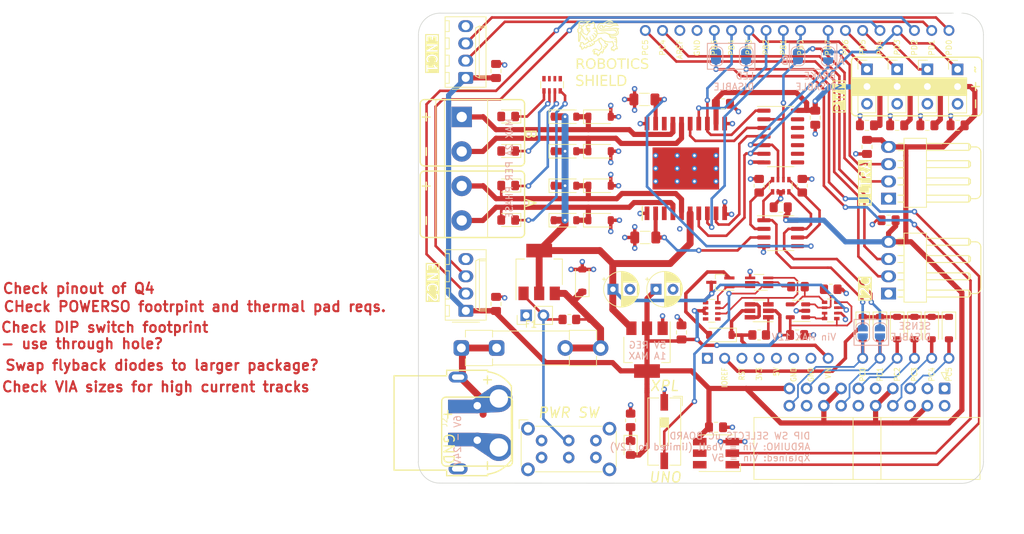
<source format=kicad_pcb>
(kicad_pcb (version 20221018) (generator pcbnew)
  (layers (0 "F.Cu" signal) (31 "B.Cu" signal) (34 "B.Paste" user) (35 "F.Paste" user) (36 "B.SilkS" user "B.Silkscreen") (37 "F.SilkS" user "F.Silkscreen") (38 "B.Mask" user) (39 "F.Mask" user) (44 "Edge.Cuts" user))
  (net 0 "")
  (net 2 "/SDA")
  (net 4 "/SCL")
  (net 5 "+5V")
  (net 6 "GND")
  (net 7 "/SCK")
  (net 8 "/DIRB")
  (net 9 "/MOSI")
  (net 10 "/MTRB")
  (net 11 "/MTRA")
  (net 12 "/BRKB")
  (net 13 "/BRKA")
  (net 14 "/SERVO2")
  (net 15 "/SERVO1")
  (net 16 "/ENC2B")
  (net 17 "/DIRA")
  (net 18 "/ENC2A")
  (net 19 "/ENC1A")
  (net 20 "/ENC1B")
  (net 21 "/AIN5")
  (net 22 "/AIN4")
  (net 23 "/AIN3")
  (net 24 "/AIN2")
  (net 26 "/AIN1")
  (net 27 "/AIN0")
  (net 28 "/Vin")
  (net 29 "/uC_5V")
  (net 30 "+BATT")
  (net 31 "/uC_3V3")
  (net 32 "/IOREF")
  (net 33 "Net-(D4-K)")
  (net 34 "Net-(D10-K)")
  (net 35 "Net-(D15-A)")
  (net 36 "Net-(D13-A)")
  (net 37 "Net-(D17-K)")
  (net 38 "Net-(D11-A)")
  (net 39 "Net-(D18-K)")
  (net 40 "Net-(D19-K)")
  (net 41 "Net-(D20-K)")
  (net 42 "Net-(D21-A)")
  (net 43 "Net-(D22-DI)")
  (net 44 "Net-(D22-CI)")
  (net 47 "Net-(J3-Pin_2)")
  (net 48 "Net-(JP1-B)")
  (net 49 "Net-(JP2-B)")
  (net 50 "Net-(JP5-A)")
  (net 51 "Net-(JP6-A)")
  (net 52 "Net-(Q2A-S)")
  (net 53 "Net-(Q2B-D)")
  (net 54 "Net-(Q4A-G)")
  (net 55 "Net-(Q4A-D)")
  (net 56 "/SENA")
  (net 57 "/SENB")
  (net 58 "Net-(RN2C-R3.2)")
  (net 59 "Net-(RN2D-R4.2)")
  (net 60 "Net-(RN1D-R4.1)")
  (net 61 "Net-(RN1A-R1.1)")
  (net 62 "Net-(RN2A-R1.2)")
  (net 63 "Net-(Q2A-D)")
  (net 64 "Net-(U3-IN4)")
  (net 65 "Net-(U3-IN2)")
  (net 67 "Net-(Q2A-G)")
  (net 69 "Net-(J2-Pin_2)")
  (footprint "Resistor_SMD:R_Array_Convex_4x0603" (layer "F.Cu") (at 153.405 74.873 180)
    (fp_text reference "RN2" hide)
    (fp_text value "10k")
  )
  (footprint "LED_SMD:LED_RGB_5050-6" (layer "F.Cu") (at 136.525 95.885 180)
    (fp_text reference "D22" hide)
    (fp_text value "APA102")
  )
  (footprint "Diode_SMD:D_SOD-123" (layer "F.Cu") (at 158.115 77.47 -90)
    (fp_text reference "D1" hide)
    (fp_text value "D")
  )
  (footprint "footprints:Molex_KK-254_1x04_P2.54mm_Horizontal" (layer "F.Cu") (at 161.925 72.39 90)
    (fp_text reference "J10" hide)
    (fp_text value "I2C")
  )
  (footprint "Package_TO_SOT_SMD:SOT-323_SC-70_Handsoldering" (layer "F.Cu") (at 137.16 70.739 180)
    (fp_text reference "Q3" hide)
    (fp_text value "Q_PMOS_GDS")
  )
  (footprint "TerminalBlock:TerminalBlock_bornier-4_P5.08mm" (layer "F.Cu") (at 99.088406 46.390582 -90)
    (fp_text reference "J4" hide)
    (fp_text value "Screw_Terminal_01x04")
  )
  (footprint "Connector_PinHeader_2.54mm:PinHeader_1x03_P2.54mm_Vertical" (layer "F.Cu") (at 163.195 39.37)
    (fp_text reference "J8" hide)
    (fp_text value "SERVO2")
  )
  (footprint "Resistor_SMD:R_0805_2012Metric_Pad1.20x1.40mm_HandSolder" (layer "F.Cu") (at 153.416 71.755)
    (fp_text reference "R5" hide)
    (fp_text value "2K5")
  )
  (footprint "Package_TO_SOT_SMD:SOT-223-3_TabPin2" (layer "F.Cu") (at 110.49 69.215 90)
    (fp_text reference "Q1" hide)
    (fp_text value "Q_PMOS_GDS")
  )
  (footprint "Diode_SMD:D_SOD-123" (layer "F.Cu") (at 163.195 77.47 -90)
    (fp_text reference "D3" hide)
    (fp_text value "D")
  )
  (footprint "Ricks:Amass_XT60PW-M_Kombifootprint" (layer "F.Cu") (at 104.552105 91.44 90)
    (fp_text reference "J2")
    (fp_text value "BATT" hide)
  )
  (footprint "Capacitor_SMD:C_0805_2012Metric_Pad1.18x1.45mm_HandSolder" (layer "F.Cu") (at 172.085 47.625 180)
    (fp_text reference "C14" hide)
    (fp_text value "100n")
  )
  (footprint "Package_TO_SOT_SMD:SOT-23-5" (layer "F.Cu") (at 148.59 74.93 180)
    (fp_text reference "U4" hide)
    (fp_text value "LMV331")
  )
  (footprint "Diode_SMD:D_SOD-123" (layer "F.Cu") (at 160.655 77.47 -90)
    (fp_text reference "D2" hide)
    (fp_text value "D")
  )
  (footprint "Diode_SMD:D_SOD-123" (layer "F.Cu") (at 119.38 51.435)
    (fp_text reference "D14" hide)
    (fp_text value "D")
  )
  (footprint "Package_TO_SOT_SMD:SOT-363_SC-70-6_Handsoldering" (layer "F.Cu") (at 142.875 70.739 180)
    (fp_text reference "Q2" hide)
    (fp_text value "2N7002DWK")
  )
  (footprint "footprints:SOIC127P1420X360-21N" (layer "F.Cu") (at 132.08 53.975 90)
    (fp_text reference "U3" hide)
    (fp_text value "L298P" hide)
  )
  (footprint "Connector_Molex:Molex_KK-254_AE-6410-04A_1x04_P2.54mm_Vertical" (layer "F.Cu") (at 99.695 74.93 90)
    (fp_text reference "J9" hide)
    (fp_text value "ENC2")
  )
  (footprint "Diode_SMD:D_SOD-123" (layer "F.Cu") (at 114.3 51.435)
    (fp_text reference "D13" hide)
    (fp_text value "D")
  )
  (footprint "Capacitor_SMD:C_0805_2012Metric_Pad1.18x1.45mm_HandSolder" (layer "F.Cu") (at 163.195 47.625 180)
    (fp_text reference "C11" hide)
    (fp_text value "100n")
  )
  (footprint "Diode_SMD:D_SOD-123" (layer "F.Cu") (at 168.275 77.47 -90)
    (fp_text reference "D6" hide)
    (fp_text value "D")
  )
  (footprint "Connector_Molex:Molex_KK-254_AE-6410-04A_1x04_P2.54mm_Vertical" (layer "F.Cu") (at 99.675 40.64 90)
    (fp_text reference "J7" hide)
    (fp_text value "ENC1")
  )
  (footprint "Resistor_SMD:R_0805_2012Metric_Pad1.20x1.40mm_HandSolder" (layer "F.Cu") (at 149.225 56.515 -90)
    (fp_text reference "R9" hide)
    (fp_text value "1K")
  )
  (footprint "Connector_PinHeader_2.54mm:PinHeader_1x03_P2.54mm_Vertical" (layer "F.Cu") (at 167.64 39.37)
    (fp_text reference "J5" hide)
    (fp_text value "SERVO1")
  )
  (footprint "LED_SMD:LED_0805_2012Metric_Pad1.15x1.40mm_HandSolder" (layer "F.Cu") (at 105.926813 46.324201 180)
    (fp_text reference "D20" hide)
    (fp_text value "LED")
  )
  (footprint "Connector_PinHeader_2.54mm:PinHeader_1x03_P2.54mm_Vertical" (layer "F.Cu") (at 172.085 39.385)
    (fp_text reference "J12" hide)
    (fp_text value "SERVO4")
  )
  (footprint "Button_Switch_SMD:SW_DIP_SPSTx01_Slide_9.78x4.72mm_W8.61mm_P2.54mm" (layer "F.Cu") (at 128.905 92.71 -90)
    (fp_text reference "SW2" hide)
    (fp_text value "SW_DIP_x01")
  )
  (footprint "Diode_SMD:D_SOD-123" (layer "F.Cu") (at 165.735 77.47 -90)
    (fp_text reference "D5" hide)
    (fp_text value "D")
  )
  (footprint "Diode_SMD:D_SOD-123" (layer "F.Cu") (at 116.84 70.485 90)
    (fp_text reference "D4" hide)
    (fp_text value "D")
  )
  (footprint "Capacitor_SMD:C_0805_2012Metric_Pad1.18x1.45mm_HandSolder" (layer "F.Cu") (at 167.64 47.625 180)
    (fp_text reference "C9" hide)
    (fp_text value "100n")
  )
  (footprint "Diode_SMD:D_SOD-123" (layer "F.Cu") (at 170.815 77.47 -90)
    (fp_text reference "D7" hide)
    (fp_text value "D")
  )
  (footprint "LED_SMD:LED_0805_2012Metric_Pad1.15x1.40mm_HandSolder" (layer "F.Cu") (at 105.926813 56.484201 180)
    (fp_text reference "D18" hide)
    (fp_text value "LED")
  )
  (footprint "Package_TO_SOT_SMD:SOT-23-6_Handsoldering" (layer "F.Cu") (at 142.875 74.93 180)
    (fp_text reference "Q4" hide)
    (fp_text value "DualPMOS")
  )
  (footprint "Capacitor_THT:CP_Radial_D5.0mm_P2.50mm" (layer "F.Cu") (at 127.699888 71.755)
    (fp_text reference "C5" hide)
    (fp_text value "10u")
  )
  (footprint "Connector_IDC:IDC-Header_2x10_P2.54mm_Horizontal" (layer "F.Cu") (at 170.18 86.36 -90)
    (fp_text reference "J1" hide)
    (fp_text value "ADC")
  )
  (footprint "Package_TO_SOT_SMD:SOT-223-3_TabPin2" (layer "F.Cu") (at 126.365 80.645 -90)
    (fp_text reference "U2" hide)
    (fp_text value "NCP1117-5.0_SOT223")
  )
  (footprint "Diode_SMD:D_SOD-123" (layer "F.Cu") (at 119.38 61.595)
    (fp_text reference "D9" hide)
    (fp_text value "D")
  )
  (footprint "Capacitor_SMD:C_0805_2012Metric_Pad1.18x1.45mm_HandSolder" (layer "F.Cu") (at 104.14 73.914 90)
    (fp_text reference "C10" hide)
    (fp_text value "100n")
  )
  (footprint "Diode_SMD:D_SOD-123" (layer "F.Cu") (at 114.3 56.515)
    (fp_text reference "D11" hide)
    (fp_text value "D")
  )
  (footprint "Resistor_SMD:R_Array_Convex_4x0603" (layer "F.Cu") (at 112.395 41.656 -90)
    (fp_text reference "RN3" hide)
    (fp_text value "10K")
  )
  (footprint "Capacitor_SMD:C_0805_2012Metric_Pad1.18x1.45mm_HandSolder" (layer "F.Cu") (at 151.13 46.5035 90)
    (fp_text reference "C1" hide)
    (fp_text value "100n")
  )
  (footprint "Resistor_SMD:R_0805_2012Metric_Pad1.20x1.40mm_HandSolder" (layer "F.Cu") (at 142.875 78.486)
    (fp_text reference "R7" hide)
    (fp_text value "100R")
  )
  (footprint "Resistor_SMD:R_Array_Convex_4x0603" (layer "F.Cu") (at 146.05 56.515 -90)
    (fp_text reference "RN1" hide)
    (fp_text value "10K")
  )
  (footprint "footprints:Molex_KK-254_1x04_P2.54mm_Horizontal" (layer "F.Cu") (at 161.925 58.42 90)
    (fp_text reference "J6" hide)
    (fp_text value "ULTRA")
  )
  (footprint "Capacitor_THT:CP_Radial_D5.0mm_P2.50mm" (layer "F.Cu") (at 121.349888 71.755)
    (fp_text reference "C2" hide)
    (fp_text value "100u")
  )
  (footprint "Capacitor_SMD:C_0805_2012Metric_Pad1.18x1.45mm_HandSolder" (layer "F.Cu") (at 137.541 44.45 180)
    (fp_text reference "C3" hide)
    (fp_text value "100n")
  )
  (footprint "Diode_SMD:D_SOD-123" (layer "F.Cu") (at 114.3 46.355)
    (fp_text reference "D15" hide)
    (fp_text value "D")
  )
  (footprint "Resistor_SMD:R_1206_3216Metric_Pad1.30x1.75mm_HandSolder" (layer "F.Cu") (at 126.111 64.135 180)
    (fp_text reference "R2" hide)
    (fp_text value "0R15")
  )
  (footprint "Capacitor_SMD:C_0805_2012Metric_Pad1.18x1.45mm_HandSolder" (layer "F.Cu") (at 158.75 50.8 -90)
    (fp_text reference "C7" hide)
    (fp_text value "100n")
  )
  (footprint "Resistor_SMD:R_1206_3216Metric_Pad1.30x1.75mm_HandSolder" (layer "F.Cu") (at 125.984 43.815 180)
    (fp_text reference "R3" hide)
    (fp_text value "0R15")
  )
  (footprint "Diode_SMD:D_SOD-123" (layer "F.Cu") (at 137.16 78.486 180)
    (fp_text reference "D21" hide)
    (fp_text value "D")
  )
  (footprint "LED_SMD:LED_0805_2012Metric_Pad1.15x1.40mm_HandSolder" (layer "F.Cu") (at 123.952 95.123 -90)
    (fp_text reference "D10" hide)
    (fp_text value "5V")
  )
  (footprint "Package_SO:SOIC-14_3.9x8.7mm_P1.27mm" (layer "F.Cu") (at 146.05 49.276)
    (fp_text reference "U1" hide)
    (fp_text value "4077")
  )
  (footprint "Resistor_SMD:R_0805_2012Metric_Pad1.20x1.40mm_HandSolder" (layer "F.Cu") (at 142.875 56.515 -90)
    (fp_text reference "R8" hide)
    (fp_text value "1K")
  )
  (footprint "Package_SO:SOIC-8_3.9x4.9mm_P1.27mm" (layer "F.Cu") (at 146.05 63.5)
    (fp_text reference "U5" hide)
    (fp_text value "LMV358")
  )
  (footprint "Capacitor_SMD:C_0805_2012Metric_Pad1.18x1.45mm_HandSolder" (layer "F.Cu") (at 146.05 59.69)
    (fp_text reference "C16" hide)
    (fp_text value "100n")
  )
  (footprint "LED_SMD:LED_0805_2012Metric_Pad1.15x1.40mm_HandSolder" (layer "F.Cu") (at 105.926813 61.564201 180)
    (fp_text reference "D17" hide)
    (fp_text value "LED")
  )
  (footprint "Resistor_SMD:R_0805_2012Metric_Pad1.20x1.40mm_HandSolder" (layer "F.Cu") (at 148.59 71.374 180)
    (fp_text reference "R6" hide)
    (fp_text value "100R")
  )
  (footprint "LED_SMD:LED_0805_2012Metric_Pad1.15x1.40mm_HandSolder" (layer "F.Cu") (at 105.926813 51.404201 180)
    (fp_text reference "D19" hide)
    (fp_text value "LED")
  )
  (footprint "Resistor_SMD:R_0805_2012Metric_Pad1.20x1.40mm_HandSolder" (layer "F.Cu") (at 123.952 91.059 90)
    (fp_text reference "R4" hide)
    (fp_text value "150R")
  )
  (footprint "Button_Switch_THT:SW_E-Switch_EG2219_DPDT_Angled" (layer "F.Cu") (at 110.842096 94.026688)
    (fp_text reference "SW1" hide)
    (fp_text value "PWR SW")
  )
  (footprint "Capacitor_SMD:C_0805_2012Metric_Pad1.18x1.45mm_HandSolder" (layer "F.Cu") (at 104.14 39.624 90)
    (fp_text reference "C8" hide)
    (fp_text value "100n")
  )
  (footprint "Capacitor_SMD:C_0805_2012Metric_Pad1.18x1.45mm_HandSolder" (layer "F.Cu") (at 136.525 92.075 180)
    (fp_text reference "C15" hide)
    (fp_text value "100n")
  )
  (footprint "Resistor_SMD:R_0805_2012Metric_Pad1.20x1.40mm_HandSolder" (layer "F.Cu") (at 114.935 76.2 180)
    (fp_text reference "R1" hide)
    (fp_text value "10k")
  )
  (footprint "Connector_PinHeader_2.54mm:PinHeader_1x03_P2.54mm_Vertical" (layer "F.Cu") (at 158.75 39.37)
    (fp_text reference "J11" hide)
    (fp_text value "SERVO3")
  )
  (footprint "Capacitor_SMD:C_0805_2012Metric_Pad1.18x1.45mm_HandSolder" (layer "F.Cu") (at 131.445 78.105 -90)
    (fp_text reference "C4" hide)
    (fp_text value "C")
  )
  (footprint "Capacitor_SMD:C_0805_2012Metric_Pad1.18x1.45mm_HandSolder" (layer "F.Cu") (at 161.925 61.595 180)
    (fp_text reference "C12" hide)
    (fp_text value "100n")
  )
  (footprint "Capacitor_SMD:C_0805_2012Metric_Pad1.18x1.45mm_HandSolder" (layer "F.Cu") (at 148.463 78.486 180)
    (fp_text reference "C6" hide)
    (fp_text value "100n")
  )
  (footprint "Resistor_SMD:R_Array_Convex_4x0603" (layer "F.Cu") (at 135.89 74.93 180)
    (fp_text reference "RN4" hide)
    (fp_text value "10k")
  )
  (footprint "Connector_PinHeader_2.54mm:PinHeader_1x02_P2.54mm_Vertical" (layer "F.Cu") (at 108.583327 75.597237 90)
    (fp_text reference "J3" hide)
    (fp_text value "PWR SW")
  )
  (footprint "Diode_SMD:D_SOD-123" (layer "F.Cu") (at 119.38 46.355)
    (fp_text reference "D16" hide)
    (fp_text value "D")
  )
  (footprint "Diode_SMD:D_SOD-123" (layer "F.Cu") (at 119.38 56.515)
    (fp_text reference "D12" hide)
    (fp_text value "D")
  )
  (footprint "Capacitor_SMD:C_0805_2012Metric_Pad1.18x1.45mm_HandSolder" (layer "F.Cu") (at 158.75 47.625 180)
    (fp_text reference "C13" hide)
    (fp_text value "100n")
  )
  (footprint "Diode_SMD:D_SOD-123" (layer "F.Cu") (at 114.3 61.595)
    (fp_text reference "D8" hide)
    (fp_text value "D")
  )
  (footprint "Fuse:Fuseholder_Clip-5x20mm_Littelfuse_445-030_Inline_P20.50x5.20mm_D1.30mm_Horizontal" (layer "F.Cu") (at 99.031231 80.403077)
    (fp_text reference "F1")
    (fp_text value "Fuse")
  )
  (footprint "Jumper:SolderJumper-2_P1.3mm_Open_RoundedPad1.0x1.5mm" (layer "B.Cu") (at 160.655 78.105 -90)
    (fp_text reference "JP6" hide)
    (fp_text value "SolderJumper_2_Open")
  )
  (footprint "Jumper:SolderJumper-2_P1.3mm_Open_RoundedPad1.0x1.5mm" (layer "B.Cu") (at 136.525 37.465 -90)
    (fp_text reference "JP4" hide)
    (fp_text value "SolderJumper_2_Open")
  )
  (footprint "Jumper:SolderJumper-2_P1.3mm_Open_RoundedPad1.0x1.5mm" (layer "B.Cu") (at 140.97 37.465 -90)
    (fp_text reference "JP3" hide)
    (fp_text value "SolderJumper_2_Open")
  )
  (footprint "Jumper:SolderJumper-2_P1.3mm_Open_RoundedPad1.0x1.5mm" (layer "B.Cu") (at 153.035 37.465 -90)
    (fp_text reference "JP1" hide)
    (fp_text value "SolderJumper_2_Open")
  )
  (footprint "Jumper:SolderJumper-2_P1.3mm_Open_RoundedPad1.0x1.5mm" (layer "B.Cu") (at 148.59 37.465 -90)
    (fp_text reference "JP2" hide)
    (fp_text value "SolderJumper_2_Open")
  )
  (footprint "Jumper:SolderJumper-2_P1.3mm_Open_RoundedPad1.0x1.5mm" (layer "B.Cu") (at 158.115 78.105 -90)
    (fp_text reference "JP5" hide)
    (fp_text value "SolderJumper_2_Open")
  )
  (footprint "Module:Arduino_UNO_R3" (layer "B.Cu") (at 135.255 81.915)
    (fp_text reference "A1" hide)
    (fp_text value "Arduino_UNO_R3")
  )
  (gr_rect (start 135.255 35.56) (end 142.24 39.37) (stroke (width 0.15)) (fill none) (layer "B.SilkS"))
  (gr_rect (start 147.32 35.56) (end 154.305 39.37) (stroke (width 0.15)) (fill none) (layer "B.SilkS"))
  (gr_rect (start 156.845 76.2) (end 161.925 80.01) (stroke (width 0.15)) (fill none) (layer "B.SilkS"))
  (gr_arc (start 93.608947 64.135) (mid 93.159934 63.949013) (end 92.973947 63.5) (stroke (width 0.2)) (layer "F.SilkS"))
  (gr_arc (start 105.918 87.63) (mid 106.367013 87.815987) (end 106.553 88.265) (stroke (width 0.2)) (layer "F.SilkS"))
  (gr_arc (start 108.340947 63.5) (mid 108.15496 63.949013) (end 107.705947 64.135) (stroke (width 0.2)) (layer "F.SilkS"))
  (gr_line (start 93.608947 53.61268) (end 107.705947 53.61268) (stroke (width 0.2)) (layer "F.SilkS"))
  (gr_line (start 157.098998 46.228) (end 175.006 46.228) (stroke (width 0.2)) (layer "F.SilkS"))
  (gr_line (start 105.918 87.63) (end 96.774 87.63) (stroke (width 0.2)) (layer "F.SilkS"))
  (gr_arc (start 157.098998 46.228) (mid 156.649985 46.042013) (end 156.463998 45.593) (stroke (width 0.2)) (layer "F.SilkS"))
  (gr_line (start 93.608947 64.135) (end 107.705947 64.135) (stroke (width 0.2)) (layer "F.SilkS"))
  (gr_arc (start 107.705947 43.83368) (mid 108.15496 44.019667) (end 108.340947 44.46868) (stroke (width 0.2)) (layer "F.SilkS"))
  (gr_arc (start 106.553 97.155) (mid 106.367013 97.604013) (end 105.918 97.79) (stroke (width 0.2)) (layer "F.SilkS"))
  (gr_arc (start 175.006002 37.592) (mid 175.455015 37.777987) (end 175.641002 38.227) (stroke (width 0.2)) (layer "F.SilkS"))
  (gr_line (start 96.774 97.79) (end 105.918 97.79) (stroke (width 0.2)) (layer "F.SilkS"))
  (gr_line (start 92.973947 44.46868) (end 92.973947 52.97768) (stroke (width 0.2)) (layer "F.SilkS"))
  (gr_arc (start 108.340947 52.97768) (mid 108.15496 53.426693) (end 107.705947 53.61268) (stroke (width 0.2)) (layer "F.SilkS"))
  (gr_line (start 175.006002 37.592) (end 157.099 37.592002) (stroke (width 0.2)) (layer "F.SilkS"))
  (gr_line (start 107.705947 43.83368) (end 93.608947 43.83368) (stroke (width 0.2)) (layer "F.SilkS"))
  (gr_poly (pts (xy 117.788577 32.85331) (xy 117.789566 32.853413) (xy 117.790552 32.853577) (xy 117.791531 32.8538) (xy 117.792501 32.854084) (xy 117.796873 32.855898) (xy 117.801283 32.8576) (xy 117.80573 32.859192) (xy 117.810212 32.860672) (xy 117.814726 32.862039) (xy 117.81927 32.863295) (xy 117.823843 32.864437) (xy 117.828442 32.865466) (xy 117.833065 32.866381) (xy 117.83771 32.867182) (xy 117.842375 32.867868) (xy 117.847057 32.868439) (xy 117.851755 32.868894) (xy 117.856467 32.869234) (xy 117.86119 32.869456) (xy 117.865922 32.869562) (xy 117.881888 32.869078) (xy 117.89929 32.868297) (xy 117.935821 32.866288) (xy 117.970343 32.864428) (xy 117.985235 32.863832) (xy 117.997685 32.863609) (xy 117.997685 32.865197) (xy 118.002396 32.865124) (xy 118.007786 32.865214) (xy 118.013686 32.865477) (xy 118.019928 32.865928) (xy 118.026345 32.866579) (xy 118.032769 32.867443) (xy 118.03903 32.868532) (xy 118.044962 32.86986) (xy 118.050397 32.871439) (xy 118.052875 32.872326) (xy 118.055166 32.873281) (xy 118.057248 32.874306) (xy 118.059101 32.875401) (xy 118.060703 32.876568) (xy 118.062034 32.87781) (xy 118.063073 32.879127) (xy 118.063798 32.880521) (xy 118.064189 32.881994) (xy 118.064224 32.883547) (xy 118.063883 32.885183) (xy 118.063145 32.886902) (xy 118.061988 32.888706) (xy 118.060392 32.890597) (xy 118.050242 32.900936) (xy 118.040254 32.91068) (xy 118.030426 32.919843) (xy 118.020755 32.928441) (xy 118.011237 32.936487) (xy 118.00187 32.943995) (xy 117.992651 32.950981) (xy 117.983578 32.957458) (xy 117.974647 32.96344) (xy 117.965855 32.968944) (xy 117.9572 32.973981) (xy 117.94868 32.978568) (xy 117.94029 32.982718) (xy 117.932029 32.986446) (xy 117.923893 32.989766) (xy 117.915879 32.992693) (xy 117.907985 32.99524) (xy 117.900209 32.997423) (xy 117.892546 32.999256) (xy 117.884995 33.000753) (xy 117.870214 33.002796) (xy 117.855845 33.003669) (xy 117.841864 33.003486) (xy 117.828249 33.002362) (xy 117.814977 33.000413) (xy 117.802025 32.997753) (xy 117.800246 32.997368) (xy 117.798498 32.99691) (xy 117.796783 32.996381) (xy 117.795102 32.995783) (xy 117.793458 32.995117) (xy 117.791852 32.994384) (xy 117.790284 32.993588) (xy 117.788758 32.992729) (xy 117.787273 32.99181) (xy 117.785833 32.990832) (xy 117.784438 32.989797) (xy 117.783089 32.988706) (xy 117.780539 32.986367) (xy 117.778194 32.983829) (xy 117.776067 32.981105) (xy 117.774169 32.978211) (xy 117.77331 32.976705) (xy 117.772514 32.975161) (xy 117.77178 32.973582) (xy 117.771112 32.971969) (xy 117.770511 32.970324) (xy 117.769977 32.968649) (xy 117.769514 32.966945) (xy 117.769121 32.965215) (xy 117.768801 32.96346) (xy 117.768555 32.961683) (xy 117.768385 32.959884) (xy 117.768293 32.958065) (xy 117.770673 32.870356) (xy 117.770678 32.869345) (xy 117.770743 32.868343) (xy 117.770868 32.867351) (xy 117.771052 32.866374) (xy 117.771292 32.865412) (xy 117.771588 32.864469) (xy 117.771939 32.863546) (xy 117.772344 32.862646) (xy 117.772801 32.861772) (xy 117.773309 32.860926) (xy 117.773868 32.86011) (xy 117.774476 32.859327) (xy 117.775131 32.858579) (xy 117.775833 32.857868) (xy 117.776581 32.857197) (xy 117.777372 32.856569) (xy 117.778201 32.855989) (xy 117.779058 32.855464) (xy 117.77994 32.854994) (xy 117.780844 32.85458) (xy 117.781769 32.854221) (xy 117.78271 32.853919) (xy 117.783666 32.853673) (xy 117.784635 32.853484) (xy 117.785613 32.853353) (xy 117.786597 32.85328) (xy 117.787586 32.853266)) (stroke (width 0.03)) (fill solid) (layer "F.SilkS"))
  (gr_arc (start 175.641 45.593) (mid 175.455013 46.042013) (end 175.006 46.228) (stroke (width 0.2)) (layer "F.SilkS"))
  (gr_arc (start 96.139 88.265) (mid 96.324987 87.815987) (end 96.774 87.63) (stroke (width 0.2)) (layer "F.SilkS"))
  (gr_rect (start 156.464 40.64) (end 173.415 43.225) (stroke (width 0.15)) (fill solid) (layer "F.SilkS"))
  (gr_line (start 96.139 88.265) (end 96.139 97.155) (stroke (width 0.2)) (layer "F.SilkS"))
  (gr_poly (pts (xy 120.945768 32.214579) (xy 120.972525 32.216791) (xy 120.998562 32.22016) (xy 121.023875 32.224612) (xy 121.04846 32.230071) (xy 121.072311 32.236464) (xy 121.095426 32.243715) (xy 121.1178 32.25175) (xy 121.139428 32.260494) (xy 121.160307 32.269872) (xy 121.180431 32.279809) (xy 121.199797 32.290231) (xy 121.2184 32.301064) (xy 121.236236 32.312232) (xy 121.253302 32.323661) (xy 121.285101 32.347001) (xy 121.313764 32.370489) (xy 121.339256 32.393525) (xy 121.361543 32.415512) (xy 121.380591 32.435853) (xy 121.396365 32.45395) (xy 121.417955 32.481022) (xy 121.418179 32.481363) (xy 121.418375 32.481717) (xy 121.418543 32.482081) (xy 121.418684 32.482454) (xy 121.418798 32.482834) (xy 121.418884 32.48322) (xy 121.418942 32.48361) (xy 121.418972 32.484003) (xy 121.418974 32.484397) (xy 121.418949 32.484791) (xy 121.418895 32.485183) (xy 121.418814 32.485571) (xy 121.418704 32.485954) (xy 121.418566 32.486331) (xy 121.4184 32.4867) (xy 121.418205 32.487058) (xy 121.417984 32.487402) (xy 121.417742 32.487726) (xy 121.417478 32.488028) (xy 121.417195 32.48831) (xy 121.416895 32.488568) (xy 121.416577 32.488804) (xy 121.416245 32.489017) (xy 121.415898 32.489205) (xy 121.415539 32.489368) (xy 121.415169 32.489506) (xy 121.41479 32.489617) (xy 121.414402 32.489701) (xy 121.414007 32.489757) (xy 121.413607 32.489785) (xy 121.413203 32.489784) (xy 121.412796 32.489753) (xy 121.374775 32.48395) (xy 121.337018 32.479589) (xy 121.299573 32.476594) (xy 121.262488 32.474892) (xy 121.225811 32.474407) (xy 121.189589 32.475064) (xy 121.153871 32.47679) (xy 121.118705 32.479508) (xy 121.084138 32.483146) (xy 121.050218 32.487627) (xy 120.984512 32.498822) (xy 120.92197 32.512496) (xy 120.862975 32.528051) (xy 120.80791 32.54489) (xy 120.757157 32.562415) (xy 120.711101 32.580028) (xy 120.670125 32.597132) (xy 120.634611 32.613129) (xy 120.604942 32.627422) (xy 120.564675 32.648503) (xy 120.564298 32.648702) (xy 120.56394 32.648925) (xy 120.563601 32.649171) (xy 120.563283 32.649439) (xy 120.562985 32.649727) (xy 120.562708 32.650033) (xy 120.562455 32.650358) (xy 120.562224 32.650699) (xy 120.562018 32.651055) (xy 120.561836 32.651425) (xy 120.56168 32.651807) (xy 120.561551 32.652201) (xy 120.561449 32.652604) (xy 120.561375 32.653016) (xy 120.56133 32.653435) (xy 120.561315 32.653861) (xy 120.561319 32.654074) (xy 120.56133 32.654286) (xy 120.561349 32.654496) (xy 120.561375 32.654705) (xy 120.561408 32.654912) (xy 120.561449 32.655117) (xy 120.561496 32.65532) (xy 120.561551 32.655521) (xy 120.561612 32.655719) (xy 120.56168 32.655914) (xy 120.561755 32.656107) (xy 120.561836 32.656296) (xy 120.561923 32.656483) (xy 120.562017 32.656666) (xy 120.562117 32.656846) (xy 120.562223 32.657022) (xy 120.562336 32.657195) (xy 120.562454 32.657363) (xy 120.562578 32.657528) (xy 120.562707 32.657688) (xy 120.562843 32.657843) (xy 120.562983 32.657995) (xy 120.563129 32.658141) (xy 120.563281 32.658283) (xy 120.563437 32.658419) (xy 120.563599 32.65855) (xy 120.563766 32.658676) (xy 120.563937 32.658796) (xy 120.564114 32.658911) (xy 120.564295 32.659019) (xy 120.56448 32.659122) (xy 120.56467 32.659218) (xy 120.601328 32.668404) (xy 120.638171 32.676607) (xy 120.675179 32.683827) (xy 120.712332 32.690063) (xy 120.749611 32.695314) (xy 120.786996 32.699578) (xy 120.824467 32.702857) (xy 120.862006 32.705147) (xy 120.899592 32.706448) (xy 120.937205 32.70676) (xy 120.974826 32.706081) (xy 121.012436 32.70441) (xy 121.050015 32.701747) (xy 121.087543 32.698091) (xy 121.125 32.69344) (xy 121.162368 32.687793) (xy 121.182181 32.683851) (xy 121.200155 32.67962) (xy 121.2166 32.675108) (xy 121.231827 32.670325) (xy 121.246143 32.665279) (xy 121.259861 32.659979) (xy 121.286737 32.648652) (xy 121.314935 32.636413) (xy 121.346932 32.623332) (xy 121.36513 32.616498) (xy 121.385208 32.60948) (xy 121.407476 32.602286) (xy 121.432242 32.594925) (xy 121.483056 32.584604) (xy 121.531645 32.577559) (xy 121.578054 32.573614) (xy 121.622329 32.57259) (xy 121.664514 32.574312) (xy 121.704654 32.578601) (xy 121.742794 32.585281) (xy 121.77898 32.594174) (xy 121.813256 32.605104) (xy 121.845667 32.617894) (xy 121.876258 32.632365) (xy 121.905075 32.648342) (xy 121.932162 32.665647) (xy 121.957564 32.684103) (xy 121.981326 32.703533) (xy 122.003493 32.72376) (xy 122.02411 32.744607) (xy 122.043223 32.765896) (xy 122.060875 32.787451) (xy 122.077112 32.809094) (xy 122.105522 32.851937) (xy 122.128812 32.893009) (xy 122.147342 32.930892) (xy 122.161472 32.964171) (xy 122.177969 33.011247) (xy 122.178061 33.011434) (xy 122.178144 33.011623) (xy 122.178218 33.011815) (xy 122.178283 33.012009) (xy 122.17834 33.012204) (xy 122.178388 33.0124) (xy 122.178427 33.012597) (xy 122.178458 33.012795) (xy 122.178481 33.012994) (xy 122.178495 33.013193) (xy 122.178501 33.013392) (xy 122.178498 33.01359) (xy 122.178487 33.013788) (xy 122.178468 33.013985) (xy 122.178441 33.014181) (xy 122.178406 33.014376) (xy 122.178363 33.014569) (xy 122.178312 33.01476) (xy 122.178252 33.014949) (xy 122.178185 33.015136) (xy 122.178111 33.015319) (xy 122.178028 33.0155) (xy 122.177938 33.015678) (xy 122.17784 33.015852) (xy 122.177734 33.016023) (xy 122.177621 33.016189) (xy 122.177501 33.016351) (xy 122.177373 33.016509) (xy 122.177238 33.016662) (xy 122.177095 33.01681) (xy 122.176945 33.016952) (xy 122.176788 33.017089) (xy 122.176625 33.017219) (xy 122.176458 33.017341) (xy 122.176286 33.017455) (xy 122.176111 33.01756) (xy 122.175933 33.017658) (xy 122.175752 33.017747) (xy 122.175567 33.017828) (xy 122.175381 33.017901) (xy 122.175 33.018023) (xy 122.174613 33.018112) (xy 122.174221 33.018169) (xy 122.173826 33.018192) (xy 122.17343 33.018183) (xy 122.173036 33.018141) (xy 122.172646 33.018067) (xy 122.172261 33.017959) (xy 122.172072 33.017893) (xy 122.171885 33.017819) (xy 122.1717 33.017736) (xy 122.171519 33.017645) (xy 122.17134 33.017546) (xy 122.171165 33.017439) (xy 122.170993 33.017323) (xy 122.170826 33.0172) (xy 122.146627 33.004652) (xy 122.120577 32.993579) (xy 122.092842 32.983871) (xy 122.063589 32.975422) (xy 122.032985 32.968125) (xy 122.001196 32.96187) (xy 121.968391 32.956552) (xy 121.934735 32.952063) (xy 121.865538 32.945138) (xy 121.794941 32.940237) (xy 121.654887 32.933062) (xy 121.635462 32.932411) (xy 121.616185 32.932447) (xy 121.597062 32.93314) (xy 121.578097 32.934463) (xy 121.54067 32.938878) (xy 121.50395 32.945458) (xy 121.467983 32.953971) (xy 121.432816 32.964184) (xy 121.398495 32.975862) (xy 121.365068 32.988773) (xy 121.33258 33.002685) (xy 121.301078 33.017363) (xy 121.270609 33.032575) (xy 121.241218 33.048088) (xy 121.185861 33.079082) (xy 121.135378 33.108481) (xy 121.110758 33.121564) (xy 121.084942 33.132886) (xy 121.05811 33.142531) (xy 121.030442 33.150581) (xy 121.002118 33.157116) (xy 120.973319 33.16222) (xy 120.944224 33.165973) (xy 120.915014 33.168459) (xy 120.885869 33.169758) (xy 120.85697 33.169954) (xy 120.828496 33.169128) (xy 120.800628 33.167361) (xy 120.773546 33.164737) (xy 120.74743 33.161336) (xy 120.722461 33.157242) (xy 120.698818 33.152535) (xy 120.641014 33.136849) (xy 120.58345 33.120339) (xy 120.526134 33.103005) (xy 120.469076 33.084853) (xy 120.412285 33.065883) (xy 120.355769 33.0461) (xy 120.299536 33.025505) (xy 120.243597 33.004103) (xy 120.243349 33.004018) (xy 120.243097 33.003946) (xy 120.242844 33.003889) (xy 120.242588 33.003847) (xy 120.242332 33.003818) (xy 120.242074 33.003803) (xy 120.241817 33.003802) (xy 120.24156 33.003815) (xy 120.241304 33.003841) (xy 120.24105 33.003882) (xy 120.240798 33.003936) (xy 120.240549 33.004004) (xy 120.240303 33.004086) (xy 120.240061 33.004181) (xy 120.239824 33.00429) (xy 120.239592 33.004412) (xy 120.239367 33.004547) (xy 120.239151 33.004694) (xy 120.238944 33.004851) (xy 120.238747 33.005018) (xy 120.238559 33.005196) (xy 120.238382 33.005383) (xy 120.238215 33.005579) (xy 120.238059 33.005784) (xy 120.237915 33.005997) (xy 120.237782 33.006218) (xy 120.237661 33.006445) (xy 120.237552 33.00668) (xy 120.237456 33.00692) (xy 120.237373 33.007167) (xy 120.237304 33.007418) (xy 120.237248 33.007675) (xy 120.231499 33.028051) (xy 120.225562 33.047307) (xy 120.219435 33.065475) (xy 120.213115 33.082589) (xy 120.206601 33.098682) (xy 120.19989 33.113786) (xy 120.192981 33.127935) (xy 120.18587 33.141161) (xy 120.178557 33.153498) (xy 120.171039 33.164978) (xy 120.163314 33.175635) (xy 120.15538 33.185501) (xy 120.147234 33.19461) (xy 120.138875 33.202994) (xy 120.130301 33.210687) (xy 120.121508 33.217721) (xy 120.112496 33.224129) (xy 120.103263 33.229945) (xy 120.093805 33.235202) (xy 120.084121 33.239932) (xy 120.074209 33.244168) (xy 120.064066 33.247944) (xy 120.043082 33.254246) (xy 120.021152 33.259101) (xy 119.998258 33.262774) (xy 119.974385 33.265528) (xy 119.949514 33.267628) (xy 119.938617 33.268153) (xy 119.927814 33.268185) (xy 119.917114 33.267749) (xy 119.906531 33.266873) (xy 119.896074 33.265583) (xy 119.885756 33.263908) (xy 119.875587 33.261872) (xy 119.86558 33.259504) (xy 119.855746 33.25683) (xy 119.846095 33.253878) (xy 119.83664 33.250673) (xy 119.827392 33.247243) (xy 119.809562 33.239815) (xy 119.792697 33.23181) (xy 119.776887 33.223442) (xy 119.762225 33.214926) (xy 119.748801 33.206477) (xy 119.736706 33.198311) (xy 119.726032 33.190643) (xy 119.716871 33.183687) (xy 119.70345 33.172775) (xy 119.703177 33.172572) (xy 119.702918 33.172355) (xy 119.702674 33.172124) (xy 119.702446 33.17188) (xy 119.702234 33.171623) (xy 119.702038 33.171354) (xy 119.701858 33.171075) (xy 119.701696 33.170786) (xy 119.701551 33.170488) (xy 119.701424 33.170181) (xy 119.701315 33.169867) (xy 119.701225 33.169546) (xy 119.701155 33.169219) (xy 119.701104 33.168887) (xy 119.701073 33.168551) (xy 119.701062 33.168211) (xy 119.701073 33.167871) (xy 119.701104 33.167534) (xy 119.701155 33.167202) (xy 119.701225 33.166875) (xy 119.701315 33.166554) (xy 119.701424 33.16624) (xy 119.701551 33.165934) (xy 119.701696 33.165635) (xy 119.701858 33.165346) (xy 119.702038 33.165067) (xy 119.702234 33.164799) (xy 119.702446 33.164542) (xy 119.702674 33.164297) (xy 119.702918 33.164066) (xy 119.703177 33.163849) (xy 119.70345 33.163647) (xy 119.721058 33.154737) (xy 119.729691 33.150125) (xy 119.738126 33.145353) (xy 119.746301 33.140382) (xy 119.754153 33.135169) (xy 119.761619 33.129676) (xy 119.768636 33.12386) (xy 119.771957 33.120819) (xy 119.775142 33.117681) (xy 119.778183 33.114443) (xy 119.781073 33.111099) (xy 119.783803 33.107644) (xy 119.786367 33.104073) (xy 119.788755 33.100381) (xy 119.790961 33.096562) (xy 119.792976 33.092612) (xy 119.794792 33.088526) (xy 119.796402 33.084298) (xy 119.797798 33.079923) (xy 119.798971 33.075397) (xy 119.799915 33.070713) (xy 119.800621 33.065868) (xy 119.801082 33.060856) (xy 119.801387 33.053462) (xy 119.801202 33.046526) (xy 119.800546 33.040033) (xy 119.799439 33.033968) (xy 119.797902 33.028318) (xy 119.795955 33.023068) (xy 119.793618 33.018203) (xy 119.790912 33.013708) (xy 119.787858 33.009571) (xy 119.784475 33.005775) (xy 119.780784 33.002306) (xy 119.776805 32.99915) (xy 119.772558 32.996293) (xy 119.768065 32.99372) (xy 119.763345 32.991417) (xy 119.758418 32.989369) (xy 119.748027 32.98598) (xy 119.737055 32.983438) (xy 119.725664 32.981628) (xy 119.714017 32.980433) (xy 119.702277 32.979738) (xy 119.690608 32.979428) (xy 119.668129 32.979497) (xy 119.641354 32.980388) (xy 119.624817 32.981717) (xy 119.606844 32.984023) (xy 119.587934 32.9876) (xy 119.568586 32.992738) (xy 119.558902 32.995983) (xy 119.549296 32.999729) (xy 119.539829 33.004011) (xy 119.530564 33.008865) (xy 119.521562 33.014329) (xy 119.512887 33.020439) (xy 119.504601 33.027231) (xy 119.496765 33.034741) (xy 119.489442 33.043007) (xy 119.482695 33.052064) (xy 119.476585 33.06195) (xy 119.471175 33.0727) (xy 119.466527 33.084352) (xy 119.462704 33.09694) (xy 119.459767 33.110503) (xy 119.45778 33.125077) (xy 119.456803 33.140697) (xy 119.4569 33.157401) (xy 119.458134 33.175226) (xy 119.460565 33.194206) (xy 119.463016 33.207386) (xy 119.466271 33.220174) (xy 119.47044 33.232624) (xy 119.475628 33.244789) (xy 119.481945 33.256724) (xy 119.489496 33.268483) (xy 119.498391 33.28012) (xy 119.508736 33.291688) (xy 119.520639 33.303243) (xy 119.534208 33.314838) (xy 119.54955 33.326527) (xy 119.566772 33.338365) (xy 119.585983 33.350404) (xy 119.60729 33.3627) (xy 119.6308 33.375307) (xy 119.65662 33.388278) (xy 119.681401 33.398726) (xy 119.708067 33.407531) (xy 119.736316 33.414817) (xy 119.765848 33.42071) (xy 119.796361 33.425333) (xy 119.827555 33.42881) (xy 119.859127 33.431267) (xy 119.890777 33.432827) (xy 119.953107 33.433756) (xy 120.012134 33.432591) (xy 120.110646 33.427965) (xy 120.224661 33.417399) (xy 120.409295 33.395819) (xy 120.931781 33.333906) (xy 121.24894 33.300655) (xy 121.445064 33.2857) (xy 121.546629 33.280475) (xy 121.648289 33.277451) (xy 121.748363 33.277152) (xy 121.845171 33.280103) (xy 121.937031 33.286828) (xy 122.022263 33.297852) (xy 122.099186 33.313699) (xy 122.134007 33.323595) (xy 122.16612 33.334894) (xy 122.195316 33.34766) (xy 122.221384 33.36196) (xy 122.244114 33.377858) (xy 122.263296 33.395422) (xy 122.263502 33.395643) (xy 122.263695 33.395871) (xy 122.263874 33.396107) (xy 122.26404 33.396349) (xy 122.264193 33.396598) (xy 122.264333 33.396852) (xy 122.264459 33.397111) (xy 122.264572 33.397375) (xy 122.264672 33.397643) (xy 122.264758 33.397914) (xy 122.264831 33.398189) (xy 122.264891 33.398466) (xy 122.264938 33.398745) (xy 122.264971 33.399025) (xy 122.264991 33.399307) (xy 122.264997 33.399589) (xy 122.264991 33.399871) (xy 122.264971 33.400152) (xy 122.264938 33.400433) (xy 122.264891 33.400712) (xy 122.264831 33.400989) (xy 122.264758 33.401263) (xy 122.264672 33.401535) (xy 122.264572 33.401803) (xy 122.264459 33.402066) (xy 122.264333 33.402326) (xy 122.264193 33.40258) (xy 122.26404 33.402828) (xy 122.263874 33.403071) (xy 122.263695 33.403306) (xy 122.263502 33.403535) (xy 122.263296 33.403756) (xy 122.061683 33.582747) (xy 122.061493 33.582934) (xy 122.061313 33.58313) (xy 122.061145 33.583335) (xy 122.060987 33.583546) (xy 122.060841 33.583766) (xy 122.060706 33.583992) (xy 122.060583 33.584224) (xy 122.060473 33.584462) (xy 122.060374 33.584705) (xy 122.060288 33.584953) (xy 122.060214 33.585206) (xy 122.060154 33.585462) (xy 122.060106 33.585722) (xy 122.060072 33.585985) (xy 122.060051 33.58625) (xy 122.060045 33.586517) (xy 122.060051 33.586784) (xy 122.060072 33.587049) (xy 122.060106 33.587312) (xy 122.060154 33.587572) (xy 122.060214 33.587828) (xy 122.060288 33.588081) (xy 122.060374 33.588329) (xy 122.060473 33.588572) (xy 122.060584 33.58881) (xy 122.060707 33.589043) (xy 122.060841 33.589268) (xy 122.060988 33.589488) (xy 122.061146 33.5897) (xy 122.061315 33.589904) (xy 122.061495 33.5901) (xy 122.061686 33.590287) (xy 122.081969 33.620208) (xy 122.100387 33.651064) (xy 122.116924 33.682768) (xy 122.131567 33.715235) (xy 122.144299 33.74838) (xy 122.155108 33.782117) (xy 122.163978 33.81636) (xy 122.170894 33.851024) (xy 122.175842 33.886023) (xy 122.178808 33.921272) (xy 122.179777 33.956685) (xy 122.178735 33.992176) (xy 122.175666 34.02766) (xy 122.170556 34.063051) (xy 122.163391 34.098264) (xy 122.154156 34.133212) (xy 122.147851 34.148866) (xy 122.141143 34.163917) (xy 122.134041 34.17838) (xy 122.126551 34.192274) (xy 122.110438 34.218419) (xy 122.092863 34.242489) (xy 122.073883 34.26462) (xy 122.053556 34.284947) (xy 122.031942 34.303607) (xy 122.009097 34.320736) (xy 121.98508 34.336469) (xy 121.95995 34.350943) (xy 121.933764 34.364294) (xy 121.90658 34.376658) (xy 121.878457 34.388171) (xy 121.849453 34.398968) (xy 121.819625 34.409187) (xy 121.789032 34.418962) (xy 121.734491 34.433551) (xy 121.679638 34.446815) (xy 121.624497 34.45875) (xy 121.569093 34.469351) (xy 121.513449 34.478615) (xy 121.45759 34.486537) (xy 121.40154 34.493112) (xy 121.345322 34.498337) (xy 121.296019 34.50183) (xy 121.246668 34.503755) (xy 121.197305 34.504114) (xy 121.147968 34.502907) (xy 121.098694 34.500138) (xy 121.049521 34.495806) (xy 121.000485 34.489914) (xy 120.951625 34.482462) (xy 120.951286 34.482465) (xy 120.950951 34.482487) (xy 120.950618 34.482527) (xy 120.95029 34.482586) (xy 120.949967 34.482662) (xy 120.949649 34.482757) (xy 120.949338 34.482869) (xy 120.949033 34.482997) (xy 120.948736 34.483143) (xy 120.948447 34.483305) (xy 120.948168 34.483483) (xy 120.947898 34.483677) (xy 120.947639 34.483886) (xy 120.94739 34.48411) (xy 120.947154 34.484349) (xy 120.94693 34.484603) (xy 120.946721 34.484868) (xy 120.946529 34.485144) (xy 120.946353 34.485429) (xy 120.946194 34.485722) (xy 120.946052 34.486022) (xy 120.945927 34.486329) (xy 120.94582 34.486642) (xy 120.94573 34.486961) (xy 120.945658 34.487284) (xy 120.945604 34.48761) (xy 120.945568 34.48794) (xy 120.945551 34.488272) (xy 120.945552 34.488605) (xy 120.945572 34.488939) (xy 120.945611 34.489273) (xy 120.945669 34.489606) (xy 120.952123 34.512448) (xy 120.960846 34.533601) (xy 120.971732 34.553108) (xy 120.984672 34.571013) (xy 120.99956 34.587359) (xy 121.016288 34.602189) (xy 121.034748 34.615547) (xy 121.054835 34.627477) (xy 121.07644 34.638021) (xy 121.099457 34.647223) (xy 121.123777 34.655126) (xy 121.149295 34.661775) (xy 121.20349 34.671479) (xy 121.261185 34.676683) (xy 121.321522 34.677734) (xy 121.383643 34.674979) (xy 121.446689 34.668764) (xy 121.509802 34.659438) (xy 121.572125 34.647346) (xy 121.632799 34.632837) (xy 121.690967 34.616257) (xy 121.745769 34.597953) (xy 121.748127 34.597203) (xy 121.750496 34.596567) (xy 121.752874 34.596045) (xy 121.755256 34.595634) (xy 121.75764 34.595335) (xy 121.760022 34.595144) (xy 121.762399 34.595062) (xy 121.764767 34.595086) (xy 121.767124 34.595215) (xy 121.769465 34.595448) (xy 121.771788 34.595784) (xy 121.77409 34.596221) (xy 121.776366 34.596757) (xy 121.778614 34.597393) (xy 121.780831 34.598125) (xy 121.783012 34.598953) (xy 121.785156 34.599876) (xy 121.787257 34.600892) (xy 121.789314 34.602) (xy 121.791323 34.603198) (xy 121.79328 34.604486) (xy 121.795182 34.605861) (xy 121.797026 34.607323) (xy 121.798809 34.608869) (xy 121.800527 34.6105) (xy 121.802176 34.612213) (xy 121.803755 34.614007) (xy 121.805259 34.615881) (xy 121.806684 34.617833) (xy 121.808029 34.619862) (xy 121.809289 34.621967) (xy 121.81046 34.624147) (xy 121.839742 34.68239) (xy 121.865786 34.744964) (xy 121.888534 34.81151) (xy 121.90793 34.881669) (xy 121.923918 34.955084) (xy 121.936439 35.031396) (xy 121.945437 35.110248) (xy 121.950855 35.191281) (xy 121.952636 35.274137) (xy 121.950723 35.358458) (xy 121.945059 35.443886) (xy 121.935588 35.530063) (xy 121.922251 35.616631) (xy 121.904992 35.703231) (xy 121.883755 35.789506) (xy 121.858482 35.875096) (xy 121.858283 35.87547) (xy 121.85811 35.875853) (xy 121.857964 35.876244) (xy 121.857845 35.876641) (xy 121.857752 35.877044) (xy 121.857685 35.877451) (xy 121.857646 35.877861) (xy 121.857632 35.878272) (xy 121.857646 35.878683) (xy 121.857685 35.879092) (xy 121.857752 35.879499) (xy 121.857845 35.879902) (xy 121.857964 35.880299) (xy 121.85811 35.88069) (xy 121.858283 35.881073) (xy 121.858482 35.881447) (xy 121.878522 35.900003) (xy 121.896793 35.918448) (xy 121.913365 35.936758) (xy 121.928311 35.954906) (xy 121.941699 35.972868) (xy 121.953601 35.990619) (xy 121.964087 36.008134) (xy 121.973229 36.025388) (xy 121.981096 36.042356) (xy 121.987759 36.059013) (xy 121.99329 36.075334) (xy 121.997758 36.091294) (xy 122.001234 36.106868) (xy 122.003789 36.122031) (xy 122.005493 36.136758) (xy 122.006418 36.151024) (xy 122.006633 36.164804) (xy 122.006209 36.178073) (xy 122.005218 36.190806) (xy 122.003729 36.202977) (xy 122.001814 36.214563) (xy 121.999542 36.225538) (xy 121.994214 36.245555) (xy 121.988308 36.262827) (xy 121.982392 36.277156) (xy 121.977028 36.28834) (xy 121.972783 36.296181) (xy 121.972604 36.296421) (xy 121.97244 36.296669) (xy 121.972292 36.296925) (xy 121.972158 36.297189) (xy 121.972041 36.297458) (xy 121.971939 36.297733) (xy 121.971853 36.298013) (xy 121.971783 36.298297) (xy 121.97173 36.298585) (xy 121.971693 36.298876) (xy 121.971672 36.299168) (xy 121.971668 36.299463) (xy 121.971681 36.299757) (xy 121.971711 36.300052) (xy 121.971758 36.300346) (xy 121.971822 36.300638) (xy 121.971903 36.300927) (xy 121.971999 36.301208) (xy 121.972111 36.301482) (xy 121.972239 36.301748) (xy 121.97238 36.302006) (xy 121.972536 36.302254) (xy 121.972705 36.302493) (xy 121.972888 36.302722) (xy 121.973083 36.30294) (xy 121.973291 36.303146) (xy 121.97351 36.303341) (xy 121.973741 36.303524) (xy 121.973983 36.303693) (xy 121.974234 36.303849) (xy 121.974496 36.303991) (xy 121.974768 36.304118) (xy 121.98196 36.305193) (xy 121.98917 36.30606) (xy 121.996393 36.30672) (xy 122.003625 36.307172) (xy 122.01086 36.307419) (xy 122.018096 36.307459) (xy 122.025326 36.307293) (xy 122.032548 36.306921) (xy 122.039756 36.306344) (xy 122.046947 36.305562) (xy 122.054115 36.304575) (xy 122.061256 36.303384) (xy 122.068366 36.301988) (xy 122.07544 36.300388) (xy 122.082475 36.298584) (xy 122.089465 36.296577) (xy 122.089837 36.296537) (xy 122.090208 36.296511) (xy 122.090578 36.296499) (xy 122.090946 36.296501) (xy 122.091312 36.296516) (xy 122.091677 36.296545) (xy 122.092039 36.296587) (xy 122.092398 36.296642) (xy 122.092754 36.29671) (xy 122.093106 36.296791) (xy 122.093455 36.296885) (xy 122.0938 36.296991) (xy 122.09414 36.297109) (xy 122.094475 36.297239) (xy 122.094806 36.297382) (xy 122.09513 36.297536) (xy 122.095449 36.297702) (xy 122.095762 36.297879) (xy 122.096069 36.298068) (xy 122.096369 36.298267) (xy 122.096661 36.298478) (xy 122.096946 36.2987) (xy 122.097224 36.298932) (xy 122.097493 36.299175) (xy 122.097754 36.299428) (xy 122.098006 36.299691) (xy 122.098249 36.299964) (xy 122.098483 36.300247) (xy 122.098706 36.30054) (xy 122.09892 36.300843) (xy 122.099123 36.301154) (xy 122.099316 36.301475) (xy 122.099664 36.302135) (xy 122.099958 36.302813) (xy 122.100199 36.303504) (xy 122.100387 36.304207) (xy 122.100523 36.304919) (xy 122.100606 36.305636) (xy 122.100637 36.306355) (xy 122.100615 36.307074) (xy 122.100542 36.307789) (xy 122.100417 36.308498) (xy 122.100241 36.309197) (xy 122.100013 36.309885) (xy 122.099734 36.310557) (xy 122.099404 36.311211) (xy 122.099024 36.311844) (xy 122.098593 36.312453) (xy 122.087211 36.326439) (xy 122.07542 36.339187) (xy 122.063262 36.350746) (xy 122.050783 36.361165) (xy 122.038025 36.370495) (xy 122.025032 36.378784) (xy 122.011848 36.386083) (xy 121.998517 36.392442) (xy 121.985083 36.397909) (xy 121.971589 36.402534) (xy 121.958078 36.406367) (xy 121.944596 36.409458) (xy 121.931185 36.411857) (xy 121.917889 36.413612) (xy 121.904753 36.414774) (xy 121.891819 36.415392) (xy 121.866734 36.415195) (xy 121.842986 36.413419) (xy 121.820923 36.410461) (xy 121.800897 36.406717) (xy 121.783256 36.402584) (xy 121.768351 36.39846) (xy 121.74815 36.391827) (xy 121.74789 36.391742) (xy 121.747628 36.391672) (xy 121.747364 36.391618) (xy 121.747098 36.391579) (xy 121.746831 36.391555) (xy 121.746564 36.391546) (xy 121.746297 36.391552) (xy 121.746031 36.391573) (xy 121.745767 36.391608) (xy 121.745504 36.391659) (xy 121.745245 36.391724) (xy 121.744989 36.391804) (xy 121.744737 36.391899) (xy 121.744491 36.392008) (xy 121.744249 36.392132) (xy 121.744014 36.39227) (xy 121.743786 36.392421) (xy 121.74357 36.392584) (xy 121.743363 36.392758) (xy 121.743168 36.392943) (xy 121.742983 36.393138) (xy 121.742811 36.393343) (xy 121.74265 36.393557) (xy 121.742502 36.393779) (xy 121.742366 36.394009) (xy 121.742244 36.394246) (xy 121.742134 36.394491) (xy 121.742039 36.394741) (xy 121.741957 36.394998) (xy 121.74189 36.39526) (xy 121.741838 36.395526) (xy 121.7418 36.395796) (xy 121.738386 36.413356) (xy 121.734348 36.429818) (xy 121.729724 36.445219) (xy 121.724557 36.459593) (xy 121.718886 36.472977) (xy 121.712752 36.485405) (xy 121.706195 36.496912) (xy 121.699254 36.507535) (xy 121.691972 36.517309) (xy 121.684387 36.526269) (xy 121.676541 36.53445) (xy 121.668473 36.541887) (xy 121.660224 36.548617) (xy 121.651834 36.554675) (xy 121.643344 36.560096) (xy 121.634794 36.564915) (xy 121.626223 36.569167) (xy 121.617674 36.572889) (xy 121.609185 36.576116) (xy 121.600798 36.578882) (xy 121.584488 36.583176) (xy 121.569068 36.586055) (xy 121.554858 36.5878) (xy 121.542183 36.588697) (xy 121.522726 36.589074) (xy 121.522429 36.589056) (xy 121.522134 36.589055) (xy 121.52184 36.589071) (xy 121.521549 36.589104) (xy 121.521261 36.589152) (xy 121.520976 36.589217) (xy 121.520697 36.589298) (xy 121.520422 36.589394) (xy 121.520153 36.589505) (xy 121.519891 36.589632) (xy 121.519636 36.589773) (xy 121.519388 36.589929) (xy 121.51915 36.590099) (xy 121.51892 36.590283) (xy 121.518701 36.590481) (xy 121.518492 36.590693) (xy 121.518295 36.590916) (xy 121.518113 36.591149) (xy 121.517945 36.59139) (xy 121.517792 36.59164) (xy 121.517654 36.591897) (xy 121.51753 36.592161) (xy 121.517422 36.592432) (xy 121.517329 36.592707) (xy 121.517252 36.592988) (xy 121.517191 36.593272) (xy 121.517146 36.59356) (xy 121.517117 36.593851) (xy 121.517104 36.594144) (xy 121.517109 36.594438) (xy 121.51713 36.594733) (xy 121.517169 36.595028) (xy 121.520875 36.611709) (xy 121.524944 36.628298) (xy 121.529373 36.644791) (xy 121.53416 36.661181) (xy 121.539304 36.677463) (xy 121.544802 36.693631) (xy 121.550654 36.709678) (xy 121.556857 36.7256) (xy 121.557156 36.726436) (xy 121.55739 36.727283) (xy 121.55756 36.728139) (xy 121.557666 36.728999) (xy 121.557709 36.72986) (xy 121.557689 36.730719) (xy 121.557608 36.731572) (xy 121.557467 36.732417) (xy 121.557265 36.733249) (xy 121.557003 36.734066) (xy 121.556683 36.734863) (xy 121.556304 36.735638) (xy 121.555868 36.736386) (xy 121.555376 36.737106) (xy 121.554827 36.737793) (xy 121.554223 36.738444) (xy 121.553572 36.739048) (xy 121.552885 36.739597) (xy 121.552165 36.740089) (xy 121.551416 36.740525) (xy 121.550642 36.740904) (xy 121.549844 36.741224) (xy 121.549028 36.741486) (xy 121.548196 36.741688) (xy 121.547351 36.74183) (xy 121.546498 36.741911) (xy 121.545639 36.74193) (xy 121.544777 36.741887) (xy 121.543917 36.741781) (xy 121.543062 36.741611) (xy 121.542214 36.741377) (xy 121.541378 36.741078) (xy 121.524856 36.733031) (xy 121.509209 36.724759) (xy 121.494411 36.716287) (xy 121.48044 36.707639) (xy 121.467272 36.698843) (xy 121.454884 36.689922) (xy 121.44325 36.680903) (xy 121.432349 36.671811) (xy 121.422155 36.662671) (xy 121.412646 36.653509) (xy 121.403798 36.64435) (xy 121.395587 36.635219) (xy 121.387989 36.626143) (xy 121.38098 36.617146) (xy 121.374538 36.608254) (xy 121.368638 36.599493) (xy 121.363256 36.590887) (xy 121.35837 36.582463) (xy 121.349986 36.566259) (xy 121.343298 36.551086) (xy 121.338116 36.537146) (xy 121.334249 36.524644) (xy 121.33151 36.513782) (xy 121.329707 36.504764) (xy 121.328653 36.497794) (xy 121.32862 36.497485) (xy 121.328569 36.497182) (xy 121.328501 36.496883) (xy 121.328415 36.496591) (xy 121.328313 36.496305) (xy 121.328194 36.496026) (xy 121.328059 36.495755) (xy 121.327909 36.495492) (xy 121.327744 36.495239) (xy 121.327564 36.494995) (xy 121.32737 36.494763) (xy 121.327161 36.494541) (xy 121.32694 36.494332) (xy 121.326705 36.494135) (xy 121.326458 36.493952) (xy 121.326199 36.493782) (xy 121.32593 36.493629) (xy 121.325654 36.493492) (xy 121.325372 36.493373) (xy 121.325084 36.493272) (xy 121.324792 36.493187) (xy 121.324497 36.493121) (xy 121.324198 36.493071) (xy 121.323897 36.49304) (xy 121.323595 36.493026) (xy 121.323292 36.49303) (xy 121.32299 36.493051) (xy 121.322688 36.493091) (xy 121.322389 36.493148) (xy 121.322092 36.493223) (xy 121.321798 36.493316) (xy 121.321509 36.493428) (xy 121.316972 36.495942) (xy 121.312343 36.498243) (xy 121.30763 36.500329) (xy 121.30284 36.502199) (xy 121.297982 36.503852) (xy 121.293062 36.505287) (xy 121.288089 36.506501) (xy 121.283069 36.507494) (xy 121.27801 36.508265) (xy 121.272919 36.508812) (xy 121.267805 36.509133) (xy 121.262675 36.509229) (xy 121.257535 36.509096) (xy 121.252394 36.508734) (xy 121.247259 36.508142) (xy 121.242138 36.507318) (xy 121.241844 36.507258) (xy 121.241549 36.507214) (xy 121.241254 36.507188) (xy 121.240959 36.507179) (xy 121.240665 36.507186) (xy 121.240373 36.507211) (xy 121.240083 36.507251) (xy 121.239796 36.507308) (xy 121.239513 36.507382) (xy 121.239234 36.507471) (xy 121.23896 36.507576) (xy 121.238692 36.507697) (xy 121.238431 36.507833) (xy 121.238176 36.507985) (xy 121.23793 36.508152) (xy 121.237693 36.508334) (xy 121.237466 36.50853) (xy 121.237252 36.508736) (xy 121.237052 36.508954) (xy 121.236865 36.509182) (xy 121.236691 36.50942) (xy 121.236532 36.509667) (xy 121.236388 36.509922) (xy 121.236258 36.510184) (xy 121.236143 36.510453) (xy 121.236043 36.510729) (xy 121.235959 36.51101) (xy 121.235891 36.511297) (xy 121.235839 36.511587) (xy 121.235804 36.511881) (xy 121.235785 36.512178) (xy 121.235784 36.512478) (xy 121.238343 36.530857) (xy 121.241294 36.549171) (xy 121.244635 36.567413) (xy 121.248363 36.585578) (xy 121.25248 36.603659) (xy 121.256982 36.62165) (xy 121.261868 36.639545) (xy 121.267138 36.657337) (xy 121.267322 36.657996) (xy 121.267476 36.658658) (xy 121.267603 36.659322) (xy 121.267701 36.659986) (xy 121.267771 36.66065) (xy 121.267813 36.661314) (xy 121.267829 36.661976) (xy 121.267817 36.662636) (xy 121.267779 36.663294) (xy 121.267714 36.663947) (xy 121.267623 36.664596) (xy 121.267507 36.665239) (xy 121.267364 36.665877) (xy 121.267197 36.666507) (xy 121.267005 36.66713) (xy 121.266788 36.667745) (xy 121.266546 36.66835) (xy 121.266281 36.668946) (xy 121.265991 36.669531) (xy 121.265679 36.670104) (xy 121.265343 36.670665) (xy 121.264984 36.671213) (xy 121.264602 36.671748) (xy 121.264198 36.672267) (xy 121.263773 36.672772) (xy 121.263325 36.67326) (xy 121.262856 36.673732) (xy 121.262366 36.674185) (xy 121.261854 36.674621) (xy 121.261323 36.675037) (xy 121.260771 36.675433) (xy 121.260199 36.675809) (xy 121.259611 36.67616) (xy 121.259014 36.676484) (xy 121.258408 36.676782) (xy 121.257793 36.677052) (xy 121.257171 36.677296) (xy 121.256542 36.677512) (xy 121.255907 36.677703) (xy 121.255268 36.677866) (xy 121.253977 36.678114) (xy 121.252676 36.678256) (xy 121.251371 36.678293) (xy 121.250069 36.678226) (xy 121.248777 36.678055) (xy 121.247501 36.677781) (xy 121.246247 36.677404) (xy 121.245023 36.676926) (xy 121.244424 36.676649) (xy 121.243834 36.676346) (xy 121.243256 36.676019) (xy 121.242688 36.675666) (xy 121.242133 36.675288) (xy 121.241591 36.674886) (xy 121.241063 36.674458) (xy 121.240549 36.674006) (xy 121.21892 36.651364) (xy 121.198542 36.628905) (xy 121.179428 36.606632) (xy 121.161592 36.584548) (xy 121.145047 36.562654) (xy 121.129807 36.540954) (xy 121.115886 36.519448) (xy 121.103298 36.498141) (xy 121.092055 36.477033) (xy 121.082172 36.456128) (xy 121.073661 36.435427) (xy 121.066538 36.414933) (xy 121.060814 36.394649) (xy 121.056504 36.374576) (xy 121.053622 36.354717) (xy 121.052181 36.335075) (xy 121.052194 36.315651) (xy 121.053675 36.296448) (xy 121.056639 36.277468) (xy 121.061097 36.258713) (xy 121.067064 36.240187) (xy 121.074554 36.221891) (xy 121.08358 36.203827) (xy 121.094156 36.185999) (xy 121.106295 36.168407) (xy 121.120011 36.151055) (xy 121.135318 36.133945) (xy 121.152228 36.117079) (xy 121.170756 36.100459) (xy 121.190915 36.084088) (xy 121.21272 36.067969) (xy 121.236182 36.052103) (xy 121.271971 36.02881) (xy 121.302305 36.008633) (xy 121.315593 35.99957) (xy 121.327718 35.991116) (xy 121.338747 35.983213) (xy 121.348746 35.975804) (xy 121.357782 35.968832) (xy 121.365923 35.96224) (xy 121.373234 35.955972) (xy 121.379783 35.94997) (xy 121.385637 35.944177) (xy 121.390862 35.938536) (xy 121.395526 35.932991) (xy 121.399695 35.927484) (xy 121.401315 35.922951) (xy 121.404092 35.912651) (xy 121.407139 35.896621) (xy 121.408486 35.886469) (xy 121.409568 35.874898) (xy 121.410273 35.861913) (xy 121.41049 35.84752) (xy 121.410108 35.831721) (xy 121.409016 35.814523) (xy 121.407104 35.79593) (xy 121.404259 35.775945) (xy 121.400372 35.754575) (xy 121.39533 35.731824) (xy 121.380779 35.6877) (xy 121.365211 35.643944) (xy 121.348633 35.600574) (xy 121.331054 35.557607) (xy 121.312481 35.51506) (xy 121.29292 35.472951) (xy 121.27238 35.431297) (xy 121.250867 35.390115) (xy 121.249895 35.388152) (xy 121.248844 35.386249) (xy 121.247719 35.384408) (xy 121.246521 35.382629) (xy 121.245254 35.380915) (xy 121.24392 35.379266) (xy 121.241061 35.37617) (xy 121.237967 35.373352) (xy 121.234658 35.37082) (xy 121.231157 35.368585) (xy 121.227484 35.366658) (xy 121.223661 35.365049) (xy 121.21971 35.363767) (xy 121.215653 35.362823) (xy 121.211509 35.362227) (xy 121.207302 35.361989) (xy 121.205181 35.362007) (xy 121.203053 35.362119) (xy 121.200919 35.362325) (xy 121.198782 35.362628) (xy 121.196646 35.363027) (xy 121.194512 35.363525) (xy 121.159888 35.372594) (xy 121.124334 35.380276) (xy 121.08797 35.38664) (xy 121.050919 35.391754) (xy 120.975238 35.398509) (xy 120.898258 35.401091) (xy 120.820947 35.400051) (xy 120.744275 35.395937) (xy 120.66921 35.3893) (xy 120.59672 35.380689) (xy 120.527774 35.370656) (xy 120.46334 35.35975) (xy 120.351885 35.337517) (xy 120.270103 35.318391) (xy 120.225742 35.306771) (xy 120.225448 35.306711) (xy 120.225154 35.306667) (xy 120.224858 35.306641) (xy 120.224563 35.306632) (xy 120.224269 35.306639) (xy 120.223977 35.306664) (xy 120.223687 35.306704) (xy 120.223399 35.306762) (xy 120.223116 35.306835) (xy 120.222837 35.306924) (xy 120.222563 35.307029) (xy 120.222295 35.30715) (xy 120.222034 35.307286) (xy 120.22178 35.307438) (xy 120.221534 35.307605) (xy 120.221297 35.307787) (xy 120.22107 35.307983) (xy 120.220857 35.30819) (xy 120.220656 35.308407) (xy 120.220469 35.308636) (xy 120.220296 35.308873) (xy 120.220137 35.30912) (xy 120.219992 35.309375) (xy 120.219863 35.309637) (xy 120.219748 35.309907) (xy 120.219649 35.310182) (xy 120.219565 35.310463) (xy 120.219497 35.31075) (xy 120.219446 35.31104) (xy 120.219411 35.311334) (xy 120.219393 35.311632) (xy 120.219393 35.311931) (xy 120.21815 35.332057) (xy 120.217766 35.351296) (xy 120.218233 35.369667) (xy 120.219547 35.387185) (xy 120.2217 35.40387) (xy 120.224685 35.419739) (xy 120.228497 35.43481) (xy 120.233128 35.449101) (xy 120.238573 35.462629) (xy 120.244825 35.475411) (xy 120.251877 35.487467) (xy 120.259723 35.498812) (xy 120.268356 35.509467) (xy 120.277771 35.519447) (xy 120.287959 35.52877) (xy 120.298916 35.537455) (xy 120.310635 35.545519) (xy 120.323109 35.55298) (xy 120.336331 35.559856) (xy 120.350295 35.566163) (xy 120.364995 35.571921) (xy 120.380425 35.577147) (xy 120.413446 35.586072) (xy 120.449306 35.593082) (xy 120.487953 35.598316) (xy 120.529337 35.601919) (xy 120.573404 35.604031) (xy 120.5762 35.604251) (xy 120.578965 35.604619) (xy 120.581695 35.605132) (xy 120.584385 35.605788) (xy 120.587028 35.606584) (xy 120.58962 35.607517) (xy 120.592156 35.608584) (xy 120.594631 35.609784) (xy 120.597038 35.611112) (xy 120.599374 35.612567) (xy 120.601632 35.614145) (xy 120.603808 35.615845) (xy 120.605896 35.617662) (xy 120.60789 35.619595) (xy 120.609787 35.621641) (xy 120.61158 35.623797) (xy 120.613254 35.626046) (xy 120.614797 35.628371) (xy 120.616208 35.630764) (xy 120.617484 35.63322) (xy 120.618624 35.635734) (xy 120.619628 35.6383) (xy 120.620493 35.640911) (xy 120.621218 35.643564) (xy 120.621802 35.64625) (xy 120.622244 35.648966) (xy 120.622542 35.651705) (xy 120.622694 35.654461) (xy 120.622699 35.657229) (xy 120.622557 35.660003) (xy 120.622265 35.662778) (xy 120.621822 35.665547) (xy 120.612485 35.708506) (xy 120.598662 35.754573) (xy 120.580423 35.803434) (xy 120.557838 35.854775) (xy 120.53098 35.908281) (xy 120.499918 35.963638) (xy 120.464724 36.02053) (xy 120.425468 36.078644) (xy 120.382222 36.137665) (xy 120.335057 36.197278) (xy 120.284042 36.257169) (xy 120.229251 36.317023) (xy 120.170752 36.376526) (xy 120.108618 36.435364) (xy 120.042918 36.493221) (xy 119.973725 36.549784) (xy 119.982824 36.571534) (xy 119.990012 36.593163) (xy 119.995372 36.614651) (xy 119.998988 36.635976) (xy 120.000943 36.657118) (xy 120.001322 36.678056) (xy 120.000208 36.698769) (xy 119.997685 36.719237) (xy 119.993836 36.739439) (xy 119.988746 36.759354) (xy 119.982497 36.778961) (xy 119.975174 36.798239) (xy 119.966861 36.817168) (xy 119.95764 36.835726) (xy 119.947596 36.853894) (xy 119.936813 36.87165) (xy 119.925374 36.888973) (xy 119.913363 36.905843) (xy 119.88796 36.93814) (xy 119.861273 36.968375) (xy 119.833973 36.99638) (xy 119.806728 37.02199) (xy 119.780208 37.045039) (xy 119.755084 37.06536) (xy 119.732026 37.082787) (xy 119.731385 37.083235) (xy 119.73073 37.083651) (xy 119.730063 37.084036) (xy 119.729383 37.08439) (xy 119.728693 37.084712) (xy 119.727994 37.085004) (xy 119.727285 37.085264) (xy 119.726569 37.085493) (xy 119.725846 37.085691) (xy 119.725118 37.085858) (xy 119.723648 37.0861) (xy 119.722167 37.086218) (xy 119.720684 37.086212) (xy 119.719206 37.086085) (xy 119.717741 37.085835) (xy 119.716299 37.085463) (xy 119.715588 37.085231) (xy 119.714886 37.084969) (xy 119.714193 37.084677) (xy 119.713511 37.084354) (xy 119.71284 37.084002) (xy 119.712182 37.083619) (xy 119.711537 37.083206) (xy 119.710907 37.082763) (xy 119.710292 37.08229) (xy 119.709694 37.081786) (xy 119.709118 37.081258) (xy 119.70857 37.080709) (xy 119.708049 37.080141) (xy 119.707557 37.079554) (xy 119.706657 37.078331) (xy 119.705871 37.077046) (xy 119.7052 37.075708) (xy 119.704645 37.074325) (xy 119.704209 37.072905) (xy 119.703893 37.071456) (xy 119.703697 37.069986) (xy 119.703624 37.068502) (xy 119.703674 37.067013) (xy 119.70385 37.065527) (xy 119.704152 37.064051) (xy 119.704582 37.062594) (xy 119.704846 37.061875) (xy 119.705142 37.061164) (xy 119.705471 37.060461) (xy 119.705832 37.059768) (xy 119.711673 37.044634) (xy 119.717264 37.02941) (xy 119.722605 37.014098) (xy 119.727694 36.998703) (xy 119.732532 36.983226) (xy 119.737116 36.967672) (xy 119.741446 36.952042) (xy 119.74552 36.93634) (xy 119.745581 36.936082) (xy 119.745627 36.935823) (xy 119.74566 36.935562) (xy 119.74568 36.935302) (xy 119.745686 36.935041) (xy 119.745679 36.93478) (xy 119.745659 36.934521) (xy 119.745626 36.934263) (xy 119.74558 36.934007) (xy 119.74552 36.933753) (xy 119.745449 36.933503) (xy 119.745364 36.933256) (xy 119.745267 36.933013) (xy 119.745157 36.932774) (xy 119.745035 36.932541) (xy 119.7449 36.932313) (xy 119.744754 36.932092) (xy 119.744598 36.931879) (xy 119.744431 36.931676) (xy 119.744256 36.931483) (xy 119.744071 36.931298) (xy 119.743877 36.931124) (xy 119.743675 36.93096) (xy 119.743466 36.930807) (xy 119.743248 36.930664) (xy 119.743024 36.930532) (xy 119.742793 36.930412) (xy 119.742556 36.930303) (xy 119.742313 36.930206) (xy 119.742065 36.930121) (xy 119.741812 36.930049) (xy 119.741554 36.92999) (xy 119.738771 36.928983) (xy 119.736076 36.927825) (xy 119.733467 36.926523) (xy 119.730941 36.925082) (xy 119.728495 36.923507) (xy 119.726126 36.921803) (xy 119.721611 36.918034) (xy 119.717376 36.913819) (xy 119.713398 36.909201) (xy 119.709658 36.904225) (xy 119.706134 36.898935) (xy 119.702805 36.893375) (xy 119.699651 36.88759) (xy 119.69665 36.881623) (xy 119.693781 36.875519) (xy 119.688358 36.863076) (xy 119.683214 36.850615) (xy 119.683113 36.850341) (xy 119.682998 36.850075) (xy 119.682868 36.849817) (xy 119.682724 36.849568) (xy 119.682568 36.849328) (xy 119.682398 36.849097) (xy 119.682217 36.848876) (xy 119.682023 36.848666) (xy 119.681819 36.848467) (xy 119.681603 36.848279) (xy 119.681377 36.848103) (xy 119.681141 36.84794) (xy 119.680896 36.84779) (xy 119.680642 36.847653) (xy 119.680379 36.84753) (xy 119.680108 36.847421) (xy 119.679832 36.847328) (xy 119.679552 36.847251) (xy 119.67927 36.847191) (xy 119.678986 36.847146) (xy 119.6787 36.847117) (xy 119.678414 36.847104) (xy 119.678128 36.847107) (xy 119.677843 36.847126) (xy 119.67756 36.84716) (xy 119.677278 36.847211) (xy 119.677 36.847276) (xy 119.676725 36.847358) (xy 119.676454 36.847454) (xy 119.676188 36.847567) (xy 119.675927 36.847694) (xy 119.675673 36.847837) (xy 119.498667 36.962534) (xy 119.498442 36.962664) (xy 119.498226 36.962805) (xy 119.498019 36.962956) (xy 119.497821 36.963119) (xy 119.497633 36.963291) (xy 119.497454 36.963472) (xy 119.497286 36.963663) (xy 119.497128 36.963862) (xy 119.496981 36.964069) (xy 119.496845 36.964284) (xy 119.49672 36.964506) (xy 119.496608 36.964735) (xy 119.496507 36.96497) (xy 119.496419 36.965211) (xy 119.496344 36.965458) (xy 119.496282 36.96571) (xy 119.490113 36.992442) (xy 119.48329 37.019001) (xy 119.475815 37.045376) (xy 119.467694 37.071555) (xy 119.458929 37.097526) (xy 119.449525 37.123276) (xy 119.439485 37.148794) (xy 119.428814 37.174068) (xy 119.419713 37.190901) (xy 119.409546 37.206912) (xy 119.39837 37.222065) (xy 119.386241 37.236325) (xy 119.373217 37.249657) (xy 119.359354 37.262025) (xy 119.34471 37.273394) (xy 119.329341 37.283727) (xy 119.313304 37.292991) (xy 119.296655 37.301148) (xy 119.279453 37.308164) (xy 119.261754 37.314003) (xy 119.243614 37.31863) (xy 119.22509 37.322008) (xy 119.20624 37.324104) (xy 119.18712 37.32488) (xy 119.18689 37.324865) (xy 119.186661 37.324863) (xy 119.186434 37.324872) (xy 119.186207 37.324893) (xy 119.185983 37.324925) (xy 119.185761 37.324969) (xy 119.185542 37.325025) (xy 119.185326 37.325091) (xy 119.185114 37.325169) (xy 119.184906 37.325258) (xy 119.184703 37.325357) (xy 119.184505 37.325467) (xy 119.184312 37.325587) (xy 119.184125 37.325718) (xy 119.183945 37.325859) (xy 119.183771 37.32601) (xy 119.183606 37.326169) (xy 119.183451 37.326337) (xy 119.183305 37.326511) (xy 119.183168 37.326693) (xy 119.183042 37.326881) (xy 119.182925 37.327074) (xy 119.182819 37.327274) (xy 119.182723 37.327478) (xy 119.182638 37.327687) (xy 119.182564 37.3279) (xy 119.182501 37.328118) (xy 119.182449 37.328338) (xy 119.182408 37.328562) (xy 119.182379 37.328788) (xy 119.182362 37.329016) (xy 119.182357 37.329246) (xy 119.182673 37.335899) (xy 119.183141 37.342536) (xy 119.183762 37.349156) (xy 119.184533 37.355755) (xy 119.185455 37.362332) (xy 119.186528 37.368883) (xy 119.187749 37.375406) (xy 119.18912 37.381899) (xy 119.190639 37.388358) (xy 119.192306 37.394782) (xy 119.194119 37.401168) (xy 119.19608 37.407513) (xy 119.198187 37.413815) (xy 119.200439 37.420071) (xy 119.202836 37.426278) (xy 119.205378 37.432435) (xy 119.205874 37.433468) (xy 119.206321 37.434514) (xy 119.206719 37.435572) (xy 119.207069 37.436638) (xy 119.207369 37.437713) (xy 119.207622 37.438795) (xy 119.207827 37.439882) (xy 119.207984 37.440972) (xy 119.208094 37.442064) (xy 119.208157 37.443158) (xy 119.208174 37.44425) (xy 119.208145 37.44534) (xy 119.20807 37.446426) (xy 119.207949 37.447507) (xy 119.207783 37.448581) (xy 119.207572 37.449647) (xy 119.207317 37.450703) (xy 119.207018 37.451747) (xy 119.206674 37.452779) (xy 119.206287 37.453797) (xy 119.205857 37.454799) (xy 119.205384 37.455784) (xy 119.204868 37.45675) (xy 119.204311 37.457695) (xy 119.203711 37.458619) (xy 119.20307 37.45952) (xy 119.202387 37.460396) (xy 119.201664 37.461246) (xy 119.200899 37.462069) (xy 119.200095 37.462862) (xy 119.199251 37.463625) (xy 119.198367 37.464355) (xy 119.197452 37.465046) (xy 119.196515 37.465691) (xy 119.195557 37.46629) (xy 119.19458 37.466843) (xy 119.193585 37.46735) (xy 119.192575 37.467811) (xy 119.19155 37.468226) (xy 119.190512 37.468596) (xy 119.189463 37.46892) (xy 119.188404 37.469198) (xy 119.187337 37.46943) (xy 119.186262 37.469617) (xy 119.184099 37.469853) (xy 119.181927 37.469906) (xy 119.179758 37.469777) (xy 119.177604 37.469466) (xy 119.176537 37.469242) (xy 119.175478 37.468973) (xy 119.17443 37.468658) (xy 119.173392 37.468298) (xy 119.172368 37.467893) (xy 119.171358 37.467442) (xy 119.170364 37.466946) (xy 119.169388 37.466405) (xy 119.168431 37.465818) (xy 119.167494 37.465186) (xy 119.16658 37.464509) (xy 119.16569 37.463787) (xy 119.147212 37.449736) (xy 119.129712 37.435796) (xy 119.113164 37.421983) (xy 119.097541 37.408313) (xy 119.082815 37.394803) (xy 119.068962 37.381467) (xy 119.055953 37.368322) (xy 119.043763 37.355384) (xy 119.032364 37.342669) (xy 119.021731 37.330192) (xy 119.011836 37.317969) (xy 119.002653 37.306017) (xy 118.994156 37.294352) (xy 118.986318 37.282988) (xy 118.979112 37.271943) (xy 118.972511 37.261232) (xy 118.96102 37.240875) (xy 118.951633 37.222046) (xy 118.944136 37.204871) (xy 118.938318 37.189478) (xy 118.933964 37.175994) (xy 118.930862 37.164547) (xy 118.928801 37.155263) (xy 118.927565 37.148271) (xy 118.927552 37.148125) (xy 118.927535 37.147981) (xy 118.927487 37.147695) (xy 118.927422 37.147414) (xy 118.927341 37.147139) (xy 118.927243 37.146871) (xy 118.92713 37.146609) (xy 118.927002 37.146355) (xy 118.926859 37.146109) (xy 118.926701 37.145872) (xy 118.92653 37.145645) (xy 118.926344 37.145428) (xy 118.926146 37.145222) (xy 118.925935 37.145028) (xy 118.925711 37.144846) (xy 118.925476 37.144677) (xy 118.925354 37.144597) (xy 118.925229 37.144521) (xy 118.924973 37.144381) (xy 118.924711 37.144258) (xy 118.924443 37.144151) (xy 118.924171 37.144061) (xy 118.923895 37.143988) (xy 118.923615 37.143931) (xy 118.923333 37.143892) (xy 118.92305 37.143869) (xy 118.922766 37.143864) (xy 118.922481 37.143875) (xy 118.922198 37.143903) (xy 118.921916 37.143949) (xy 118.921636 37.144011) (xy 118.921359 37.144091) (xy 118.921086 37.144188) (xy 118.920818 37.144302) (xy 118.909783 37.148874) (xy 118.898714 37.152992) (xy 118.887625 37.156661) (xy 118.876531 37.159887) (xy 118.865447 37.162673) (xy 118.854388 37.165025) (xy 118.843368 37.166947) (xy 118.832402 37.168443) (xy 118.821505 37.16952) (xy 118.81069 37.170181) (xy 118.799974 37.170431) (xy 118.789371 37.170275) (xy 118.778894 37.169718) (xy 118.76856 37.168764) (xy 118.758382 37.167417) (xy 118.748376 37.165684) (xy 118.738556 37.163568) (xy 118.728936 37.161074) (xy 118.719532 37.158207) (xy 118.710358 37.154972) (xy 118.701429 37.151373) (xy 118.692759 37.147416) (xy 118.684363 37.143104) (xy 118.676257 37.138442) (xy 118.668453 37.133436) (xy 118.660968 37.12809) (xy 118.653815 37.122408) (xy 118.647011 37.116396) (xy 118.640568 37.110058) (xy 118.634502 37.103399) (xy 118.628828 37.096424) (xy 118.62356 37.089137) (xy 118.6233 37.088815) (xy 118.62302 37.088517) (xy 118.622721 37.088242) (xy 118.622405 37.087991) (xy 118.622073 37.087765) (xy 118.621726 37.087565) (xy 118.621367 37.08739) (xy 118.620997 37.087241) (xy 118.620618 37.087119) (xy 118.62023 37.087025) (xy 118.619835 37.086958) (xy 118.619435 37.086921) (xy 118.619032 37.086912) (xy 118.618626 37.086933) (xy 118.61822 37.086983) (xy 118.617815 37.087065) (xy 118.617417 37.087176) (xy 118.617032 37.087315) (xy 118.616661 37.087481) (xy 118.616306 37.087672) (xy 118.615967 37.087887) (xy 118.615645 37.088125) (xy 118.615343 37.088385) (xy 118.61506 37.088666) (xy 118.614797 37.088966) (xy 118.614557 37.089285) (xy 118.61434 37.089621) (xy 118.614147 37.089973) (xy 118.613979 37.09034) (xy 118.613837 37.09072) (xy 118.613723 37.091113) (xy 118.613638 37.091518) (xy 118.612602 37.103355) (xy 118.611863 37.115209) (xy 118.611419 37.127074) (xy 118.611271 37.138944) (xy 118.611419 37.150815) (xy 118.611863 37.16268) (xy 118.612602 37.174534) (xy 118.613638 37.186371) (xy 118.613711 37.187229) (xy 118.613749 37.188083) (xy 118.613752 37.188933) (xy 118.613721 37.189778) (xy 118.613657 37.190617) (xy 118.61356 37.191449) (xy 118.613429 37.192274) (xy 118.613267 37.19309) (xy 118.613073 37.193897) (xy 118.612848 37.194693) (xy 118.612593 37.195478) (xy 118.612307 37.196252) (xy 118.611992 37.197012) (xy 118.611647 37.197759) (xy 118.611274 37.198492) (xy 118.610873 37.199209) (xy 118.610444 37.19991) (xy 118.609987 37.200594) (xy 118.609505 37.20126) (xy 118.608996 37.201907) (xy 118.608461 37.202535) (xy 118.607902 37.203143) (xy 118.607317 37.203729) (xy 118.606709 37.204292) (xy 118.606077 37.204833) (xy 118.605421 37.20535) (xy 118.604743 37.205843) (xy 118.604043 37.20631) (xy 118.603322 37.20675) (xy 118.602579 37.207163) (xy 118.601815 37.207548) (xy 118.601031 37.207904) (xy 118.600234 37.208228) (xy 118.599429 37.208518) (xy 118.598618 37.208773) (xy 118.597802 37.208994) (xy 118.596981 37.209181) (xy 118.596157 37.209335) (xy 118.595331 37.209455) (xy 118.594504 37.209541) (xy 118.593676 37.209595) (xy 118.592849 37.209616) (xy 118.592023 37.209605) (xy 118.591199 37.209561) (xy 118.590379 37.209486) (xy 118.589564 37.209378) (xy 118.588753 37.209239) (xy 118.587949 37.209068) (xy 118.587153 37.208866) (xy 118.586364 37.208633) (xy 118.585585 37.208369) (xy 118.584816 37.208075) (xy 118.584058 37.207751) (xy 118.583312 37.207396) (xy 118.582579 37.207012) (xy 118.58186 37.206598) (xy 118.581156 37.206154) (xy 118.580468 37.205682) (xy 118.579797 37.20518) (xy 118.579144 37.20465) (xy 118.578509 37.204091) (xy 118.577895 37.203504) (xy 118.577301 37.202889) (xy 118.576728 37.202246) (xy 118.563565 37.184972) (xy 118.551654 37.167833) (xy 118.540959 37.150836) (xy 118.531438 37.133986) (xy 118.523053 37.11729) (xy 118.515764 37.100755) (xy 118.509532 37.084388) (xy 118.504318 37.068195) (xy 118.500082 37.052183) (xy 118.496786 37.036358) (xy 118.494389 37.020728) (xy 118.492853 37.005298) (xy 118.492138 36.990075) (xy 118.492204 36.975066) (xy 118.493014 36.960277) (xy 118.494526 36.945716) (xy 118.496703 36.931388) (xy 118.499504 36.917301) (xy 118.50289 36.903461) (xy 118.506822 36.889874) (xy 118.516168 36.863487) (xy 118.527225 36.838194) (xy 118.53968 36.814047) (xy 118.553218 36.7911) (xy 118.567525 36.769405) (xy 118.582286 36.749015) (xy 118.582546 36.748769) (xy 118.582785 36.748508) (xy 118.583002 36.748232) (xy 118.583197 36.747942) (xy 118.583369 36.747641) (xy 118.583518 36.747329) (xy 118.583644 36.747008) (xy 118.583747 36.746678) (xy 118.583825 36.746343) (xy 118.583879 36.746002) (xy 118.583908 36.745657) (xy 118.583912 36.74531) (xy 118.58389 36.744961) (xy 118.583843 36.744613) (xy 118.583769 36.744267) (xy 118.583668 36.743924) (xy 118.583542 36.743589) (xy 118.583393 36.743267) (xy 118.583222 36.742961) (xy 118.58303 36.742669) (xy 118.582819 36.742394) (xy 118.582588 36.742135) (xy 118.582341 36.741895) (xy 118.582077 36.741673) (xy 118.581797 36.741471) (xy 118.581503 36.74129) (xy 118.581197 36.74113) (xy 118.580878 36.740992) (xy 118.580548 36.740877) (xy 118.580209 36.740786) (xy 118.579861 36.74072) (xy 118.579505 36.74068) (xy 118.567603 36.736675) (xy 118.555804 36.732392) (xy 118.544113 36.727834) (xy 118.532533 36.723003) (xy 118.521071 36.717902) (xy 118.509731 36.712532) (xy 118.498517 36.706895) (xy 118.487435 36.700993) (xy 118.487222 36.700894) (xy 118.487005 36.700807) (xy 118.486784 36.700734) (xy 118.48656 36.700674) (xy 118.486334 36.700628) (xy 118.486107 36.700595) (xy 118.485878 36.700575) (xy 118.485648 36.700568) (xy 118.485418 36.700575) (xy 118.485189 36.700595) (xy 118.484961 36.700628) (xy 118.484734 36.700674) (xy 118.48451 36.700734) (xy 118.484289 36.700807) (xy 118.484071 36.700894) (xy 118.483857 36.700993) (xy 118.476289 36.70587) (xy 118.46886 36.710939) (xy 118.461576 36.716197) (xy 118.454438 36.721639) (xy 118.44745 36.727264) (xy 118.440616 36.733067) (xy 118.433939 36.739045) (xy 118.427423 36.745196) (xy 118.42107 36.751516) (xy 118.414884 36.758001) (xy 118.408869 36.764649) (xy 118.403027 36.771456) (xy 118.397363 36.778419) (xy 118.391878 36.785535) (xy 118.386578 36.7928) (xy 118.381465 36.800211) (xy 118.380154 36.801806) (xy 118.378731 36.803264) (xy 118.377208 36.804585) (xy 118.375593 36.805764) (xy 118.373897 36.8068) (xy 118.37213 36.807689) (xy 118.370301 36.80843) (xy 118.368421 36.809018) (xy 118.366499 36.809453) (xy 118.364545 36.80973) (xy 118.36257 36.809847) (xy 118.360583 36.809802) (xy 118.358595 36.809592) (xy 118.356614 36.809214) (xy 118.354652 36.808666) (xy 118.352717 36.807945) (xy 118.351771 36.807522) (xy 118.350851 36.807062) (xy 118.34909 36.806039) (xy 118.347437 36.804884) (xy 118.3459 36.803606) (xy 118.344481 36.802214) (xy 118.343188 36.800717) (xy 118.342024 36.799124) (xy 118.340994 36.797444) (xy 118.340104 36.795687) (xy 118.339358 36.79386) (xy 118.338763 36.791973) (xy 118.338322 36.790036) (xy 118.33804 36.788056) (xy 118.337923 36.786044) (xy 118.337976 36.784007) (xy 118.338068 36.782983) (xy 118.338204 36.781955) (xy 118.341738 36.735497) (xy 118.34778 36.692552) (xy 118.356187 36.65299) (xy 118.366817 36.616683) (xy 118.379526 36.583503) (xy 118.382339 36.577703) (xy 118.544446 36.577703) (xy 118.544784 36.584001) (xy 118.546119 36.590046) (xy 118.548393 36.595841) (xy 118.551551 36.601391) (xy 118.555536 36.606701) (xy 118.560293 36.611775) (xy 118.565765 36.616618) (xy 118.571897 36.621235) (xy 118.578632 36.62563) (xy 118.593686 36.633773) (xy 118.61048 36.641083) (xy 118.628564 36.647598) (xy 118.647491 36.653353) (xy 118.66681 36.658385) (xy 118.686074 36.662732) (xy 118.704833 36.666429) (xy 118.739042 36.672022) (xy 118.740545 36.672359) (xy 118.74201 36.672793) (xy 118.743432 36.673322) (xy 118.744809 36.673941) (xy 118.746135 36.674648) (xy 118.747408 36.675439) (xy 118.748623 36.67631) (xy 118.749777 36.677259) (xy 118.750867 36.678282) (xy 118.751887 36.679375) (xy 118.752834 36.680536) (xy 118.753705 36.681761) (xy 118.754496 36.683046) (xy 118.755202 36.684389) (xy 118.755821 36.685786) (xy 118.756348 36.687233) (xy 118.756776 36.688713) (xy 118.7571 36.690206) (xy 118.757321 36.691707) (xy 118.757441 36.693212) (xy 118.75746 36.694715) (xy 118.757379 36.696211) (xy 118.7572 36.697696) (xy 118.756924 36.699164) (xy 118.756552 36.700611) (xy 118.756085 36.702031) (xy 118.755523 36.703421) (xy 118.754869 36.704774) (xy 118.754123 36.706086) (xy 118.753286 36.707351) (xy 118.75236 36.708566) (xy 118.751345 36.709725) (xy 118.729318 36.733882) (xy 118.717496 36.747763) (xy 118.705506 36.762633) (xy 118.693628 36.778331) (xy 118.68214 36.794697) (xy 118.671322 36.811569) (xy 118.661453 36.828788) (xy 118.652811 36.846192) (xy 118.645677 36.863623) (xy 118.642762 36.872297) (xy 118.640328 36.880918) (xy 118.638411 36.889465) (xy 118.637045 36.897918) (xy 118.636265 36.906258) (xy 118.636106 36.914463) (xy 118.636602 36.922514) (xy 118.637789 36.930391) (xy 118.639702 36.938074) (xy 118.642375 36.945542) (xy 118.645844 36.952776) (xy 118.650142 36.959756) (xy 118.660363 36.973502) (xy 118.670916 36.985825) (xy 118.681777 36.996776) (xy 118.69292 37.006403) (xy 118.704319 37.014756) (xy 118.71595 37.021886) (xy 118.727787 37.02784) (xy 118.739804 37.03267) (xy 118.751977 37.036424) (xy 118.764279 37.039152) (xy 118.776686 37.040903) (xy 118.789172 37.041728) (xy 118.801712 37.041675) (xy 118.81428 37.040795) (xy 118.826852 37.039137) (xy 118.839401 37.03675) (xy 118.851902 37.033684) (xy 118.864331 37.029989) (xy 118.876661 37.025713) (xy 118.888867 37.020907) (xy 118.912807 37.009903) (xy 118.935947 36.997372) (xy 118.958085 36.983712) (xy 118.979018 36.969317) (xy 118.998543 36.954585) (xy 119.016456 36.939913) (xy 119.017695 36.939024) (xy 119.018984 36.938243) (xy 119.020318 36.937569) (xy 119.021689 36.937004) (xy 119.023092 36.936548) (xy 119.024521 36.936201) (xy 119.025967 36.935962) (xy 119.027426 36.935834) (xy 119.02889 36.935815) (xy 119.030354 36.935906) (xy 119.031809 36.936108) (xy 119.033251 36.936421) (xy 119.034673 36.936846) (xy 119.036067 36.937381) (xy 119.037428 36.938029) (xy 119.038749 36.938788) (xy 119.040007 36.939649) (xy 119.041182 36.940594) (xy 119.04227 36.941618) (xy 119.043269 36.942714) (xy 119.044177 36.943877) (xy 119.044991 36.945101) (xy 119.045709 36.94638) (xy 119.046327 36.947707) (xy 119.046845 36.949077) (xy 119.047258 36.950484) (xy 119.047565 36.951921) (xy 119.047763 36.953383) (xy 119.04785 36.954864) (xy 119.047822 36.956358) (xy 119.047678 36.957858) (xy 119.047415 36.959359) (xy 119.045598 36.97217) (xy 119.044163 36.984775) (xy 119.043105 36.997161) (xy 119.042419 37.009318) (xy 119.042102 37.021233) (xy 119.042149 37.032895) (xy 119.042555 37.044293) (xy 119.043316 37.055416) (xy 119.044428 37.066251) (xy 119.045886 37.076787) (xy 119.047685 37.087014) (xy 119.049822 37.096918) (xy 119.052292 37.10649) (xy 119.05509 37.115717) (xy 119.058212 37.124588) (xy 119.061653 37.133091) (xy 119.06541 37.141216) (xy 119.069477 37.14895) (xy 119.07385 37.156281) (xy 119.078525 37.1632) (xy 119.083498 37.169693) (xy 119.088764 37.17575) (xy 119.094318 37.181359) (xy 119.100156 37.186508) (xy 119.106273 37.191187) (xy 119.112666 37.195383) (xy 119.11933 37.199086) (xy 119.12626 37.202283) (xy 119.133452 37.204963) (xy 119.140901 37.207115) (xy 119.148604 37.208727) (xy 119.156555 37.209787) (xy 119.166445 37.210283) (xy 119.17659 37.209926) (xy 119.186946 37.20874) (xy 119.197472 37.20675) (xy 119.208125 37.203978) (xy 119.218861 37.200449) (xy 119.229638 37.196187) (xy 119.240413 37.191215) (xy 119.251143 37.185558) (xy 119.261786 37.179239) (xy 119.272299 37.172283) (xy 119.282638 37.164713) (xy 119.292761 37.156554) (xy 119.302625 37.147828) (xy 119.312188 37.138561) (xy 119.321407 37.128775) (xy 119.330238 37.118496) (xy 119.338639 37.107746) (xy 119.346568 37.096549) (xy 119.353981 37.084931) (xy 119.360835 37.072913) (xy 119.367089 37.060522) (xy 119.372698 37.047779) (xy 119.37762 37.03471) (xy 119.381813 37.021337) (xy 119.385234 37.007686) (xy 119.387839 36.99378) (xy 119.389587 36.979642) (xy 119.390433 36.965298) (xy 119.390336 36.95077) (xy 119.389252 36.936082) (xy 119.38714 36.921259) (xy 119.387098 36.921055) (xy 119.387065 36.920852) (xy 119.38704 36.920648) (xy 119.387024 36.920444) (xy 119.387015 36.920241) (xy 119.387015 36.920038) (xy 119.387022 36.919836) (xy 119.387037 36.919636) (xy 119.38706 36.919437) (xy 119.387091 36.919239) (xy 119.387129 36.919043) (xy 119.387175 36.918849) (xy 119.387228 36.918657) (xy 119.387289 36.918467) (xy 119.387356 36.91828) (xy 119.387431 36.918096) (xy 119.387513 36.917915) (xy 119.387602 36.917737) (xy 119.387697 36.917562) (xy 119.387799 36.917391) (xy 119.387908 36.917224) (xy 119.388024 36.917061) (xy 119.388146 36.916903) (xy 119.388274 36.916749) (xy 119.388409 36.916599) (xy 119.38855 36.916455) (xy 119.388697 36.916315) (xy 119.38885 36.916181) (xy 119.389009 36.916053) (xy 119.389173 36.91593) (xy 119.389344 36.915814) (xy 119.38952 36.915703) (xy 119.53671 36.813806) (xy 119.629784 36.74883) (xy 119.664049 36.724523) (xy 119.683603 36.710122) (xy 119.688728 36.70614) (xy 119.693548 36.702563) (xy 119.698086 36.699441) (xy 119.702363 36.696826) (xy 119.70441 36.695725) (xy 119.7064 36.69477) (xy 119.708335 36.693967) (xy 119.710219 36.693323) (xy 119.712054 36.692844) (xy 119.713842 36.692536) (xy 119.715586 36.692406) (xy 119.717289 36.692461) (xy 119.718954 36.692706) (xy 119.720583 36.693148) (xy 119.72218 36.693794) (xy 119.723745 36.69465) (xy 119.725284 36.695722) (xy 119.726797 36.697016) (xy 119.728288 36.69854) (xy 119.72976 36.700299) (xy 119.731214 36.7023) (xy 119.732655 36.704549) (xy 119.734084 36.707053) (xy 119.735504 36.709818) (xy 119.736918 36.71285) (xy 119.738329 36.716156) (xy 119.739739 36.719743) (xy 119.741151 36.723616) (xy 119.74747 36.740213) (xy 119.754117 36.754629) (xy 119.761041 36.766932) (xy 119.768194 36.77719) (xy 119.775525 36.785469) (xy 119.782986 36.791838) (xy 119.790526 36.796364) (xy 119.798097 36.799115) (xy 119.805648 36.800158) (xy 119.813131 36.799562) (xy 119.820496 36.797393) (xy 119.827692 36.79372) (xy 119.834672 36.788611) (xy 119.841385 36.782132) (xy 119.847782 36.774351) (xy 119.853814 36.765337) (xy 119.85943 36.755156) (xy 119.864582 36.743877) (xy 119.86922 36.731567) (xy 119.873294 36.718294) (xy 119.876755 36.704125) (xy 119.879554 36.689128) (xy 119.88164 36.673371) (xy 119.882965 36.656922) (xy 119.883479 36.639847) (xy 119.883133 36.622215) (xy 119.881876 36.604094) (xy 119.879661 36.58555) (xy 119.876436 36.566652) (xy 119.872153 36.547468) (xy 119.866762 36.528064) (xy 119.860213 36.508509) (xy 119.859992 36.508168) (xy 119.8598 36.507814) (xy 119.859638 36.50745) (xy 119.859505 36.507077) (xy 119.859402 36.506697) (xy 119.859328 36.506312) (xy 119.859284 36.505923) (xy 119.859269 36.505533) (xy 119.859284 36.505142) (xy 119.859328 36.504754) (xy 119.859402 36.504368) (xy 119.859505 36.503988) (xy 119.859638 36.503615) (xy 119.8598 36.503251) (xy 119.859992 36.502898) (xy 119.860213 36.502556) (xy 119.902027 36.467823) (xy 119.923621 36.449431) (xy 119.945591 36.430374) (xy 119.967877 36.410666) (xy 119.990419 36.390321) (xy 120.013157 36.369353) (xy 120.036029 36.347775) (xy 120.036029 36.340234) (xy 120.036026 36.340234) (xy 120.036079 36.332362) (xy 120.03586 36.324499) (xy 120.03537 36.316654) (xy 120.034609 36.308832) (xy 120.03358 36.301042) (xy 120.032282 36.293289) (xy 120.030717 36.285581) (xy 120.028885 36.277924) (xy 120.026633 36.269593) (xy 120.024141 36.261335) (xy 120.021413 36.253157) (xy 120.018449 36.245063) (xy 120.015251 36.237058) (xy 120.011822 36.229148) (xy 120.008164 36.221337) (xy 120.004278 36.213631) (xy 119.999879 36.205639) (xy 119.995316 36.197743) (xy 119.990591 36.189945) (xy 119.985706 36.182247) (xy 119.980662 36.174653) (xy 119.97546 36.167163) (xy 119.970103 36.159782) (xy 119.964592 36.152512) (xy 119.958986 36.145329) (xy 119.953249 36.138253) (xy 119.947384 36.131286) (xy 119.94139 36.124429) (xy 119.935271 36.117684) (xy 119.929028 36.111053) (xy 119.922662 36.104538) (xy 119.916175 36.09814) (xy 119.916172 36.09814) (xy 119.915171 36.097127) (xy 119.914229 36.096078) (xy 119.913344 36.094994) (xy 119.912519 36.093877) (xy 119.911752 36.092731) (xy 119.911045 36.091556) (xy 119.910397 36.090356) (xy 119.909807 36.089132) (xy 119.909278 36.087887) (xy 119.908807 36.086623) (xy 119.908397 36.085342) (xy 119.908046 36.084046) (xy 119.907755 36.082738) (xy 119.907525 36.081419) (xy 119.907354 36.080093) (xy 119.907244 36.078761) (xy 119.907194 36.077425) (xy 119.907205 36.076087) (xy 119.907276 36.074751) (xy 119.907409 36.073417) (xy 119.907602 36.072089) (xy 119.907857 36.070768) (xy 119.908172 36.069457) (xy 119.908549 36.068157) (xy 119.908988 36.066872) (xy 119.909488 36.065602) (xy 119.91005 36.064352) (xy 119.910674 36.063122) (xy 119.91136 36.061915) (xy 119.912109 36.060733) (xy 119.912919 36.059578) (xy 119.913792 36.058453) (xy 119.914537 36.057548) (xy 119.915315 36.056685) (xy 119.916125 36.055864) (xy 119.916966 36.055084) (xy 119.917835 36.054348) (xy 119.918731 36.053654) (xy 119.920599 36.052396) (xy 119.922555 36.051312) (xy 119.924588 36.050407) (xy 119.926685 36.049682) (xy 119.928834 36.04914) (xy 119.93102 36.048783) (xy 119.933233 36.048615) (xy 119.935458 36.048638) (xy 119.937684 36.048854) (xy 119.939898 36.049266) (xy 119.940996 36.049547) (xy 119.942086 36.049877) (xy 119.943167 36.050258) (xy 119.944237 36.050689) (xy 119.945294 36.051172) (xy 119.946337 36.051706) (xy 119.955602 36.056825) (xy 119.964749 36.062144) (xy 119.973776 36.067661) (xy 119.982678 36.073373) (xy 119.991453 36.07928) (xy 120.000098 36.085378) (xy 120.008609 36.091665) (xy 120.016983 36.09814) (xy 120.025355 36.10495) (xy 120.033579 36.11193) (xy 120.041653 36.11908) (xy 120.049575 36.126395) (xy 120.057342 36.133875) (xy 120.064952 36.141517) (xy 120.072401 36.149317) (xy 120.079688 36.157274) (xy 120.087215 36.165913) (xy 120.094485 36.174761) (xy 120.101493 36.18381) (xy 120.108237 36.193056) (xy 120.11471 36.202492) (xy 120.120911 36.212114) (xy 120.126834 36.221914) (xy 120.132475 36.231887) (xy 120.133499 36.233708) (xy 120.134496 36.235589) (xy 120.135474 36.237517) (xy 120.136443 36.239477) (xy 120.13839 36.24344) (xy 120.139388 36.245414) (xy 120.140413 36.247365) (xy 120.168957 36.21626) (xy 120.183171 36.200372) (xy 120.197315 36.184262) (xy 120.211366 36.167928) (xy 120.225301 36.151371) (xy 120.239095 36.134591) (xy 120.252727 36.117587) (xy 120.252099 36.109704) (xy 120.251223 36.10185) (xy 120.2501 36.094032) (xy 120.248732 36.086255) (xy 120.247119 36.078524) (xy 120.245262 36.070847) (xy 120.243163 36.063229) (xy 120.240823 36.055675) (xy 120.237928 36.04754) (xy 120.234806 36.039495) (xy 120.231461 36.031544) (xy 120.227894 36.023692) (xy 120.224108 36.015943) (xy 120.220104 36.008303) (xy 120.215885 36.000775) (xy 120.211453 35.993365) (xy 120.20665 35.985631) (xy 120.201686 35.978004) (xy 120.19656 35.970486) (xy 120.191276 35.963081) (xy 120.185835 35.955789) (xy 120.180239 35.948615) (xy 120.174489 35.94156) (xy 120.168588 35.934627) (xy 120.162533 35.927888) (xy 120.156362 35.921257) (xy 120.150077 35.914735) (xy 120.14368 35.908326) (xy 120.137172 35.902028) (xy 120.130555 35.895845) (xy 120.12383 35.889778) (xy 120.116998 35.883828) (xy 120.115958 35.882858) (xy 120.114974 35.881851) (xy 120.114044 35.880807) (xy 120.11317 35.879729) (xy 120.112352 35.878619) (xy 120.111589 35.877478) (xy 120.110883 35.87631) (xy 120.110234 35.875116) (xy 120.109641 35.873899) (xy 120.109105 35.872659) (xy 120.108626 35.871401) (xy 120.108205 35.870124) (xy 120.107841 35.868833) (xy 120.107536 35.867528) (xy 120.107288 35.866211) (xy 120.107099 35.864886) (xy 120.106969 35.863553) (xy 120.106898 35.862216) (xy 120.106886 35.860876) (xy 120.106934 35.859535) (xy 120.107041 35.858195) (xy 120.107208 35.856859) (xy 120.107436 35.855528) (xy 120.107724 35.854204) (xy 120.108072 35.852891) (xy 120.108482 35.851589) (xy 120.108953 35.850301) (xy 120.109485 35.849028) (xy 120.11008 35.847774) (xy 120.110736 35.84654) (xy 120.111454 35.845328) (xy 120.112235 35.84414) (xy 120.112952 35.843177) (xy 120.113705 35.842255) (xy 120.114493 35.841375) (xy 120.115314 35.840537) (xy 120.116167 35.839741) (xy 120.11705 35.838988) (xy 120.1189 35.837613) (xy 120.12085 35.836413) (xy 120.122887 35.835394) (xy 120.124998 35.834557) (xy 120.12717 35.833907) (xy 120.129391 35.833446) (xy 120.131646 35.833178) (xy 120.133922 35.833106) (xy 120.136208 35.833234) (xy 120.138489 35.833564) (xy 120.139623 35.833807) (xy 120.140752 35.834101) (xy 120.141873 35.834448) (xy 120.142985 35.834847) (xy 120.144085 35.8353) (xy 120.145173 35.835806) (xy 120.154626 35.840634) (xy 120.163967 35.845659) (xy 120.173192 35.850878) (xy 120.182299 35.856289) (xy 120.191285 35.861889) (xy 120.200146 35.867678) (xy 120.208881 35.873652) (xy 120.217486 35.879809) (xy 120.225958 35.886148) (xy 120.234295 35.892667) (xy 120.242493 35.899362) (xy 120.25055 35.906232) (xy 120.258462 35.913276) (xy 120.266228 35.92049) (xy 120.273843 35.927872) (xy 120.281305 35.935421) (xy 120.289106 35.94362) (xy 120.296657 35.952038) (xy 120.303954 35.960672) (xy 120.310992 35.969515) (xy 120.317768 35.97856) (xy 120.324276 35.987804) (xy 120.330511 35.997239) (xy 120.33647 36.006859) (xy 120.336473 36.006859) (xy 120.359898 35.971803) (xy 120.382241 35.936082) (xy 120.403489 35.89972) (xy 120.423628 35.862744) (xy 120.442647 35.825179) (xy 120.46053 35.787051) (xy 120.477266 35.748383) (xy 120.49284 35.709203) (xy 120.49482 35.70444) (xy 120.455782 35.703288) (xy 120.419349 35.699923) (xy 120.385431 35.694484) (xy 120.35394 35.68711) (xy 120.324788 35.67794) (xy 120.297886 35.667111) (xy 120.273145 35.654762) (xy 120.250476 35.641033) (xy 120.229792 35.626062) (xy 120.211004 35.609986) (xy 120.194022 35.592946) (xy 120.178759 35.575078) (xy 120.165126 35.556523) (xy 120.153034 35.537418) (xy 120.142395 35.517903) (xy 120.133119 35.498115) (xy 120.125119 35.478193) (xy 120.118307 35.458276) (xy 120.112592 35.438503) (xy 120.107887 35.419012) (xy 120.101153 35.38143) (xy 120.097394 35.346639) (xy 120.095903 35.315748) (xy 120.09597 35.289865) (xy 120.097946 35.257559) (xy 120.097956 35.257331) (xy 120.097957 35.257105) (xy 120.097949 35.25688) (xy 120.097932 35.256656) (xy 120.097906 35.256435) (xy 120.097871 35.256216) (xy 120.097828 35.255999) (xy 120.097776 35.255785) (xy 120.097716 35.255574) (xy 120.097648 35.255365) (xy 120.097571 35.25516) (xy 120.097487 35.254959) (xy 120.097395 35.254761) (xy 120.097296 35.254567) (xy 120.097189 35.254377) (xy 120.097075 35.254192) (xy 120.096954 35.254011) (xy 120.096825 35.253836) (xy 120.09669 35.253665) (xy 120.096548 35.253499) (xy 120.096399 35.253339) (xy 120.096244 35.253184) (xy 120.096083 35.253036) (xy 120.095916 35.252894) (xy 120.095742 35.252758) (xy 120.095563 35.252628) (xy 120.095377 35.252506) (xy 120.095187 35.25239) (xy 120.094991 35.252282) (xy 120.094789 35.252181) (xy 120.094582 35.252088) (xy 120.094371 35.252002) (xy 120.060532 35.236523) (xy 120.027178 35.220138) (xy 119.994324 35.202862) (xy 119.961988 35.184706) (xy 119.930187 35.165682) (xy 119.898937 35.145804) (xy 119.868256 35.125083) (xy 119.83816 35.103533) (xy 119.808667 35.081165) (xy 119.779793 35.057993) (xy 119.751556 35.034028) (xy 119.723972 35.009283) (xy 119.697057 34.98377) (xy 119.67083 34.957503) (xy 119.645307 34.930493) (xy 119.620505 34.902753) (xy 119.620267 34.902651) (xy 119.620024 34.902563) (xy 119.619778 34.902489) (xy 119.61953 34.902428) (xy 119.619279 34.902381) (xy 119.619027 34.902347) (xy 119.618774 34.902327) (xy 119.61852 34.90232) (xy 119.618266 34.902327) (xy 119.618013 34.902347) (xy 119.617761 34.902381) (xy 119.61751 34.902428) (xy 119.617262 34.902489) (xy 119.617017 34.902563) (xy 119.616775 34.902651) (xy 119.616536 34.902753) (xy 119.513094 34.904669) (xy 119.444739 34.906176) (xy 119.404736 34.907162) (xy 119.38635 34.907515) (xy 119.38613 34.907546) (xy 119.385913 34.907586) (xy 119.385699 34.907634) (xy 119.385489 34.90769) (xy 119.385281 34.907754) (xy 119.385077 34.907826) (xy 119.384877 34.907905) (xy 119.38468 34.907992) (xy 119.384488 34.908086) (xy 119.3843 34.908187) (xy 119.384116 34.908296) (xy 119.383937 34.90841) (xy 119.383593 34.90866) (xy 119.383269 34.908935) (xy 119.382967 34.909233) (xy 119.382689 34.909554) (xy 119.382559 34.909723) (xy 119.382435 34.909897) (xy 119.382318 34.910076) (xy 119.382207 34.910259) (xy 119.382104 34.910447) (xy 119.382007 34.91064) (xy 119.381918 34.910837) (xy 119.381836 34.911038) (xy 119.381762 34.911243) (xy 119.381696 34.911452) (xy 119.381637 34.911665) (xy 119.381587 34.911881) (xy 119.369591 34.957417) (xy 119.360465 35.000265) (xy 119.356942 35.020749) (xy 119.354092 35.040644) (xy 119.351902 35.059979) (xy 119.350356 35.078779) (xy 119.349441 35.097074) (xy 119.349141 35.114891) (xy 119.349442 35.132257) (xy 119.35033 35.149201) (xy 119.35179 35.165751) (xy 119.353808 35.181933) (xy 119.356368 35.197776) (xy 119.359457 35.213308) (xy 119.367162 35.243548) (xy 119.376807 35.272875) (xy 119.388275 35.301511) (xy 119.401449 35.329679) (xy 119.416215 35.3576) (xy 119.432455 35.385497) (xy 119.450053 35.413592) (xy 119.468894 35.442106) (xy 119.646 35.68048) (xy 119.666296 35.712004) (xy 119.684974 35.744061) (xy 119.701671 35.776696) (xy 119.716023 35.809954) (xy 119.722207 35.82683) (xy 119.727669 35.843879) (xy 119.732363 35.861106) (xy 119.736245 35.878516) (xy 119.739269 35.896116) (xy 119.741389 35.913911) (xy 119.74256 35.931906) (xy 119.742737 35.950106) (xy 119.741688 35.987727) (xy 119.740047 36.023392) (xy 119.737838 36.057167) (xy 119.73509 36.089121) (xy 119.731827 36.119321) (xy 119.728075 36.147833) (xy 119.723861 36.174725) (xy 119.71921 36.200063) (xy 119.714149 36.223916) (xy 119.708704 36.24635) (xy 119.7029 36.267432) (xy 119.696764 36.28723) (xy 119.690321 36.30581) (xy 119.683598 36.323241) (xy 119.676621 36.339588) (xy 119.669416 36.354919) (xy 119.662008 36.369301) (xy 119.654423 36.382802) (xy 119.646689 36.395488) (xy 119.63883 36.407427) (xy 119.630873 36.418686) (xy 119.622844 36.429332) (xy 119.606673 36.449053) (xy 119.544304 36.516844) (xy 119.51539 36.543752) (xy 119.485725 36.569792) (xy 119.455329 36.594948) (xy 119.424222 36.619205) (xy 119.392424 36.642549) (xy 119.359954 36.664964) (xy 119.326833 36.686435) (xy 119.293081 36.706947) (xy 119.292908 36.707094) (xy 119.292731 36.707231) (xy 119.292549 36.707359) (xy 119.292363 36.707478) (xy 119.292172 36.707586) (xy 119.291978 36.707686) (xy 119.29178 36.707776) (xy 119.29158 36.707856) (xy 119.291376 36.707927) (xy 119.29117 36.707989) (xy 119.290963 36.708041) (xy 119.290753 36.708084) (xy 119.290542 36.708117) (xy 119.29033 36.70814) (xy 119.290118 36.708155) (xy 119.289905 36.708159) (xy 119.289692 36.708155) (xy 119.289479 36.70814) (xy 119.289267 36.708117) (xy 119.289056 36.708083) (xy 119.288846 36.708041) (xy 119.288639 36.707989) (xy 119.288433 36.707927) (xy 119.288229 36.707856) (xy 119.288028 36.707776) (xy 119.287831 36.707686) (xy 119.287636 36.707586) (xy 119.287445 36.707477) (xy 119.287259 36.707359) (xy 119.287077 36.707231) (xy 119.286899 36.707094) (xy 119.286727 36.706947) (xy 119.263809 36.682644) (xy 119.239824 36.659603) (xy 119.214824 36.63785) (xy 119.188865 36.617409) (xy 119.161999 36.598306) (xy 119.13428 36.580569) (xy 119.105761 36.564221) (xy 119.076498 36.54929) (xy 119.046542 36.5358) (xy 119.015948 36.523778) (xy 118.98477 36.513248) (xy 118.95306 36.504238) (xy 118.920874 36.496773) (xy 118.888263 36.490878) (xy 118.855283 36.48658) (xy 118.821987 36.483903) (xy 118.788593 36.481315) (xy 118.753372 36.479345) (xy 118.735388 36.478937) (xy 118.717323 36.479097) (xy 118.6993 36.479962) (xy 118.681445 36.481671) (xy 118.663883 36.484361) (xy 118.64674 36.48817) (xy 118.638363 36.490538) (xy 118.630139 36.493237) (xy 118.622081 36.496284) (xy 118.614206 36.499698) (xy 118.606529 36.503494) (xy 118.599066 36.507691) (xy 118.591832 36.512305) (xy 118.584844 36.517355) (xy 118.578116 36.522856) (xy 118.571665 36.528826) (xy 118.565506 36.535283) (xy 118.559654 36.542244) (xy 118.554172 36.54988) (xy 118.549966 36.55724) (xy 118.54698 36.564327) (xy 118.545159 36.571147) (xy 118.544446 36.577703) (xy 118.382339 36.577703) (xy 118.394171 36.553319) (xy 118.410609 36.526003) (xy 118.428698 36.501427) (xy 118.448294 36.479461) (xy 118.469255 36.459976) (xy 118.491437 36.442844) (xy 118.514698 36.427935) (xy 118.538895 36.415121) (xy 118.563884 36.404273) (xy 118.589523 36.395261) (xy 118.61567 36.387958) (xy 118.64218 36.382233) (xy 118.668911 36.377959) (xy 118.722464 36.373244) (xy 118.775186 36.372783) (xy 118.825933 36.375543) (xy 118.873561 36.380494) (xy 118.916928 36.386605) (xy 118.986301 36.398178) (xy 119.000175 36.400749) (xy 119.014027 36.403897) (xy 119.027831 36.407582) (xy 119.041567 36.411764) (xy 119.055209 36.416405) (xy 119.068736 36.421465) (xy 119.082123 36.426903) (xy 119.095349 36.432681) (xy 119.12122 36.445097) (xy 119.146164 36.458397) (xy 119.169995 36.472265) (xy 119.192528 36.486383) (xy 119.213577 36.500436) (xy 119.232957 36.514108) (xy 119.250483 36.527083) (xy 119.265968 36.539043) (xy 119.290078 36.558658) (xy 119.303801 36.570421) (xy 119.303955 36.570542) (xy 119.304112 36.570655) (xy 119.304273 36.570761) (xy 119.304437 36.570858) (xy 119.304605 36.570948) (xy 119.304775 36.57103) (xy 119.304948 36.571104) (xy 119.305124 36.57117) (xy 119.305301 36.571229) (xy 119.30548 36.571279) (xy 119.305661 36.571322) (xy 119.305843 36.571357) (xy 119.306211 36.571404) (xy 119.30658 36.57142) (xy 119.306949 36.571404) (xy 119.307317 36.571357) (xy 119.307499 36.571322) (xy 119.30768 36.571279) (xy 119.307859 36.571229) (xy 119.308036 36.57117) (xy 119.308212 36.571104) (xy 119.308385 36.57103) (xy 119.308555 36.570948) (xy 119.308723 36.570858) (xy 119.308887 36.570761) (xy 119.309048 36.570655) (xy 119.309205 36.570542) (xy 119.309359 36.570421) (xy 119.338002 36.552022) (xy 119.363116 36.53492) (xy 119.374862 36.526296) (xy 119.386341 36.517325) (xy 119.397759 36.507783) (xy 119.40932 36.497446) (xy 119.42123 36.486091) (xy 119.433694 36.473493) (xy 119.446918 36.459429) (xy 119.461106 36.443676) (xy 119.476464 36.426008) (xy 119.493196 36.406203) (xy 119.531607 36.359284) (xy 119.541819 36.345899) (xy 119.551402 36.331895) (xy 119.560371 36.317321) (xy 119.56874 36.302227) (xy 119.583735 36.270671) (xy 119.596497 36.237617) (xy 119.607138 36.203456) (xy 119.61577 36.168579) (xy 119.622504 36.133377) (xy 119.627452 36.09824) (xy 119.630726 36.063558) (xy 119.632438 36.029723) (xy 119.632698 35.997125) (xy 119.631619 35.966155) (xy 119.629313 35.937203) (xy 119.62589 35.91066) (xy 119.621463 35.886917) (xy 119.616143 35.866365) (xy 119.608407 35.845951) (xy 119.596953 35.822578) (xy 119.582218 35.796571) (xy 119.564642 35.768256) (xy 119.522723 35.706) (xy 119.474707 35.63841) (xy 119.424104 35.568085) (xy 119.374427 35.497625) (xy 119.329187 35.42963) (xy 119.309328 35.397369) (xy 119.291895 35.3667) (xy 119.281798 35.34556) (xy 119.273049 35.322508) (xy 119.265594 35.297817) (xy 119.259376 35.27176) (xy 119.254339 35.244609) (xy 119.250427 35.216639) (xy 119.247586 35.188122) (xy 119.245758 35.159332) (xy 119.244888 35.130543) (xy 119.244921 35.102026) (xy 119.2458 35.074056) (xy 119.24747 35.046905) (xy 119.249874 35.020848) (xy 119.252958 34.996156) (xy 119.256665 34.973105) (xy 119.260939 34.951965) (xy 119.261061 34.951553) (xy 119.261133 34.951136) (xy 119.261156 34.950716) (xy 119.261133 34.950296) (xy 119.261066 34.949879) (xy 119.260958 34.949465) (xy 119.260812 34.949058) (xy 119.260629 34.94866) (xy 119.260413 34.948273) (xy 119.260165 34.947899) (xy 119.259889 34.947541) (xy 119.259586 34.947201) (xy 119.259259 34.94688) (xy 119.258911 34.946582) (xy 119.258544 34.946309) (xy 119.258161 34.946062) (xy 119.257764 34.945844) (xy 119.257355 34.945658) (xy 119.256938 34.945505) (xy 119.256513 34.945388) (xy 119.256085 34.945309) (xy 119.255655 34.945271) (xy 119.255226 34.945275) (xy 119.254801 34.945324) (xy 119.254381 34.94542) (xy 119.253969 34.945565) (xy 119.253569 34.945762) (xy 119.253181 34.946013) (xy 119.252809 34.94632) (xy 119.252456 34.946685) (xy 119.252123 34.947111) (xy 119.251813 34.9476) (xy 119.224943 34.990023) (xy 119.195613 35.030322) (xy 119.163953 35.068421) (xy 119.130093 35.104244) (xy 119.094162 35.137715) (xy 119.056291 35.168758) (xy 119.016609 35.197298) (xy 118.975244 35.223258) (xy 118.932328 35.246564) (xy 118.88799 35.267138) (xy 118.842359 35.284907) (xy 118.795564 35.299792) (xy 118.747737 35.31172) (xy 118.699005 35.320614) (xy 118.649499 35.326398) (xy 118.599349 35.328997) (xy 118.606753 35.336955) (xy 118.613793 35.345193) (xy 118.620463 35.353696) (xy 118.626757 35.362452) (xy 118.632669 35.371449) (xy 118.638193 35.380673) (xy 118.643324 35.390111) (xy 118.648054 35.399752) (xy 118.652379 35.409581) (xy 118.656291 35.419585) (xy 118.659786 35.429753) (xy 118.662858 35.440071) (xy 118.665499 35.450526) (xy 118.667705 35.461106) (xy 118.669469 35.471797) (xy 118.670785 35.482587) (xy 118.672006 35.4943) (xy 118.672469 35.505859) (xy 118.67218 35.517277) (xy 118.671142 35.528567) (xy 118.669358 35.539743) (xy 118.666833 35.550817) (xy 118.66357 35.561804) (xy 118.659574 35.572715) (xy 118.654847 35.583565) (xy 118.649393 35.594366) (xy 118.636323 35.615877) (xy 118.620391 35.637352) (xy 118.60163 35.658899) (xy 118.580069 35.680622) (xy 118.555739 35.702628) (xy 118.528669 35.725022) (xy 118.498889 35.74791) (xy 118.466431 35.771399) (xy 118.431324 35.795593) (xy 118.353285 35.846521) (xy 118.308525 35.87437) (xy 118.264713 35.900295) (xy 118.221595 35.924262) (xy 118.178921 35.946236) (xy 118.136438 35.966183) (xy 118.093892 35.984066) (xy 118.051033 35.999853) (xy 118.007608 36.013507) (xy 117.963363 36.024993) (xy 117.918049 36.034277) (xy 117.87141 36.041325) (xy 117.823197 36.0461) (xy 117.773156 36.048568) (xy 117.721034 36.048695) (xy 117.666581 36.046445) (xy 117.609543 36.041784) (xy 117.609543 36.051706) (xy 117.609209 36.064356) (xy 117.60822 36.076632) (xy 117.606593 36.088533) (xy 117.604343 36.100056) (xy 117.601487 36.111199) (xy 117.598042 36.121962) (xy 117.594024 36.132341) (xy 117.589451 36.142336) (xy 117.584337 36.151944) (xy 117.578701 36.161164) (xy 117.572559 36.169993) (xy 117.565926 36.178431) (xy 117.558821 36.186474) (xy 117.551259 36.194122) (xy 117.543256 36.201373) (xy 117.534831 36.208224) (xy 117.525998 36.214674) (xy 117.516775 36.22072) (xy 117.507178 36.226363) (xy 117.497224 36.231598) (xy 117.47631 36.240842) (xy 117.454166 36.248438) (xy 117.430924 36.254372) (xy 117.406717 36.258628) (xy 117.381678 36.261192) (xy 117.355939 36.26205) (xy 117.325725 36.26173) (xy 117.310992 36.261223) (xy 117.296544 36.260388) (xy 117.282408 36.259153) (xy 117.268609 36.257445) (xy 117.255176 36.255194) (xy 117.242135 36.252326) (xy 117.229512 36.24877) (xy 117.217335 36.244454) (xy 117.211422 36.241988) (xy 117.20563 36.239305) (xy 117.199963 36.236396) (xy 117.194423 36.233252) (xy 117.189016 36.229863) (xy 117.183742 36.226221) (xy 117.178607 36.222317) (xy 117.173614 36.218142) (xy 117.168765 36.213687) (xy 117.164064 36.208943) (xy 117.159515 36.2039) (xy 117.155121 36.19855) (xy 117.154932 36.198307) (xy 117.15473 36.198077) (xy 117.154517 36.19786) (xy 117.154292 36.197658) (xy 117.154056 36.197469) (xy 117.15381 36.197295) (xy 117.153555 36.197136) (xy 117.153291 36.196992) (xy 117.153019 36.196864) (xy 117.15274 36.196752) (xy 117.152454 36.196656) (xy 117.152163 36.196576) (xy 117.151866 36.196514) (xy 117.151565 36.196469) (xy 117.15126 36.196442) (xy 117.150953 36.196433) (xy 117.150645 36.196442) (xy 117.150341 36.196469) (xy 117.15004 36.196514) (xy 117.149744 36.196576) (xy 117.149453 36.196656) (xy 117.149167 36.196752) (xy 117.148888 36.196864) (xy 117.148616 36.196992) (xy 117.148352 36.197136) (xy 117.148097 36.197295) (xy 117.147851 36.197469) (xy 117.147615 36.197658) (xy 117.147389 36.19786) (xy 117.147176 36.198077) (xy 117.146974 36.198307) (xy 117.146785 36.19855) (xy 117.137684 36.213632) (xy 117.128205 36.228453) (xy 117.118353 36.243008) (xy 117.108133 36.257289) (xy 117.097553 36.27129) (xy 117.086618 36.285004) (xy 117.075334 36.298425) (xy 117.063707 36.311546) (xy 117.051742 36.32436) (xy 117.039447 36.336862) (xy 117.026827 36.349043) (xy 117.013888 36.360899) (xy 117.000636 36.372421) (xy 116.987077 36.383604) (xy 116.973217 36.394441) (xy 116.959063 36.404925) (xy 116.951926 36.410172) (xy 116.944484 36.414793) (xy 116.936775 36.418785) (xy 116.928838 36.422146) (xy 116.920711 36.424875) (xy 116.912431 36.426968) (xy 116.904038 36.428423) (xy 116.895569 36.429239) (xy 116.887063 36.429412) (xy 116.878557 36.428942) (xy 116.870091 36.427825) (xy 116.861702 36.426059) (xy 116.853428 36.423643) (xy 116.845308 36.420573) (xy 116.83738 36.416848) (xy 116.829683 36.412465) (xy 116.82939 36.412291) (xy 116.82909 36.412137) (xy 116.828782 36.412004) (xy 116.828468 36.411892) (xy 116.828148 36.411801) (xy 116.827824 36.41173) (xy 116.827497 36.411681) (xy 116.827168 36.411652) (xy 116.826838 36.411645) (xy 116.826507 36.411659) (xy 116.826178 36.411694) (xy 116.825851 36.41175) (xy 116.825527 36.411828) (xy 116.825207 36.411927) (xy 116.824892 36.412047) (xy 116.824583 36.412189) (xy 116.824284 36.412351) (xy 116.823999 36.412531) (xy 116.823727 36.412728) (xy 116.82347 36.412941) (xy 116.823229 36.413169) (xy 116.823003 36.413411) (xy 116.822794 36.413667) (xy 116.822602 36.413936) (xy 116.822427 36.414216) (xy 116.82227 36.414507) (xy 116.822132 36.414809) (xy 116.822013 36.415119) (xy 116.821914 36.415437) (xy 116.821836 36.415763) (xy 116.821779 36.416096) (xy 116.821743 36.416434) (xy 116.821089 36.424112) (xy 116.820623 36.431799) (xy 116.820343 36.439494) (xy 116.820249 36.447192) (xy 116.820343 36.45489) (xy 116.820623 36.462584) (xy 116.821089 36.470272) (xy 116.821743 36.47795) (xy 116.821845 36.478943) (xy 116.821906 36.479934) (xy 116.821926 36.48092) (xy 116.821907 36.481901) (xy 116.821848 36.482875) (xy 116.82175 36.483842) (xy 116.821614 36.4848) (xy 116.82144 36.485749) (xy 116.821229 36.486688) (xy 116.820982 36.487615) (xy 116.820698 36.48853) (xy 116.82038 36.489432) (xy 116.820026 36.490319) (xy 116.819638 36.49119) (xy 116.819216 36.492045) (xy 116.818762 36.492883) (xy 116.818275 36.493702) (xy 116.817755 36.494501) (xy 116.817205 36.49528) (xy 116.816623 36.496038) (xy 116.816012 36.496773) (xy 116.815371 36.497484) (xy 116.8147 36.498171) (xy 116.814002 36.498832) (xy 116.813275 36.499467) (xy 116.812521 36.500074) (xy 116.81174 36.500652) (xy 116.810933 36.501201) (xy 116.8101 36.50172) (xy 116.809242 36.502206) (xy 116.80836 36.50266) (xy 116.807454 36.503081) (xy 116.806531 36.503464) (xy 116.8056 36.503806) (xy 116.804661 36.504109) (xy 116.803716 36.504371) (xy 116.802766 36.504594) (xy 116.801811 36.504778) (xy 116.800854 36.504923) (xy 116.799895 36.505028) (xy 116.798935 36.505096) (xy 116.797976 36.505125) (xy 116.797018 36.505116) (xy 116.796063 36.505069) (xy 116.795112 36.504984) (xy 116.794166 36.504863) (xy 116.793226 36.504704) (xy 116.792293 36.504509) (xy 116.791369 36.504277) (xy 116.790454 36.504009) (xy 116.789549 36.503706) (xy 116.788657 36.503366) (xy 116.787777 36.502991) (xy 116.786912 36.502581) (xy 116.786062 36.502136) (xy 116.785228 36.501656) (xy 116.784411 36.501142) (xy 116.783613 36.500594) (xy 116.782835 36.500012) (xy 116.782077 36.499396) (xy 116.781342 36.498747) (xy 116.780629 36.498065) (xy 116.779941 36.497351) (xy 116.779278 36.496603) (xy 116.764879 36.477913) (xy 116.751467 36.458623) (xy 116.739056 36.438773) (xy 116.727656 36.418404) (xy 116.717279 36.397553) (xy 116.707939 36.376261) (xy 116.699645 36.354567) (xy 116.692412 36.332511) (xy 116.686249 36.310132) (xy 116.681169 36.287469) (xy 116.677185 36.264562) (xy 116.674307 36.241451) (xy 116.672549 36.218175) (xy 116.671921 36.194773) (xy 116.672436 36.171285) (xy 116.674105 36.14775) (xy 116.674144 36.147495) (xy 116.674171 36.14724) (xy 116.674185 36.146987) (xy 116.674187 36.146735) (xy 116.674176 36.146486) (xy 116.674153 36.146238) (xy 116.674119 36.145994) (xy 116.674073 36.145752) (xy 116.674016 36.145514) (xy 116.673948 36.14528) (xy 116.673869 36.14505) (xy 116.673779 36.144824) (xy 116.673679 36.144603) (xy 116.673569 36.144388) (xy 116.67345 36.144178) (xy 116.67332 36.143974) (xy 116.673181 36.143776) (xy 116.673034 36.143584) (xy 116.672877 36.1434) (xy 116.672711 36.143223) (xy 116.672537 36.143053) (xy 116.672355 36.142892) (xy 116.672165 36.142739) (xy 116.671968 36.142595) (xy 116.671762 36.142459) (xy 116.67155 36.142333) (xy 116.67133 36.142217) (xy 116.671104 36.142112) (xy 116.670871 36.142016) (xy 116.670632 36.141932) (xy 116.670387 36.141858) (xy 116.670136 36.141797) (xy 116.66079 36.140125) (xy 116.651657 36.137959) (xy 116.642738 36.135329) (xy 116.634037 36.132266) (xy 116.625557 36.128801) (xy 116.617299 36.124965) (xy 116.609267 36.120789) (xy 116.601464 36.116304) (xy 116.593892 36.11154) (xy 116.586555 36.106528) (xy 116.579454 36.1013) (xy 116.572593 36.095886) (xy 116.559601 36.084623) (xy 116.547601 36.072989) (xy 116.536614 36.061228) (xy 116.526664 36.049589) (xy 116.517771 36.038319) (xy 116.509959 36.027665) (xy 116.503249 36.017873) (xy 116.497663 36.009191) (xy 116.489953 35.996145) (xy 116.485809 36.005886) (xy 116.4818 36.015681) (xy 116.477925 36.02553) (xy 116.474185 36.03543) (xy 116.470581 36.045381) (xy 116.467113 36.05538) (xy 116.463782 36.065426) (xy 116.460588 36.075519) (xy 116.460333 36.076275) (xy 116.460047 36.077013) (xy 116.459731 36.077732) (xy 116.459385 36.078431) (xy 116.45901 36.07911) (xy 116.458608 36.079769) (xy 116.458178 36.080405) (xy 116.457723 36.08102) (xy 116.457243 36.081613) (xy 116.456739 36.082182) (xy 116.455663 36.083248) (xy 116.454503 36.084214) (xy 116.453266 36.085076) (xy 116.451959 36.085828) (xy 116.45059 36.086465) (xy 116.449167 36.086984) (xy 116.448438 36.087197) (xy 116.447697 36.087379) (xy 116.446947 36.087528) (xy 116.446188 36.087645) (xy 116.445421 36.087728) (xy 116.444647 36.087778) (xy 116.443867 36.087792) (xy 116.443082 36.087772) (xy 116.442293 36.087716) (xy 116.4415 36.087624) (xy 116.440713 36.087495) (xy 116.439938 36.087333) (xy 116.439177 36.087138) (xy 116.438431 36.08691) (xy 116.4377 36.086651) (xy 116.436986 36.086361) (xy 116.436287 36.086041) (xy 116.435607 36.085692) (xy 116.434945 36.085314) (xy 116.434301 36.08491) (xy 116.433678 36.084478) (xy 116.433075 36.084021) (xy 116.432493 36.083539) (xy 116.431933 36.083033) (xy 116.431396 36.082504) (xy 116.430882 36.081952) (xy 116.430392 36.081379) (xy 116.429928 36.080785) (xy 116.429489 36.080171) (xy 116.429076 36.079538) (xy 116.428691 36.078886) (xy 116.428333 36.078218) (xy 116.428004 36.077532) (xy 116.427705 36.076831) (xy 116.427436 36.076115) (xy 116.427197 36.075385) (xy 116.426991 36.074642) (xy 116.426816 36.073886) (xy 116.426675 36.073119) (xy 116.426567 36.072341) (xy 116.426494 36.071553) (xy 116.426457 36.070756) (xy 116.424002 36.044328) (xy 116.422696 36.018765) (xy 116.422475 35.994063) (xy 116.423275 35.970216) (xy 116.425029 35.947216) (xy 116.427675 35.92506) (xy 116.431146 35.90374) (xy 116.43538 35.883251) (xy 116.439545 35.866638) (xy 116.576194 35.866638) (xy 116.576265 35.87332) (xy 116.576667 35.880073) (xy 116.577401 35.886881) (xy 116.578467 35.893731) (xy 116.579865 35.900606) (xy 116.581594 35.907491) (xy 116.583655 35.914372) (xy 116.586048 35.921233) (xy 116.588771 35.928059) (xy 116.591826 35.934835) (xy 116.595212 35.941546) (xy 116.59893 35.948177) (xy 116.602978 35.954712) (xy 116.607358 35.961137) (xy 116.612068 35.967437) (xy 116.617109 35.973596) (xy 116.622481 35.979599) (xy 116.628184 35.985431) (xy 116.634217 35.991076) (xy 116.640581 35.996521) (xy 116.647276 36.00175) (xy 116.654301 36.006747) (xy 116.661656 36.011498) (xy 116.669342 36.015987) (xy 116.677257 36.019479) (xy 116.68531 36.022505) (xy 116.693481 36.025066) (xy 116.701751 36.027161) (xy 116.7101 36.02879) (xy 116.718507 36.029954) (xy 116.726954 36.030653) (xy 116.735421 36.030886) (xy 116.743888 36.030653) (xy 116.752335 36.029954) (xy 116.760742 36.02879) (xy 116.769091 36.027161) (xy 116.777361 36.025066) (xy 116.785532 36.022505) (xy 116.793585 36.019479) (xy 116.8015 36.015987) (xy 116.802511 36.015659) (xy 116.803528 36.015373) (xy 116.804549 36.015128) (xy 116.805574 36.014926) (xy 116.806602 36.014764) (xy 116.807631 36.014644) (xy 116.808659 36.014564) (xy 116.809688 36.014524) (xy 116.810713 36.014524) (xy 116.811736 36.014563) (xy 116.812755 36.014642) (xy 116.813768 36.014759) (xy 116.814775 36.014915) (xy 116.815774 36.015109) (xy 116.816764 36.015341) (xy 116.817744 36.015611) (xy 116.818714 36.015917) (xy 116.819671 36.016261) (xy 116.820615 36.016641) (xy 116.821545 36.017057) (xy 116.822459 36.01751) (xy 116.823357 36.017997) (xy 116.824237 36.01852) (xy 116.825098 36.019078) (xy 116.825939 36.019671) (xy 116.826759 36.020297) (xy 116.827557 36.020958) (xy 116.828332 36.021652) (xy 116.829082 36.022379) (xy 116.829807 36.023139) (xy 116.830505 36.023932) (xy 116.831175 36.024757) (xy 116.832411 36.026478) (xy 116.833494 36.02827) (xy 116.834425 36.030125) (xy 116.835203 36.032034) (xy 116.835827 36.033985) (xy 116.836298 36.035972) (xy 116.836614 36.037983) (xy 116.836776 36.04001) (xy 116.836783 36.042043) (xy 116.836634 36.044074) (xy 116.836329 36.046092) (xy 116.835869 36.048089) (xy 116.835251 36.050055) (xy 116.834477 36.051981) (xy 116.833546 36.053857) (xy 116.832457 36.055674) (xy 116.823366 36.071) (xy 116.814665 36.086827) (xy 116.80653 36.103024) (xy 116.799138 36.11946) (xy 116.792664 36.136002) (xy 116.787285 36.15252) (xy 116.785061 36.160728) (xy 116.783177 36.168882) (xy 116.781654 36.176963) (xy 116.780515 36.184956) (xy 116.779782 36.192845) (xy 116.779477 36.200613) (xy 116.779622 36.208243) (xy 116.780238 36.215719) (xy 116.781349 36.223025) (xy 116.782975 36.230144) (xy 116.785139 36.23706) (xy 116.787864 36.243756) (xy 116.79117 36.250216) (xy 116.79508 36.256424) (xy 116.799616 36.262363) (xy 116.8048 36.268016) (xy 116.810654 36.273368) (xy 116.8172 36.278402) (xy 116.82446 36.283101) (xy 116.832457 36.287449) (xy 116.845132 36.292587) (xy 116.857768 36.295728) (xy 116.870342 36.296989) (xy 116.88283 36.296491) (xy 116.895209 36.29435) (xy 116.907457 36.290686) (xy 116.919549 36.285618) (xy 116.931464 36.279264) (xy 116.943177 36.271742) (xy 116.954667 36.263172) (xy 116.965908 36.253671) (xy 116.97688 36.243359) (xy 116.987558 36.232354) (xy 116.997919 36.220774) (xy 117.017598 36.196367) (xy 117.035734 36.171084) (xy 117.052141 36.145877) (xy 117.066633 36.121692) (xy 117.079027 36.09948) (xy 117.09678 36.064765) (xy 117.10392 36.049324) (xy 117.129319 36.004874) (xy 117.130963 36.002106) (xy 117.132744 35.999444) (xy 117.134656 35.996891) (xy 117.136694 35.994452) (xy 117.138853 35.992131) (xy 117.141127 35.989931) (xy 117.14351 35.987857) (xy 117.145998 35.985913) (xy 117.148585 35.984102) (xy 117.151265 35.982429) (xy 117.154033 35.980898) (xy 117.156884 35.979512) (xy 117.159812 35.978276) (xy 117.162812 35.977194) (xy 117.165879 35.976269) (xy 117.169007 35.975505) (xy 117.170827 35.975285) (xy 117.172647 35.975168) (xy 117.174462 35.975152) (xy 117.176268 35.975238) (xy 117.178062 35.975423) (xy 117.179838 35.975706) (xy 117.181594 35.976087) (xy 117.183324 35.976563) (xy 117.185026 35.977134) (xy 117.186696 35.977799) (xy 117.188328 35.978555) (xy 117.189919 35.979403) (xy 117.191465 35.98034) (xy 117.192963 35.981366) (xy 117.194407 35.98248) (xy 117.195795 35.983679) (xy 117.197113 35.984955) (xy 117.19835 35.986295) (xy 117.199504 35.987695) (xy 117.200575 35.989152) (xy 117.201561 35.990662) (xy 117.202459 35.99222) (xy 117.203269 35.993824) (xy 117.203989 35.995469) (xy 117.204617 35.99715) (xy 117.205152 35.998866) (xy 117.205592 36.00061) (xy 117.205935 36.00238) (xy 117.20618 36.004171) (xy 117.206326 36.005981) (xy 117.206371 36.007804) (xy 117.206312 36.009637) (xy 117.206312 36.049324) (xy 117.2065 36.056354) (xy 117.207059 36.063084) (xy 117.207979 36.069519) (xy 117.209252 36.075665) (xy 117.21087 36.081526) (xy 117.212824 36.087107) (xy 117.215105 36.092414) (xy 117.217704 36.097452) (xy 117.220613 36.102225) (xy 117.223824 36.106738) (xy 117.227327 36.110997) (xy 117.231114 36.115006) (xy 117.235176 36.118771) (xy 117.239505 36.122297) (xy 117.244092 36.125588) (xy 117.248928 36.12865) (xy 117.254005 36.131487) (xy 117.259314 36.134105) (xy 117.270593 36.138703) (xy 117.282697 36.142483) (xy 117.295555 36.145486) (xy 117.3091 36.147752) (xy 117.323262 36.149321) (xy 117.337971 36.150233) (xy 117.353158 36.150528) (xy 117.36839 36.150233) (xy 117.383224 36.149321) (xy 117.397581 36.147752) (xy 117.411379 36.145486) (xy 117.418044 36.144079) (xy 117.424538 36.142483) (xy 117.430853 36.140693) (xy 117.436977 36.138703) (xy 117.442901 36.136509) (xy 117.448614 36.134105) (xy 117.454107 36.131487) (xy 117.45937 36.12865) (xy 117.464392 36.125588) (xy 117.469163 36.122297) (xy 117.473673 36.118771) (xy 117.477912 36.115006) (xy 117.48187 36.110997) (xy 117.485537 36.106738) (xy 117.488903 36.102225) (xy 117.491957 36.097452) (xy 117.49469 36.092414) (xy 117.497091 36.087107) (xy 117.49915 36.081526) (xy 117.500858 36.075665) (xy 117.502204 36.069519) (xy 117.503177 36.063084) (xy 117.503769 36.056354) (xy 117.503968 36.049324) (xy 117.503856 36.044814) (xy 117.503591 36.040318) (xy 117.503175 36.035842) (xy 117.50261 36.031388) (xy 117.501896 36.026961) (xy 117.501034 36.022564) (xy 117.500025 36.018201) (xy 117.498871 36.013876) (xy 117.497572 36.009591) (xy 117.49613 36.005352) (xy 117.494545 36.001161) (xy 117.492819 35.997022) (xy 117.490953 35.992939) (xy 117.488947 35.988916) (xy 117.486804 35.984955) (xy 117.484523 35.981062) (xy 117.480728 35.974781) (xy 117.476854 35.96855) (xy 117.472902 35.96237) (xy 117.468872 35.95624) (xy 117.464764 35.950162) (xy 117.460578 35.944136) (xy 117.456316 35.938164) (xy 117.451978 35.932246) (xy 117.450017 35.929192) (xy 117.448318 35.92603) (xy 117.446879 35.922776) (xy 117.445703 35.919444) (xy 117.444788 35.916051) (xy 117.444134 35.912612) (xy 117.443742 35.909141) (xy 117.443611 35.905655) (xy 117.443742 35.90217) (xy 117.444134 35.898699) (xy 117.444788 35.89526) (xy 117.445703 35.891867) (xy 117.446879 35.888535) (xy 117.448318 35.885281) (xy 117.450017 35.882119) (xy 117.451978 35.879065) (xy 117.45306 35.877378) (xy 117.454212 35.875764) (xy 117.455432 35.874223) (xy 117.456716 35.872756) (xy 117.458061 35.871364) (xy 117.459463 35.870048) (xy 117.46092 35.868808) (xy 117.462428 35.867646) (xy 117.463984 35.866562) (xy 117.465585 35.865558) (xy 117.467227 35.864633) (xy 117.468907 35.863789) (xy 117.470623 35.863027) (xy 117.47237 35.862347) (xy 117.474145 35.861751) (xy 117.475946 35.861238) (xy 117.477769 35.860811) (xy 117.479611 35.86047) (xy 117.481468 35.860215) (xy 117.483338 35.860048) (xy 117.485217 35.859969) (xy 117.487101 35.85998) (xy 117.488988 35.86008) (xy 117.490875 35.860271) (xy 117.492758 35.860554) (xy 117.494633 35.86093) (xy 117.496499 35.861399) (xy 117.49835 35.861962) (xy 117.500185 35.862621) (xy 117.502 35.863375) (xy 117.503792 35.864226) (xy 117.505557 35.865175) (xy 117.51218 35.869022) (xy 117.518728 35.872991) (xy 117.5252 35.87708) (xy 117.531594 35.88129) (xy 117.537908 35.885619) (xy 117.544141 35.890065) (xy 117.550292 35.894627) (xy 117.556357 35.899306) (xy 117.570725 35.907307) (xy 117.586616 35.914981) (xy 117.604065 35.922171) (xy 117.623107 35.928718) (xy 117.643777 35.934462) (xy 117.666109 35.939245) (xy 117.690139 35.942908) (xy 117.715901 35.945293) (xy 117.743431 35.946241) (xy 117.772763 35.945593) (xy 117.803932 35.943191) (xy 117.836973 35.938875) (xy 117.871921 35.932487) (xy 117.908811 35.923869) (xy 117.947677 35.912861) (xy 117.988555 35.899305) (xy 117.989334 35.892229) (xy 117.98989 35.885138) (xy 117.990224 35.878036) (xy 117.990335 35.870929) (xy 117.990224 35.863822) (xy 117.989891 35.85672) (xy 117.989335 35.849628) (xy 117.988557 35.842552) (xy 117.987247 35.834218) (xy 117.985654 35.825941) (xy 117.983782 35.817728) (xy 117.981633 35.809585) (xy 117.979207 35.80152) (xy 117.976508 35.79354) (xy 117.973538 35.785651) (xy 117.970297 35.777862) (xy 117.966798 35.769768) (xy 117.963075 35.76178) (xy 117.95913 35.753904) (xy 117.954965 35.746143) (xy 117.950584 35.738502) (xy 117.945989 35.730986) (xy 117.941182 35.723599) (xy 117.936166 35.716346) (xy 117.930948 35.709206) (xy 117.925557 35.702201) (xy 117.919996 35.695333) (xy 117.914267 35.688606) (xy 117.908374 35.682022) (xy 117.902318 35.675586) (xy 117.896104 35.669299) (xy 117.889733 35.663165) (xy 117.887352 35.663165) (xy 117.886399 35.662132) (xy 117.885501 35.661066) (xy 117.884658 35.659969) (xy 117.883872 35.658842) (xy 117.883141 35.657688) (xy 117.882466 35.656509) (xy 117.881848 35.655306) (xy 117.881285 35.654082) (xy 117.880779 35.652839) (xy 117.88033 35.651578) (xy 117.879937 35.650302) (xy 117.879601 35.649013) (xy 117.879321 35.647712) (xy 117.879099 35.646402) (xy 117.878825 35.643762) (xy 117.878781 35.641107) (xy 117.878845 35.63978) (xy 117.878967 35.638455) (xy 117.879147 35.637135) (xy 117.879384 35.635821) (xy 117.87968 35.634516) (xy 117.880034 35.633221) (xy 117.880446 35.631939) (xy 117.880916 35.630671) (xy 117.881445 35.629419) (xy 117.882033 35.628186) (xy 117.882679 35.626974) (xy 117.883384 35.625783) (xy 117.884149 35.624617) (xy 117.884972 35.623478) (xy 117.885732 35.622599) (xy 117.886523 35.62176) (xy 117.888194 35.620204) (xy 117.889972 35.618812) (xy 117.891845 35.617586) (xy 117.893803 35.616528) (xy 117.895833 35.615642) (xy 117.897923 35.61493) (xy 117.900062 35.614393) (xy 117.902237 35.614035) (xy 117.904438 35.613858) (xy 117.906653 35.613865) (xy 117.908869 35.614057) (xy 117.911075 35.614437) (xy 117.91326 35.615008) (xy 117.915411 35.615772) (xy 117.91647 35.616227) (xy 117.917517 35.616731) (xy 117.92693 35.622008) (xy 117.936188 35.627542) (xy 117.945283 35.633329) (xy 117.954212 35.639366) (xy 117.962969 35.64565) (xy 117.971549 35.652177) (xy 117.979948 35.658942) (xy 117.988159 35.665944) (xy 117.996593 35.673412) (xy 118.00481 35.681109) (xy 118.012804 35.68903) (xy 118.020573 35.69717) (xy 118.028111 35.705525) (xy 118.035413 35.714088) (xy 118.042475 35.722857) (xy 118.049293 35.731824) (xy 118.055997 35.741091) (xy 118.062395 35.75056) (xy 118.068484 35.760224) (xy 118.07426 35.770075) (xy 118.079717 35.780106) (xy 118.084852 35.790309) (xy 118.089661 35.800676) (xy 118.094138 35.8112) (xy 118.096147 35.816365) (xy 118.098079 35.821558) (xy 118.099934 35.826779) (xy 118.10171 35.832027) (xy 118.103409 35.837301) (xy 118.105028 35.842599) (xy 118.106569 35.847922) (xy 118.108031 35.853268) (xy 118.131184 35.841933) (xy 118.154165 35.830261) (xy 118.176968 35.818254) (xy 118.199591 35.805913) (xy 118.222031 35.793241) (xy 118.244282 35.780239) (xy 118.266343 35.76691) (xy 118.288209 35.753256) (xy 118.288174 35.746545) (xy 118.287936 35.739843) (xy 118.287494 35.733155) (xy 118.28685 35.726484) (xy 118.286004 35.719836) (xy 118.284956 35.713216) (xy 118.283707 35.706627) (xy 118.282258 35.700075) (xy 118.280315 35.691872) (xy 118.2781 35.683747) (xy 118.275615 35.675704) (xy 118.272863 35.667751) (xy 118.269847 35.659895) (xy 118.266569 35.652142) (xy 118.263031 35.644498) (xy 118.259235 35.636971) (xy 118.25498 35.62922) (xy 118.250517 35.621591) (xy 118.24585 35.61409) (xy 118.240982 35.60672) (xy 118.235915 35.599485) (xy 118.230652 35.592389) (xy 118.225195 35.585436) (xy 118.219549 35.578631) (xy 118.213775 35.571959) (xy 118.207845 35.565431) (xy 118.201762 35.559048) (xy 118.195528 35.552814) (xy 118.189147 35.546732) (xy 118.182621 35.540803) (xy 118.175953 35.535031) (xy 118.169145 35.529419) (xy 118.166762 35.529419) (xy 118.165685 35.528479) (xy 118.164663 35.527499) (xy 118.163695 35.526481) (xy 118.162782 35.525426) (xy 118.161925 35.524337) (xy 118.161123 35.523216) (xy 118.160376 35.522065) (xy 118.159686 35.520887) (xy 118.159053 35.519682) (xy 118.158476 35.518454) (xy 118.157957 35.517205) (xy 118.157495 35.515936) (xy 118.15709 35.51465) (xy 118.156744 35.513348) (xy 118.156227 35.510709) (xy 118.155947 35.508033) (xy 118.155896 35.506688) (xy 118.155905 35.505339) (xy 118.155974 35.503991) (xy 118.156104 35.502644) (xy 118.156295 35.501301) (xy 118.156548 35.499963) (xy 118.156861 35.498634) (xy 118.157237 35.497315) (xy 118.157675 35.496008) (xy 118.158175 35.494715) (xy 118.158739 35.493439) (xy 118.159365 35.492182) (xy 118.160055 35.490945) (xy 118.160809 35.489731) (xy 118.161494 35.488776) (xy 118.162214 35.48786) (xy 118.162969 35.486982) (xy 118.163755 35.486143) (xy 118.165421 35.484582) (xy 118.167198 35.483183) (xy 118.169075 35.481948) (xy 118.171041 35.480881) (xy 118.173084 35.479985) (xy 118.175191 35.479263) (xy 118.177351 35.47872) (xy 118.179553 35.478359) (xy 118.181783 35.478183) (xy 118.18403 35.478196) (xy 118.186283 35.478401) (xy 118.18853 35.478802) (xy 118.189647 35.479077) (xy 118.190758 35.479403) (xy 118.191861 35.479779) (xy 118.192955 35.480206) (xy 118.202757 35.484607) (xy 118.212421 35.489289) (xy 118.22194 35.494247) (xy 118.23131 35.499478) (xy 118.240524 35.50498) (xy 118.249576 35.510747) (xy 118.25846 35.516778) (xy 118.26717 35.523069) (xy 118.275839 35.529748) (xy 118.284322 35.536653) (xy 118.292614 35.54378) (xy 118.300712 35.551125) (xy 118.30861 35.558683) (xy 118.316305 35.566451) (xy 118.323792 35.574425) (xy 118.331067 35.5826) (xy 118.338532 35.591478) (xy 118.345703 35.600585) (xy 118.352574 35.609912) (xy 118.35914 35.619452) (xy 118.365397 35.629197) (xy 118.37134 35.639141) (xy 118.376964 35.649276) (xy 118.382264 35.659594) (xy 118.383865 35.662869) (xy 118.385401 35.666149) (xy 118.386881 35.669437) (xy 118.388315 35.67274) (xy 118.39108 35.679406) (xy 118.393772 35.686184) (xy 118.420577 35.667425) (xy 118.444673 35.649945) (xy 118.466186 35.633676) (xy 118.485245 35.618548) (xy 118.493893 35.61139) (xy 118.501975 35.604492) (xy 118.509508 35.597845) (xy 118.516506 35.591439) (xy 118.522985 35.585267) (xy 118.528963 35.57932) (xy 118.534454 35.573588) (xy 118.539474 35.568065) (xy 118.54404 35.56274) (xy 118.548167 35.557605) (xy 118.551871 35.552652) (xy 118.555168 35.547871) (xy 118.558075 35.543255) (xy 118.560606 35.538795) (xy 118.562778 35.534481) (xy 118.564607 35.530306) (xy 118.566109 35.52626) (xy 118.567299 35.522335) (xy 118.568194 35.518523) (xy 118.56881 35.514814) (xy 118.569161 35.511201) (xy 118.569265 35.507674) (xy 118.569137 35.504224) (xy 118.568793 35.500844) (xy 118.567261 35.489138) (xy 118.56524 35.477545) (xy 118.562737 35.466079) (xy 118.559759 35.454753) (xy 118.556313 35.443582) (xy 118.552405 35.43258) (xy 118.548042 35.421761) (xy 118.543231 35.411139) (xy 118.537979 35.400728) (xy 118.532291 35.390542) (xy 118.526176 35.380596) (xy 118.51964 35.370904) (xy 118.512689 35.361479) (xy 118.50533 35.352335) (xy 118.497571 35.343488) (xy 118.489417 35.33495) (xy 118.486736 35.332697) (xy 118.484206 35.330335) (xy 118.481835 35.327873) (xy 118.479633 35.325321) (xy 118.477609 35.322688) (xy 118.47577 35.319984) (xy 118.474126 35.317218) (xy 118.472687 35.314399) (xy 118.47146 35.311538) (xy 118.470455 35.308643) (xy 118.46968 35.305723) (xy 118.469145 35.302789) (xy 118.468858 35.29985) (xy 118.468828 35.296915) (xy 118.469064 35.293994) (xy 118.469574 35.291095) (xy 118.470369 35.28823) (xy 118.471456 35.285406) (xy 118.472844 35.282634) (xy 118.474543 35.279922) (xy 118.476561 35.277281) (xy 118.478907 35.27472) (xy 118.48159 35.272248) (xy 118.484619 35.269875) (xy 118.488002 35.26761) (xy 118.491749 35.265462) (xy 118.495868 35.263442) (xy 118.500369 35.261558) (xy 118.505259 35.25982) (xy 118.510549 35.258237) (xy 118.516246 35.256819) (xy 118.52236 35.255575) (xy 118.56652 35.247131) (xy 118.608281 35.23832) (xy 118.647742 35.229142) (xy 118.685001 35.219596) (xy 118.720157 35.209683) (xy 118.753307 35.199402) (xy 118.784552 35.188754) (xy 118.813989 35.177738) (xy 118.841716 35.166355) (xy 118.867833 35.154604) (xy 118.892438 35.142487) (xy 118.915629 35.130001) (xy 118.937505 35.117149) (xy 118.958164 35.103928) (xy 118.977706 35.090341) (xy 118.996228 35.076386) (xy 119.013829 35.062064) (xy 119.030608 35.047374) (xy 119.062093 35.016892) (xy 119.091472 34.98494) (xy 119.119531 34.951519) (xy 119.234352 34.803138) (xy 119.234544 34.80291) (xy 119.234746 34.802693) (xy 119.234956 34.802484) (xy 119.235175 34.802286) (xy 119.235402 34.802098) (xy 119.235636 34.80192) (xy 119.235877 34.801753) (xy 119.236126 34.801596) (xy 119.236381 34.801451) (xy 119.236642 34.801316) (xy 119.236909 34.801193) (xy 119.237182 34.801082) (xy 119.23746 34.800982) (xy 119.237742 34.800894) (xy 119.238029 34.800819) (xy 119.238321 34.800756) (xy 119.28153 34.799631) (xy 119.323618 34.799715) (xy 119.404264 34.801054) (xy 119.442738 34.801082) (xy 119.461495 34.800667) (xy 119.479924 34.799863) (xy 119.498021 34.798595) (xy 119.51578 34.796785) (xy 119.533196 34.794356) (xy 119.550264 34.791231) (xy 119.550522 34.791172) (xy 119.550776 34.7911) (xy 119.551024 34.791015) (xy 119.551267 34.790919) (xy 119.551505 34.79081) (xy 119.551736 34.790689) (xy 119.55196 34.790558) (xy 119.552177 34.790415) (xy 119.552387 34.790261) (xy 119.552589 34.790097) (xy 119.552783 34.789923) (xy 119.552968 34.789739) (xy 119.553143 34.789545) (xy 119.55331 34.789342) (xy 119.553466 34.78913) (xy 119.553612 34.788909) (xy 119.553747 34.788681) (xy 119.553869 34.788447) (xy 119.553979 34.788209) (xy 119.554076 34.787966) (xy 119.55416 34.787719) (xy 119.554232 34.787468) (xy 119.554291 34.787215) (xy 119.554337 34.786959) (xy 119.55437 34.786701) (xy 119.55439 34.786441) (xy 119.554397 34.786181) (xy 119.554391 34.78592) (xy 119.554371 34.785659) (xy 119.554338 34.785399) (xy 119.554292 34.785139) (xy 119.554232 34.784881) (xy 119.548249 34.745901) (xy 119.544864 34.720601) (xy 119.543551 34.707602) (xy 119.542674 34.69479) (xy 119.542368 34.682481) (xy 119.542772 34.670989) (xy 119.543282 34.665648) (xy 119.544021 34.660629) (xy 119.545005 34.655972) (xy 119.546251 34.651717) (xy 119.547777 34.647902) (xy 119.5496 34.644568) (xy 119.551737 34.641752) (xy 119.554205 34.639496) (xy 119.55702 34.637838) (xy 119.560201 34.636817) (xy 119.563763 34.636474) (xy 119.567725 34.636847) (xy 119.569093 34.637171) (xy 119.570437 34.637562) (xy 119.571756 34.638018) (xy 119.573046 34.638536) (xy 119.574306 34.639116) (xy 119.575535 34.639756) (xy 119.576728 34.640455) (xy 119.577886 34.641211) (xy 119.579005 34.642023) (xy 119.580084 34.64289) (xy 119.58112 34.643809) (xy 119.582111 34.64478) (xy 119.583055 34.645801) (xy 119.583951 34.64687) (xy 119.584795 34.647987) (xy 119.585587 34.64915) (xy 119.594485 34.662222) (xy 119.603712 34.676187) (xy 119.623735 34.707094) (xy 119.64681 34.742465) (xy 119.659851 34.762011) (xy 119.674089 34.782897) (xy 119.677514 34.788183) (xy 119.680948 34.79334) (xy 119.684401 34.798384) (xy 119.687882 34.803336) (xy 119.6914 34.808213) (xy 119.694965 34.813035) (xy 119.698585 34.817819) (xy 119.702271 34.822584) (xy 119.702406 34.822813) (xy 119.702547 34.823039) (xy 119.702693 34.823261) (xy 119.702845 34.823479) (xy 119.703001 34.823693) (xy 119.703163 34.823903) (xy 119.70333 34.824108) (xy 119.703502 34.82431) (xy 119.703678 34.824507) (xy 119.70386 34.8247) (xy 119.704046 34.824888) (xy 119.704237 34.825072) (xy 119.704432 34.825251) (xy 119.704632 34.825425) (xy 119.704836 34.825595) (xy 119.705045 34.825759) (xy 119.734246 34.861251) (xy 119.765845 34.896085) (xy 119.799999 34.930183) (xy 119.836863 34.963463) (xy 119.876595 34.995845) (xy 119.919351 35.02725) (xy 119.965286 35.057596) (xy 120.014558 35.086804) (xy 120.067323 35.114794) (xy 120.123737 35.141484) (xy 120.183956 35.166796) (xy 120.248138 35.190649) (xy 120.316438 35.212962) (xy 120.389012 35.233655) (xy 120.466018 35.252649) (xy 120.547612 35.269862) (xy 120.591814 35.277699) (xy 120.636159 35.284247) (xy 120.680619 35.289508) (xy 120.725166 35.293484) (xy 120.769773 35.296174) (xy 120.814411 35.297581) (xy 120.859053 35.297705) (xy 120.903672 35.296547) (xy 120.948238 35.294109) (xy 120.992726 35.290392) (xy 121.037106 35.285397) (xy 121.081352 35.279125) (xy 121.125434 35.271576) (xy 121.169327 35.262753) (xy 121.213001 35.252657) (xy 121.256429 35.241287) (xy 121.258836 35.240651) (xy 121.261249 35.240131) (xy 121.263664 35.239726) (xy 121.266079 35.239434) (xy 121.268489 35.239255) (xy 121.270891 35.239185) (xy 121.273283 35.239225) (xy 121.275661 35.239371) (xy 121.278021 35.239624) (xy 121.28036 35.23998) (xy 121.282676 35.24044) (xy 121.284964 35.241) (xy 121.287222 35.24166) (xy 121.289446 35.242417) (xy 121.291633 35.243272) (xy 121.293779 35.244221) (xy 121.295881 35.245263) (xy 121.297937 35.246397) (xy 121.299942 35.247622) (xy 121.301893 35.248935) (xy 121.303788 35.250336) (xy 121.305622 35.251822) (xy 121.307393 35.253392) (xy 121.309097 35.255045) (xy 121.310731 35.256779) (xy 121.312291 35.258592) (xy 121.313775 35.260483) (xy 121.315178 35.26245) (xy 121.316499 35.264493) (xy 121.317733 35.266608) (xy 121.318877 35.268796) (xy 121.319928 35.271053) (xy 121.362795 35.363094) (xy 121.406136 35.460958) (xy 121.426947 35.511114) (xy 121.446631 35.561575) (xy 121.464774 35.611957) (xy 121.480959 35.661876) (xy 121.494773 35.710948) (xy 121.5058 35.758791) (xy 121.513624 35.805019) (xy 121.517831 35.84925) (xy 121.518449 35.870497) (xy 121.518006 35.8911) (xy 121.516452 35.911012) (xy 121.513734 35.930185) (xy 121.5098 35.948571) (xy 121.504599 35.966121) (xy 121.498078 35.982789) (xy 121.490186 35.998525) (xy 121.482873 36.00754) (xy 121.474951 36.016295) (xy 121.466465 36.024814) (xy 121.457456 36.033121) (xy 121.438045 36.049194) (xy 121.417062 36.064704) (xy 121.394851 36.079842) (xy 121.371756 36.094798) (xy 121.324293 36.12493) (xy 121.300612 36.140486) (xy 121.277425 36.156624) (xy 121.255074 36.173534) (xy 121.233905 36.191406) (xy 121.223871 36.200763) (xy 121.214261 36.210432) (xy 121.205119 36.220437) (xy 121.196487 36.230802) (xy 121.188409 36.241551) (xy 121.180927 36.252707) (xy 121.174085 36.264295) (xy 121.167925 36.276337) (xy 121.165851 36.281229) (xy 121.164025 36.286167) (xy 121.162442 36.291145) (xy 121.161102 36.296155) (xy 121.160002 36.301189) (xy 121.15914 36.30624) (xy 121.158512 36.311301) (xy 121.158118 36.316364) (xy 121.157954 36.321421) (xy 121.158018 36.326465) (xy 121.158308 36.331488) (xy 121.158821 36.336482) (xy 121.159555 36.341441) (xy 121.160508 36.346357) (xy 121.161677 36.351221) (xy 121.16306 36.356028) (xy 121.164655 36.360768) (xy 121.166459 36.365434) (xy 121.16847 36.370019) (xy 121.170686 36.374516) (xy 121.173104 36.378917) (xy 121.175722 36.383213) (xy 121.178537 36.387399) (xy 121.181547 36.391466) (xy 121.18475 36.395406) (xy 121.188144 36.399212) (xy 121.191726 36.402877) (xy 121.195493 36.406393) (xy 121.199444 36.409752) (xy 121.203576 36.412948) (xy 121.207887 36.415971) (xy 121.212374 36.418816) (xy 121.216491 36.421412) (xy 121.220655 36.423698) (xy 121.224865 36.425674) (xy 121.229119 36.427343) (xy 121.233416 36.428708) (xy 121.237754 36.429771) (xy 121.242132 36.430534) (xy 121.246547 36.431001) (xy 121.251 36.431172) (xy 121.255488 36.431052) (xy 121.260009 36.430641) (xy 121.264562 36.429943) (xy 121.269146 36.428959) (xy 121.273759 36.427693) (xy 121.278399 36.426147) (xy 121.283066 36.424322) (xy 121.287756 36.422222) (xy 121.29247 36.419849) (xy 121.297205 36.417205) (xy 121.30196 36.414293) (xy 121.311523 36.407672) (xy 121.321147 36.400007) (xy 121.33082 36.391317) (xy 121.340529 36.38162) (xy 121.350263 36.370936) (xy 121.360009 36.359284) (xy 121.361062 36.358069) (xy 121.362196 36.356955) (xy 121.363404 36.355945) (xy 121.364678 36.35504) (xy 121.366011 36.354243) (xy 121.367398 36.353556) (xy 121.368829 36.35298) (xy 121.3703 36.352517) (xy 121.371801 36.35217) (xy 121.373327 36.351939) (xy 121.374871 36.351828) (xy 121.376424 36.351838) (xy 121.377981 36.35197) (xy 121.379534 36.352228) (xy 121.381076 36.352612) (xy 121.3826 36.353125) (xy 121.384078 36.353759) (xy 121.385484 36.3545) (xy 121.386814 36.355344) (xy 121.388062 36.356283) (xy 121.389227 36.357312) (xy 121.390303 36.358424) (xy 121.391287 36.359613) (xy 121.392175 36.360873) (xy 121.392962 36.362199) (xy 121.393645 36.363583) (xy 121.39422 36.365019) (xy 121.394683 36.366502) (xy 121.395029 36.368026) (xy 121.395256 36.369584) (xy 121.395358 36.37117) (xy 121.395333 36.372778) (xy 121.395927 36.38463) (xy 121.397148 36.396455) (xy 121.399048 36.408151) (xy 121.401676 36.419616) (xy 121.405083 36.430748) (xy 121.407094 36.436158) (xy 121.409319 36.441446) (xy 121.411764 36.4466) (xy 121.414436 36.451608) (xy 121.41734 36.456456) (xy 121.420483 36.461132) (xy 121.423872 36.465624) (xy 121.427512 36.469917) (xy 121.431411 36.474) (xy 121.435573 36.477861) (xy 121.440006 36.481485) (xy 121.444717 36.484861) (xy 121.44971 36.487976) (xy 121.454993 36.490817) (xy 121.460572 36.493372) (xy 121.466453 36.495627) (xy 121.472643 36.49757) (xy 121.479148 36.499188) (xy 121.485973 36.500469) (xy 121.493127 36.501399) (xy 121.500614 36.501967) (xy 121.508442 36.502159) (xy 121.517926 36.501741) (xy 121.52711 36.500514) (xy 121.535994 36.498518) (xy 121.544584 36.495791) (xy 121.55288 36.492373) (xy 121.560888 36.488304) (xy 121.568609 36.483624) (xy 121.576047 36.478371) (xy 121.583205 36.472587) (xy 121.590085 36.466309) (xy 121.596691 36.459577) (xy 121.603027 36.452432) (xy 121.614896 36.437058) (xy 121.625718 36.420502) (xy 121.635517 36.403082) (xy 121.644317 36.385112) (xy 121.652142 36.36691) (xy 121.659017 36.348792) (xy 121.664967 36.331073) (xy 121.670016 36.314071) (xy 121.674188 36.298102) (xy 121.677507 36.283481) (xy 121.677725 36.282374) (xy 121.678015 36.281292) (xy 121.678374 36.28024) (xy 121.678799 36.279219) (xy 121.67929 36.278233) (xy 121.679843 36.277285) (xy 121.680456 36.276376) (xy 121.681127 36.27551) (xy 121.681853 36.274691) (xy 121.682631 36.27392) (xy 121.683461 36.2732) (xy 121.684339 36.272535) (xy 121.685262 36.271926) (xy 121.68623 36.271378) (xy 121.687238 36.270892) (xy 121.688285 36.270472) (xy 121.689359 36.270124) (xy 121.690444 36.269851) (xy 121.691538 36.269652) (xy 121.692637 36.269528) (xy 121.693737 36.269477) (xy 121.694835 36.269498) (xy 121.695927 36.269591) (xy 121.69701 36.269756) (xy 121.698079 36.269991) (xy 121.699132 36.270297) (xy 121.700165 36.270671) (xy 121.701173 36.271114) (xy 121.702155 36.271625) (xy 121.703105 36.272203) (xy 121.70402 36.272848) (xy 121.704898 36.273559) (xy 121.711347 36.277778) (xy 121.717971 36.28165) (xy 121.724755 36.285171) (xy 121.731685 36.28834) (xy 121.738748 36.291152) (xy 121.745929 36.293606) (xy 121.753214 36.295698) (xy 121.76059 36.297425) (xy 121.768042 36.298785) (xy 121.775557 36.299775) (xy 121.78312 36.300391) (xy 121.790718 36.30063) (xy 121.798337 36.300491) (xy 121.805963 36.299969) (xy 121.813581 36.299063) (xy 121.821179 36.297769) (xy 121.834099 36.294611) (xy 121.845928 36.290171) (xy 121.856673 36.28452) (xy 121.866344 36.277729) (xy 121.874947 36.26987) (xy 121.882492 36.261014) (xy 121.888987 36.251231) (xy 121.89444 36.240594) (xy 121.898859 36.229173) (xy 121.902253 36.217039) (xy 121.904629 36.204264) (xy 121.905997 36.190919) (xy 121.906365 36.177076) (xy 121.90574 36.162804) (xy 121.904131 36.148177) (xy 121.901546 36.133264) (xy 121.897995 36.118137) (xy 121.893484 36.102868) (xy 121.888022 36.087527) (xy 121.881617 36.072186) (xy 121.874279 36.056915) (xy 121.866014 36.041787) (xy 121.856832 36.026872) (xy 121.84674 36.012242) (xy 121.835748 35.997967) (xy 121.823862 35.98412) (xy 121.811092 35.970771) (xy 121.797446 35.957991) (xy 121.782931 35.945852) (xy 121.767557 35.934424) (xy 121.751332 35.92378) (xy 121.734263 35.91399) (xy 121.749344 35.878669) (xy 121.749342 35.878669) (xy 121.765607 35.829191) (xy 121.78054 35.779324) (xy 121.794135 35.729095) (xy 121.806385 35.67853) (xy 121.817284 35.627657) (xy 121.826827 35.576503) (xy 121.835007 35.525095) (xy 121.841817 35.473459) (xy 121.833892 35.466771) (xy 121.825898 35.459841) (xy 121.809719 35.44548) (xy 121.793317 35.43082) (xy 121.785043 35.423518) (xy 121.776728 35.416309) (xy 121.767962 35.409036) (xy 121.75909 35.401897) (xy 121.750113 35.394893) (xy 121.741032 35.388025) (xy 121.731849 35.381295) (xy 121.722565 35.374702) (xy 121.713183 35.36825) (xy 121.703703 35.361937) (xy 121.684461 35.349408) (xy 121.664792 35.337604) (xy 121.644719 35.326535) (xy 121.624261 35.316211) (xy 121.603439 35.306641) (xy 121.582275 35.297837) (xy 121.560788 35.289807) (xy 121.539 35.282562) (xy 121.538127 35.282211) (xy 121.537281 35.281823) (xy 121.53646 35.281398) (xy 121.535667 35.280938) (xy 121.534902 35.280445) (xy 121.534164 35.279919) (xy 121.533456 35.279362) (xy 121.532778 35.278776) (xy 121.532129 35.278161) (xy 121.531512 35.277519) (xy 121.530926 35.276851) (xy 121.530373 35.276158) (xy 121.529852 35.275442) (xy 121.529365 35.274705) (xy 121.528912 35.273946) (xy 121.528495 35.273169) (xy 121.528112 35.272373) (xy 121.527766 35.27156) (xy 121.527457 35.270732) (xy 121.527185 35.26989) (xy 121.526952 35.269035) (xy 121.526757 35.268168) (xy 121.526602 35.267291) (xy 121.526487 35.266405) (xy 121.526413 35.265511) (xy 121.52638 35.26461) (xy 121.526389 35.263705) (xy 121.526441 35.262796) (xy 121.526537 35.261884) (xy 121.526677 35.260971) (xy 121.526861 35.260058) (xy 121.527091 35.259147) (xy 121.527301 35.258398) (xy 121.527541 35.257666) (xy 121.527812 35.256949) (xy 121.528111 35.25625) (xy 121.528439 35.255568) (xy 121.528795 35.254905) (xy 121.529177 35.25426) (xy 121.529585 35.253634) (xy 121.530018 35.253029) (xy 121.530476 35.252444) (xy 121.531459 35.25134) (xy 121.532529 35.250325) (xy 121.53368 35.249405) (xy 121.534903 35.248585) (xy 121.536193 35.247869) (xy 121.537542 35.247263) (xy 121.538237 35.247003) (xy 121.538945 35.246772) (xy 121.539664 35.246571) (xy 121.540394 35.2464) (xy 121.541134 35.24626) (xy 121.541883 35.246152) (xy 121.54264 35.246077) (xy 121.543405 35.246034) (xy 121.544176 35.246025) (xy 121.544953 35.24605) (xy 121.557317 35.246552) (xy 121.569661 35.247351) (xy 121.581978 35.248447) (xy 121.594263 35.249839) (xy 121.606511 35.251526) (xy 121.618717 35.253508) (xy 121.630875 35.255784) (xy 121.642981 35.258353) (xy 121.655133 35.261243) (xy 121.667222 35.264373) (xy 121.679244 35.267741) (xy 121.691195 35.271346) (xy 121.703073 35.275188) (xy 121.714873 35.279264) (xy 121.726593 35.283575) (xy 121.738228 35.288118) (xy 121.749886 35.292992) (xy 121.761464 35.298048) (xy 121.772959 35.303287) (xy 121.784369 35.308706) (xy 121.795691 35.314305) (xy 121.806924 35.320083) (xy 121.818066 35.326039) (xy 121.829114 35.332172) (xy 121.832108 35.333941) (xy 121.835129 35.335688) (xy 121.841219 35.339167) (xy 121.844268 35.340927) (xy 121.847308 35.34272) (xy 121.850329 35.34456) (xy 121.853323 35.34646) (xy 121.853941 35.324222) (xy 121.85424 35.301981) (xy 121.854221 35.27974) (xy 121.853885 35.257503) (xy 121.85323 35.235273) (xy 121.852257 35.213053) (xy 121.850966 35.190847) (xy 121.849357 35.168659) (xy 121.845329 35.165667) (xy 121.841282 35.162506) (xy 121.837217 35.159194) (xy 121.833134 35.155748) (xy 121.824911 35.148525) (xy 121.816614 35.140977) (xy 121.799796 35.125461) (xy 121.791276 35.117774) (xy 121.782681 35.110318) (xy 121.773944 35.102439) (xy 121.765077 35.09471) (xy 121.756082 35.087133) (xy 121.746961 35.079709) (xy 121.737716 35.072441) (xy 121.728349 35.065329) (xy 121.718862 35.058375) (xy 121.709258 35.05158) (xy 121.699765 35.045243) (xy 121.690142 35.03911) (xy 121.680394 35.033185) (xy 121.670523 35.027469) (xy 121.660534 35.021964) (xy 121.650428 35.016672) (xy 121.640209 35.011594) (xy 121.629882 35.006734) (xy 121.619542 35.00181) (xy 121.609102 34.997113) (xy 121.598565 34.992646) (xy 121.587934 34.988409) (xy 121.577213 34.984404) (xy 121.566407 34.980631) (xy 121.555519 34.977094) (xy 121.544552 34.973793) (xy 121.54455 34.973793) (xy 121.543678 34.973442) (xy 121.542832 34.973053) (xy 121.542011 34.972628) (xy 121.541218 34.972169) (xy 121.540453 34.971675) (xy 121.539716 34.97115) (xy 121.539008 34.970593) (xy 121.538329 34.970006) (xy 121.537681 34.969391) (xy 121.537064 34.968749) (xy 121.536478 34.968081) (xy 121.535925 34.967389) (xy 121.535405 34.966673) (xy 121.534918 34.965935) (xy 121.534465 34.965177) (xy 121.534047 34.964399) (xy 121.533665 34.963603) (xy 121.533319 34.962791) (xy 121.53301 34.961963) (xy 121.532739 34.96112) (xy 121.532506 34.960265) (xy 121.532311 34.959398) (xy 121.532156 34.958521) (xy 121.532041 34.957635) (xy 121.531967 34.956741) (xy 121.531935 34.955841) (xy 121.531945 34.954936) (xy 121.531997 34.954027) (xy 121.532093 34.953115) (xy 121.532233 34.952202) (xy 121.532418 34.951289) (xy 121.532648 34.950378) (xy 121.532867 34.94963) (xy 121.533115 34.948898) (xy 121.533393 34.948182) (xy 121.533698 34.947483) (xy 121.53403 34.9468) (xy 121.534389 34.946134) (xy 121.535184 34.944859) (xy 121.536075 34.94366) (xy 121.537057 34.942543) (xy 121.538123 34.941512) (xy 121.539267 34.940572) (xy 121.540484 34.939728) (xy 121.541767 34.938984) (xy 121.54311 34.938345) (xy 121.544506 34.937815) (xy 121.545951 34.937399) (xy 121.546689 34.937236) (xy 121.547436 34.937102) (xy 121.548193 34.937) (xy 121.548957 34.936929) (xy 121.549729 34.93689) (xy 121.550508 34.936883) (xy 121.56287 34.9375) (xy 121.57521 34.938395) (xy 121.587524 34.939568) (xy 121.599807 34.941019) (xy 121.612054 34.942747) (xy 121.624261 34.94475) (xy 121.636422 34.94703) (xy 121.648533 34.949584) (xy 121.660703 34.952414) (xy 121.672805 34.955501) (xy 121.684836 34.958844) (xy 121.696792 34.962442) (xy 121.708669 34.966292) (xy 121.720463 34.970394) (xy 121.73217 34.974747) (xy 121.743785 34.979349) (xy 121.755118 34.98397) (xy 121.766366 34.98879) (xy 121.777524 34.993807) (xy 121.788591 34.999021) (xy 121.799564 35.00443) (xy 121.81044 35.010032) (xy 121.821216 35.015828) (xy 121.831891 35.021815) (xy 121.824499 34.983884) (xy 121.816002 34.946212) (xy 121.806406 34.908822) (xy 121.795718 34.871737) (xy 121.783946 34.834983) (xy 121.771097 34.798582) (xy 121.757178 34.762559) (xy 121.742196 34.726937) (xy 121.74209 34.726714) (xy 121.741974 34.726498) (xy 121.741848 34.726289) (xy 121.741715 34.726088) (xy 121.741573 34.725895) (xy 121.741422 34.725709) (xy 121.741265 34.725532) (xy 121.7411 34.725363) (xy 121.740928 34.725202) (xy 121.740749 34.72505) (xy 121.740564 34.724906) (xy 121.740373 34.724771) (xy 121.739976 34.724529) (xy 121.739558 34.724323) (xy 121.739124 34.724156) (xy 121.738676 34.724029) (xy 121.738447 34.72398) (xy 121.738216 34.723941) (xy 121.737983 34.723914) (xy 121.737748 34.723896) (xy 121.737512 34.72389) (xy 121.737275 34.723894) (xy 121.737037 34.72391) (xy 121.736798 34.723937) (xy 121.73656 34.723975) (xy 121.736321 34.724024) (xy 121.736084 34.724086) (xy 121.735847 34.724159) (xy 121.680057 34.740152) (xy 121.624167 34.754301) (xy 121.568412 34.766542) (xy 121.513027 34.776807) (xy 121.458246 34.78503) (xy 121.404305 34.791146) (xy 121.351438 34.795087) (xy 121.29988 34.796787) (xy 121.249866 34.796181) (xy 121.201632 34.793201) (xy 121.155411 34.787782) (xy 121.111439 34.779858) (xy 121.06995 34.769361) (xy 121.03118 34.756227) (xy 120.995363 34.740388) (xy 120.978636 34.731433) (xy 120.962735 34.721778) (xy 120.95718 34.724555) (xy 120.946155 34.716801) (xy 120.935824 34.708302) (xy 120.926142 34.699101) (xy 120.917064 34.689241) (xy 120.908547 34.678766) (xy 120.900545 34.667717) (xy 120.885915 34.644077) (xy 120.87282 34.618664) (xy 120.860906 34.591824) (xy 120.849819 34.563903) (xy 120.839207 34.535246) (xy 120.817993 34.477105) (xy 120.806684 34.448312) (xy 120.794435 34.420165) (xy 120.780893 34.393008) (xy 120.765705 34.367186) (xy 120.757383 34.354885) (xy 120.748517 34.343047) (xy 120.739062 34.331715) (xy 120.728975 34.320933) (xy 120.698366 34.292077) (xy 120.664367 34.263859) (xy 120.627328 34.236518) (xy 120.587601 34.210292) (xy 120.545534 34.185419) (xy 120.501477 34.162138) (xy 120.455782 34.140688) (xy 120.408796 34.121305) (xy 120.360871 34.10423) (xy 120.312357 34.089699) (xy 120.263603 34.077953) (xy 120.21496 34.069228) (xy 120.166777 34.063763) (xy 120.119404 34.061797) (xy 120.073191 34.063568) (xy 120.028489 34.069315) (xy 119.845474 34.102782) (xy 119.768615 34.115937) (xy 119.685937 34.127209) (xy 119.585754 34.136973) (xy 119.456376 34.145608) (xy 119.286118 34.153489) (xy 119.06329 34.160993) (xy 119.059152 34.197644) (xy 119.053787 34.234104) (xy 119.047201 34.270342) (xy 119.039403 34.306328) (xy 119.030398 34.342031) (xy 119.020194 34.377421) (xy 119.008799 34.412467) (xy 118.996219 34.44714) (xy 118.971542 34.503259) (xy 118.939336 34.563181) (xy 118.900054 34.626108) (xy 118.854148 34.691236) (xy 118.802071 34.757768) (xy 118.744274 34.8249) (xy 118.68121 34.891834) (xy 118.613332 34.957769) (xy 118.541091 35.021904) (xy 118.464939 35.083438) (xy 118.38533 35.141571) (xy 118.302715 35.195503) (xy 118.217547 35.244433) (xy 118.130278 35.28756) (xy 118.041359 35.324085) (xy 117.996423 35.33962) (xy 117.951245 35.353205) (xy 117.92664 35.360349) (xy 117.874251 35.31709) (xy 117.85679 35.302406) (xy 117.702666 35.432636) (xy 117.617823 35.501447) (xy 117.573257 35.535606) (xy 117.527186 35.569155) (xy 117.479551 35.60176) (xy 117.430297 35.633087) (xy 117.379366 35.662801) (xy 117.326702 35.690568) (xy 117.272247 35.716053) (xy 117.215944 35.738924) (xy 117.157737 35.758844) (xy 117.097568 35.77548) (xy 117.093867 35.776204) (xy 117.090151 35.776742) (xy 117.086427 35.777094) (xy 117.082701 35.777261) (xy 117.078979 35.777245) (xy 117.07527 35.777047) (xy 117.071579 35.776668) (xy 117.067913 35.776109) (xy 117.064278 35.775372) (xy 117.060682 35.774457) (xy 117.057131 35.773366) (xy 117.053632 35.7721) (xy 117.050191 35.770661) (xy 117.046815 35.769048) (xy 117.043511 35.767264) (xy 117.040286 35.76531) (xy 117.037161 35.763198) (xy 117.034158 35.760944) (xy 117.031281 35.758552) (xy 117.028534 35.756029) (xy 117.02592 35.753381) (xy 117.023443 35.750612) (xy 117.021107 35.747728) (xy 117.018917 35.744736) (xy 117.016875 35.74164) (xy 117.014987 35.738445) (xy 117.013255 35.735159) (xy 117.011684 35.731786) (xy 117.010277 35.728331) (xy 117.009038 35.724801) (xy 117.007972 35.721201) (xy 117.007082 35.717536) (xy 117.001366 35.696013) (xy 116.995065 35.67483) (xy 116.988153 35.654103) (xy 116.980602 35.633951) (xy 116.972386 35.614489) (xy 116.963479 35.595835) (xy 116.953853 35.578105) (xy 116.948762 35.569623) (xy 116.943482 35.561416) (xy 116.938008 35.553498) (xy 116.932339 35.545885) (xy 116.926469 35.53859) (xy 116.920397 35.531629) (xy 116.914118 35.525016) (xy 116.907629 35.518765) (xy 116.900927 35.512892) (xy 116.894009 35.50741) (xy 116.886871 35.502334) (xy 116.87951 35.49768) (xy 116.871923 35.493461) (xy 116.864106 35.489692) (xy 116.856055 35.486388) (xy 116.847769 35.483564) (xy 116.839242 35.481233) (xy 116.830472 35.479412) (xy 116.822702 35.478057) (xy 116.815166 35.476894) (xy 116.807861 35.475921) (xy 116.800784 35.475138) (xy 116.79393 35.474543) (xy 116.787299 35.474135) (xy 116.780885 35.473912) (xy 116.774686 35.473874) (xy 116.768698 35.474019) (xy 116.762919 35.474345) (xy 116.757346 35.474853) (xy 116.751974 35.47554) (xy 116.746801 35.476405) (xy 116.741824 35.477447) (xy 116.737039 35.478664) (xy 116.732443 35.480057) (xy 116.728034 35.481622) (xy 116.723807 35.483359) (xy 116.71976 35.485268) (xy 116.715889 35.487345) (xy 116.712192 35.489591) (xy 116.708665 35.492004) (xy 116.705304 35.494583) (xy 116.702107 35.497327) (xy 116.699071 35.500234) (xy 116.696192 35.503303) (xy 116.693467 35.506533) (xy 116.690892 35.509922) (xy 116.688466 35.51347) (xy 116.686184 35.517175) (xy 116.684043 35.521036) (xy 116.68204 35.525052) (xy 116.680572 35.528335) (xy 116.679292 35.531563) (xy 116.678195 35.534737) (xy 116.677279 35.537862) (xy 116.67654 35.54094) (xy 116.675974 35.543974) (xy 116.675578 35.546966) (xy 116.67535 35.549919) (xy 116.675284 35.552836) (xy 116.675379 35.55572) (xy 116.67563 35.558573) (xy 116.676034 35.561399) (xy 116.676588 35.5642) (xy 116.677288 35.566978) (xy 116.678131 35.569737) (xy 116.679114 35.572479) (xy 116.680232 35.575207) (xy 116.681483 35.577924) (xy 116.682863 35.580633) (xy 116.68437 35.583336) (xy 116.687746 35.588735) (xy 116.691584 35.594146) (xy 116.695857 35.599589) (xy 116.700537 35.605086) (xy 116.705598 35.61066) (xy 116.711012 35.616333) (xy 116.71207 35.617397) (xy 116.713067 35.618508) (xy 116.714003 35.619663) (xy 116.714877 35.620861) (xy 116.715687 35.622098) (xy 116.716433 35.623372) (xy 116.717113 35.62468) (xy 116.717726 35.62602) (xy 116.718271 35.627389) (xy 116.718746 35.628785) (xy 116.719152 35.630204) (xy 116.719487 35.631644) (xy 116.719749 35.633103) (xy 116.719937 35.634579) (xy 116.720051 35.636067) (xy 116.720089 35.637566) (xy 116.720051 35.639066) (xy 116.719937 35.640554) (xy 116.719749 35.642029) (xy 116.719487 35.643488) (xy 116.719152 35.644929) (xy 116.718746 35.646348) (xy 116.718271 35.647743) (xy 116.717726 35.649112) (xy 116.717113 35.650452) (xy 116.716433 35.651761) (xy 116.715687 35.653035) (xy 116.714877 35.654272) (xy 116.714003 35.655469) (xy 116.713067 35.656625) (xy 116.71207 35.657736) (xy 116.711012 35.658799) (xy 116.701416 35.667114) (xy 116.692053 35.675668) (xy 116.682926 35.684454) (xy 116.674039 35.693468) (xy 116.665396 35.702705) (xy 116.657002 35.71216) (xy 116.64886 35.721827) (xy 116.640974 35.731701) (xy 116.633348 35.741778) (xy 116.625986 35.752052) (xy 116.618892 35.762518) (xy 116.612071 35.773171) (xy 116.605525 35.784006) (xy 116.59926 35.795017) (xy 116.593279 35.8062) (xy 116.587585 35.817549) (xy 116.584998 35.82312) (xy 116.582744 35.828882) (xy 116.580821 35.834821) (xy 116.579232 35.840921) (xy 116.577974 35.847169) (xy 116.577049 35.853547) (xy 116.576455 35.860042) (xy 116.576194 35.866638) (xy 116.439545 35.866638) (xy 116.44031 35.863587) (xy 116.445873 35.844742) (xy 116.452004 35.82671) (xy 116.458638 35.809486) (xy 116.465711 35.793063) (xy 116.473157 35.777435) (xy 116.480913 35.762597) (xy 116.488914 35.748543) (xy 116.497096 35.735267) (xy 116.505392 35.722762) (xy 116.51374 35.711024) (xy 116.522074 35.700046) (xy 116.538444 35.680347) (xy 116.553983 35.663618) (xy 116.568177 35.649812) (xy 116.580507 35.638882) (xy 116.597509 35.625462) (xy 116.597667 35.625266) (xy 116.597814 35.625064) (xy 116.597951 35.624858) (xy 116.598078 35.624647) (xy 116.598195 35.624432) (xy 116.598301 35.624213) (xy 116.598398 35.62399) (xy 116.598484 35.623765) (xy 116.59856 35.623537) (xy 116.598626 35.623306) (xy 116.598682 35.623073) (xy 116.598728 35.622839) (xy 116.598763 35.622603) (xy 116.598789 35.622366) (xy 116.598804 35.622128) (xy 116.598809 35.62189) (xy 116.598804 35.621652) (xy 116.598789 35.621415) (xy 116.598763 35.621178) (xy 116.598728 35.620942) (xy 116.598682 35.620707) (xy 116.598626 35.620475) (xy 116.59856 35.620244) (xy 116.598484 35.620016) (xy 116.598398 35.61979) (xy 116.598301 35.619568) (xy 116.598195 35.619349) (xy 116.598078 35.619134) (xy 116.597951 35.618923) (xy 116.597814 35.618716) (xy 116.597667 35.618515) (xy 116.597509 35.618319) (xy 116.594114 35.612219) (xy 116.590994 35.606) (xy 116.588152 35.59967) (xy 116.585589 35.593239) (xy 116.583308 35.586716) (xy 116.581309 35.58011) (xy 116.579594 35.57343) (xy 116.578167 35.566687) (xy 116.577027 35.559889) (xy 116.576177 35.553046) (xy 116.575619 35.546167) (xy 116.575355 35.539261) (xy 116.575386 35.532338) (xy 116.575713 35.525407) (xy 116.57634 35.518478) (xy 116.577267 35.511559) (xy 116.577311 35.511335) (xy 116.577344 35.51111) (xy 116.577366 35.510887) (xy 116.577378 35.510664) (xy 116.577379 35.510443) (xy 116.57737 35.510223) (xy 116.577351 35.510004) (xy 116.577322 35.509788) (xy 116.577283 35.509574) (xy 116.577234 35.509363) (xy 116.577177 35.509155) (xy 116.577109 35.508949) (xy 116.577033 35.508748) (xy 116.576948 35.50855) (xy 116.576854 35.508357) (xy 116.576752 35.508168) (xy 116.576641 35.507984) (xy 116.576523 35.507805) (xy 116.576396 35.507631) (xy 116.576261 35.507463) (xy 116.576118 35.507302) (xy 116.575969 35.507146) (xy 116.575811 35.506997) (xy 116.575647 35.506855) (xy 116.575475 35.50672) (xy 116.575297 35.506592) (xy 116.575112 35.506473) (xy 116.574921 35.506361) (xy 116.574724 35.506258) (xy 116.57452 35.506164) (xy 116.57431 35.506079) (xy 116.574095 35.506003) (xy 116.565153 35.504317) (xy 116.55618 35.502829) (xy 116.547179 35.501538) (xy 116.538153 35.500446) (xy 116.529105 35.499552) (xy 116.520038 35.498857) (xy 116.510956 35.498362) (xy 116.501862 35.498065) (xy 116.500527 35.497888) (xy 116.49921 35.497656) (xy 116.497911 35.497372) (xy 116.496633 35.497036) (xy 116.495376 35.49665) (xy 116.494141 35.496215) (xy 116.49293 35.495732) (xy 116.491743 35.495202) (xy 116.490583 35.494626) (xy 116.489449 35.494005) (xy 116.488344 35.493341) (xy 116.487268 35.492634) (xy 116.486222 35.491885) (xy 116.485209 35.491097) (xy 116.484228 35.490269) (xy 116.483281 35.489403) (xy 116.482369 35.488499) (xy 116.481494 35.487561) (xy 116.480657 35.486587) (xy 116.479858 35.485579) (xy 116.479099 35.48454) (xy 116.478381 35.483468) (xy 116.477705 35.482366) (xy 116.477072 35.481236) (xy 116.476484 35.480077) (xy 116.475942 35.478891) (xy 116.475447 35.477679) (xy 116.475 35.476442) (xy 116.474601 35.475182) (xy 116.474254 35.473899) (xy 116.473958 35.472595) (xy 116.473714 35.47127) (xy 116.473526 35.469936) (xy 116.473394 35.468605) (xy 116.473319 35.467278) (xy 116.473297 35.465957) (xy 116.473331 35.464642) (xy 116.473417 35.463336) (xy 116.473556 35.462039) (xy 116.473748 35.460754) (xy 116.47399 35.459481) (xy 116.474282 35.458222) (xy 116.474625 35.456979) (xy 116.475016 35.455752) (xy 116.475455 35.454544) (xy 116.475942 35.453355) (xy 116.476475 35.452187) (xy 116.477054 35.451042) (xy 116.477678 35.449921) (xy 116.478347 35.448825) (xy 116.479059 35.447757) (xy 116.479814 35.446716) (xy 116.480611 35.445705) (xy 116.481449 35.444725) (xy 116.482328 35.443777) (xy 116.483247 35.442864) (xy 116.484205 35.441985) (xy 116.485201 35.441144) (xy 116.486235 35.440341) (xy 116.487305 35.439577) (xy 116.488412 35.438854) (xy 116.489554 35.438174) (xy 116.49073 35.437538) (xy 116.49194 35.436947) (xy 116.509256 35.429852) (xy 116.526711 35.423123) (xy 116.544297 35.41676) (xy 116.562011 35.410766) (xy 116.579846 35.405142) (xy 116.597797 35.399891) (xy 116.615857 35.395013) (xy 116.634021 35.390512) (xy 116.65715 35.385903) (xy 116.679162 35.381958) (xy 116.700094 35.378655) (xy 116.719983 35.375972) (xy 116.738869 35.373888) (xy 116.756789 35.372379) (xy 116.773781 35.371425) (xy 116.789882 35.371003) (xy 116.805131 35.371092) (xy 116.819566 35.371669) (xy 116.833224 35.372713) (xy 116.846144 35.374202) (xy 116.858363 35.376113) (xy 116.86992 35.378424) (xy 116.880852 35.381115) (xy 116.891197 35.384162) (xy 116.900993 35.387544) (xy 116.910279 35.39124) (xy 116.919091 35.395226) (xy 116.927469 35.399481) (xy 116.93545 35.403983) (xy 116.943071 35.40871) (xy 116.950371 35.413641) (xy 116.957388 35.418752) (xy 116.970724 35.429432) (xy 116.983382 35.440573) (xy 117.007879 35.463537) (xy 117.016861 35.473683) (xy 117.025619 35.484009) (xy 117.034151 35.49451) (xy 117.042455 35.505184) (xy 117.050527 35.516026) (xy 117.058366 35.527033) (xy 117.065968 35.5382) (xy 117.073332 35.549524) (xy 117.080456 35.561001) (xy 117.087336 35.572628) (xy 117.09397 35.5844) (xy 117.100356 35.596313) (xy 117.106491 35.608364) (xy 117.112373 35.620549) (xy 117.117999 35.632864) (xy 117.123368 35.645306) (xy 117.123459 35.645524) (xy 117.123561 35.645736) (xy 117.123671 35.64594) (xy 117.12379 35.646137) (xy 117.123918 35.646327) (xy 117.124054 35.64651) (xy 117.124198 35.646685) (xy 117.124349 35.646852) (xy 117.124508 35.64701) (xy 117.124673 35.647161) (xy 117.124845 35.647304) (xy 117.125023 35.647438) (xy 117.125206 35.647563) (xy 117.125395 35.64768) (xy 117.125589 35.647787) (xy 117.125788 35.647885) (xy 117.125991 35.647975) (xy 117.126198 35.648054) (xy 117.126409 35.648124) (xy 117.126623 35.648184) (xy 117.12684 35.648235) (xy 117.12706 35.648275) (xy 117.127281 35.648305) (xy 117.127505 35.648324) (xy 117.12773 35.648333) (xy 117.127957 35.648331) (xy 117.128184 35.648318) (xy 117.128412 35.648294) (xy 117.12864 35.648259) (xy 117.128867 35.648212) (xy 117.129095 35.648154) (xy 117.129321 35.648084) (xy 117.154893 35.639875) (xy 117.180393 35.630833) (xy 117.231066 35.610461) (xy 117.281118 35.587383) (xy 117.330327 35.562012) (xy 117.378471 35.534761) (xy 117.425327 35.506046) (xy 117.470675 35.47628) (xy 117.514291 35.445876) (xy 117.555954 35.415249) (xy 117.595441 35.384813) (xy 117.632531 35.354982) (xy 117.667001 35.326169) (xy 117.727194 35.273254) (xy 117.774244 35.229381) (xy 117.774244 35.22938) (xy 117.749732 35.206579) (xy 117.725809 35.183181) (xy 117.702487 35.1592) (xy 117.679776 35.134646) (xy 117.657686 35.109532) (xy 117.636228 35.083869) (xy 117.615413 35.057668) (xy 117.595251 35.030942) (xy 117.581682 35.010911) (xy 117.568538 34.990608) (xy 117.555822 34.97004) (xy 117.543539 34.949213) (xy 117.531693 34.928135) (xy 117.520287 34.906813) (xy 117.509325 34.885253) (xy 117.498812 34.863462) (xy 117.492414 34.874829) (xy 117.48484 34.889879) (xy 117.476103 34.909506) (xy 117.466218 34.934602) (xy 117.455198 34.96606) (xy 117.443057 35.004774) (xy 117.429809 35.051637) (xy 117.415469 35.10754) (xy 117.414945 35.109715) (xy 117.414284 35.111833) (xy 117.413491 35.11389) (xy 117.41257 35.115881) (xy 117.411525 35.1178) (xy 117.410363 35.119642) (xy 117.409086 35.121402) (xy 117.4077 35.123075) (xy 117.40621 35.124655) (xy 117.40462 35.126137) (xy 117.402934 35.127517) (xy 117.401157 35.128788) (xy 117.399295 35.129946) (xy 117.39735 35.130985) (xy 117.395329 35.1319) (xy 117.393235 35.132686) (xy 117.391094 35.133332) (xy 117.388932 35.133831) (xy 117.386756 35.134186) (xy 117.384572 35.134396) (xy 117.382388 35.134464) (xy 117.380211 35.134391) (xy 117.378047 35.134178) (xy 117.375903 35.133826) (xy 117.373787 35.133338) (xy 117.371704 35.132714) (xy 117.369662 35.131955) (xy 117.367667 35.131063) (xy 117.365727 35.13004) (xy 117.363848 35.128886) (xy 117.362037 35.127604) (xy 117.360302 35.126193) (xy 117.295661 35.065193) (xy 117.233625 35.002451) (xy 117.174232 34.938417) (xy 117.11752 34.873545) (xy 117.063526 34.808287) (xy 117.012288 34.743096) (xy 116.963845 34.678423) (xy 116.918233 34.614721) (xy 116.875491 34.552442) (xy 116.835656 34.492038) (xy 116.76486 34.378667) (xy 116.706146 34.278225) (xy 116.659818 34.194331) (xy 116.627671 34.417375) (xy 116.597047 34.622731) (xy 116.568859 34.804117) (xy 116.555115 34.885492) (xy 116.541304 34.960481) (xy 116.5272 35.028952) (xy 116.512577 35.090772) (xy 116.49721 35.145812) (xy 116.489177 35.170748) (xy 116.480874 35.19394) (xy 116.472271 35.21537) (xy 116.463342 35.235023) (xy 116.454057 35.252883) (xy 116.444389 35.268932) (xy 116.434309 35.283155) (xy 116.42379 35.295534) (xy 116.412802 35.306054) (xy 116.401319 35.314698) (xy 116.389311 35.32145) (xy 116.37675 35.326293) (xy 116.363609 35.329211) (xy 116.349858 35.330187) (xy 116.34803 35.330443) (xy 116.346196 35.330625) (xy 116.344357 35.330735) (xy 116.342516 35.330771) (xy 116.340675 35.330735) (xy 116.338837 35.330625) (xy 116.337002 35.330443) (xy 116.335174 35.330187) (xy 116.312521 35.322332) (xy 116.292839 35.312498) (xy 116.275994 35.298955) (xy 116.261852 35.279976) (xy 116.250277 35.253833) (xy 116.241134 35.218796) (xy 116.234289 35.173138) (xy 116.229606 35.115131) (xy 116.226967 34.991542) (xy 116.346423 34.991542) (xy 116.346437 35.054656) (xy 116.34698 35.081626) (xy 116.347922 35.10538) (xy 116.349295 35.125803) (xy 116.351131 35.142775) (xy 116.353463 35.15618) (xy 116.354825 35.161508) (xy 116.356322 35.165901) (xy 116.35796 35.169342) (xy 116.359741 35.171819) (xy 116.361669 35.173316) (xy 116.36375 35.173818) (xy 116.363749 35.173421) (xy 116.365632 35.172886) (xy 116.36763 35.171154) (xy 116.371952 35.164254) (xy 116.376674 35.153017) (xy 116.381751 35.13774) (xy 116.392806 35.096249) (xy 116.404776 35.042155) (xy 116.417324 34.977828) (xy 116.430108 34.905642) (xy 116.44279 34.827968) (xy 116.45503 34.747177) (xy 116.508609 34.38999) (xy 116.532521 34.223749) (xy 116.543101 34.152739) (xy 116.548274 34.120702) (xy 116.553457 34.091143) (xy 116.551824 34.091324) (xy 116.550187 34.091454) (xy 116.548548 34.091531) (xy 116.546907 34.091557) (xy 116.545267 34.091531) (xy 116.543628 34.091454) (xy 116.541992 34.091324) (xy 116.54036 34.091143) (xy 116.531896 34.091239) (xy 116.52344 34.091051) (xy 116.515 34.090579) (xy 116.506584 34.089825) (xy 116.498197 34.08879) (xy 116.489848 34.087473) (xy 116.481542 34.085876) (xy 116.473288 34.083999) (xy 116.461831 34.080954) (xy 116.450425 34.077728) (xy 116.439074 34.074323) (xy 116.427778 34.07074) (xy 116.41654 34.066978) (xy 116.405363 34.063039) (xy 116.394248 34.058923) (xy 116.383197 34.054631) (xy 116.370448 34.315725) (xy 116.360929 34.520816) (xy 116.352638 34.737256) (xy 116.349779 34.831903) (xy 116.347622 34.916978) (xy 116.346423 34.991542) (xy 116.226967 34.991542) (xy 116.22619 34.955152) (xy 116.229805 34.725033) (xy 116.253816 33.999068) (xy 116.246595 33.994574) (xy 116.239462 33.989944) (xy 116.232421 33.985179) (xy 116.225473 33.98028) (xy 116.21862 33.97525) (xy 116.211864 33.970089) (xy 116.205206 33.964799) (xy 116.19865 33.959381) (xy 116.194908 33.956447) (xy 116.191233 33.953435) (xy 116.187626 33.950347) (xy 116.184089 33.947185) (xy 116.180622 33.943948) (xy 116.177227 33.940639) (xy 116.173904 33.937258) (xy 116.170656 33.933807) (xy 116.167482 33.930287) (xy 116.164384 33.9267) (xy 116.161363 33.923045) (xy 116.15842 33.919326) (xy 116.155557 33.915542) (xy 116.152774 33.911696) (xy 116.150073 33.907787) (xy 116.147455 33.903818) (xy 116.144382 33.898561) (xy 116.141517 33.893206) (xy 116.13886 33.887758) (xy 116.136414 33.882224) (xy 116.13418 33.87661) (xy 116.132159 33.870923) (xy 116.130354 33.865167) (xy 116.128765 33.859351) (xy 116.127394 33.853479) (xy 116.126243 33.847558) (xy 116.125313 33.841594) (xy 116.124606 33.835593) (xy 116.124124 33.829562) (xy 116.123867 33.823506) (xy 116.123838 33.817433) (xy 116.124039 33.811347) (xy 116.124599 33.805709) (xy 116.125331 33.800101) (xy 116.126235 33.794526) (xy 116.12731 33.788988) (xy 116.128553 33.783491) (xy 116.129965 33.778039) (xy 116.131542 33.772635) (xy 116.133285 33.767283) (xy 116.135191 33.761988) (xy 116.13726 33.756753) (xy 116.13949 33.751581) (xy 116.141879 33.746477) (xy 116.144428 33.741444) (xy 116.147133 33.736487) (xy 116.149995 33.731608) (xy 116.153011 33.726812) (xy 116.155482 33.72297) (xy 116.158059 33.719201) (xy 116.160739 33.715508) (xy 116.163521 33.711891) (xy 116.166403 33.708353) (xy 116.169383 33.704897) (xy 116.17246 33.701524) (xy 116.175632 33.698237) (xy 116.171653 33.695059) (xy 116.167747 33.6918) (xy 116.163913 33.68846) (xy 116.160154 33.685041) (xy 116.15647 33.681544) (xy 116.152862 33.677971) (xy 116.149333 33.674322) (xy 116.145882 33.6706) (xy 116.142512 33.666804) (xy 116.139223 33.662937) (xy 116.136016 33.659) (xy 116.132893 33.654995) (xy 116.129855 33.650921) (xy 116.126902 33.646782) (xy 116.124037 33.642577) (xy 116.12126 33.638309) (xy 116.117559 33.631922) (xy 116.114115 33.625402) (xy 116.110932 33.618757) (xy 116.108012 33.611996) (xy 116.10536 33.605125) (xy 116.102977 33.598153) (xy 116.100868 33.591088) (xy 116.099036 33.583937) (xy 116.098269 33.579903) (xy 116.097605 33.575855) (xy 116.097042 33.571796) (xy 116.096582 33.567727) (xy 116.096225 33.56365) (xy 116.095969 33.559568) (xy 116.095816 33.555482) (xy 116.095765 33.551394) (xy 116.095816 33.547305) (xy 116.095969 33.543219) (xy 116.096224 33.539137) (xy 116.096336 33.53786) (xy 116.201733 33.53786) (xy 116.201888 33.54446) (xy 116.202615 33.551047) (xy 116.203885 33.557611) (xy 116.205666 33.564146) (xy 116.207928 33.570642) (xy 116.210641 33.577091) (xy 116.213776 33.583486) (xy 116.217301 33.589818) (xy 116.221186 33.596079) (xy 116.225402 33.602261) (xy 116.229917 33.608356) (xy 116.239727 33.620251) (xy 116.250375 33.6317) (xy 116.261618 33.642637) (xy 116.273214 33.652998) (xy 116.284922 33.662717) (xy 116.296499 33.671728) (xy 116.307705 33.679968) (xy 116.328032 33.693871) (xy 116.328852 33.694468) (xy 116.329622 33.695114) (xy 116.330342 33.695807) (xy 116.331008 33.696542) (xy 116.331622 33.697318) (xy 116.332179 33.698131) (xy 116.332681 33.698977) (xy 116.333124 33.699854) (xy 116.333507 33.700759) (xy 116.333829 33.701688) (xy 116.334089 33.702639) (xy 116.334285 33.703608) (xy 116.334416 33.704592) (xy 116.33448 33.705589) (xy 116.334476 33.706594) (xy 116.334402 33.707606) (xy 116.334339 33.70811) (xy 116.334258 33.708609) (xy 116.334162 33.709104) (xy 116.334048 33.709593) (xy 116.333774 33.710553) (xy 116.333436 33.711486) (xy 116.333038 33.712392) (xy 116.332582 33.713265) (xy 116.332069 33.714104) (xy 116.331502 33.714907) (xy 116.330882 33.71567) (xy 116.330212 33.71639) (xy 116.329494 33.717065) (xy 116.32873 33.717692) (xy 116.327922 33.718269) (xy 116.327072 33.718792) (xy 116.326631 33.719033) (xy 116.326181 33.71926) (xy 116.325722 33.719471) (xy 116.325253 33.719668) (xy 116.318993 33.722036) (xy 116.312467 33.724677) (xy 116.305757 33.727595) (xy 116.298942 33.730793) (xy 116.292101 33.734275) (xy 116.285314 33.738044) (xy 116.278661 33.742104) (xy 116.272221 33.746457) (xy 116.266074 33.751109) (xy 116.263135 33.753547) (xy 116.2603 33.756061) (xy 116.257577 33.758652) (xy 116.254978 33.761319) (xy 116.252511 33.764063) (xy 116.250188 33.766884) (xy 116.248017 33.769783) (xy 116.24601 33.772761) (xy 116.244175 33.775817) (xy 116.242523 33.778953) (xy 116.241063 33.782168) (xy 116.239806 33.785464) (xy 116.238762 33.78884) (xy 116.237941 33.792296) (xy 116.237121 33.797714) (xy 116.236808 33.8031) (xy 116.236983 33.808451) (xy 116.237627 33.813762) (xy 116.23872 33.819031) (xy 116.240244 33.824254) (xy 116.242179 33.829426) (xy 116.244508 33.834545) (xy 116.24721 33.839606) (xy 116.250267 33.844606) (xy 116.25366 33.84954) (xy 116.25737 33.854406) (xy 116.265664 33.863918) (xy 116.274999 33.87311) (xy 116.285221 33.881953) (xy 116.296181 33.890418) (xy 116.307725 33.898475) (xy 116.319703 33.906094) (xy 116.331962 33.913246) (xy 116.34435 33.9199) (xy 116.356717 33.926028) (xy 116.368909 33.931599) (xy 116.395425 33.943201) (xy 116.410139 33.949414) (xy 116.425513 33.955579) (xy 116.441315 33.961454) (xy 116.457312 33.966795) (xy 116.473272 33.971361) (xy 116.488963 33.974909) (xy 116.496634 33.976225) (xy 116.504151 33.977196) (xy 116.511484 33.977791) (xy 116.518604 33.97798) (xy 116.525483 33.977733) (xy 116.53209 33.97702) (xy 116.538398 33.975809) (xy 116.544376 33.974071) (xy 116.549997 33.971776) (xy 116.55523 33.968893) (xy 116.560047 33.965392) (xy 116.564419 33.961242) (xy 116.568316 33.956413) (xy 116.57171 33.950876) (xy 116.574571 33.944599) (xy 116.576871 33.937553) (xy 116.578068 33.932718) (xy 116.578987 33.927889) (xy 116.579639 33.923069) (xy 116.580034 33.918264) (xy 116.580182 33.913476) (xy 116.580094 33.908709) (xy 116.57978 33.903967) (xy 116.579252 33.899254) (xy 116.578519 33.894574) (xy 116.577592 33.88993) (xy 116.576481 33.885326) (xy 116.575988 33.883578) (xy 116.659422 33.883578) (xy 116.659925 33.884645) (xy 116.660412 33.88572) (xy 116.660882 33.886802) (xy 116.661337 33.88789) (xy 116.661776 33.888985) (xy 116.662198 33.890087) (xy 116.662605 33.891195) (xy 116.662995 33.892309) (xy 116.664708 33.897536) (xy 116.66622 33.90281) (xy 116.667531 33.908126) (xy 116.668641 33.913478) (xy 116.669549 33.91886) (xy 116.670255 33.924267) (xy 116.670759 33.929692) (xy 116.671061 33.935131) (xy 116.67116 33.940577) (xy 116.671057 33.946025) (xy 116.670751 33.95147) (xy 116.670241 33.956904) (xy 116.669529 33.962323) (xy 116.668613 33.967721) (xy 116.667493 33.973092) (xy 116.666169 33.978431) (xy 116.660216 33.997481) (xy 116.70474 34.075975) (xy 116.777989 34.200383) (xy 116.823338 34.274898) (xy 116.873413 34.355003) (xy 116.927394 34.438736) (xy 116.984464 34.524134) (xy 116.988034 34.517783) (xy 116.994995 34.507274) (xy 117.002183 34.496926) (xy 117.009597 34.486741) (xy 117.017233 34.476725) (xy 117.025089 34.466879) (xy 117.033162 34.457209) (xy 117.041449 34.447718) (xy 117.049947 34.438409) (xy 117.05057 34.437751) (xy 117.051224 34.43713) (xy 117.051907 34.436547) (xy 117.052616 34.436002) (xy 117.053352 34.435497) (xy 117.054111 34.435031) (xy 117.054893 34.434606) (xy 117.055695 34.434223) (xy 117.056516 34.433882) (xy 117.057354 34.433584) (xy 117.058207 34.43333) (xy 117.059074 34.43312) (xy 117.059954 34.432956) (xy 117.060844 34.432838) (xy 117.061742 34.432766) (xy 117.062648 34.432742) (xy 117.063553 34.432766) (xy 117.064452 34.432838) (xy 117.065342 34.432956) (xy 117.066221 34.43312) (xy 117.067089 34.43333) (xy 117.067942 34.433584) (xy 117.06878 34.433882) (xy 117.069601 34.434223) (xy 117.070404 34.434606) (xy 117.071185 34.435031) (xy 117.071944 34.435497) (xy 117.07268 34.436002) (xy 117.07339 34.436547) (xy 117.074072 34.43713) (xy 117.074726 34.437751) (xy 117.075348 34.438409) (xy 117.076194 34.439397) (xy 117.076967 34.44043) (xy 117.077667 34.441505) (xy 117.078293 34.442617) (xy 117.078844 34.443762) (xy 117.079319 34.444936) (xy 117.079718 34.446137) (xy 117.08004 34.447359) (xy 117.080282 34.448599) (xy 117.080446 34.449854) (xy 117.08053 34.451118) (xy 117.080532 34.452389) (xy 117.080452 34.453663) (xy 117.08029 34.454935) (xy 117.080044 34.456201) (xy 117.079713 34.457459) (xy 117.073338 34.480533) (xy 117.06741 34.503348) (xy 117.06466 34.514669) (xy 117.062078 34.525938) (xy 117.059681 34.537162) (xy 117.057489 34.548343) (xy 117.053073 34.570419) (xy 117.052144 34.575973) (xy 117.051405 34.58155) (xy 117.051126 34.584349) (xy 117.050917 34.587156) (xy 117.050786 34.58997) (xy 117.050741 34.592793) (xy 117.050322 34.594058) (xy 117.049956 34.595323) (xy 117.049638 34.596588) (xy 117.049365 34.597853) (xy 117.049134 34.599118) (xy 117.048942 34.600383) (xy 117.048785 34.601648) (xy 117.048658 34.602913) (xy 117.048486 34.605444) (xy 117.048398 34.607974) (xy 117.048366 34.610504) (xy 117.048361 34.613034) (xy 117.069562 34.642043) (xy 117.090875 34.67068) (xy 117.112263 34.69887) (xy 117.133688 34.72654) (xy 117.139691 34.715675) (xy 117.141226 34.712971) (xy 117.142785 34.710299) (xy 117.144371 34.707674) (xy 117.14599 34.705109) (xy 117.15332 34.693942) (xy 117.160886 34.682939) (xy 117.168685 34.672104) (xy 117.176715 34.661441) (xy 117.184972 34.650952) (xy 117.193454 34.640642) (xy 117.202157 34.630515) (xy 117.21108 34.620574) (xy 117.211723 34.619956) (xy 117.212393 34.619372) (xy 117.213088 34.618825) (xy 117.213808 34.618314) (xy 117.21455 34.617841) (xy 117.215314 34.617405) (xy 117.216097 34.617008) (xy 117.216898 34.61665) (xy 117.217715 34.616332) (xy 117.218548 34.616055) (xy 117.219395 34.615818) (xy 117.220253 34.615623) (xy 117.221122 34.61547) (xy 117.222001 34.61536) (xy 117.222886 34.615294) (xy 117.223778 34.615271) (xy 117.22467 34.615294) (xy 117.225557 34.61536) (xy 117.226435 34.61547) (xy 117.227304 34.615623) (xy 117.228163 34.615818) (xy 117.22901 34.616055) (xy 117.229843 34.616332) (xy 117.230661 34.61665) (xy 117.231462 34.617008) (xy 117.232245 34.617405) (xy 117.233009 34.617841) (xy 117.233751 34.618314) (xy 117.234471 34.618825) (xy 117.235166 34.619372) (xy 117.235836 34.619956) (xy 117.236479 34.620574) (xy 117.23739 34.621589) (xy 117.23822 34.622656) (xy 117.238969 34.62377) (xy 117.239636 34.624926) (xy 117.240219 34.62612) (xy 117.240718 34.627346) (xy 117.241132 34.628602) (xy 117.241459 34.629881) (xy 117.241699 34.631179) (xy 117.24185 34.632492) (xy 117.241912 34.633815) (xy 117.241884 34.635144) (xy 117.241763 34.636473) (xy 117.241551 34.637798) (xy 117.241244 34.639114) (xy 117.240844 34.640418) (xy 117.237106 34.652369) (xy 117.233528 34.664367) (xy 117.230111 34.676411) (xy 117.226854 34.688498) (xy 117.223759 34.700628) (xy 117.220825 34.712799) (xy 117.218054 34.725008) (xy 117.215445 34.737256) (xy 117.214141 34.743226) (xy 117.212908 34.749224) (xy 117.210632 34.761266) (xy 117.208579 34.773309) (xy 117.206713 34.785277) (xy 117.205484 34.79182) (xy 117.204884 34.795079) (xy 117.204331 34.798325) (xy 117.203852 34.801552) (xy 117.203476 34.804755) (xy 117.203335 34.806347) (xy 117.20323 34.807931) (xy 117.203164 34.809508) (xy 117.203142 34.811075) (xy 117.220978 34.832027) (xy 117.239275 34.852565) (xy 117.258025 34.872679) (xy 117.277221 34.892363) (xy 117.296856 34.91161) (xy 117.316922 34.930411) (xy 117.337413 34.94876) (xy 117.35832 34.966649) (xy 117.364398 34.944684) (xy 117.371132 34.922928) (xy 117.378516 34.901395) (xy 117.386545 34.880099) (xy 117.395213 34.859055) (xy 117.404514 34.838278) (xy 117.414442 34.817781) (xy 117.424993 34.79758) (xy 117.425379 34.796562) (xy 117.425783 34.795551) (xy 117.426204 34.794547) (xy 117.426642 34.79355) (xy 117.427097 34.792561) (xy 117.42757 34.79158) (xy 117.428059 34.790607) (xy 117.428566 34.789643) (xy 117.433016 34.781179) (xy 117.437639 34.772816) (xy 117.442433 34.764557) (xy 117.447396 34.756405) (xy 117.452526 34.748362) (xy 117.457821 34.740431) (xy 117.46328 34.732613) (xy 117.4689 34.724912) (xy 117.47468 34.71733) (xy 117.480617 34.70987) (xy 117.486711 34.702534) (xy 117.492958 34.695324) (xy 117.499358 34.688244) (xy 117.505908 34.681295) (xy 117.512606 34.67448) (xy 117.51945 34.667802) (xy 117.52023 34.667108) (xy 117.521049 34.666474) (xy 117.521902 34.665899) (xy 117.522786 34.665384) (xy 117.523699 34.664932) (xy 117.524637 34.664541) (xy 117.525597 34.664213) (xy 117.526575 34.663949) (xy 117.527569 34.663749) (xy 117.528574 34.663615) (xy 117.529588 34.663547) (xy 117.530607 34.663545) (xy 117.531628 34.663611) (xy 117.532648 34.663745) (xy 117.533663 34.663949) (xy 117.534671 34.664222) (xy 117.535658 34.664563) (xy 117.536612 34.664965) (xy 117.537531 34.665428) (xy 117.538412 34.665947) (xy 117.539254 34.666521) (xy 117.540054 34.667148) (xy 117.54081 34.667824) (xy 117.541519 34.668547) (xy 117.54218 34.669316) (xy 117.54279 34.670126) (xy 117.543346 34.670977) (xy 117.543846 34.671864) (xy 117.544289 34.672787) (xy 117.544672 34.673742) (xy 117.544992 34.674727) (xy 117.545247 34.67574) (xy 117.551566 34.700203) (xy 117.558294 34.724704) (xy 117.561661 34.736376) (xy 117.564948 34.747345) (xy 117.568096 34.757374) (xy 117.571045 34.766227) (xy 117.580633 34.791119) (xy 117.591061 34.815644) (xy 117.602318 34.839783) (xy 117.614394 34.863515) (xy 117.627277 34.886818) (xy 117.640956 34.909672) (xy 117.65542 34.932056) (xy 117.670659 34.953949) (xy 117.668676 34.955141) (xy 117.688667 34.982055) (xy 117.709378 35.008395) (xy 117.730798 35.034146) (xy 117.752912 35.059294) (xy 117.775708 35.083826) (xy 117.799175 35.107726) (xy 117.823298 35.130982) (xy 117.848065 35.153578) (xy 117.859005 35.163663) (xy 117.870104 35.173682) (xy 117.881369 35.183646) (xy 117.892812 35.193563) (xy 117.904441 35.203443) (xy 117.916265 35.213295) (xy 117.928294 35.223129) (xy 117.940538 35.232953) (xy 117.953236 35.243272) (xy 117.986299 35.232255) (xy 118.019035 35.22036) (xy 118.051428 35.207593) (xy 118.08346 35.193962) (xy 118.115113 35.179476) (xy 118.146372 35.164141) (xy 118.177218 35.147965) (xy 118.207634 35.130956) (xy 118.199702 35.124501) (xy 118.191808 35.118008) (xy 118.187793 35.114643) (xy 118.18369 35.111143) (xy 118.179466 35.107467) (xy 118.175089 35.103572) (xy 118.157278 35.087597) (xy 118.15286 35.083557) (xy 118.148466 35.079461) (xy 118.144099 35.075291) (xy 118.139766 35.071027) (xy 118.122229 35.053646) (xy 118.105284 35.035715) (xy 118.088943 35.017248) (xy 118.073218 34.998263) (xy 118.058123 34.978773) (xy 118.043669 34.958796) (xy 118.029868 34.938345) (xy 118.016732 34.917437) (xy 118.010275 34.906457) (xy 118.004078 34.895341) (xy 117.998143 34.884094) (xy 117.992473 34.872721) (xy 117.987069 34.861227) (xy 117.981933 34.849616) (xy 117.977067 34.837893) (xy 117.972472 34.826062) (xy 117.96815 34.81413) (xy 117.964103 34.802099) (xy 117.960333 34.789976) (xy 117.956842 34.777764) (xy 117.953631 34.765468) (xy 117.950701 34.753094) (xy 117.948056 34.740645) (xy 117.945697 34.728128) (xy 117.943765 34.715782) (xy 117.942111 34.703407) (xy 117.940734 34.691007) (xy 117.939635 34.678587) (xy 117.938814 34.666152) (xy 117.93827 34.653707) (xy 117.938003 34.641255) (xy 117.938014 34.628802) (xy 117.938302 34.616353) (xy 117.938867 34.603911) (xy 117.939709 34.591483) (xy 117.940829 34.579071) (xy 117.942225 34.566681) (xy 117.943899 34.554318) (xy 117.94585 34.541986) (xy 117.948077 34.52969) (xy 117.948346 34.528252) (xy 117.948687 34.526837) (xy 117.949098 34.525446) (xy 117.949577 34.524082) (xy 117.950123 34.522747) (xy 117.950734 34.521444) (xy 117.951409 34.520175) (xy 117.952147 34.518942) (xy 117.952946 34.517748) (xy 117.953805 34.516594) (xy 117.954722 34.515484) (xy 117.955695 34.51442) (xy 117.956723 34.513404) (xy 117.957805 34.512438) (xy 117.958939 34.511525) (xy 117.960123 34.510667) (xy 117.96135 34.509871) (xy 117.962611 34.509141) (xy 117.963901 34.50848) (xy 117.96522 34.507886) (xy 117.966563 34.507361) (xy 117.967929 34.506905) (xy 117.969314 34.506519) (xy 117.970716 34.506204) (xy 117.972132 34.505959) (xy 117.973559 34.505786) (xy 117.974995 34.505684) (xy 117.976437 34.505655) (xy 117.977881 34.505699) (xy 117.979327 34.505816) (xy 117.98077 34.506008) (xy 117.982208 34.506274) (xy 117.983465 34.506609) (xy 117.984697 34.506995) (xy 117.985904 34.507429) (xy 117.987084 34.507912) (xy 117.988237 34.508441) (xy 117.989361 34.509016) (xy 117.990455 34.509634) (xy 117.991519 34.510296) (xy 117.99355 34.511742) (xy 117.995447 34.513343) (xy 117.997201 34.51509) (xy 117.998804 34.516971) (xy 118.000249 34.518978) (xy 118.001526 34.521098) (xy 118.002628 34.523323) (xy 118.003547 34.525641) (xy 118.003935 34.526832) (xy 118.004274 34.528042) (xy 118.004563 34.529271) (xy 118.004802 34.530517) (xy 118.004988 34.531778) (xy 118.005122 34.533054) (xy 118.005202 34.534343) (xy 118.005227 34.535643) (xy 118.005345 34.557264) (xy 118.006316 34.578838) (xy 118.008135 34.60034) (xy 118.010799 34.621746) (xy 118.014305 34.64303) (xy 118.018648 34.664167) (xy 118.023825 34.685133) (xy 118.029834 34.705903) (xy 118.033102 34.715749) (xy 118.036574 34.725517) (xy 118.040247 34.735204) (xy 118.04412 34.744806) (xy 118.048192 34.754321) (xy 118.052461 34.763745) (xy 118.056925 34.773076) (xy 118.061583 34.782311) (xy 118.066433 34.791446) (xy 118.071474 34.800478) (xy 118.076704 34.809405) (xy 118.082121 34.818223) (xy 118.087724 34.82693) (xy 118.093512 34.835522) (xy 118.099483 34.843996) (xy 118.105635 34.85235) (xy 118.118313 34.868758) (xy 118.131486 34.884752) (xy 118.145143 34.900321) (xy 118.159275 34.915454) (xy 118.17387 34.93014) (xy 118.188918 34.94437) (xy 118.204409 34.95813) (xy 118.220332 34.971412) (xy 118.224238 34.9748) (xy 118.228209 34.978128) (xy 118.232235 34.981409) (xy 118.236308 34.984658) (xy 118.252877 34.997606) (xy 118.261279 35.004136) (xy 118.265525 35.007366) (xy 118.269794 35.010554) (xy 118.274081 35.013686) (xy 118.278382 35.016749) (xy 118.282693 35.019728) (xy 118.287008 35.022609) (xy 118.291308 35.025487) (xy 118.29559 35.028444) (xy 118.304172 35.034465) (xy 118.30851 35.037464) (xy 118.312904 35.040412) (xy 118.317372 35.043276) (xy 118.321933 35.046024) (xy 118.323092 35.046939) (xy 118.324276 35.04782) (xy 118.325483 35.048667) (xy 118.326714 35.049479) (xy 118.327968 35.050257) (xy 118.329243 35.050999) (xy 118.330538 35.051705) (xy 118.331855 35.052375) (xy 118.358322 35.033684) (xy 118.384467 35.014557) (xy 118.410284 34.994996) (xy 118.435767 34.975007) (xy 118.460911 34.954593) (xy 118.485712 34.933759) (xy 118.510163 34.912509) (xy 118.534259 34.890847) (xy 118.533761 34.889846) (xy 118.533289 34.888834) (xy 118.532843 34.887811) (xy 118.532424 34.886778) (xy 118.532031 34.885736) (xy 118.531664 34.884684) (xy 118.531325 34.883624) (xy 118.531012 34.882556) (xy 118.530727 34.88148) (xy 118.530468 34.880397) (xy 118.530237 34.879308) (xy 118.530034 34.878212) (xy 118.529858 34.877111) (xy 118.52971 34.876005) (xy 118.529591 34.874895) (xy 118.529499 34.873781) (xy 118.529149 34.868291) (xy 118.528711 34.86283) (xy 118.527664 34.851953) (xy 118.526541 34.841076) (xy 118.52553 34.830125) (xy 118.525029 34.824619) (xy 118.524431 34.819118) (xy 118.52375 34.813626) (xy 118.522998 34.808148) (xy 118.521342 34.797252) (xy 118.519574 34.786469) (xy 118.518885 34.781069) (xy 118.518123 34.77568) (xy 118.517289 34.770302) (xy 118.516382 34.764936) (xy 118.515404 34.759582) (xy 118.514353 34.754243) (xy 118.51323 34.748917) (xy 118.512035 34.743606) (xy 118.507798 34.722754) (xy 118.502949 34.70205) (xy 118.497492 34.681507) (xy 118.491431 34.661139) (xy 118.484771 34.640959) (xy 118.477515 34.620981) (xy 118.469668 34.601217) (xy 118.461235 34.581681) (xy 118.456859 34.572276) (xy 118.452302 34.562966) (xy 118.447564 34.553752) (xy 118.442649 34.544639) (xy 118.437556 34.535627) (xy 118.432289 34.52672) (xy 118.426848 34.517921) (xy 118.421235 34.509231) (xy 118.415453 34.500653) (xy 118.409502 34.492191) (xy 118.403384 34.483845) (xy 118.397101 34.475619) (xy 118.390655 34.467516) (xy 118.384047 34.459538) (xy 118.377279 34.451687) (xy 118.370353 34.443965) (xy 118.355632 34.42887) (xy 118.34041 34.414307) (xy 118.324702 34.40029) (xy 118.308523 34.386829) (xy 118.291886 34.373937) (xy 118.274807 34.361626) (xy 118.257301 34.349907) (xy 118.239382 34.338793) (xy 118.238219 34.337933) (xy 118.237105 34.337029) (xy 118.236041 34.336082) (xy 118.235027 34.335096) (xy 118.234063 34.334071) (xy 118.233151 34.33301) (xy 118.231482 34.330788) (xy 118.230024 34.328444) (xy 118.228781 34.325994) (xy 118.227757 34.323454) (xy 118.226956 34.320839) (xy 118.226382 34.318165) (xy 118.22604 34.315448) (xy 118.225932 34.312703) (xy 118.226064 34.309946) (xy 118.226439 34.307192) (xy 118.226719 34.305821) (xy 118.227061 34.304457) (xy 118.227466 34.303101) (xy 118.227935 34.301756) (xy 118.228467 34.300424) (xy 118.229064 34.299106) (xy 118.229694 34.297969) (xy 118.230368 34.296871) (xy 118.231086 34.295812) (xy 118.231846 34.294793) (xy 118.232645 34.293815) (xy 118.233483 34.292878) (xy 118.235265 34.29113) (xy 118.237181 34.289555) (xy 118.239216 34.288159) (xy 118.241357 34.286947) (xy 118.243591 34.285924) (xy 118.245904 34.285096) (xy 118.248283 34.284469) (xy 118.250715 34.284047) (xy 118.253186 34.283837) (xy 118.255683 34.283843) (xy 118.256937 34.283929) (xy 118.258192 34.284071) (xy 118.259447 34.28427) (xy 118.2607 34.284527) (xy 118.26195 34.284842) (xy 118.263195 34.285215) (xy 118.274322 34.28937) (xy 118.285341 34.293776) (xy 118.296247 34.29843) (xy 118.307036 34.30333) (xy 118.317704 34.308474) (xy 118.328247 34.313859) (xy 118.338661 34.319483) (xy 118.348942 34.325344) (xy 118.359086 34.331439) (xy 118.369088 34.337766) (xy 118.378946 34.344323) (xy 118.388654 34.351107) (xy 118.398209 34.358115) (xy 118.407606 34.365346) (xy 118.416843 34.372797) (xy 118.425914 34.380466) (xy 118.435161 34.388733) (xy 118.444209 34.397203) (xy 118.453053 34.405871) (xy 118.461691 34.414733) (xy 118.470119 34.423786) (xy 118.478335 34.433025) (xy 118.486335 34.442447) (xy 118.494117 34.452049) (xy 118.501678 34.461825) (xy 118.509014 34.471773) (xy 118.516123 34.481889) (xy 118.523001 34.492169) (xy 118.529646 34.502608) (xy 118.536055 34.513204) (xy 118.542224 34.523953) (xy 118.54815 34.53485) (xy 118.559352 34.557046) (xy 118.569791 34.579589) (xy 118.579461 34.602456) (xy 118.588355 34.62563) (xy 118.596464 34.649089) (xy 118.603782 34.672814) (xy 118.610302 34.696786) (xy 118.616016 34.720984) (xy 118.618614 34.733126) (xy 118.621026 34.745193) (xy 118.623216 34.757261) (xy 118.624215 34.763318) (xy 118.625144 34.769403) (xy 118.629907 34.799962) (xy 118.656393 34.772191) (xy 118.68222 34.743826) (xy 118.707377 34.714879) (xy 118.731856 34.685363) (xy 118.755646 34.655288) (xy 118.778737 34.624668) (xy 118.80112 34.593514) (xy 118.822786 34.561837) (xy 118.822233 34.560995) (xy 118.8217 34.56014) (xy 118.821187 34.559275) (xy 118.820695 34.558398) (xy 118.820223 34.557511) (xy 118.819772 34.556613) (xy 118.819342 34.555705) (xy 118.818933 34.554788) (xy 118.818545 34.553862) (xy 118.818179 34.552927) (xy 118.817834 34.551984) (xy 118.81751 34.551032) (xy 118.817209 34.550073) (xy 118.816929 34.549106) (xy 118.816672 34.548133) (xy 118.816436 34.547153) (xy 118.815491 34.54198) (xy 118.814453 34.536877) (xy 118.81334 34.53184) (xy 118.812172 34.526863) (xy 118.807313 34.507465) (xy 118.805026 34.497851) (xy 118.802598 34.488274) (xy 118.800029 34.478735) (xy 118.79732 34.469235) (xy 118.79447 34.459777) (xy 118.791481 34.45036) (xy 118.788352 34.440988) (xy 118.785084 34.431662) (xy 118.778857 34.413484) (xy 118.772088 34.395515) (xy 118.764782 34.377766) (xy 118.756945 34.360251) (xy 118.748582 34.34298) (xy 118.739699 34.325966) (xy 118.730302 34.309221) (xy 118.720395 34.292756) (xy 118.715387 34.284873) (xy 118.710224 34.277098) (xy 118.704908 34.269434) (xy 118.699442 34.261883) (xy 118.693826 34.254446) (xy 118.688064 34.247127) (xy 118.682156 34.239926) (xy 118.676105 34.232847) (xy 118.669913 34.225892) (xy 118.663581 34.219061) (xy 118.657111 34.212359) (xy 118.650506 34.205786) (xy 118.643766 34.199346) (xy 118.636895 34.193039) (xy 118.629893 34.186869) (xy 118.622763 34.180837) (xy 118.607821 34.16894) (xy 118.592483 34.157589) (xy 118.576764 34.146793) (xy 118.560679 34.136561) (xy 118.544243 34.126903) (xy 118.527472 34.117827) (xy 118.51038 34.109344) (xy 118.492983 34.101462) (xy 118.491639 34.10075) (xy 118.490342 34.099982) (xy 118.489093 34.099161) (xy 118.487893 34.098289) (xy 118.486742 34.097367) (xy 118.485642 34.096398) (xy 118.484593 34.095385) (xy 118.483597 34.094328) (xy 118.482653 34.093232) (xy 118.481763 34.092096) (xy 118.480928 34.090925) (xy 118.480148 34.089719) (xy 118.478758 34.087215) (xy 118.477601 34.0846) (xy 118.476682 34.081891) (xy 118.476009 34.079107) (xy 118.475766 34.077692) (xy 118.475588 34.076265) (xy 118.475474 34.074827) (xy 118.475425 34.07338) (xy 118.475444 34.071928) (xy 118.475529 34.070472) (xy 118.475683 34.069014) (xy 118.475905 34.067557) (xy 118.476197 34.066102) (xy 118.47656 34.064652) (xy 118.476995 34.063209) (xy 118.477501 34.061775) (xy 118.477986 34.060585) (xy 118.478518 34.059427) (xy 118.479096 34.058302) (xy 118.479718 34.057209) (xy 118.480384 34.056151) (xy 118.481091 34.055127) (xy 118.482625 34.053188) (xy 118.484307 34.051398) (xy 118.486126 34.049764) (xy 118.48807 34.048294) (xy 118.490127 34.046993) (xy 118.492286 34.04587) (xy 118.494535 34.044929) (xy 118.496862 34.044179) (xy 118.499255 34.043626) (xy 118.501703 34.043276) (xy 118.502943 34.04318) (xy 118.504193 34.043137) (xy 118.50545 34.043149) (xy 118.506714 34.043216) (xy 118.507982 34.043339) (xy 118.509254 34.043518) (xy 118.519801 34.045719) (xy 118.530283 34.048164) (xy 118.540697 34.050849) (xy 118.551038 34.053775) (xy 118.561303 34.05694) (xy 118.571487 34.060341) (xy 118.581587 34.063977) (xy 118.591598 34.067847) (xy 118.601516 34.071949) (xy 118.611338 34.076281) (xy 118.621058 34.080842) (xy 118.630674 34.085629) (xy 118.64018 34.090643) (xy 118.649573 34.09588) (xy 118.658849 34.101339) (xy 118.668004 34.107018) (xy 118.67745 34.113258) (xy 118.68674 34.119709) (xy 118.69587 34.126368) (xy 118.704838 34.133231) (xy 118.71364 34.140297) (xy 118.722273 34.147561) (xy 118.730733 34.155021) (xy 118.739018 34.162673) (xy 118.747123 34.170515) (xy 118.755047 34.178543) (xy 118.762785 34.186754) (xy 118.770334 34.195145) (xy 118.77769 34.203713) (xy 118.784852 34.212454) (xy 118.791814 34.221367) (xy 118.798574 34.230446) (xy 118.811478 34.248969) (xy 118.823732 34.267903) (xy 118.835327 34.287232) (xy 118.846255 34.306939) (xy 118.856507 34.327006) (xy 118.866073 34.347416) (xy 118.874943 34.368152) (xy 118.88311 34.389197) (xy 118.886309 34.397897) (xy 118.88936 34.406709) (xy 118.892262 34.415595) (xy 118.895016 34.424519) (xy 118.895559 34.423332) (xy 118.896138 34.422155) (xy 118.897366 34.419824) (xy 118.898623 34.417521) (xy 118.899828 34.415242) (xy 118.900386 34.41411) (xy 118.900902 34.412981) (xy 118.901366 34.411857) (xy 118.901767 34.410735) (xy 118.902097 34.409616) (xy 118.902344 34.408498) (xy 118.902434 34.40794) (xy 118.902499 34.407382) (xy 118.90254 34.406824) (xy 118.902553 34.406266) (xy 118.910494 34.384643) (xy 118.91791 34.362857) (xy 118.924799 34.34092) (xy 118.93116 34.318841) (xy 118.93699 34.296629) (xy 118.942289 34.274295) (xy 118.947055 34.251847) (xy 118.951285 34.229295) (xy 118.954978 34.206649) (xy 118.958133 34.183918) (xy 118.960748 34.161113) (xy 118.962821 34.138242) (xy 118.964351 34.115315) (xy 118.965335 34.092342) (xy 118.965772 34.069333) (xy 118.965661 34.046297) (xy 118.965661 34.043915) (xy 118.951374 34.01534) (xy 118.947408 34.008519) (xy 118.943341 34.001759) (xy 118.939172 33.995062) (xy 118.934904 33.988429) (xy 118.930536 33.98186) (xy 118.92607 33.975358) (xy 118.921506 33.968923) (xy 118.916845 33.962556) (xy 118.907612 33.950019) (xy 118.898028 33.937762) (xy 118.888099 33.925791) (xy 118.877832 33.914113) (xy 118.867232 33.902736) (xy 118.856306 33.891667) (xy 118.845062 33.880913) (xy 118.833504 33.870481) (xy 118.82116 33.85982) (xy 118.80856 33.849475) (xy 118.79571 33.839449) (xy 118.782616 33.829749) (xy 118.769284 33.820377) (xy 118.75572 33.811339) (xy 118.741931 33.802639) (xy 118.727923 33.794281) (xy 118.713904 33.786187) (xy 118.69976 33.778319) (xy 118.685495 33.770678) (xy 118.67111 33.763267) (xy 118.656609 33.756086) (xy 118.641995 33.749137) (xy 118.62727 33.742422) (xy 118.612436 33.73594) (xy 118.611078 33.73524) (xy 118.609768 33.734483) (xy 118.608507 33.733671) (xy 118.607294 33.732806) (xy 118.606133 33.73189) (xy 118.605022 33.730927) (xy 118.603963 33.729917) (xy 118.602958 33.728864) (xy 118.602006 33.727769) (xy 118.601108 33.726635) (xy 118.600267 33.725463) (xy 118.599481 33.724257) (xy 118.598753 33.723019) (xy 118.598083 33.721749) (xy 118.597472 33.720452) (xy 118.596921 33.719129) (xy 118.596431 33.717782) (xy 118.596002 33.716414) (xy 118.595636 33.715026) (xy 118.595333 33.713621) (xy 118.595095 33.712202) (xy 118.594921 33.71077) (xy 118.594813 33.709328) (xy 118.594773 33.707878) (xy 118.5948 33.706422) (xy 118.594895 33.704962) (xy 118.59506 33.703501) (xy 118.595295 33.702041) (xy 118.595602 33.700583) (xy 118.59598 33.699132) (xy 118.596432 33.697687) (xy 118.596957 33.696253) (xy 118.59742 33.695099) (xy 118.597928 33.693975) (xy 118.59848 33.69288) (xy 118.599075 33.691817) (xy 118.600388 33.689788) (xy 118.601855 33.687893) (xy 118.603465 33.686138) (xy 118.605208 33.684531) (xy 118.607072 33.683078) (xy 118.609047 33.681785) (xy 118.611121 33.680658) (xy 118.613285 33.679706) (xy 118.615526 33.678933) (xy 118.617834 33.678346) (xy 118.620198 33.677953) (xy 118.622607 33.677759) (xy 118.623826 33.677739) (xy 118.625051 33.677772) (xy 118.626282 33.677857) (xy 118.627517 33.677996) (xy 118.644914 33.680734) (xy 118.662211 33.683985) (xy 118.679395 33.687746) (xy 118.696457 33.692016) (xy 118.713385 33.69679) (xy 118.730167 33.702066) (xy 118.746793 33.707841) (xy 118.763251 33.714112) (xy 118.780056 33.721173) (xy 118.796618 33.728753) (xy 118.812927 33.736845) (xy 118.828971 33.745442) (xy 118.844736 33.754538) (xy 118.860213 33.764127) (xy 118.875388 33.774202) (xy 118.890251 33.784756) (xy 118.897229 33.790013) (xy 118.904116 33.795386) (xy 118.910909 33.800875) (xy 118.917608 33.806477) (xy 118.924212 33.812192) (xy 118.930718 33.818018) (xy 118.937125 33.823954) (xy 118.943432 33.829999) (xy 118.928902 33.765015) (xy 118.911925 33.700702) (xy 118.892526 33.637128) (xy 118.87073 33.57436) (xy 118.846562 33.512467) (xy 118.820046 33.451517) (xy 118.791209 33.391577) (xy 118.760074 33.332715) (xy 118.741461 33.343436) (xy 118.722519 33.353462) (xy 118.703268 33.362789) (xy 118.683729 33.371411) (xy 118.663919 33.379323) (xy 118.64386 33.38652) (xy 118.623571 33.392997) (xy 118.603071 33.398749) (xy 118.582381 33.403771) (xy 118.561518 33.408057) (xy 118.540504 33.411603) (xy 118.519358 33.414403) (xy 118.498099 33.416452) (xy 118.476748 33.417745) (xy 118.455323 33.418277) (xy 118.433844 33.418043) (xy 118.428889 33.418401) (xy 118.423929 33.418656) (xy 118.418965 33.41881) (xy 118.414 33.418861) (xy 118.409035 33.41881) (xy 118.404072 33.418656) (xy 118.399112 33.418401) (xy 118.394156 33.418043) (xy 118.392328 33.417752) (xy 118.390526 33.417389) (xy 118.38875 33.416955) (xy 118.387004 33.416452) (xy 118.385287 33.415881) (xy 118.383602 33.415244) (xy 118.381951 33.414543) (xy 118.380334 33.413779) (xy 118.378754 33.412953) (xy 118.377212 33.412067) (xy 118.375709 33.411123) (xy 118.374247 33.410121) (xy 118.371452 33.407954) (xy 118.36884 33.405576) (xy 118.366422 33.403001) (xy 118.364211 33.40024) (xy 118.363188 33.398794) (xy 118.36222 33.397306) (xy 118.36131 33.395777) (xy 118.36046 33.39421) (xy 118.359671 33.392606) (xy 118.358944 33.390965) (xy 118.358281 33.38929) (xy 118.357684 33.387583) (xy 118.357154 33.385844) (xy 118.356692 33.384075) (xy 118.356301 33.382279) (xy 118.355981 33.380455) (xy 118.355736 33.37862) (xy 118.355568 33.376789) (xy 118.355475 33.374963) (xy 118.355457 33.373145) (xy 118.355512 33.371337) (xy 118.355639 33.369541) (xy 118.355838 33.367758) (xy 118.356107 33.36599) (xy 118.356446 33.364239) (xy 118.356853 33.362508) (xy 118.357327 33.360797) (xy 118.357868 33.35911) (xy 118.358474 33.357447) (xy 118.359144 33.355811) (xy 118.359878 33.354204) (xy 118.360674 33.352627) (xy 118.361531 33.351083) (xy 118.362449 33.349573) (xy 118.363425 33.3481) (xy 118.36446 33.346664) (xy 118.365553 33.345269) (xy 118.366701 33.343916) (xy 118.367905 33.342607) (xy 118.369163 33.341343) (xy 118.370475 33.340127) (xy 118.371838 33.338961) (xy 118.373253 33.337846) (xy 118.374718 33.336785) (xy 118.376232 33.335779) (xy 118.377795 33.33483) (xy 118.379404 33.333941) (xy 118.38106 33.333112) (xy 118.403582 33.323934) (xy 118.42075 33.31684) (xy 118.4333 33.313088) (xy 118.445607 33.30876) (xy 118.457655 33.303869) (xy 118.469424 33.298428) (xy 118.480899 33.29245) (xy 118.492061 33.285948) (xy 118.502894 33.278935) (xy 118.513379 33.271425) (xy 118.5235 33.26343) (xy 118.533239 33.254964) (xy 118.542578 33.246039) (xy 118.5515 33.23667) (xy 118.559988 33.226868) (xy 118.568025 33.216647) (xy 118.575592 33.206019) (xy 118.582673 33.195) (xy 118.588131 33.181885) (xy 118.592957 33.168581) (xy 118.597147 33.155112) (xy 118.600703 33.1415) (xy 118.603621 33.127767) (xy 118.605902 33.113935) (xy 118.607543 33.100027) (xy 118.608545 33.086065) (xy 118.608906 33.072072) (xy 118.608624 33.05807) (xy 118.607699 33.044082) (xy 118.60613 33.03013) (xy 118.603916 33.016237) (xy 118.601055 33.002424) (xy 118.597546 32.988715) (xy 118.593389 32.975131) (xy 118.592003 32.96883) (xy 118.590275 32.962652) (xy 118.588214 32.95661) (xy 118.585827 32.950713) (xy 118.583125 32.944976) (xy 118.580115 32.93941) (xy 118.576807 32.934025) (xy 118.573209 32.928836) (xy 118.56933 32.923853) (xy 118.56518 32.919088) (xy 118.560765 32.914554) (xy 118.556097 32.910262) (xy 118.551182 32.906225) (xy 118.54603 32.902453) (xy 118.540651 32.898959) (xy 118.535051 32.895756) (xy 118.534574 32.895474) (xy 118.534115 32.895167) (xy 118.533676 32.894837) (xy 118.533257 32.894484) (xy 118.53286 32.89411) (xy 118.532484 32.893716) (xy 118.532132 32.893302) (xy 118.531802 32.89287) (xy 118.531497 32.89242) (xy 118.531217 32.891954) (xy 118.530962 32.891473) (xy 118.530734 32.890977) (xy 118.530533 32.890469) (xy 118.530359 32.889947) (xy 118.530214 32.889415) (xy 118.530098 32.888872) (xy 118.530013 32.888324) (xy 118.529959 32.887774) (xy 118.529935 32.887226) (xy 118.529942 32.886678) (xy 118.529978 32.886134) (xy 118.530045 32.885593) (xy 118.53014 32.885058) (xy 118.530265 32.884529) (xy 118.530418 32.884008) (xy 118.5306 32.883496) (xy 118.53081 32.882993) (xy 118.531047 32.882502) (xy 118.531312 32.882024) (xy 118.531604 32.881559) (xy 118.531923 32.881109) (xy 118.532268 32.880675) (xy 118.537221 32.874953) (xy 118.542092 32.869163) (xy 118.546881 32.863307) (xy 118.551588 32.857384) (xy 118.556212 32.851396) (xy 118.560752 32.845344) (xy 118.565208 32.839228) (xy 118.569578 32.83305) (xy 118.577717 32.820546) (xy 118.585143 32.806222) (xy 118.591602 32.790259) (xy 118.596839 32.772836) (xy 118.600596 32.754135) (xy 118.602618 32.734335) (xy 118.602899 32.724079) (xy 118.60265 32.713616) (xy 118.601839 32.702969) (xy 118.600435 32.692159) (xy 118.598406 32.68121) (xy 118.595718 32.670144) (xy 118.592342 32.658983) (xy 118.588244 32.647751) (xy 118.583392 32.636469) (xy 118.577755 32.62516) (xy 118.571301 32.613847) (xy 118.563997 32.602552) (xy 118.555812 32.591298) (xy 118.546714 32.580107) (xy 118.536671 32.569001) (xy 118.52565 32.558004) (xy 118.51362 32.547138) (xy 118.500548 32.536425) (xy 118.486404 32.525888) (xy 118.471154 32.51555) (xy 118.470532 32.515207) (xy 118.469896 32.514899) (xy 118.469247 32.514626) (xy 118.468586 32.514388) (xy 118.467917 32.514185) (xy 118.467238 32.514018) (xy 118.466553 32.513885) (xy 118.465863 32.513789) (xy 118.465168 32.513728) (xy 118.464471 32.513703) (xy 118.463772 32.513714) (xy 118.463074 32.513761) (xy 118.462377 32.513845) (xy 118.461683 32.513965) (xy 118.460994 32.514122) (xy 118.46031 32.514316) (xy 118.459638 32.514546) (xy 118.458982 32.514809) (xy 118.458344 32.515105) (xy 118.457724 32.515433) (xy 118.457123 32.515792) (xy 118.456543 32.51618) (xy 118.455984 32.516598) (xy 118.455449 32.517043) (xy 118.454936 32.517516) (xy 118.454449 32.518014) (xy 118.453987 32.518538) (xy 118.453553 32.519086) (xy 118.453146 32.519658) (xy 118.452768 32.520252) (xy 118.452421 32.520867) (xy 118.452105 32.521503) (xy 118.43998 32.547007) (xy 118.433531 32.560237) (xy 118.426624 32.57358) (xy 118.41911 32.586882) (xy 118.410839 32.599986) (xy 118.401663 32.61274) (xy 118.391432 32.624988) (xy 118.385874 32.630874) (xy 118.379996 32.636575) (xy 118.37378 32.642073) (xy 118.367206 32.647348) (xy 118.360257 32.65238) (xy 118.352913 32.657151) (xy 118.345156 32.66164) (xy 118.336967 32.665829) (xy 118.328328 32.669698) (xy 118.319219 32.673228) (xy 118.309622 32.6764) (xy 118.299519 32.679194) (xy 118.28889 32.681591) (xy 118.277718 32.683571) (xy 118.265983 32.685116) (xy 118.253666 32.686206) (xy 118.19807 32.690348) (xy 118.139659 32.695601) (xy 118.080271 32.70237) (xy 118.050785 32.70645) (xy 118.021743 32.71106) (xy 117.993376 32.716252) (xy 117.965913 32.722076) (xy 117.939584 32.728582) (xy 117.914618 32.735822) (xy 117.891244 32.743845) (xy 117.869694 32.752702) (xy 117.850196 32.762444) (xy 117.832979 32.773122) (xy 117.642877 32.978703) (xy 117.631762 32.985253) (xy 117.620427 32.991337) (xy 117.608886 32.996951) (xy 117.597153 33.00209) (xy 117.585244 33.006753) (xy 117.573173 33.010935) (xy 117.560955 33.014632) (xy 117.548605 33.017842) (xy 117.536138 33.02056) (xy 117.523568 33.022784) (xy 117.51091 33.024509) (xy 117.498179 33.025732) (xy 117.48539 33.026449) (xy 117.472558 33.026658) (xy 117.459696 33.026354) (xy 117.446821 33.025534) (xy 117.450009 33.037525) (xy 117.459819 33.069296) (xy 117.467324 33.090629) (xy 117.476624 33.114545) (xy 117.487765 33.140255) (xy 117.500796 33.16697) (xy 117.515761 33.193905) (xy 117.532707 33.22027) (xy 117.541937 33.232993) (xy 117.551681 33.245279) (xy 117.561943 33.257028) (xy 117.572729 33.268143) (xy 117.584046 33.278524) (xy 117.595898 33.288074) (xy 117.608293 33.296694) (xy 117.621235 33.304285) (xy 117.63473 33.31075) (xy 117.648785 33.315989) (xy 117.663405 33.319904) (xy 117.678596 33.322397) (xy 117.689257 33.323499) (xy 117.69966 33.324363) (xy 117.719695 33.325459) (xy 117.738705 33.325847) (xy 117.756692 33.325689) (xy 117.773662 33.325148) (xy 117.789616 33.324385) (xy 117.818493 33.322843) (xy 117.831423 33.322389) (xy 117.843352 33.322362) (xy 117.854283 33.322924) (xy 117.859376 33.323477) (xy 117.864221 33.324238) (xy 117.868817 33.325228) (xy 117.873167 33.326467) (xy 117.87727 33.327974) (xy 117.881126 33.329771) (xy 117.884737 33.331877) (xy 117.888102 33.334313) (xy 117.891222 33.337099) (xy 117.894098 33.340256) (xy 117.901704 33.350855) (xy 117.909084 33.361608) (xy 117.916235 33.372512) (xy 117.923154 33.383562) (xy 117.92984 33.394755) (xy 117.936289 33.406088) (xy 117.9425 33.417556) (xy 117.948471 33.429156) (xy 117.949437 33.430588) (xy 117.950296 33.43207) (xy 117.951046 33.433597) (xy 117.951687 33.435163) (xy 117.952219 33.436761) (xy 117.95264 33.438387) (xy 117.952951 33.440034) (xy 117.953151 33.441696) (xy 117.953239 33.443368) (xy 117.953215 33.445044) (xy 117.953079 33.446718) (xy 117.95283 33.448384) (xy 117.952467 33.450036) (xy 117.951991 33.451669) (xy 117.951399 33.453277) (xy 117.950693 33.454854) (xy 117.94988 33.456379) (xy 117.948972 33.457831) (xy 117.947974 33.459209) (xy 117.94689 33.460508) (xy 117.945727 33.461726) (xy 117.944487 33.462859) (xy 117.943177 33.463905) (xy 117.941802 33.464859) (xy 117.940366 33.46572) (xy 117.938874 33.466483) (xy 117.937331 33.467146) (xy 117.935742 33.467705) (xy 117.934111 33.468158) (xy 117.932445 33.4685) (xy 117.930747 33.46873) (xy 117.929023 33.468844) (xy 117.884176 33.471225) (xy 117.818048 33.475739) (xy 117.776295 33.477866) (xy 117.755672 33.478523) (xy 117.736142 33.478765) (xy 117.71876 33.495122) (xy 117.709076 33.504507) (xy 117.699114 33.51459) (xy 117.689164 33.525288) (xy 117.679515 33.536522) (xy 117.670455 33.548211) (xy 117.662273 33.560274) (xy 117.658602 33.56642) (xy 117.655259 33.572629) (xy 117.65228 33.578891) (xy 117.649701 33.585197) (xy 117.647559 33.591535) (xy 117.645889 33.597896) (xy 117.644727 33.60427) (xy 117.64411 33.610646) (xy 117.644074 33.617014) (xy 117.644655 33.623365) (xy 117.645889 33.629688) (xy 117.647812 33.635974) (xy 117.65046 33.642211) (xy 117.653869 33.64839) (xy 117.658076 33.654501) (xy 117.663117 33.660534) (xy 117.685358 33.651995) (xy 117.707842 33.644172) (xy 117.730552 33.637069) (xy 117.753469 33.63069) (xy 117.776577 33.625041) (xy 117.799858 33.620125) (xy 117.823295 33.615947) (xy 117.84687 33.612512) (xy 117.857927 33.613231) (xy 117.868874 33.61453) (xy 117.879693 33.616398) (xy 117.890361 33.618825) (xy 117.900859 33.621802) (xy 117.911167 33.625318) (xy 117.921263 33.629363) (xy 117.931128 33.633928) (xy 117.940742 33.639001) (xy 117.950083 33.644573) (xy 117.959131 33.650634) (xy 117.967867 33.657174) (xy 117.976269 33.664183) (xy 117.984317 33.67165) (xy 117.991991 33.679565) (xy 117.999271 33.687919) (xy 118.038959 33.727606) (xy 118.009589 33.763722) (xy 118.000758 33.77425) (xy 117.99155 33.784992) (xy 117.972135 33.80708) (xy 117.951603 33.829913) (xy 117.930215 33.853415) (xy 117.880717 33.907498) (xy 117.828683 33.965799) (xy 117.775934 34.028221) (xy 117.749859 34.060947) (xy 117.724286 34.094666) (xy 117.699444 34.129366) (xy 117.67556 34.165036) (xy 117.65286 34.201662) (xy 117.631572 34.239234) (xy 117.611924 34.277737) (xy 117.594143 34.317161) (xy 117.578455 34.357494) (xy 117.565089 34.398722) (xy 117.523021 34.380465) (xy 117.469792 34.357657) (xy 117.416505 34.333763) (xy 117.363582 34.30906) (xy 117.311449 34.28382) (xy 117.26053 34.258317) (xy 117.211249 34.232825) (xy 117.164031 34.207619) (xy 117.1193 34.18297) (xy 117.07748 34.159155) (xy 117.038996 34.136445) (xy 117.004273 34.115116) (xy 116.973733 34.095441) (xy 116.947803 34.077693) (xy 116.926907 34.062147) (xy 116.911468 34.049077) (xy 116.901911 34.038756) (xy 116.895254 34.029464) (xy 116.889019 34.019928) (xy 116.883213 34.010161) (xy 116.877838 34.000179) (xy 116.872901 33.989995) (xy 116.868405 33.979625) (xy 116.864355 33.969084) (xy 116.860755 33.958385) (xy 116.857611 33.947544) (xy 116.854926 33.936574) (xy 116.852706 33.925492) (xy 116.850954 33.914311) (xy 116.849677 33.903046) (xy 116.848877 33.891712) (xy 116.84856 33.880323) (xy 116.84873 33.868894) (xy 116.872196 33.747152) (xy 116.87467 33.728214) (xy 116.876423 33.709112) (xy 116.877271 33.690046) (xy 116.877027 33.671212) (xy 116.875507 33.652812) (xy 116.872524 33.635043) (xy 116.870427 33.626457) (xy 116.867894 33.618103) (xy 116.864903 33.610007) (xy 116.861431 33.602193) (xy 116.859228 33.597741) (xy 116.8569 33.593362) (xy 116.854448 33.589058) (xy 116.851874 33.584832) (xy 116.849181 33.580686) (xy 116.84637 33.576622) (xy 116.843443 33.572644) (xy 116.840403 33.568753) (xy 116.83725 33.564953) (xy 116.833988 33.561244) (xy 116.830618 33.557631) (xy 116.827143 33.554115) (xy 116.823563 33.550699) (xy 116.819882 33.547385) (xy 116.8161 33.544176) (xy 116.812221 33.541075) (xy 116.811822 33.542475) (xy 116.811378 33.543848) (xy 116.810897 33.545196) (xy 116.810391 33.546519) (xy 116.8083 33.551592) (xy 116.807356 33.554012) (xy 116.806943 33.555197) (xy 116.806583 33.556367) (xy 116.806286 33.557523) (xy 116.806061 33.558666) (xy 116.805919 33.559797) (xy 116.80587 33.560918) (xy 116.804993 33.563369) (xy 116.804069 33.565801) (xy 116.803097 33.568214) (xy 116.802078 33.570607) (xy 116.801012 33.57298) (xy 116.799899 33.575332) (xy 116.798741 33.577661) (xy 116.797536 33.579968) (xy 116.795431 33.584322) (xy 116.793181 33.588591) (xy 116.790786 33.59277) (xy 116.788252 33.596858) (xy 116.78558 33.60085) (xy 116.782773 33.604743) (xy 116.779834 33.608534) (xy 116.776767 33.61222) (xy 116.773573 33.615797) (xy 116.770256 33.619262) (xy 116.766819 33.622612) (xy 116.763264 33.625843) (xy 116.759594 33.628953) (xy 116.755813 33.631936) (xy 116.751923 33.634792) (xy 116.747926 33.637515) (xy 116.750351 33.640637) (xy 116.752683 33.643822) (xy 116.75492 33.647069) (xy 116.757062 33.650375) (xy 116.759107 33.653738) (xy 116.761053 33.657156) (xy 116.762901 33.660626) (xy 116.76465 33.664147) (xy 116.766297 33.667716) (xy 116.767842 33.671331) (xy 116.769284 33.674991) (xy 116.770622 33.678692) (xy 116.771855 33.682433) (xy 116.772982 33.686211) (xy 116.774002 33.690025) (xy 116.774913 33.693871) (xy 116.775965 33.69853) (xy 116.776876 33.70321) (xy 116.777647 33.707908) (xy 116.778278 33.712623) (xy 116.778768 33.71735) (xy 116.779119 33.722086) (xy 116.779329 33.726829) (xy 116.779399 33.731574) (xy 116.779329 33.73632) (xy 116.779119 33.741063) (xy 116.778768 33.745799) (xy 116.778278 33.750526) (xy 116.777647 33.75524) (xy 116.776876 33.759939) (xy 116.775965 33.764619) (xy 116.774913 33.769277) (xy 116.7739 33.773649) (xy 116.772773 33.777986) (xy 116.771532 33.782288) (xy 116.77018 33.786552) (xy 116.768715 33.790775) (xy 116.767141 33.794956) (xy 116.765457 33.799093) (xy 116.763665 33.803183) (xy 116.761766 33.807224) (xy 116.75976 33.811214) (xy 116.757649 33.815152) (xy 116.755433 33.819034) (xy 116.753114 33.822859) (xy 116.750692 33.826624) (xy 116.748169 33.830328) (xy 116.745546 33.833968) (xy 116.742634 33.837681) (xy 116.739597 33.841279) (xy 116.736439 33.844758) (xy 116.733164 33.848117) (xy 116.729774 33.851352) (xy 116.726274 33.854461) (xy 116.722668 33.857442) (xy 116.718959 33.86029) (xy 116.71515 33.863005) (xy 116.711246 33.865582) (xy 116.70725 33.86802) (xy 116.703165 33.870316) (xy 116.698996 33.872466) (xy 116.694745 33.874469) (xy 116.690418 33.876322) (xy 116.686016 33.878021) (xy 116.682776 33.879076) (xy 116.679507 33.880029) (xy 116.676212 33.88088) (xy 116.672892 33.881627) (xy 116.669551 33.882271) (xy 116.666191 33.882811) (xy 116.662814 33.883247) (xy 116.659422 33.883578) (xy 116.575988 33.883578) (xy 116.575196 33.880765) (xy 116.57215 33.871792) (xy 116.568536 33.863039) (xy 116.564439 33.854538) (xy 116.559941 33.846318) (xy 116.555128 33.83841) (xy 116.550081 33.830843) (xy 116.544886 33.823649) (xy 116.539626 33.816856) (xy 116.534385 33.810497) (xy 116.529245 33.8046) (xy 116.528526 33.803755) (xy 116.527878 33.802868) (xy 116.527303 33.801943) (xy 116.526802 33.800984) (xy 116.526374 33.799996) (xy 116.526022 33.798982) (xy 116.525744 33.797949) (xy 116.525543 33.796898) (xy 116.525419 33.795837) (xy 116.525372 33.794767) (xy 116.525403 33.793695) (xy 116.525513 33.792624) (xy 116.525702 33.791558) (xy 116.525972 33.790503) (xy 116.526323 33.789462) (xy 116.526755 33.788439) (xy 116.527263 33.787453) (xy 116.527837 33.786516) (xy 116.528474 33.785633) (xy 116.52917 33.784804) (xy 116.529922 33.784033) (xy 116.530725 33.783322) (xy 116.531576 33.782673) (xy 116.532471 33.782087) (xy 116.533406 33.781569) (xy 116.534377 33.781119) (xy 116.535381 33.78074) (xy 116.536413 33.780435) (xy 116.537471 33.780205) (xy 116.53855 33.780054) (xy 116.539646 33.779982) (xy 116.540756 33.779993) (xy 116.559212 33.781283) (xy 116.569148 33.781772) (xy 116.579389 33.782052) (xy 116.589812 33.782044) (xy 116.600292 33.781668) (xy 116.610704 33.780845) (xy 116.620924 33.779497) (xy 116.630829 33.777545) (xy 116.635623 33.776317) (xy 116.640292 33.774908) (xy 116.64482 33.773309) (xy 116.649191 33.771509) (xy 116.653389 33.769499) (xy 116.657399 33.767269) (xy 116.661207 33.764808) (xy 116.664795 33.762107) (xy 116.668148 33.759156) (xy 116.671251 33.755945) (xy 116.674089 33.752465) (xy 116.676645 33.748705) (xy 116.678905 33.744655) (xy 116.680852 33.740306) (xy 116.682454 33.735777) (xy 116.683699 33.731199) (xy 116.684601 33.726578) (xy 116.685175 33.72192) (xy 116.685435 33.717233) (xy 116.685396 33.712522) (xy 116.685073 33.707794) (xy 116.68448 33.703055) (xy 116.683631 33.698313) (xy 116.682542 33.693573) (xy 116.681227 33.688842) (xy 116.679701 33.684126) (xy 116.677977 33.679431) (xy 116.676072 33.674766) (xy 116.671773 33.665545) (xy 116.666921 33.656514) (xy 116.661632 33.647726) (xy 116.656023 33.639233) (xy 116.650211 33.631085) (xy 116.644314 33.623334) (xy 116.638447 33.616034) (xy 116.627273 33.602987) (xy 116.626641 33.602236) (xy 116.626064 33.601451) (xy 116.625544 33.600635) (xy 116.625081 33.59979) (xy 116.624676 33.598921) (xy 116.62433 33.59803) (xy 116.624043 33.59712) (xy 116.623816 33.596194) (xy 116.623649 33.595255) (xy 116.623543 33.594307) (xy 116.623499 33.593352) (xy 116.623518 33.592393) (xy 116.6236 33.591434) (xy 116.623745 33.590477) (xy 116.623955 33.589526) (xy 116.624229 33.588583) (xy 116.624566 33.587661) (xy 116.624961 33.58677) (xy 116.62541 33.585913) (xy 116.625913 33.585091) (xy 116.626466 33.584308) (xy 116.627067 33.583564) (xy 116.627713 33.582863) (xy 116.628403 33.582205) (xy 116.629135 33.581593) (xy 116.629905 33.58103) (xy 116.630711 33.580517) (xy 116.631552 33.580056) (xy 116.632425 33.57965) (xy 116.633327 33.5793) (xy 116.634257 33.579008) (xy 116.635211 33.578778) (xy 116.638518 33.578527) (xy 116.641798 33.578158) (xy 116.645046 33.577673) (xy 116.648261 33.577073) (xy 116.65144 33.576361) (xy 116.65458 33.575539) (xy 116.65768 33.574608) (xy 116.660736 33.573569) (xy 116.663746 33.572426) (xy 116.666708 33.571179) (xy 116.669619 33.56983) (xy 116.672477 33.568381) (xy 116.675279 33.566835) (xy 116.678022 33.565192) (xy 116.680705 33.563455) (xy 116.683324 33.561625) (xy 116.685878 33.559705) (xy 116.688363 33.557695) (xy 116.690777 33.555598) (xy 116.693118 33.553416) (xy 116.695384 33.551151) (xy 116.697571 33.548803) (xy 116.699677 33.546376) (xy 116.7017 33.543871) (xy 116.703637 33.541289) (xy 116.705486 33.538633) (xy 116.707244 33.535904) (xy 116.708909 33.533104) (xy 116.710479 33.530235) (xy 116.71195 33.527298) (xy 116.71332 33.524296) (xy 116.714587 33.521231) (xy 116.716634 33.514961) (xy 116.717888 33.508732) (xy 116.718387 33.502549) (xy 116.71817 33.496417) (xy 116.717272 33.490342) (xy 116.715733 33.48433) (xy 116.713589 33.478385) (xy 116.710878 33.472515) (xy 116.707639 33.466723) (xy 116.703908 33.461016) (xy 116.699723 33.455399) (xy 116.695123 33.449877) (xy 116.684823 33.439143) (xy 116.673311 33.428858) (xy 116.660888 33.419066) (xy 116.647854 33.409811) (xy 116.634511 33.401138) (xy 116.62116 33.39309) (xy 116.608101 33.385712) (xy 116.595637 33.379047) (xy 116.573697 33.368037) (xy 116.551871 33.357337) (xy 116.526116 33.345167) (xy 116.512245 33.339083) (xy 116.497969 33.333295) (xy 116.483481 33.328023) (xy 116.468972 33.323488) (xy 116.454635 33.319911) (xy 116.447591 33.318551) (xy 116.440662 33.317513) (xy 116.433873 33.316825) (xy 116.427247 33.316515) (xy 116.420808 33.31661) (xy 116.414581 33.317138) (xy 116.408589 33.318126) (xy 116.402857 33.319603) (xy 116.397408 33.321595) (xy 116.392267 33.32413) (xy 116.387457 33.327236) (xy 116.383003 33.330941) (xy 116.37893 33.335271) (xy 116.375259 33.340256) (xy 116.372433 33.347384) (xy 116.370048 33.354621) (xy 116.368104 33.361948) (xy 116.366599 33.369345) (xy 116.365533 33.376794) (xy 116.364904 33.384274) (xy 116.364711 33.391766) (xy 116.364954 33.399251) (xy 116.365629 33.406709) (xy 116.366738 33.414121) (xy 116.368277 33.421468) (xy 116.370247 33.42873) (xy 116.372645 33.435887) (xy 116.375472 33.442921) (xy 116.378725 33.449812) (xy 116.382403 33.45654) (xy 116.382855 33.457445) (xy 116.383237 33.458372) (xy 116.383548 33.459316) (xy 116.38379 33.460274) (xy 116.383963 33.461243) (xy 116.384066 33.462217) (xy 116.3841 33.463195) (xy 116.384065 33.464171) (xy 116.383962 33.465143) (xy 116.383791 33.466106) (xy 116.383552 33.467057) (xy 116.383245 33.467991) (xy 116.382871 33.468906) (xy 116.38243 33.469797) (xy 116.381922 33.470661) (xy 116.381348 33.471493) (xy 116.380714 33.472282) (xy 116.380032 33.473016) (xy 116.379305 33.473693) (xy 116.378535 33.474314) (xy 116.377727 33.474875) (xy 116.376885 33.475376) (xy 116.376011 33.475815) (xy 116.375109 33.476192) (xy 116.374183 33.476504) (xy 116.373237 33.476751) (xy 116.372273 33.476931) (xy 116.371296 33.477042) (xy 116.370308 33.477085) (xy 116.369314 33.477056) (xy 116.368317 33.476955) (xy 116.367321 33.476781) (xy 116.346638 33.471845) (xy 116.335306 33.46947) (xy 116.323522 33.467355) (xy 116.311443 33.46565) (xy 116.299226 33.464503) (xy 116.287025 33.464062) (xy 116.28098 33.464154) (xy 116.274998 33.464478) (xy 116.269099 33.465053) (xy 116.263302 33.465898) (xy 116.257627 33.467031) (xy 116.252092 33.468471) (xy 116.246719 33.470237) (xy 116.241525 33.472347) (xy 116.236532 33.47482) (xy 116.231758 33.477674) (xy 116.227223 33.480928) (xy 116.222946 33.484601) (xy 116.218947 33.48871) (xy 116.215246 33.493276) (xy 116.211862 33.498316) (xy 116.208815 33.503849) (xy 116.206124 33.509894) (xy 116.203809 33.516468) (xy 116.205001 33.518056) (xy 116.203259 33.524649) (xy 116.202179 33.531253) (xy 116.201733 33.53786) (xy 116.096336 33.53786) (xy 116.096582 33.53506) (xy 116.097042 33.530991) (xy 116.097604 33.526932) (xy 116.098268 33.522884) (xy 116.099035 33.51885) (xy 116.099826 33.515063) (xy 116.10069 33.511293) (xy 116.101626 33.507541) (xy 116.102632 33.503808) (xy 116.10371 33.500094) (xy 116.10486 33.496402) (xy 116.106079 33.492732) (xy 116.107369 33.489084) (xy 116.118483 33.464478) (xy 116.120046 33.461373) (xy 116.121673 33.458302) (xy 116.123366 33.455267) (xy 116.125121 33.452269) (xy 116.12694 33.449309) (xy 116.128822 33.446388) (xy 116.130765 33.443506) (xy 116.132769 33.440665) (xy 116.141103 33.429156) (xy 116.151025 33.419234) (xy 116.155755 33.414572) (xy 116.160667 33.410135) (xy 116.165753 33.405928) (xy 116.171004 33.401955) (xy 116.176413 33.398219) (xy 116.18197 33.394726) (xy 116.187668 33.391479) (xy 116.193498 33.388481) (xy 116.199452 33.385738) (xy 116.205521 33.383252) (xy 116.211697 33.38103) (xy 116.217972 33.379073) (xy 116.224338 33.377387) (xy 116.230786 33.375975) (xy 116.237307 33.374841) (xy 116.243894 33.37399) (xy 116.259768 33.37399) (xy 116.259288 33.368515) (xy 116.259031 33.363031) (xy 116.258996 33.357545) (xy 116.259184 33.352065) (xy 116.259593 33.346598) (xy 116.260224 33.341149) (xy 116.261077 33.335725) (xy 116.262149 33.330334) (xy 116.263108 33.325089) (xy 116.264187 33.319872) (xy 116.265386 33.314685) (xy 116.266703 33.309532) (xy 116.268139 33.304413) (xy 116.269692 33.29933) (xy 116.271362 33.294286) (xy 116.273148 33.289283) (xy 116.275048 33.284322) (xy 116.277064 33.279406) (xy 116.279193 33.274537) (xy 116.281435 33.269716) (xy 116.283789 33.264946) (xy 116.286255 33.260228) (xy 116.288832 33.255565) (xy 116.291518 33.250959) (xy 116.293724 33.195) (xy 116.418915 33.195) (xy 116.423902 33.19499) (xy 116.428885 33.195096) (xy 116.433863 33.195319) (xy 116.438834 33.195658) (xy 116.443795 33.196114) (xy 116.448745 33.196685) (xy 116.453682 33.197372) (xy 116.458603 33.198175) (xy 116.466737 33.199786) (xy 116.474823 33.201606) (xy 116.482856 33.203633) (xy 116.490834 33.205865) (xy 116.498751 33.208302) (xy 116.506605 33.210942) (xy 116.51439 33.213784) (xy 116.522104 33.216828) (xy 116.535908 33.222444) (xy 116.549628 33.228258) (xy 116.563261 33.234268) (xy 116.576805 33.240473) (xy 116.590259 33.246873) (xy 116.60362 33.253467) (xy 116.616886 33.260253) (xy 116.630054 33.267231) (xy 116.650046 33.277847) (xy 116.654986 33.280548) (xy 116.659912 33.283304) (xy 116.664829 33.286135) (xy 116.66974 33.289059) (xy 116.670865 33.286572) (xy 116.672546 33.278726) (xy 116.677226 33.250004) (xy 116.689436 33.161761) (xy 116.705858 33.032678) (xy 116.687709 33.029319) (xy 116.66966 33.025546) (xy 116.651717 33.021361) (xy 116.633886 33.016768) (xy 116.616175 33.011768) (xy 116.598591 33.006365) (xy 116.58114 33.00056) (xy 116.56383 32.994357) (xy 116.546667 32.987757) (xy 116.529657 32.980764) (xy 116.512809 32.97338) (xy 116.496128 32.965607) (xy 116.479622 32.957448) (xy 116.463297 32.948906) (xy 116.44716 32.939982) (xy 116.431219 32.930681) (xy 116.418915 33.195) (xy 116.293724 33.195) (xy 116.299109 33.058375) (xy 116.309378 32.823525) (xy 116.304382 32.816261) (xy 116.299561 32.808883) (xy 116.29492 32.801394) (xy 116.290458 32.793798) (xy 116.286179 32.786098) (xy 116.282084 32.778297) (xy 116.278174 32.770399) (xy 116.274453 32.762406) (xy 116.269632 32.749646) (xy 116.265455 32.736722) (xy 116.26192 32.723657) (xy 116.259027 32.710474) (xy 116.256778 32.697196) (xy 116.255171 32.683849) (xy 116.254207 32.670454) (xy 116.253911 32.658087) (xy 116.384576 32.658087) (xy 116.384656 32.66657) (xy 116.385115 32.675003) (xy 116.38595 32.683378) (xy 116.38716 32.691688) (xy 116.388742 32.699926) (xy 116.390694 32.708084) (xy 116.393013 32.716155) (xy 116.395698 32.724131) (xy 116.398745 32.732007) (xy 116.402152 32.739773) (xy 116.405918 32.747424) (xy 116.410039 32.754951) (xy 116.414514 32.762348) (xy 116.41934 32.769607) (xy 116.424515 32.776721) (xy 116.430036 32.783683) (xy 116.435902 32.790485) (xy 116.442109 32.797121) (xy 116.448656 32.803582) (xy 116.45554 32.809862) (xy 116.462759 32.815953) (xy 116.47031 32.821848) (xy 116.478192 32.82754) (xy 116.486402 32.833022) (xy 116.494937 32.838285) (xy 116.503795 32.843324) (xy 116.512974 32.848131) (xy 116.530849 32.857796) (xy 116.548951 32.866974) (xy 116.56727 32.875662) (xy 116.585796 32.883856) (xy 116.604518 32.891554) (xy 116.623427 32.898753) (xy 116.642512 32.905449) (xy 116.661764 32.91164) (xy 116.681171 32.917321) (xy 116.700725 32.922491) (xy 116.720415 32.927146) (xy 116.740231 32.931283) (xy 116.760163 32.934898) (xy 116.780201 32.93799) (xy 116.800334 32.940554) (xy 116.820552 32.942587) (xy 116.8305 32.94373) (xy 116.840106 32.944629) (xy 116.849375 32.945289) (xy 116.858311 32.945714) (xy 116.866918 32.945907) (xy 116.875202 32.945871) (xy 116.883167 32.945611) (xy 116.890818 32.94513) (xy 116.898159 32.944431) (xy 116.905194 32.943518) (xy 116.911929 32.942396) (xy 116.918367 32.941066) (xy 116.924515 32.939534) (xy 116.930375 32.937803) (xy 116.935952 32.935876) (xy 116.941252 32.933757) (xy 116.946279 32.931449) (xy 116.951037 32.928957) (xy 116.955531 32.926284) (xy 116.959765 32.923433) (xy 116.963745 32.920409) (xy 116.967474 32.917214) (xy 116.970957 32.913853) (xy 116.974199 32.910329) (xy 116.977205 32.906645) (xy 116.979978 32.902806) (xy 116.982524 32.898815) (xy 116.984848 32.894675) (xy 116.986953 32.890391) (xy 116.988844 32.885966) (xy 116.990526 32.881403) (xy 116.992003 32.876706) (xy 117.003922 32.828548) (xy 117.00812 32.814494) (xy 117.013254 32.800176) (xy 117.019548 32.785865) (xy 117.0232 32.778797) (xy 117.027227 32.771832) (xy 117.031656 32.765004) (xy 117.036515 32.758347) (xy 117.041832 32.751896) (xy 117.047637 32.745683) (xy 117.053955 32.739743) (xy 117.060816 32.734109) (xy 117.068248 32.728816) (xy 117.076278 32.723897) (xy 117.084935 32.719386) (xy 117.094247 32.715317) (xy 117.104242 32.711724) (xy 117.114947 32.70864) (xy 117.126392 32.7061) (xy 117.138603 32.704138) (xy 117.151609 32.702787) (xy 117.165439 32.702081) (xy 117.176044 32.701702) (xy 117.186284 32.701162) (xy 117.196167 32.700462) (xy 117.205699 32.699603) (xy 117.214889 32.698587) (xy 117.223743 32.697415) (xy 117.232268 32.696088) (xy 117.240472 32.694609) (xy 117.248362 32.692977) (xy 117.255946 32.691195) (xy 117.26323 32.689265) (xy 117.270222 32.687187) (xy 117.276929 32.684962) (xy 117.283359 32.682593) (xy 117.289518 32.68008) (xy 117.295414 32.677425) (xy 117.301054 32.67463) (xy 117.306446 32.671695) (xy 117.311597 32.668622) (xy 117.316513 32.665413) (xy 117.321203 32.662068) (xy 117.325673 32.65859) (xy 117.329932 32.654979) (xy 117.333985 32.651238) (xy 117.33784 32.647366) (xy 117.341506 32.643367) (xy 117.344988 32.63924) (xy 117.348294 32.634988) (xy 117.351432 32.630612) (xy 117.354408 32.626113) (xy 117.35723 32.621493) (xy 117.359906 32.616753) (xy 117.365577 32.606623) (xy 117.372162 32.595581) (xy 117.379645 32.583847) (xy 117.388009 32.571646) (xy 117.397239 32.559197) (xy 117.407317 32.546725) (xy 117.418227 32.53445) (xy 117.429954 32.522594) (xy 117.442481 32.511381) (xy 117.455791 32.501031) (xy 117.462735 32.49625) (xy 117.469869 32.491768) (xy 117.477191 32.487613) (xy 117.484698 32.483812) (xy 117.492389 32.480394) (xy 117.500262 32.477387) (xy 117.508315 32.474817) (xy 117.516545 32.472714) (xy 117.52495 32.471104) (xy 117.53353 32.470015) (xy 117.54228 32.469475) (xy 117.551201 32.469512) (xy 117.557138 32.469285) (xy 117.563251 32.468621) (xy 117.569517 32.46755) (xy 117.575911 32.466102) (xy 117.58241 32.464304) (xy 117.588988 32.462187) (xy 117.595624 32.459779) (xy 117.602292 32.45711) (xy 117.61563 32.451103) (xy 117.628812 32.444397) (xy 117.641646 32.437227) (xy 117.653941 32.429825) (xy 117.665506 32.422422) (xy 117.67615 32.415252) (xy 117.693908 32.40254) (xy 117.709951 32.390137) (xy 117.69112 32.395406) (xy 117.672162 32.400151) (xy 117.653088 32.404371) (xy 117.633909 32.408063) (xy 117.614636 32.411227) (xy 117.595279 32.413859) (xy 117.575849 32.415958) (xy 117.556357 32.417522) (xy 117.547957 32.417427) (xy 117.539569 32.417148) (xy 117.531194 32.416684) (xy 117.522837 32.416036) (xy 117.5145 32.415205) (xy 117.506187 32.414191) (xy 117.4979 32.412994) (xy 117.489642 32.411616) (xy 117.481416 32.410056) (xy 117.473226 32.408315) (xy 117.465074 32.406395) (xy 117.456964 32.404294) (xy 117.448898 32.402015) (xy 117.440879 32.399556) (xy 117.43291 32.39692) (xy 117.424995 32.394106) (xy 117.41709 32.391711) (xy 117.408709 32.390017) (xy 117.399861 32.388998) (xy 117.390554 32.38863) (xy 117.380795 32.388888) (xy 117.370593 32.389746) (xy 117.359957 32.391179) (xy 117.348894 32.393163) (xy 117.337412 32.395673) (xy 117.32552 32.398683) (xy 117.313225 32.402169) (xy 117.300536 32.406105) (xy 117.274009 32.41523) (xy 117.246003 32.425856) (xy 117.230843 32.431442) (xy 117.21421 32.436837) (xy 117.196286 32.441959) (xy 117.177251 32.446729) (xy 117.157288 32.451067) (xy 117.13658 32.454891) (xy 117.115307 32.458123) (xy 117.093653 32.460682) (xy 117.071798 32.462487) (xy 117.049926 32.463458) (xy 117.028217 32.463516) (xy 117.006855 32.462579) (xy 116.98602 32.460568) (xy 116.965895 32.457403) (xy 116.946662 32.453003) (xy 116.928502 32.447287) (xy 116.909282 32.440451) (xy 116.889862 32.434385) (xy 116.870265 32.429091) (xy 116.850514 32.42457) (xy 116.830632 32.420823) (xy 116.810642 32.417851) (xy 116.790567 32.415655) (xy 116.770429 32.414236) (xy 116.750251 32.413596) (xy 116.730057 32.413736) (xy 116.709868 32.414657) (xy 116.689708 32.41636) (xy 116.6696 32.418846) (xy 116.649566 32.422116) (xy 116.629629 32.426172) (xy 116.609812 32.431015) (xy 116.587182 32.43722) (xy 116.573593 32.44136) (xy 116.558851 32.446351) (xy 116.54323 32.452311) (xy 116.527003 32.45936) (xy 116.510444 32.467617) (xy 116.493825 32.477202) (xy 116.485579 32.482529) (xy 116.477421 32.488232) (xy 116.469384 32.494328) (xy 116.461503 32.500829) (xy 116.453813 32.507751) (xy 116.446346 32.51511) (xy 116.439138 32.52292) (xy 116.432223 32.531195) (xy 116.425634 32.539952) (xy 116.419407 32.549204) (xy 116.413574 32.558966) (xy 116.40817 32.569254) (xy 116.40323 32.580083) (xy 116.398787 32.591466) (xy 116.394876 32.60342) (xy 116.391531 32.615959) (xy 116.389943 32.615165) (xy 116.388093 32.623793) (xy 116.386634 32.632406) (xy 116.385562 32.640997) (xy 116.384877 32.64956) (xy 116.384576 32.658087) (xy 116.253911 32.658087) (xy 116.253885 32.657036) (xy 116.254207 32.643617) (xy 116.255171 32.630223) (xy 116.256778 32.616875) (xy 116.259027 32.603598) (xy 116.26192 32.590415) (xy 116.265455 32.577349) (xy 116.269632 32.564425) (xy 116.274453 32.551665) (xy 116.283455 32.530398) (xy 116.293638 32.510057) (xy 116.30499 32.490649) (xy 116.317501 32.472179) (xy 116.331161 32.454653) (xy 116.345959 32.438077) (xy 116.361886 32.422457) (xy 116.378929 32.407798) (xy 116.39708 32.394107) (xy 116.416327 32.381389) (xy 116.43666 32.36965) (xy 116.458068 32.358896) (xy 116.480542 32.349132) (xy 116.50407 32.340365) (xy 116.528642 32.3326) (xy 116.554248 32.325843) (xy 116.578158 32.319916) (xy 116.602216 32.31495) (xy 116.626395 32.310946) (xy 116.650666 32.307902) (xy 116.675001 32.305815) (xy 116.699372 32.304686) (xy 116.72375 32.304511) (xy 116.748108 32.305291) (xy 116.772416 32.307022) (xy 116.796647 32.309705) (xy 116.820772 32.313337) (xy 116.844763 32.317917) (xy 116.868592 32.323443) (xy 116.89223 32.329915) (xy 116.915649 32.33733) (xy 116.93882 32.345687) (xy 116.955541 32.350338) (xy 116.973576 32.353908) (xy 116.992733 32.356451) (xy 117.01282 32.358021) (xy 117.033643 32.358673) (xy 117.055012 32.358461) (xy 117.076733 32.357438) (xy 117.098613 32.355659) (xy 117.120461 32.353177) (xy 117.142084 32.350047) (xy 117.16329 32.346324) (xy 117.183885 32.34206) (xy 117.203679 32.33731) (xy 117.222477 32.332128) (xy 117.240089 32.326568) (xy 117.256321 32.320684) (xy 117.274621 32.313911) (xy 117.2922 32.307875) (xy 117.309108 32.302568) (xy 117.325396 32.297982) (xy 117.341114 32.29411) (xy 117.356313 32.290944) (xy 117.371043 32.288477) (xy 117.385355 32.286702) (xy 117.3993 32.28561) (xy 117.412928 32.285194) (xy 117.42629 32.285447) (xy 117.439436 32.286361) (xy 117.452417 32.287928) (xy 117.465283 32.290141) (xy 117.478085 32.292993) (xy 117.490874 32.296475) (xy 117.499117 32.299241) (xy 117.507391 32.302386) (xy 117.52441 32.309237) (xy 117.533347 32.312657) (xy 117.542695 32.315883) (xy 117.55255 32.318772) (xy 117.563007 32.32118) (xy 117.574162 32.322966) (xy 117.58611 32.323985) (xy 117.598946 32.324095) (xy 117.612766 32.323152) (xy 117.627665 32.321015) (xy 117.643738 32.317539) (xy 117.661081 32.312581) (xy 117.679789 32.306) (xy 117.700678 32.29902) (xy 117.721746 32.29275) (xy 117.742975 32.287191) (xy 117.764347 32.282344) (xy 117.785845 32.27821) (xy 117.807451 32.274791) (xy 117.829145 32.272088) (xy 117.850912 32.270102) (xy 117.872732 32.268835) (xy 117.894588 32.268288) (xy 117.916461 32.268463) (xy 117.938334 32.26936) (xy 117.960189 32.270981) (xy 117.982008 32.273328) (xy 118.003773 32.276401) (xy 118.025467 32.280203) (xy 118.034036 32.28219) (xy 118.041896 32.284345) (xy 118.049065 32.286654) (xy 118.055564 32.289101) (xy 118.061409 32.291671) (xy 118.066621 32.294348) (xy 118.071218 32.297118) (xy 118.075219 32.299966) (xy 118.078643 32.302876) (xy 118.081508 32.305833) (xy 118.083834 32.308821) (xy 118.085638 32.311827) (xy 118.086941 32.314833) (xy 118.08776 32.317826) (xy 118.088116 32.32079) (xy 118.088025 32.32371) (xy 118.087508 32.326571) (xy 118.086583 32.329357) (xy 118.085269 32.332054) (xy 118.083584 32.334645) (xy 118.081548 32.337117) (xy 118.07918 32.339453) (xy 118.076498 32.341639) (xy 118.07352 32.343659) (xy 118.070267 32.345499) (xy 118.066756 32.347143) (xy 118.063007 32.348575) (xy 118.059038 32.349781) (xy 118.054868 32.350745) (xy 118.050516 32.351453) (xy 118.046001 32.351889) (xy 118.041342 32.352037) (xy 118.024502 32.352025) (xy 118.008137 32.352708) (xy 117.99224 32.354047) (xy 117.976806 32.356006) (xy 117.96183 32.358546) (xy 117.947307 32.36163) (xy 117.933232 32.365219) (xy 117.9196 32.369277) (xy 117.906404 32.373764) (xy 117.893641 32.378644) (xy 117.881304 32.383879) (xy 117.869389 32.38943) (xy 117.85789 32.395261) (xy 117.846802 32.401333) (xy 117.83612 32.407608) (xy 117.825838 32.414049) (xy 117.806456 32.427277) (xy 117.788613 32.440714) (xy 117.772267 32.454058) (xy 117.757378 32.467007) (xy 117.711539 32.508803) (xy 117.702878 32.516031) (xy 117.693963 32.522895) (xy 117.684807 32.529389) (xy 117.675422 32.535507) (xy 117.665819 32.541246) (xy 117.656011 32.5466) (xy 117.646009 32.551564) (xy 117.635824 32.556133) (xy 117.62547 32.560302) (xy 117.614957 32.564066) (xy 117.604298 32.567419) (xy 117.593503 32.570358) (xy 117.582586 32.572876) (xy 117.571558 32.574969) (xy 117.560431 32.576632) (xy 117.549216 32.577859) (xy 117.544033 32.578823) (xy 117.538898 32.580216) (xy 117.533807 32.582017) (xy 117.528754 32.58421) (xy 117.523735 32.586775) (xy 117.518744 32.589694) (xy 117.508828 32.596518) (xy 117.498964 32.604536) (xy 117.489115 32.613599) (xy 117.479238 32.623558) (xy 117.469295 32.634265) (xy 117.428051 32.681611) (xy 117.417172 32.693835) (xy 117.405985 32.705919) (xy 117.394451 32.717713) (xy 117.382528 32.729068) (xy 117.373802 32.73646) (xy 117.36478 32.743418) (xy 117.355478 32.749935) (xy 117.345914 32.756006) (xy 117.336103 32.761625) (xy 117.326062 32.766784) (xy 117.315807 32.771479) (xy 117.305356 32.775702) (xy 117.294724 32.779448) (xy 117.283928 32.78271) (xy 117.272985 32.785482) (xy 117.26191 32.787758) (xy 117.250721 32.789532) (xy 117.239435 32.790796) (xy 117.228066 32.791546) (xy 117.216633 32.791775) (xy 117.177243 32.791923) (xy 117.171992 32.792415) (xy 117.166838 32.793228) (xy 117.164313 32.793774) (xy 117.161833 32.794425) (xy 117.159402 32.795188) (xy 117.157027 32.796072) (xy 117.154716 32.797084) (xy 117.152473 32.798233) (xy 117.150306 32.799526) (xy 117.148221 32.800972) (xy 117.146225 32.802578) (xy 117.144323 32.804354) (xy 117.142522 32.806306) (xy 117.140829 32.808443) (xy 117.137627 32.813797) (xy 117.134538 32.820804) (xy 117.13152 32.829275) (xy 117.128527 32.839021) (xy 117.115926 32.886975) (xy 117.10863 32.913689) (xy 117.104579 32.927069) (xy 117.1002 32.940212) (xy 117.095449 32.95293) (xy 117.090281 32.965033) (xy 117.084653 32.976333) (xy 117.078521 32.98664) (xy 117.071328 32.996097) (xy 117.062612 33.004957) (xy 117.05247 33.013201) (xy 117.040998 33.020809) (xy 117.02829 33.027761) (xy 117.014444 33.034037) (xy 116.999554 33.039618) (xy 116.983718 33.044485) (xy 116.96703 33.048616) (xy 116.949587 33.051993) (xy 116.931485 33.054595) (xy 116.91282 33.056403) (xy 116.893687 33.057398) (xy 116.874183 33.057558) (xy 116.854403 33.056865) (xy 116.834443 33.055299) (xy 116.825767 33.107947) (xy 116.813558 33.187161) (xy 116.786422 33.370815) (xy 116.807065 33.387211) (xy 116.829138 33.406059) (xy 116.855726 33.430545) (xy 116.869936 33.444558) (xy 116.884342 33.459569) (xy 116.898633 33.475441) (xy 116.912497 33.492036) (xy 116.925625 33.509216) (xy 116.937704 33.526846) (xy 116.948424 33.544787) (xy 116.953178 33.553832) (xy 116.957474 33.562903) (xy 116.96405 33.576766) (xy 116.96986 33.590887) (xy 116.974901 33.605234) (xy 116.979172 33.619775) (xy 116.982672 33.634481) (xy 116.985398 33.64932) (xy 116.987349 33.664261) (xy 116.988524 33.679274) (xy 116.988921 33.694328) (xy 116.988538 33.709391) (xy 116.987374 33.724434) (xy 116.985428 33.739424) (xy 116.982696 33.754332) (xy 116.979179 33.769126) (xy 116.974873 33.783775) (xy 116.969779 33.798249) (xy 116.966769 33.811961) (xy 116.964582 33.825741) (xy 116.963212 33.839554) (xy 116.962651 33.853366) (xy 116.96289 33.867144) (xy 116.963923 33.880852) (xy 116.965742 33.894457) (xy 116.968339 33.907924) (xy 116.971706 33.92122) (xy 116.975837 33.934309) (xy 116.980722 33.947159) (xy 116.986355 33.959734) (xy 116.992728 33.972001) (xy 116.999834 33.983925) (xy 117.007665 33.995473) (xy 117.016212 34.006609) (xy 117.040386 34.028364) (xy 117.067377 34.04968) (xy 117.096758 34.07049) (xy 117.1281 34.090728) (xy 117.160974 34.110326) (xy 117.194952 34.129218) (xy 117.229606 34.147336) (xy 117.264507 34.164615) (xy 117.333336 34.196384) (xy 117.398011 34.223991) (xy 117.455106 34.2469) (xy 117.501192 34.264578) (xy 117.518092 34.227694) (xy 117.536394 34.191747) (xy 117.555948 34.156725) (xy 117.576604 34.122614) (xy 117.598212 34.089404) (xy 117.62062 34.057081) (xy 117.643677 34.025634) (xy 117.667235 33.99505) (xy 117.691141 33.965317) (xy 117.715245 33.936423) (xy 117.763446 33.881103) (xy 117.855602 33.779993) (xy 117.888941 33.743481) (xy 117.883352 33.739943) (xy 117.877319 33.736978) (xy 117.87087 33.734566) (xy 117.864035 33.732685) (xy 117.85684 33.731314) (xy 117.849315 33.730431) (xy 117.841487 33.730014) (xy 117.833384 33.730043) (xy 117.816471 33.73135) (xy 117.7988 33.734181) (xy 117.780597 33.738365) (xy 117.762089 33.743729) (xy 117.743502 33.750102) (xy 117.725063 33.757313) (xy 117.706996 33.765191) (xy 117.689529 33.773563) (xy 117.672888 33.782258) (xy 117.657298 33.791105) (xy 117.642986 33.799932) (xy 117.630179 33.808568) (xy 117.623076 33.803373) (xy 117.616173 33.797946) (xy 117.609475 33.792293) (xy 117.602986 33.786419) (xy 117.596711 33.780332) (xy 117.590656 33.774038) (xy 117.584826 33.767541) (xy 117.579224 33.76085) (xy 117.573857 33.753969) (xy 117.568729 33.746905) (xy 117.563846 33.739663) (xy 117.559211 33.732251) (xy 117.554831 33.724674) (xy 117.550709 33.716938) (xy 117.546852 33.70905) (xy 117.543263 33.701015) (xy 117.540585 33.695539) (xy 117.538142 33.689996) (xy 117.535934 33.684392) (xy 117.53396 33.678735) (xy 117.530708 33.667286) (xy 117.528377 33.655703) (xy 117.526962 33.644038) (xy 117.526452 33.632346) (xy 117.526841 33.620678) (xy 117.52812 33.609089) (xy 117.530282 33.597632) (xy 117.533318 33.58636) (xy 117.537221 33.575327) (xy 117.541983 33.564584) (xy 117.547595 33.554187) (xy 117.55405 33.544188) (xy 117.557591 33.539354) (xy 117.56134 33.53464) (xy 117.565295 33.530052) (xy 117.569456 33.525597) (xy 117.575899 33.517175) (xy 117.58409 33.506745) (xy 117.593398 33.495124) (xy 117.603191 33.483131) (xy 117.514286 33.479559) (xy 117.503573 33.479559) (xy 117.493485 33.479465) (xy 117.483827 33.479185) (xy 117.474586 33.478727) (xy 117.465751 33.478096) (xy 117.457308 33.477297) (xy 117.449245 33.476336) (xy 117.441551 33.47522) (xy 117.434212 33.473953) (xy 117.427217 33.472543) (xy 117.420554 33.470994) (xy 117.414209 33.469312) (xy 117.408171 33.467504) (xy 117.402428 33.465575) (xy 117.396967 33.463531) (xy 117.391775 33.461377) (xy 117.386842 33.45912) (xy 117.382153 33.456765) (xy 117.377698 33.454319) (xy 117.373463 33.451786) (xy 117.369437 33.449173) (xy 117.365608 33.446486) (xy 117.361962 33.44373) (xy 117.358488 33.440912) (xy 117.355173 33.438036) (xy 117.348972 33.432137) (xy 117.343262 33.42608) (xy 117.337943 33.419912) (xy 117.332918 33.413678) (xy 117.331652 33.4118) (xy 117.330526 33.409857) (xy 117.329539 33.407856) (xy 117.328692 33.405805) (xy 117.327987 33.403711) (xy 117.327424 33.401581) (xy 117.327003 33.399423) (xy 117.326725 33.397244) (xy 117.326592 33.395052) (xy 117.326602 33.392853) (xy 117.326759 33.390655) (xy 117.327061 33.388466) (xy 117.32751 33.386293) (xy 117.328106 33.384144) (xy 117.32885 33.382024) (xy 117.329744 33.379943) (xy 117.330788 33.378005) (xy 117.331966 33.376172) (xy 117.333268 33.374449) (xy 117.334687 33.37284) (xy 117.336214 33.37135) (xy 117.337843 33.369983) (xy 117.339564 33.368743) (xy 117.34137 33.367636) (xy 117.343253 33.366665) (xy 117.345205 33.365835) (xy 117.347217 33.365151) (xy 117.349283 33.364616) (xy 117.351395 33.364237) (xy 117.353543 33.364016) (xy 117.35572 33.363958) (xy 117.357919 33.364069) (xy 117.389868 33.366847) (xy 117.416967 33.368757) (xy 117.429814 33.369386) (xy 117.440866 33.369625) (xy 117.534529 33.369625) (xy 117.52702 33.363566) (xy 117.519674 33.357327) (xy 117.512496 33.35091) (xy 117.505487 33.344319) (xy 117.498651 33.337558) (xy 117.491991 33.33063) (xy 117.48551 33.323538) (xy 117.47921 33.316287) (xy 117.473094 33.308879) (xy 117.467167 33.301319) (xy 117.461429 33.293609) (xy 117.455886 33.285753) (xy 117.450538 33.277755) (xy 117.44539 33.269619) (xy 117.440445 33.261346) (xy 117.435704 33.252942) (xy 117.42167 33.22736) (xy 117.408206 33.201484) (xy 117.395318 33.175326) (xy 117.38301 33.148893) (xy 117.371287 33.122196) (xy 117.360151 33.095244) (xy 117.349609 33.068047) (xy 117.339663 33.040615) (xy 117.338365 33.034623) (xy 117.337494 33.028608) (xy 117.337043 33.02259) (xy 117.337008 33.016589) (xy 117.33738 33.010627) (xy 117.338155 33.004722) (xy 117.339326 32.998895) (xy 117.340886 32.993167) (xy 117.34283 32.987557) (xy 117.345151 32.982085) (xy 117.347843 32.976773) (xy 117.3509 32.97164) (xy 117.354315 32.966706) (xy 117.358082 32.961992) (xy 117.362196 32.957517) (xy 117.366649 32.953303) (xy 117.370694 32.949613) (xy 117.374977 32.946664) (xy 117.379546 32.94436) (xy 117.384453 32.942606) (xy 117.389749 32.941305) (xy 117.395483 32.940362) (xy 117.401707 32.93968) (xy 117.408471 32.939164) (xy 117.423822 32.938246) (xy 117.44194 32.936839) (xy 117.452163 32.935712) (xy 117.463229 32.934176) (xy 117.47519 32.932134) (xy 117.488096 32.92949) (xy 117.500997 32.926767) (xy 117.51367 32.923375) (xy 117.526092 32.919329) (xy 117.538239 32.914646) (xy 117.550089 32.909341) (xy 117.56162 32.903429) (xy 117.572808 32.896926) (xy 117.583633 32.889849) (xy 117.594069 32.882211) (xy 117.604096 32.87403) (xy 117.613691 32.865321) (xy 117.62283 32.856098) (xy 117.631492 32.846379) (xy 117.639653 32.836179) (xy 117.647292 32.825513) (xy 117.654385 32.814397) (xy 117.664387 32.801609) (xy 117.674747 32.789143) (xy 117.685457 32.777004) (xy 117.696509 32.7652) (xy 117.707894 32.753736) (xy 117.719605 32.742621) (xy 117.731634 32.731861) (xy 117.743971 32.721461) (xy 117.75661 32.71143) (xy 117.769541 32.701773) (xy 117.782757 32.692497) (xy 117.79625 32.68361) (xy 117.81001 32.675117) (xy 117.824031 32.667026) (xy 117.838304 32.659343) (xy 117.852821 32.652075) (xy 117.868403 32.644824) (xy 117.888273 32.637137) (xy 117.911857 32.629125) (xy 117.938576 32.620901) (xy 117.999121 32.604266) (xy 118.065297 32.588128) (xy 118.132497 32.573386) (xy 118.196111 32.560936) (xy 118.251531 32.551677) (xy 118.294146 32.546506) (xy 118.298133 32.545945) (xy 118.302126 32.544874) (xy 118.306121 32.543318) (xy 118.310114 32.541301) (xy 118.314099 32.538848) (xy 118.318073 32.535985) (xy 118.325965 32.529124) (xy 118.333752 32.520917) (xy 118.341397 32.511562) (xy 118.348862 32.501256) (xy 118.356109 32.490199) (xy 118.3631 32.478589) (xy 118.369797 32.466623) (xy 118.376162 32.454501) (xy 118.382159 32.442419) (xy 118.392894 32.419173) (xy 118.401698 32.398472) (xy 118.402308 32.396985) (xy 118.402994 32.395541) (xy 118.403755 32.394143) (xy 118.404587 32.392792) (xy 118.405489 32.391493) (xy 118.406457 32.390246) (xy 118.407489 32.389055) (xy 118.408583 32.387921) (xy 118.409736 32.386848) (xy 118.410946 32.385837) (xy 118.41221 32.384891) (xy 118.413526 32.384013) (xy 118.414891 32.383205) (xy 118.416302 32.38247) (xy 118.417758 32.381809) (xy 118.419255 32.381225) (xy 118.420783 32.380725) (xy 118.422326 32.38031) (xy 118.423883 32.379981) (xy 118.42545 32.379738) (xy 118.427024 32.379581) (xy 118.4286 32.379508) (xy 118.430176 32.37952) (xy 118.431748 32.379616) (xy 118.433313 32.379797) (xy 118.434867 32.380061) (xy 118.436406 32.380409) (xy 118.437928 32.38084) (xy 118.439428 32.381354) (xy 118.440904 32.381951) (xy 118.442352 32.38263) (xy 118.443769 32.38339) (xy 118.466112 32.395885) (xy 118.487178 32.408364) (xy 118.507003 32.420822) (xy 118.525624 32.433255) (xy 118.543078 32.445657) (xy 118.559401 32.458026) (xy 118.57463 32.470355) (xy 118.588801 32.48264) (xy 118.601952 32.494877) (xy 118.614118 32.507062) (xy 118.625337 32.519189) (xy 118.635645 32.531253) (xy 118.645079 32.543252) (xy 118.653674 32.555179) (xy 118.661469 32.567031) (xy 118.668499 32.578802) (xy 118.674802 32.590488) (xy 118.680413 32.602085) (xy 118.685369 32.613588) (xy 118.689708 32.624992) (xy 118.693465 32.636293) (xy 118.696677 32.647486) (xy 118.701614 32.669531) (xy 118.704812 32.69109) (xy 118.706563 32.712126) (xy 118.707161 32.732603) (xy 118.706898 32.752484) (xy 118.705841 32.761923) (xy 118.70445 32.771297) (xy 118.702727 32.780598) (xy 118.700677 32.789816) (xy 118.698303 32.798944) (xy 118.695607 32.807974) (xy 118.692594 32.816896) (xy 118.689267 32.825703) (xy 118.685628 32.834386) (xy 118.681682 32.842936) (xy 118.677431 32.851346) (xy 118.67288 32.859607) (xy 118.668031 32.867711) (xy 118.662887 32.875649) (xy 118.657453 32.883412) (xy 118.651731 32.890993) (xy 118.65141 32.891356) (xy 118.65111 32.89173) (xy 118.650831 32.892115) (xy 118.650573 32.89251) (xy 118.650335 32.892914) (xy 118.650118 32.893326) (xy 118.649921 32.893746) (xy 118.649746 32.894172) (xy 118.64959 32.894605) (xy 118.649456 32.895043) (xy 118.649342 32.895486) (xy 118.649249 32.895932) (xy 118.649177 32.896381) (xy 118.649125 32.896833) (xy 118.649094 32.897286) (xy 118.649084 32.89774) (xy 118.649094 32.898194) (xy 118.649125 32.898648) (xy 118.649177 32.899099) (xy 118.649249 32.899549) (xy 118.649342 32.899995) (xy 118.649456 32.900438) (xy 118.64959 32.900876) (xy 118.649746 32.901308) (xy 118.649921 32.901735) (xy 118.650118 32.902155) (xy 118.650335 32.902567) (xy 118.650573 32.902971) (xy 118.650831 32.903366) (xy 118.65111 32.90375) (xy 118.65141 32.904124) (xy 118.651731 32.904487) (xy 118.662569 32.917597) (xy 118.672279 32.932834) (xy 118.680814 32.949996) (xy 118.688126 32.968886) (xy 118.694165 32.989304) (xy 118.698884 33.01105) (xy 118.702235 33.033926) (xy 118.704169 33.057731) (xy 118.704638 33.082266) (xy 118.703593 33.107331) (xy 118.700987 33.132729) (xy 118.696771 33.158258) (xy 118.690897 33.183719) (xy 118.683317 33.208914) (xy 118.673983 33.233643) (xy 118.662845 33.257706) (xy 118.683467 33.247512) (xy 118.701535 33.238662) (xy 118.729769 33.225013) (xy 118.752935 33.21405) (xy 118.755077 33.212546) (xy 118.757283 33.211165) (xy 118.75955 33.209908) (xy 118.761872 33.208775) (xy 118.764244 33.207769) (xy 118.766661 33.206889) (xy 118.769117 33.206138) (xy 118.771607 33.205517) (xy 118.774126 33.205026) (xy 118.776669 33.204666) (xy 118.77923 33.20444) (xy 118.781805 33.204348) (xy 118.784388 33.204391) (xy 118.786974 33.20457) (xy 118.789558 33.204887) (xy 118.792134 33.205343) (xy 118.794682 33.205935) (xy 118.797183 33.206657) (xy 118.799632 33.207507) (xy 118.802024 33.208481) (xy 118.804357 33.209576) (xy 118.806624 33.21079) (xy 118.808822 33.212118) (xy 118.810946 33.213559) (xy 118.812993 33.215108) (xy 118.814957 33.216762) (xy 118.816834 33.218519) (xy 118.818621 33.220376) (xy 118.820312 33.222329) (xy 118.821903 33.224375) (xy 118.823391 33.226511) (xy 118.82477 33.228734) (xy 118.868842 33.304085) (xy 118.90947 33.382471) (xy 118.931972 33.430489) (xy 118.954995 33.483875) (xy 118.977837 33.542242) (xy 118.999795 33.605203) (xy 119.020166 33.672373) (xy 119.038246 33.743363) (xy 119.053334 33.817788) (xy 119.064727 33.895262) (xy 119.07172 33.975396) (xy 119.073613 34.057806) (xy 119.264857 34.046644) (xy 119.367567 34.041677) (xy 119.453421 34.038756) (xy 119.482306 34.037693) (xy 119.517368 34.034701) (xy 119.602745 34.024103) (xy 119.8116 33.992669) (xy 119.921981 33.976531) (xy 120.027599 33.963244) (xy 120.076576 33.958404) (xy 120.121906 33.955157) (xy 120.162772 33.953797) (xy 120.198354 33.954618) (xy 120.219864 33.956391) (xy 120.24171 33.958993) (xy 120.263828 33.962366) (xy 120.286152 33.966453) (xy 120.331155 33.976541) (xy 120.376197 33.988799) (xy 120.420752 34.002769) (xy 120.464297 34.017991) (xy 120.506309 34.034009) (xy 120.546264 34.050364) (xy 120.583637 34.066599) (xy 120.617905 34.082254) (xy 120.675031 34.109995) (xy 120.728975 34.138371) (xy 120.782859 34.149773) (xy 120.836948 34.159845) (xy 120.891219 34.168589) (xy 120.945646 34.176002) (xy 121.000205 34.182085) (xy 121.054872 34.186836) (xy 121.109623 34.190256) (xy 121.164432 34.192343) (xy 121.219276 34.193097) (xy 121.27413 34.192517) (xy 121.32897 34.190603) (xy 121.383771 34.187354) (xy 121.438509 34.182769) (xy 121.49316 34.176847) (xy 121.547698 34.169589) (xy 121.6021 34.160993) (xy 121.617591 34.157385) (xy 121.632446 34.15349) (xy 121.646675 34.149326) (xy 121.660287 34.144908) (xy 121.673293 34.140254) (xy 121.685703 34.135379) (xy 121.697526 34.1303) (xy 121.708773 34.125033) (xy 121.719453 34.119594) (xy 121.729578 34.114001) (xy 121.739156 34.108268) (xy 121.748198 34.102413) (xy 121.756714 34.096452) (xy 121.764714 34.090401) (xy 121.772208 34.084277) (xy 121.779205 34.078096) (xy 121.785717 34.071874) (xy 121.791753 34.065628) (xy 121.797323 34.059374) (xy 121.802436 34.053128) (xy 121.807104 34.046907) (xy 121.811336 34.040727) (xy 121.815143 34.034604) (xy 121.818533 34.028555) (xy 121.821518 34.022596) (xy 121.824107 34.016744) (xy 121.82631 34.011014) (xy 121.828137 34.005424) (xy 121.829599 33.999989) (xy 121.830705 33.994726) (xy 121.831466 33.989651) (xy 121.831891 33.984781) (xy 121.83213 33.974574) (xy 121.831883 33.964277) (xy 121.831156 33.953906) (xy 121.829953 33.943476) (xy 121.82828 33.933003) (xy 121.826141 33.922502) (xy 121.823542 33.911987) (xy 121.820487 33.901474) (xy 121.816981 33.890979) (xy 121.81303 33.880517) (xy 121.803811 33.859751) (xy 121.79287 33.8393) (xy 121.780247 33.819284) (xy 121.765983 33.799826) (xy 121.750117 33.781049) (xy 121.732689 33.763074) (xy 121.723402 33.754426) (xy 121.71374 33.746023) (xy 121.703707 33.737883) (xy 121.693309 33.730019) (xy 121.682551 33.722448) (xy 121.671437 33.715183) (xy 121.659973 33.708242) (xy 121.648164 33.701638) (xy 121.636015 33.695388) (xy 121.62353 33.689506) (xy 121.593321 33.678084) (xy 121.557907 33.668811) (xy 121.472802 33.656197) (xy 121.370892 33.65064) (xy 121.254854 33.651115) (xy 121.127362 33.656596) (xy 120.991094 33.666059) (xy 120.702931 33.69283) (xy 120.139028 33.749056) (xy 120.01625 33.757693) (xy 119.906104 33.762112) (xy 119.811264 33.761288) (xy 119.734408 33.754197) (xy 119.662449 33.740813) (xy 119.590131 33.723106) (xy 119.518482 33.700808) (xy 119.448528 33.673649) (xy 119.381298 33.641364) (xy 119.349024 33.623214) (xy 119.317817 33.603682) (xy 119.287805 33.582735) (xy 119.259115 33.560338) (xy 119.231876 33.536457) (xy 119.206217 33.511061) (xy 119.182266 33.484115) (xy 119.160151 33.455585) (xy 119.140001 33.425438) (xy 119.121945 33.393641) (xy 119.10611 33.36016) (xy 119.092625 33.324962) (xy 119.081619 33.288012) (xy 119.07322 33.249279) (xy 119.067556 33.208727) (xy 119.064755 33.166324) (xy 119.064881 33.137293) (xy 119.157452 33.137293) (xy 119.159337 33.176247) (xy 119.164236 33.214893) (xy 119.172185 33.252968) (xy 119.177314 33.271708) (xy 119.18322 33.290205) (xy 119.189905 33.308427) (xy 119.197376 33.32634) (xy 119.205636 33.343911) (xy 119.214691 33.361108) (xy 119.224543 33.377896) (xy 119.235199 33.394243) (xy 119.246662 33.410115) (xy 119.258937 33.42548) (xy 119.272029 33.440305) (xy 119.285942 33.454555) (xy 119.330699 33.491961) (xy 119.374938 33.524754) (xy 119.418669 33.553234) (xy 119.461906 33.577698) (xy 119.504659 33.598447) (xy 119.546939 33.615778) (xy 119.58876 33.629991) (xy 119.630131 33.641384) (xy 119.671065 33.650257) (xy 119.711574 33.656907) (xy 119.751669 33.661635) (xy 119.791362 33.664738) (xy 119.830664 33.666515) (xy 119.869586 33.667266) (xy 119.946341 33.666883) (xy 120.052855 33.663316) (xy 120.164406 33.656109) (xy 120.398581 33.633893) (xy 120.882967 33.580067) (xy 121.11703 33.560921) (xy 121.228497 33.556016) (xy 121.334908 33.555262) (xy 121.435255 33.559438) (xy 121.528528 33.569323) (xy 121.613717 33.585697) (xy 121.652965 33.596559) (xy 121.689814 33.609337) (xy 121.713576 33.619451) (xy 121.736186 33.63091) (xy 121.757632 33.643629) (xy 121.777901 33.657524) (xy 121.796983 33.672507) (xy 121.814864 33.688496) (xy 121.831532 33.705404) (xy 121.846976 33.723147) (xy 121.861182 33.741639) (xy 121.874139 33.760795) (xy 121.885834 33.78053) (xy 121.896256 33.80076) (xy 121.905392 33.821398) (xy 121.913229 33.842361) (xy 121.919756 33.863562) (xy 121.924961 33.884917) (xy 121.928831 33.90634) (xy 121.931354 33.927747) (xy 121.932517 33.949053) (xy 121.932309 33.970171) (xy 121.930718 33.991018) (xy 121.92773 34.011508) (xy 121.923335 34.031556) (xy 121.917519 34.051077) (xy 121.910271 34.069986) (xy 121.901579 34.088197) (xy 121.891429 34.105627) (xy 121.87981 34.122188) (xy 121.86671 34.137797) (xy 121.852117 34.152369) (xy 121.836017 34.165818) (xy 121.8184 34.178059) (xy 121.787058 34.195194) (xy 121.748579 34.211263) (xy 121.703688 34.226166) (xy 121.653108 34.239804) (xy 121.597564 34.252076) (xy 121.537778 34.262883) (xy 121.474476 34.272127) (xy 121.40838 34.279708) (xy 121.340214 34.285526) (xy 121.270702 34.289482) (xy 121.200569 34.291476) (xy 121.130537 34.29141) (xy 121.06133 34.289183) (xy 120.993673 34.284696) (xy 120.928289 34.27785) (xy 120.865902 34.268546) (xy 120.865721 34.268504) (xy 120.86554 34.268469) (xy 120.865177 34.268417) (xy 120.864813 34.268392) (xy 120.864452 34.268393) (xy 120.864093 34.268419) (xy 120.863737 34.268469) (xy 120.863387 34.268544) (xy 120.863044 34.268643) (xy 120.862708 34.268765) (xy 120.862381 34.268911) (xy 120.862064 34.269079) (xy 120.861759 34.269269) (xy 120.861466 34.269482) (xy 120.861188 34.269716) (xy 120.860925 34.26997) (xy 120.8608 34.270106) (xy 120.860679 34.270246) (xy 120.860452 34.270538) (xy 120.860249 34.270843) (xy 120.860069 34.271159) (xy 120.859912 34.271485) (xy 120.85978 34.27182) (xy 120.859671 34.272162) (xy 120.859587 34.27251) (xy 120.859527 34.272862) (xy 120.859492 34.273218) (xy 120.859481 34.273576) (xy 120.859495 34.273934) (xy 120.859534 34.274292) (xy 120.859599 34.274648) (xy 120.859689 34.275) (xy 120.859805 34.275348) (xy 120.859946 34.27569) (xy 120.8644 34.288198) (xy 120.870426 34.304172) (xy 120.877735 34.322089) (xy 120.881781 34.331302) (xy 120.88604 34.34043) (xy 120.890476 34.349284) (xy 120.895052 34.357673) (xy 120.899733 34.365408) (xy 120.904482 34.372298) (xy 120.906871 34.375367) (xy 120.909264 34.378153) (xy 120.911656 34.380633) (xy 120.914043 34.382783) (xy 120.916419 34.38458) (xy 120.918782 34.385998) (xy 120.921125 34.387016) (xy 120.923445 34.387608) (xy 120.990351 34.397366) (xy 121.056688 34.404035) (xy 121.122249 34.407868) (xy 121.186828 34.409114) (xy 121.250219 34.408026) (xy 121.312215 34.404854) (xy 121.37261 34.399849) (xy 121.431198 34.393264) (xy 121.487772 34.385348) (xy 121.542125 34.376353) (xy 121.594052 34.366531) (xy 121.643346 34.356131) (xy 121.73321 34.334607) (xy 121.810064 34.31379) (xy 121.843772 34.303145) (xy 121.875125 34.291013) (xy 121.904168 34.277404) (xy 121.917836 34.270048) (xy 121.930944 34.262326) (xy 121.943497 34.25424) (xy 121.9555 34.24579) (xy 121.96696 34.236979) (xy 121.97788 34.227806) (xy 121.988268 34.218275) (xy 121.998129 34.208384) (xy 122.007468 34.198137) (xy 122.016291 34.187534) (xy 122.024603 34.176576) (xy 122.032411 34.165265) (xy 122.03972 34.153601) (xy 122.046535 34.141587) (xy 122.052861 34.129223) (xy 122.058706 34.11651) (xy 122.068969 34.090045) (xy 122.07737 34.062201) (xy 122.083954 34.032987) (xy 122.088764 34.002415) (xy 122.091845 33.970493) (xy 122.091848 33.972477) (xy 122.092759 33.949984) (xy 122.092423 33.928053) (xy 122.090924 33.906689) (xy 122.088344 33.885902) (xy 122.084767 33.865698) (xy 122.080276 33.846085) (xy 122.074954 33.82707) (xy 122.068884 33.808661) (xy 122.06215 33.790865) (xy 122.054834 33.77369) (xy 122.04702 33.757144) (xy 122.038792 33.741233) (xy 122.030232 33.725966) (xy 122.021423 33.711349) (xy 122.012449 33.697391) (xy 122.003393 33.684098) (xy 121.985368 33.65954) (xy 121.968014 33.637734) (xy 121.937977 33.602621) (xy 121.926628 33.589433) (xy 121.918611 33.579237) (xy 121.91606 33.57528) (xy 121.914592 33.572093) (xy 121.91429 33.569685) (xy 121.915238 33.568062) (xy 122.080337 33.429552) (xy 122.070973 33.424103) (xy 122.061459 33.418956) (xy 122.051805 33.414114) (xy 122.042016 33.40958) (xy 122.032102 33.405354) (xy 122.022068 33.401441) (xy 122.011922 33.397841) (xy 122.001673 33.394557) (xy 121.991327 33.391592) (xy 121.980892 33.388948) (xy 121.970375 33.386627) (xy 121.959784 33.38463) (xy 121.949125 33.382962) (xy 121.938408 33.381623) (xy 121.927638 33.380615) (xy 121.916824 33.379943) (xy 121.914895 33.38212) (xy 121.912922 33.384255) (xy 121.910905 33.386347) (xy 121.908847 33.388394) (xy 121.906746 33.390397) (xy 121.904605 33.392355) (xy 121.902424 33.394267) (xy 121.900203 33.396133) (xy 121.897943 33.397951) (xy 121.895646 33.399722) (xy 121.893311 33.401444) (xy 121.89094 33.403118) (xy 121.888533 33.404742) (xy 121.886091 33.406316) (xy 121.883615 33.407839) (xy 121.881105 33.409311) (xy 121.841417 33.435505) (xy 121.831632 33.441637) (xy 121.821922 33.448094) (xy 121.812285 33.45483) (xy 121.802723 33.461798) (xy 121.793235 33.468953) (xy 121.783821 33.476247) (xy 121.765217 33.491068) (xy 121.764498 33.491626) (xy 121.763753 33.492143) (xy 121.762987 33.492618) (xy 121.762199 33.493053) (xy 121.761391 33.493445) (xy 121.760567 33.493794) (xy 121.759726 33.494101) (xy 121.758872 33.494363) (xy 121.758005 33.494582) (xy 121.757127 33.494756) (xy 121.756241 33.494885) (xy 121.755347 33.494969) (xy 121.754448 33.495007) (xy 121.753545 33.494998) (xy 121.752641 33.494942) (xy 121.751736 33.494839) (xy 121.750838 33.494688) (xy 121.749953 33.494492) (xy 121.749083 33.494252) (xy 121.74823 33.493968) (xy 121.747394 33.493641) (xy 121.746578 33.493273) (xy 121.745783 33.492863) (xy 121.74501 33.492414) (xy 121.744261 33.491926) (xy 121.743538 33.491399) (xy 121.742841 33.490836) (xy 121.742174 33.490236) (xy 121.741536 33.489602) (xy 121.74093 33.488933) (xy 121.740357 33.48823) (xy 121.739818 33.487496) (xy 121.739115 33.486379) (xy 121.738487 33.485228) (xy 121.737935 33.484048) (xy 121.737459 33.482841) (xy 121.73706 33.481611) (xy 121.736737 33.480363) (xy 121.736493 33.479099) (xy 121.736326 33.477824) (xy 121.736237 33.476541) (xy 121.736226 33.475254) (xy 121.736294 33.473967) (xy 121.736442 33.472682) (xy 121.736669 33.471405) (xy 121.736976 33.470138) (xy 121.737363 33.468886) (xy 121.737832 33.467652) (xy 121.743408 33.455892) (xy 121.749224 33.444254) (xy 121.755277 33.43274) (xy 121.761566 33.421354) (xy 121.768087 33.4101) (xy 121.77484 33.398981) (xy 121.781822 33.388002) (xy 121.78903 33.377165) (xy 121.794189 33.370021) (xy 121.761905 33.368874) (xy 121.728803 33.368284) (xy 121.694957 33.368067) (xy 121.660442 33.368036) (xy 121.660442 33.370418) (xy 121.658892 33.372542) (xy 121.657285 33.37462) (xy 121.655622 33.376649) (xy 121.653906 33.37863) (xy 121.652136 33.38056) (xy 121.650314 33.38244) (xy 121.648441 33.384267) (xy 121.646519 33.386041) (xy 121.644548 33.387761) (xy 121.64253 33.389426) (xy 121.640465 33.391034) (xy 121.638355 33.392586) (xy 121.636201 33.394079) (xy 121.634004 33.395513) (xy 121.631765 33.396887) (xy 121.629486 33.398199) (xy 121.594957 33.422805) (xy 121.577314 33.434705) (xy 121.559486 33.446568) (xy 121.541434 33.458357) (xy 121.523122 33.470033) (xy 121.522345 33.47051) (xy 121.521548 33.470942) (xy 121.520733 33.47133) (xy 121.519901 33.471673) (xy 121.519054 33.47197) (xy 121.518194 33.472223) (xy 121.517324 33.47243) (xy 121.516444 33.47259) (xy 121.515557 33.472705) (xy 121.514665 33.472773) (xy 121.51377 33.472794) (xy 121.512872 33.472768) (xy 121.511975 33.472694) (xy 121.51108 33.472573) (xy 121.51019 33.472404) (xy 121.509304 33.472186) (xy 121.508432 33.471922) (xy 121.507579 33.471613) (xy 121.506747 33.471261) (xy 121.505938 33.470866) (xy 121.505153 33.470431) (xy 121.504393 33.469956) (xy 121.503661 33.469443) (xy 121.502956 33.468892) (xy 121.502282 33.468305) (xy 121.501639 33.467684) (xy 121.501028 33.467028) (xy 121.500452 33.46634) (xy 121.499911 33.465621) (xy 121.499408 33.464871) (xy 121.498942 33.464093) (xy 121.498517 33.463286) (xy 121.497959 33.462183) (xy 121.497475 33.461055) (xy 121.497065 33.459905) (xy 121.49673 33.458737) (xy 121.49647 33.457555) (xy 121.496284 33.456363) (xy 121.496172 33.455163) (xy 121.496135 33.45396) (xy 121.496172 33.452757) (xy 121.496284 33.451557) (xy 121.49647 33.450364) (xy 121.49673 33.449183) (xy 121.497065 33.448015) (xy 121.497475 33.446865) (xy 121.497959 33.445737) (xy 121.498517 33.444633) (xy 121.502941 33.435144) (xy 121.507564 33.42572) (xy 121.512365 33.416351) (xy 121.517319 33.40703) (xy 121.522404 33.397745) (xy 121.527595 33.388488) (xy 121.538205 33.370021) (xy 121.45142 33.373897) (xy 121.365266 33.379075) (xy 121.281197 33.385257) (xy 121.200663 33.392147) (xy 121.125114 33.399446) (xy 121.056002 33.406856) (xy 120.942893 33.420821) (xy 120.663145 33.458226) (xy 120.545186 33.472948) (xy 120.436678 33.485512) (xy 120.333751 33.496289) (xy 120.232535 33.505653) (xy 120.129161 33.513975) (xy 120.01976 33.521627) (xy 119.966099 33.524286) (xy 119.914486 33.525332) (xy 119.864897 33.524645) (xy 119.817305 33.522099) (xy 119.771685 33.517571) (xy 119.728012 33.51094) (xy 119.686259 33.50208) (xy 119.666095 33.496776) (xy 119.646401 33.490869) (xy 119.627175 33.484344) (xy 119.608413 33.477185) (xy 119.590112 33.469376) (xy 119.572269 33.460902) (xy 119.554881 33.451748) (xy 119.537944 33.441899) (xy 119.521455 33.431339) (xy 119.505411 33.420052) (xy 119.489809 33.408023) (xy 119.474646 33.395238) (xy 119.459918 33.381679) (xy 119.445623 33.367333) (xy 119.431756 33.352183) (xy 119.418316 33.336214) (xy 119.405298 33.319411) (xy 119.392699 33.301758) (xy 119.384863 33.28952) (xy 119.377868 33.276866) (xy 119.371703 33.26384) (xy 119.366358 33.250482) (xy 119.361823 33.236833) (xy 119.358088 33.222936) (xy 119.355142 33.20883) (xy 119.352975 33.194559) (xy 119.351576 33.180162) (xy 119.350935 33.165682) (xy 119.351043 33.15116) (xy 119.351888 33.136636) (xy 119.35346 33.122153) (xy 119.355749 33.107752) (xy 119.358745 33.093473) (xy 119.362437 33.07936) (xy 119.366816 33.065452) (xy 119.37187 33.051791) (xy 119.377589 33.038419) (xy 119.383963 33.025376) (xy 119.390982 33.012705) (xy 119.398636 33.000446) (xy 119.406913 32.988641) (xy 119.415804 32.977332) (xy 119.425299 32.966559) (xy 119.435387 32.956364) (xy 119.446058 32.946788) (xy 119.457301 32.937873) (xy 119.469106 32.92966) (xy 119.481464 32.92219) (xy 119.494362 32.915505) (xy 119.507792 32.909646) (xy 119.524503 32.903511) (xy 119.541395 32.898056) (xy 119.55845 32.893283) (xy 119.575647 32.889192) (xy 119.592965 32.885785) (xy 119.610383 32.883063) (xy 119.627882 32.881027) (xy 119.64544 32.879678) (xy 119.663038 32.879018) (xy 119.680655 32.879047) (xy 119.69827 32.879767) (xy 119.715863 32.881179) (xy 119.733413 32.883285) (xy 119.750901 32.886084) (xy 119.768304 32.889579) (xy 119.785605 32.893771) (xy 119.79782 32.897799) (xy 119.809461 32.902351) (xy 119.82052 32.9074) (xy 119.830991 32.912923) (xy 119.84087 32.918892) (xy 119.85015 32.925284) (xy 119.858825 32.932072) (xy 119.86689 32.939232) (xy 119.874339 32.946737) (xy 119.881165 32.954563) (xy 119.887364 32.962685) (xy 119.892929 32.971076) (xy 119.897854 32.979711) (xy 119.902135 32.988566) (xy 119.905764 32.997614) (xy 119.908736 33.006831) (xy 119.911045 33.016191) (xy 119.912686 33.025668) (xy 119.913652 33.035238) (xy 119.913939 33.044874) (xy 119.913539 33.054552) (xy 119.912447 33.064247) (xy 119.910658 33.073932) (xy 119.908165 33.083583) (xy 119.904963 33.093174) (xy 119.901046 33.102679) (xy 119.896408 33.112074) (xy 119.891044 33.121333) (xy 119.884947 33.130431) (xy 119.878111 33.139342) (xy 119.870532 33.148041) (xy 119.862202 33.156502) (xy 119.861859 33.156691) (xy 119.861533 33.156901) (xy 119.861225 33.157131) (xy 119.860935 33.157381) (xy 119.860664 33.157649) (xy 119.860413 33.157934) (xy 119.860182 33.158235) (xy 119.859972 33.15855) (xy 119.859785 33.158879) (xy 119.85962 33.159221) (xy 119.859478 33.159573) (xy 119.859361 33.159936) (xy 119.859268 33.160307) (xy 119.859201 33.160687) (xy 119.85916 33.161072) (xy 119.859147 33.161463) (xy 119.85915 33.161659) (xy 119.85916 33.161854) (xy 119.859177 33.162048) (xy 119.859201 33.16224) (xy 119.859231 33.16243) (xy 119.859268 33.162619) (xy 119.859311 33.162806) (xy 119.859361 33.16299) (xy 119.859416 33.163173) (xy 119.859478 33.163353) (xy 119.859546 33.163531) (xy 119.85962 33.163706) (xy 119.859699 33.163878) (xy 119.859785 33.164047) (xy 119.859876 33.164213) (xy 119.859972 33.164376) (xy 119.860074 33.164536) (xy 119.860182 33.164692) (xy 119.860295 33.164844) (xy 119.860413 33.164992) (xy 119.860536 33.165137) (xy 119.860664 33.165277) (xy 119.860797 33.165414) (xy 119.860935 33.165545) (xy 119.861078 33.165673) (xy 119.861225 33.165795) (xy 119.861377 33.165913) (xy 119.861533 33.166026) (xy 119.861694 33.166133) (xy 119.861859 33.166236) (xy 119.862029 33.166333) (xy 119.862202 33.166424) (xy 119.884371 33.17151) (xy 119.905359 33.174567) (xy 119.925196 33.17571) (xy 119.943916 33.175052) (xy 119.961551 33.17271) (xy 119.978133 33.168797) (xy 119.993693 33.163429) (xy 120.008264 33.156719) (xy 120.021879 33.148784) (xy 120.034568 33.139737) (xy 120.046365 33.129694) (xy 120.057302 33.118769) (xy 120.06741 33.107077) (xy 120.076721 33.094732) (xy 120.085269 33.08185) (xy 120.093084 33.068545) (xy 120.100199 33.054932) (xy 120.106647 33.041125) (xy 120.117667 33.013391) (xy 120.126401 32.98626) (xy 120.133107 32.960651) (xy 120.13804 32.937481) (xy 120.141458 32.917668) (xy 120.144777 32.891787) (xy 120.144794 32.891553) (xy 120.144819 32.891321) (xy 120.144855 32.891092) (xy 120.144899 32.890867) (xy 120.144953 32.890644) (xy 120.145015 32.890425) (xy 120.145086 32.890209) (xy 120.145165 32.889997) (xy 120.145253 32.88979) (xy 120.145349 32.889586) (xy 120.145453 32.889387) (xy 120.145565 32.889193) (xy 120.145684 32.889004) (xy 120.145811 32.888819) (xy 120.145944 32.88864) (xy 120.146085 32.888467) (xy 120.146233 32.888299) (xy 120.146387 32.888138) (xy 120.146548 32.887983) (xy 120.146715 32.887834) (xy 120.146888 32.887691) (xy 120.147067 32.887556) (xy 120.147252 32.887428) (xy 120.147442 32.887307) (xy 120.147638 32.887193) (xy 120.147839 32.887087) (xy 120.148044 32.886989) (xy 120.148255 32.8869) (xy 120.14847 32.886819) (xy 120.14869 32.886746) (xy 120.148914 32.886682) (xy 120.149142 32.886627) (xy 120.159803 32.885808) (xy 120.171946 32.886271) (xy 120.200396 32.890695) (xy 120.233935 32.899213) (xy 120.272006 32.911134) (xy 120.458457 32.979099) (xy 120.564377 33.015612) (xy 120.618559 33.032091) (xy 120.672813 33.046469) (xy 120.726581 33.058056) (xy 120.779305 33.066164) (xy 120.830428 33.070104) (xy 120.855214 33.070297) (xy 120.879392 33.06919) (xy 120.917302 33.065398) (xy 120.952543 33.059931) (xy 120.985365 33.052943) (xy 121.016015 33.044588) (xy 121.071801 33.024397) (xy 121.121896 33.000592) (xy 121.305239 32.893969) (xy 121.356787 32.870642) (xy 121.384789 32.860327) (xy 121.414608 32.851118) (xy 121.446493 32.843168) (xy 121.480695 32.836633) (xy 121.517462 32.831666) (xy 121.557044 32.828423) (xy 121.599689 32.827058) (xy 121.645647 32.827724) (xy 121.695168 32.830578) (xy 121.7485 32.835773) (xy 121.805893 32.843464) (xy 121.867596 32.853805) (xy 121.933859 32.86695) (xy 122.00493 32.883055) (xy 122.005134 32.883098) (xy 122.005339 32.883132) (xy 122.005544 32.883158) (xy 122.005749 32.883177) (xy 122.005953 32.883188) (xy 122.006157 32.883192) (xy 122.006361 32.883188) (xy 122.006563 32.883177) (xy 122.006765 32.883158) (xy 122.006965 32.883132) (xy 122.007164 32.883099) (xy 122.007362 32.883059) (xy 122.007557 32.883011) (xy 122.007751 32.882957) (xy 122.007942 32.882895) (xy 122.008131 32.882827) (xy 122.008317 32.882752) (xy 122.008501 32.882671) (xy 122.008681 32.882583) (xy 122.008859 32.882488) (xy 122.009033 32.882386) (xy 122.009203 32.882279) (xy 122.00937 32.882165) (xy 122.009533 32.882044) (xy 122.009692 32.881918) (xy 122.009846 32.881785) (xy 122.009996 32.881647) (xy 122.010142 32.881502) (xy 122.010282 32.881352) (xy 122.010418 32.881195) (xy 122.010548 32.881033) (xy 122.010672 32.880865) (xy 122.010902 32.880518) (xy 122.011104 32.880157) (xy 122.011276 32.879786) (xy 122.01142 32.879406) (xy 122.011535 32.879018) (xy 122.011621 32.878624) (xy 122.011678 32.878226) (xy 122.011706 32.877825) (xy 122.011706 32.877423) (xy 122.011676 32.877022) (xy 122.011617 32.876623) (xy 122.011529 32.876228) (xy 122.011411 32.875839) (xy 122.011264 32.875457) (xy 122.011088 32.875084) (xy 122.010883 32.874721) (xy 121.996171 32.855475) (xy 121.98061 32.83704) (xy 121.964237 32.819436) (xy 121.947086 32.802686) (xy 121.929193 32.786813) (xy 121.910592 32.771837) (xy 121.891318 32.75778) (xy 121.871407 32.744666) (xy 121.850894 32.732515) (xy 121.829814 32.72135) (xy 121.808201 32.711192) (xy 121.786091 32.702064) (xy 121.76352 32.693987) (xy 121.740522 32.686983) (xy 121.717132 32.681075) (xy 121.693385 32.676284) (xy 121.66912 32.671939) (xy 121.645597 32.669111) (xy 121.622718 32.667699) (xy 121.600386 32.667606) (xy 121.556972 32.670981) (xy 121.514574 32.678448) (xy 121.47241 32.689219) (xy 121.429701 32.702508) (xy 121.339521 32.733483) (xy 121.290489 32.749595) (xy 121.237789 32.765073) (xy 121.180638 32.779128) (xy 121.118257 32.790974) (xy 121.049865 32.799823) (xy 120.97468 32.804886) (xy 120.891923 32.805376) (xy 120.847461 32.80366) (xy 120.800812 32.800505) (xy 120.762791 32.796952) (xy 120.728738 32.792855) (xy 120.69812 32.788239) (xy 120.670402 32.78313) (xy 120.645052 32.77755) (xy 120.621536 32.771526) (xy 120.599319 32.76508) (xy 120.577869 32.758238) (xy 120.489056 32.727394) (xy 120.463431 32.718935) (xy 120.435371 32.710227) (xy 120.404341 32.701293) (xy 120.369807 32.692159) (xy 120.369439 32.692029) (xy 120.369084 32.691877) (xy 120.36874 32.691703) (xy 120.368411 32.691509) (xy 120.368096 32.691295) (xy 120.367796 32.691061) (xy 120.367511 32.69081) (xy 120.367244 32.690541) (xy 120.366995 32.690255) (xy 120.366763 32.689954) (xy 120.366552 32.689639) (xy 120.36636 32.689309) (xy 120.366189 32.688967) (xy 120.36604 32.688613) (xy 120.365914 32.688247) (xy 120.365811 32.687871) (xy 120.365732 32.687489) (xy 120.365679 32.687106) (xy 120.365651 32.686722) (xy 120.365648 32.68634) (xy 120.365669 32.685959) (xy 120.365715 32.685582) (xy 120.365784 32.685209) (xy 120.365877 32.684841) (xy 120.365993 32.68448) (xy 120.366132 32.684127) (xy 120.366294 32.683783) (xy 120.366477 32.683449) (xy 120.366683 32.683126) (xy 120.366909 32.682816) (xy 120.367158 32.682519) (xy 120.367427 32.682237) (xy 120.400782 32.654759) (xy 120.435017 32.628444) (xy 120.470099 32.603313) (xy 120.505999 32.579385) (xy 120.542684 32.55668) (xy 120.580124 32.535218) (xy 120.618287 32.515019) (xy 120.657143 32.496102) (xy 120.692178 32.481615) (xy 120.727614 32.468358) (xy 120.763418 32.456334) (xy 120.799558 32.445549) (xy 120.836002 32.436007) (xy 120.872717 32.427712) (xy 120.909672 32.420668) (xy 120.946833 32.414881) (xy 120.984169 32.410355) (xy 121.021647 32.407094) (xy 121.059235 32.405102) (xy 121.096901 32.404385) (xy 121.134612 32.404946) (xy 121.172336 32.40679) (xy 121.210041 32.409922) (xy 121.247695 32.414346) (xy 121.247934 32.414387) (xy 121.248172 32.414418) (xy 121.24841 32.414438) (xy 121.248648 32.414448) (xy 121.248884 32.414448) (xy 121.249119 32.414437) (xy 121.249352 32.414417) (xy 121.249583 32.414387) (xy 121.249813 32.414348) (xy 121.250039 32.414299) (xy 121.250263 32.414241) (xy 121.250484 32.414173) (xy 121.250702 32.414097) (xy 121.250916 32.414012) (xy 121.251127 32.413918) (xy 121.251333 32.413816) (xy 121.251535 32.413705) (xy 121.251732 32.413586) (xy 121.251924 32.413458) (xy 121.252111 32.413323) (xy 121.252292 32.41318) (xy 121.252468 32.413029) (xy 121.252638 32.412871) (xy 121.252801 32.412705) (xy 121.252958 32.412532) (xy 121.253107 32.412352) (xy 121.25325 32.412165) (xy 121.253385 32.411971) (xy 121.253512 32.41177) (xy 121.253631 32.411563) (xy 121.253742 32.41135) (xy 121.253845 32.41113) (xy 121.253938 32.410906) (xy 121.25402 32.41068) (xy 121.254092 32.410452) (xy 121.254154 32.410222) (xy 121.254206 32.409992) (xy 121.254247 32.40976) (xy 121.254279 32.409528) (xy 121.254301 32.409296) (xy 121.254313 32.409064) (xy 121.254315 32.408832) (xy 121.254307 32.408601) (xy 121.25429 32.40837) (xy 121.254263 32.408141) (xy 121.254227 32.407914) (xy 121.254182 32.407688) (xy 121.254127 32.407464) (xy 121.254063 32.407243) (xy 121.25399 32.407025) (xy 121.253908 32.406809) (xy 121.253818 32.406597) (xy 121.253718 32.406389) (xy 121.253609 32.406185) (xy 121.253492 32.405984) (xy 121.253366 32.405789) (xy 121.253232 32.405598) (xy 121.253089 32.405413) (xy 121.252938 32.405232) (xy 121.252779 32.405058) (xy 121.252611 32.40489) (xy 121.252435 32.404728) (xy 121.252251 32.404572) (xy 121.25206 32.404424) (xy 121.228474 32.386773) (xy 121.212093 32.376439) (xy 121.19249 32.365605) (xy 121.169543 32.35465) (xy 121.14313 32.343953) (xy 121.113129 32.333894) (xy 121.079418 32.324851) (xy 121.041874 32.317203) (xy 121.000376 32.311329) (xy 120.954801 32.307609) (xy 120.905028 32.306421) (xy 120.850934 32.308144) (xy 120.792398 32.313158) (xy 120.729296 32.321842) (xy 120.661508 32.334574) (xy 120.625965 32.342822) (xy 120.591818 32.352243) (xy 120.558961 32.362737) (xy 120.52729 32.374202) (xy 120.467078 32.399643) (xy 120.410336 32.427759) (xy 120.356217 32.457743) (xy 120.303875 32.488786) (xy 120.201134 32.550821) (xy 120.149043 32.580199) (xy 120.095343 32.607406) (xy 120.039186 32.631636) (xy 120.009923 32.642382) (xy 119.979728 32.65208) (xy 119.948496 32.660631) (xy 119.916121 32.667932) (xy 119.882497 32.673883) (xy 119.847519 32.678383) (xy 119.81108 32.681332) (xy 119.773075 32.682627) (xy 119.733399 32.682169) (xy 119.691944 32.679855) (xy 119.659599 32.678046) (xy 119.626962 32.677997) (xy 119.594187 32.679735) (xy 119.561427 32.683291) (xy 119.528838 32.688693) (xy 119.496572 32.695971) (xy 119.464784 32.705153) (xy 119.433628 32.716269) (xy 119.403258 32.729347) (xy 119.373828 32.744417) (xy 119.345492 32.761508) (xy 119.331782 32.770821) (xy 119.318404 32.780649) (xy 119.305376 32.790997) (xy 119.292718 32.801869) (xy 119.28045 32.813268) (xy 119.268589 32.825197) (xy 119.257156 32.83766) (xy 119.24617 32.850662) (xy 119.23565 32.864205) (xy 119.225615 32.878293) (xy 119.216171 32.894922) (xy 119.207413 32.911972) (xy 119.191972 32.9472) (xy 119.179329 32.983712) (xy 119.169519 33.021242) (xy 119.162579 33.059526) (xy 119.158545 33.098298) (xy 119.157452 33.137293) (xy 119.064881 33.137293) (xy 119.064947 33.122036) (xy 119.06826 33.075829) (xy 119.074821 33.027671) (xy 119.08476 32.977527) (xy 119.098204 32.925365) (xy 119.115283 32.87115) (xy 119.120061 32.858583) (xy 119.125889 32.845837) (xy 119.140545 32.819971) (xy 119.158957 32.793873) (xy 119.18083 32.767863) (xy 119.20587 32.742262) (xy 119.233783 32.717392) (xy 119.264275 32.693572) (xy 119.297052 32.671125) (xy 119.33182 32.65037) (xy 119.368283 32.631629) (xy 119.40615 32.615223) (xy 119.445124 32.601473) (xy 119.484912 32.590699) (xy 119.52522 32.583223) (xy 119.545477 32.580822) (xy 119.565753 32.579365) (xy 119.586013 32.578893) (xy 119.606218 32.579447) (xy 119.668153 32.581932) (xy 119.724546 32.582441) (xy 119.77595 32.581042) (xy 119.822917 32.577803) (xy 119.865998 32.572795) (xy 119.905745 32.566087) (xy 119.942709 32.557747) (xy 119.977443 32.547845) (xy 120.010498 32.536451) (xy 120.042426 32.523632) (xy 120.073779 32.509459) (xy 120.105107 32.494001) (xy 120.169899 32.459504) (xy 120.241217 32.420697) (xy 120.385971 32.34095) (xy 120.450682 32.307345) (xy 120.483226 32.292241) (xy 120.516699 32.278318) (xy 120.551702 32.265613) (xy 120.588837 32.254164) (xy 120.628706 32.244008) (xy 120.67191 32.235182) (xy 120.719051 32.227724) (xy 120.77073 32.22167) (xy 120.827551 32.217058) (xy 120.890113 32.213925) (xy 120.918296 32.213598)) (stroke (width 0.03)) (fill solid) (layer "F.SilkS"))
  (gr_arc (start 92.973947 44.46868) (mid 93.159934 44.019667) (end 93.608947 43.83368) (stroke (width 0.2)) (layer "F.SilkS"))
  (gr_arc (start 156.464 38.227002) (mid 156.649987 37.777989) (end 157.099 37.592002) (stroke (width 0.2)) (layer "F.SilkS"))
  (gr_line (start 108.340947 52.97768) (end 108.340947 44.46868) (stroke (width 0.2)) (layer "F.SilkS"))
  (gr_arc (start 96.774 97.79) (mid 96.324987 97.604013) (end 96.139 97.155) (stroke (width 0.2)) (layer "F.SilkS"))
  (gr_line (start 108.340947 63.5) (end 108.340947 54.991) (stroke (width 0.2)) (layer "F.SilkS"))
  (gr_arc (start 93.608947 53.61268) (mid 93.159934 53.426693) (end 92.973947 52.97768) (stroke (width 0.2)) (layer "F.SilkS"))
  (gr_line (start 92.973947 54.991) (end 92.973947 63.5) (stroke (width 0.2)) (layer "F.SilkS"))
  (gr_line (start 106.553 97.155) (end 106.553 88.265) (stroke (width 0.2)) (layer "F.SilkS"))
  (gr_arc (start 92.973947 54.991) (mid 93.159934 54.541987) (end 93.608947 54.356) (stroke (width 0.2)) (layer "F.SilkS"))
  (gr_line (start 107.705947 54.356) (end 93.608947 54.356) (stroke (width 0.2)) (layer "F.SilkS"))
  (gr_arc (start 107.705947 54.356) (mid 108.15496 54.541987) (end 108.340947 54.991) (stroke (width 0.2)) (layer "F.SilkS"))
  (gr_line (start 175.641 45.593) (end 175.641002 38.227) (stroke (width 0.2)) (layer "F.SilkS"))
  (gr_line (start 156.464 38.227002) (end 156.463998 45.593) (stroke (width 0.2)) (layer "F.SilkS"))
  (gr_arc (start 172.72 31.115) (mid 174.965064 32.044936) (end 175.895 34.29) (stroke (width 0.1)) (layer "Edge.Cuts"))
  (gr_line (start 175.895 34.29) (end 175.895 97.155) (stroke (width 0.1)) (layer "Edge.Cuts"))
  (gr_arc (start 175.895 97.155) (mid 174.965064 99.400064) (end 172.72 100.33) (stroke (width 0.1)) (layer "Edge.Cuts"))
  (gr_line (start 172.72 100.33) (end 95.862551 100.294661) (stroke (width 0.1)) (layer "Edge.Cuts"))
  (gr_line (start 95.892566 31.113245) (end 171.45 31.115) (stroke (width 0.1)) (layer "Edge.Cuts"))
  (gr_arc (start 95.862551 100.294661) (mid 93.617487 99.364725) (end 92.687551 97.119661) (stroke (width 0.1)) (layer "Edge.Cuts"))
  (gr_line (start 92.71 97.155) (end 92.71 34.29) (stroke (width 0.1)) (layer "Edge.Cuts"))
  (gr_arc (start 92.717566 34.288245) (mid 93.647502 32.043181) (end 95.892566 31.113245) (stroke (width 0.1)) (layer "Edge.Cuts"))
  (gr_text "Check VIA sizes for high current tracks" (at 31.242 86.995) (layer "F.Cu") (effects (font (size 1.5 1.5) (thickness 0.3) bold) (justify left bottom)))
  (gr_text "Check DIP switch footprint\n- use through hole?" (at 31.115 80.645) (layer "F.Cu") (effects (font (size 1.5 1.5) (thickness 0.3) bold) (justify left bottom)))
  (gr_text "CHeck POWERSO footrpint and thermal pad reqs." (at 31.496 75.184) (layer "F.Cu") (effects (font (size 1.5 1.5) (thickness 0.3) bold) (justify left bottom)))
  (gr_text "Check pinout of Q4" (at 31.369 72.517) (layer "F.Cu") (effects (font (size 1.5 1.5) (thickness 0.3) bold) (justify left bottom)))
  (gr_text "Swap flyback diodes to larger package?" (at 31.75 83.82) (layer "F.Cu") (effects (font (size 1.5 1.5) (thickness 0.3) bold) (justify left bottom)))
  (gr_text "6V - 24V" (at 99.06 93.98 90) (layer "B.SilkS") (effects (font (size 1 1)) (justify bottom mirror)))
  (gr_text "B" (at 146.685 38.1) (layer "B.SilkS") (effects (font (size 1.2 1.2) (thickness 0.18)) (justify mirror)))
  (gr_text "MAX 2A PER PHASE" (at 106.68 53.975 90) (layer "B.SilkS") (effects (font (size 1 1)) (justify bottom mirror)))
  (gr_text "Vin MAX 12V" (at 154.305 79.375) (layer "B.SilkS") (effects (font (size 1 1)) (justify left bottom mirror)))
  (gr_text "BRAKE\nDISABLE" (at 154.305 42.545) (layer "B.SilkS") (effects (font (size 1 1)) (justify left bottom mirror)))
  (gr_text "5V REG\n1A MAX" (at 129.286 82.169) (layer "B.SilkS") (effects (font (size 1 1)) (justify left bottom mirror)))
  (gr_text "DIP SW SELECTS uC BOARD\nARDUINO: Vin = Vbatt (limited to 12V)\nXplained: Vin = 5V" (at 150.495 97.155) (layer "B.SilkS") (effects (font (size 1 1)) (justify left bottom mirror)))
  (gr_text "A" (at 154.94 38.1) (layer "B.SilkS") (effects (font (size 1.2 1.2) (thickness 0.18)) (justify mirror)))
  (gr_text "LED\nDISABLE" (at 142.24 42.545) (layer "B.SilkS") (effects (font (size 1 1)) (justify left bottom mirror)))
  (gr_text "SENSE\nDISABLE" (at 168.275 79.375) (layer "B.SilkS") (effects (font (size 1 1)) (justify left bottom mirror)))
  (gr_text "PD6" (at 155.575 34.925 90) (layer "F.SilkS") (effects (font (size 0.8 0.8) (thickness 0.12) italic) (justify right)))
  (gr_text "-" (at 93.983344 61.64396 270) (layer "F.SilkS") (effects (font (size 1.5 1.5) (thickness 0.2))))
  (gr_text "3V3" (at 142.875 83.185 90) (layer "F.SilkS") (effects (font (size 0.8 0.7) (thickness 0.12)) (justify right)))
  (gr_text "PB4" (at 138.811 34.925 90) (layer "F.SilkS") (effects (font (size 0.8 0.8) (thickness 0.12)) (justify right)))
  (gr_text "PB2" (at 143.891 34.925 90) (layer "F.SilkS") (effects (font (size 0.8 0.8) (thickness 0.12) italic) (justify right)))
  (gr_text "VIN" (at 153.035 83.185 90) (layer "F.SilkS") (effects (font (size 0.8 0.7) (thickness 0.12)) (justify right)))
  (gr_text "PD1" (at 168.275 34.925 90) (layer "F.SilkS") (effects (font (size 0.8 0.8) (thickness 0.12)) (justify right)))
  (gr_text "PB1" (at 146.431 34.925 90) (layer "F.SilkS") (effects (font (size 0.8 0.8) (thickness 0.12) italic) (justify right)))
  (gr_text "GND" (at 97.155 95.25 -90) (layer "F.SilkS") (effects (font (size 1.5 1.5) (thickness 0.2))))
  (gr_text "PC4" (at 128.651 34.925 90) (layer "F.SilkS") (effects (font (size 0.8 0.8) (thickness 0.12)) (justify right)))
  (gr_text "GND" (at 133.731 34.925 90) (layer "F.SilkS") (effects (font (size 0.8 0.8) (thickness 0.12)) (justify right)))
  (gr_text "PB5" (at 136.271 34.925 90) (layer "F.SilkS") (effects (font (size 0.8 0.8) (thickness 0.12)) (justify right)))
  (gr_text "PB0" (at 148.971 34.925 90) (layer "F.SilkS") (effects (font (size 0.8 0.8) (thickness 0.12)) (justify right)))
  (gr_text "PWM" (at 155.575 45.974 90) (layer "F.SilkS" knockout) (effects (font (size 1.5 1.5) (thickness 0.2)) (justify left bottom)))
  (gr_text "SHIELD" (at 115.808605 42.098609) (layer "F.SilkS") (effects (font (size 1.6 1.5) (thickness 0.2)) (justify left bottom)))
  (gr_text "ENC1" (at 93.77438 33.959493 270) (layer "F.SilkS" knockout) (effects (font (size 1.5 1.5) (thickness 0.2)) (justify left bottom)))
  (gr_text "+" (at 174.625 41.91 90) (layer "F.SilkS") (effects (font (size 1.5 1.5) (thickness 0.2))))
  (gr_text "I2C" (at 159.385 73.66 90) (layer "F.SilkS" knockout) (effects (font (size 1.5 1.5) (thickness 0.2)) (justify left bottom)))
  (gr_text "~" (at 174.625 39.37 90) (layer "F.SilkS") (effects (font (size 1.5 1.5) (thickness 0.2))))
  (gr_text "ROBOTICS" (at 115.808605 39.558609) (layer "F.SilkS") (effects (font (size 1.5 1.5) (thickness 0.2)) (justify left bottom)))
  (gr_text "ENC2" (at 93.858202 67.656254 270) (layer "F.SilkS" knockout) (effects (font (size 1.5 1.5) (thickness 0.2)) (justify left bottom)))
  (gr_text "PC5" (at 170.815 83.185 90) (layer "F.SilkS") (effects (font (size 0.8 0.7) (thickness 0.12)) (justify right)))
  (gr_text "+" (at 97.155 90.17 -90) (layer "F.SilkS") (effects (font (size 1.5 1.5) (thickness 0.2))))
  (gr_text "PD5" (at 158.115 34.925 90) (layer "F.SilkS") (effects (font (size 0.8 0.8) (thickness 0.12) italic) (justify right)))
  (gr_text "UNO" (at 129.032 99.441) (layer "F.SilkS") (effects (font (size 1.5 1.5) (thickness 0.2) italic)))
  (gr_text "PD4" (at 160.655 34.925 90) (layer "F.SilkS") (effects (font (size 0.8 0.8) (thickness 0.12)) (justify right)))
  (gr_text "+" (at 93.983344 56.56396 -90) (layer "F.SilkS") (effects (font (size 1.5 1.5) (thickness 0.2))))
  (gr_text "B" (at 109.22 48.895 270) (layer "F.SilkS") (effects (font (size 1.5 1.5) (thickness 0.2))))
  (gr_text "XPL" (at 128.905 85.979) (layer "F.SilkS") (effects (font (size 1.5 1.5) (thickness 0.2) italic)))
  (gr_text "PC3" (at 165.735 83.185 90) (layer "F.SilkS") (effects (font (size 0.8 0.7) (thickness 0.12)) (justify right)))
  (gr_text "GND" (at 150.495 83.185 90) (layer "F.SilkS") (effects (font (size 0.8 0.7) (thickness 0.12)) (justify right)))
  (gr_text "PC5" (at 126.111 34.925 90) (layer "F.SilkS") (effects (font (size 0.8 0.8) (thickness 0.12)) (justify right)))
  (gr_text "ULTRA" (at 159.385 59.69 90) (layer "F.SilkS" knockout) (effects (font (size 1.5 1.5) (thickness 0.2)) (justify left bottom)))
  (gr_text "PD3" (at 163.195 34.925 90) (layer "F.SilkS") (effects (font (size 0.8 0.8) (thickness 0.12) italic) (justify right)))
  (gr_text "-" (at 93.983344 51.48396 270) (layer "F.SilkS") (effects (font (size 1.5 1.5) (thickness 0.2))))
  (gr_text "PC1" (at 160.655 83.185 90) (layer "F.SilkS") (effects (font (size 0.8 0.7) (thickness 0.12)) (justify right)))
  (gr_text "GND" (at 147.955 83.185 90) (layer "F.SilkS") (effects (font (size 0.8 0.7) (thickness 0.12)) (justify right)))
  (gr_text "PD0" (at 170.815 34.925 90) (layer "F.SilkS") (effects (font (size 0.8 0.8) (thickness 0.12)) (justify right)))
  (gr_text "RST" (at 140.335 83.185 90) (layer "F.SilkS") (effects (font (size 0.8 0.7) (thickness 0.12)) (justify right)))
  (gr_text "PC4" (at 168.275 83.185 90) (layer "F.SilkS") (effects (font (size 0.8 0.7) (thickness 0.12) bold) (justify right)))
  (gr_text "A" (at 109.22 59.055 270) (layer "F.SilkS") (effects (font (size 1.5 1.5) (thickness 0.2))))
  (gr_text "-" (at 174.625 44.45 90) (layer "F.SilkS") (effects (font (size 1.5 1.5) (thickness 0.2))))
  (gr_text "PD7" (at 153.035 34.925 90) (layer "F.SilkS") (effects (font (size 0.8 0.8) (thickness 0.12)) (justify right)))
  (gr_text "PB3" (at 141.351 34.925 90) (layer "F.SilkS") (effects (font (size 0.8 0.8) (thickness 0.12) italic) (justify right)))
  (gr_text "PC2" (at 163.195 83.185 90) (layer "F.SilkS") (effects (font (size 0.8 0.7) (thickness 0.12)) (justify right)))
  (gr_text "PC0" (at 158.115 83.185 90) (layer "F.SilkS") (effects (font (size 0.8 0.7) (thickness 0.12)) (justify right)))
  (gr_text "+" (at 93.983344 46.40396 -90) (layer "F.SilkS") (effects (font (size 1.5 1.5) (thickness 0.2))))
  (gr_text "AREF" (at 131.191 34.925 90) (layer "F.SilkS") (effects (font (size 0.8 0.8) (thickness 0.12)) (justify right)))
  (gr_text "5V" (at 145.415 83.185 90) (layer "F.SilkS") (effects (font (size 0.8 0.7) (thickness 0.12)) (justify right)))
  (gr_text "IOREF" (at 137.795 83.185 90) (layer "F.SilkS") (effects (font (size 0.8 0.7) (thickness 0.12)) (justify right)))
  (gr_text "PD2" (at 165.735 34.925 90) (layer "F.SilkS") (effects (font (size 0.8 0.8) (thickness 0.12)) (justify right)))
  (segment (start 126.115 33.655) (end 130.687 38.227) (width 0.381) (layer "F.Cu") (net 2))
  (segment (start 157.48 58.039) (end 157.48 66.929) (width 0.381) (layer "F.Cu") (net 2))
  (segment (start 151.13 38.227) (end 153.924 41.021) (width 0.381) (layer "F.Cu") (net 2))
  (segment (start 157.48 66.929) (end 160.401 69.85) (width 0.381) (layer "F.Cu") (net 2))
  (segment (start 153.924 54.483) (end 157.48 58.039) (width 0.381) (layer "F.Cu") (net 2))
  (segment (start 160.401 69.85) (end 161.925 69.85) (width 0.381) (layer "F.Cu") (net 2))
  (segment (start 153.924 41.021) (end 153.924 54.483) (width 0.381) (layer "F.Cu") (net 2))
  (segment (start 130.687 38.227) (end 151.13 38.227) (width 0.381) (layer "F.Cu") (net 2))
  (segment (start 151.765 37.465) (end 154.686 40.386) (width 0.381) (layer "F.Cu") (net 4))
  (segment (start 154.686 40.386) (end 154.686 54.102) (width 0.381) (layer "F.Cu") (net 4))
  (segment (start 158.369 65.405) (end 160.274 67.31) (width 0.381) (layer "F.Cu") (net 4))
  (segment (start 158.369 57.785) (end 158.369 65.405) (width 0.381) (layer "F.Cu") (net 4))
  (segment (start 160.274 67.31) (end 161.925 67.31) (width 0.381) (layer "F.Cu") (net 4))
  (segment (start 132.465 37.465) (end 151.765 37.465) (width 0.381) (layer "F.Cu") (net 4))
  (segment (start 128.655 33.655) (end 132.465 37.465) (width 0.381) (layer "F.Cu") (net 4))
  (segment (start 154.686 54.102) (end 158.369 57.785) (width 0.381) (layer "F.Cu") (net 4))
  (segment (start 126.365 85.725) (end 126.365 83.77) (width 0.762) (layer "F.Cu") (net 5))
  (segment (start 149.86 45.4175) (end 151.03 45.4175) (width 0.762) (layer "F.Cu") (net 5))
  (segment (start 134.62 80.01) (end 133.7525 79.1425) (width 0.508) (layer "F.Cu") (net 5))
  (segment (start 145.989 75.88) (end 145.923 75.946) (width 0.381) (layer "F.Cu") (net 5))
  (segment (start 162.9625 61.595) (end 162.9625 62.4625) (width 0.762) (layer "F.Cu") (net 5))
  (segment (start 162.5425 91.44) (end 154.9225 91.44) (width 0.762) (layer "F.Cu") (net 5))
  (segment (start 122.505 83.77) (end 121.285 82.55) (width 0.762) (layer "F.Cu") (net 5))
  (segment (start 155.829 77.089) (end 156.464 76.454) (width 0.254) (layer "F.Cu") (net 5))
  (segment (start 174.625 46.1225) (end 173.1225 47.625) (width 0.762) (layer "F.Cu") (net 5))
  (segment (start 123.952 96.156) (end 125.222 96.156) (width 0.762) (layer "F.Cu") (net 5))
  (segment (start 126.365 73.129888) (end 127.739888 71.755) (width 0.762) (layer "F.Cu") (net 5))
  (segment (start 111.4425 82.55) (end 103.8225 74.93) (width 0.762) (layer "F.Cu") (net 5))
  (segment (start 164.465 50.8) (end 161.925 50.8) (width 0.762) (layer "F.Cu") (net 5))
  (segment (start 160.655 41.965) (end 165.1 41.965) (width 0.762) (layer "F.Cu") (net 5))
  (segment (start 136.525 43.815) (end 137.541 42.799) (width 0.762) (layer "F.Cu") (net 5))
  (segment (start 148.336 42.799) (end 149.86 44.323) (width 0.762) (layer "F.Cu") (net 5))
  (segment (start 133.35 74.93) (end 134.59 74.93) (width 0.508) (layer "F.Cu") (net 5))
  (segment (start 126.365 95.013) (end 126.365 86.995) (width 0.762) (layer "F.Cu") (net 5))
  (segment (start 103.8225 74.93) (end 102.0025 74.93) (width 0.762) (layer "F.Cu") (net 5))
  (segment (start 156.464 76.454) (end 156.464 74.295) (width 0.254) (layer "F.Cu") (net 5))
  (segment (start 146.812 60.96) (end 147.0875 60.6845) (width 0.762) (layer "F.Cu") (net 5))
  (segment (start 160.02 91.44) (end 160.02 88.9175) (width 0.762) (layer "F.Cu") (net 5))
  (segment (start 145.923 75.565) (end 145.923 75.946) (width 0.508) (layer "F.Cu") (net 5))
  (segment (start 102.0025 74.93) (end 104.14 74.93) (width 0.762) (layer "F.Cu") (net 5))
  (segment (start 161.925 63.5) (end 161.925 64.77) (width 0.762) (layer "F.Cu") (net 5))
  (segment (start 154.9225 91.44) (end 146.05 91.44) (width 0.762) (layer "F.Cu") (net 5))
  (segment (start 162.9625 62.4625) (end 161.925 63.5) (width 0.762) (layer "F.Cu") (net 5))
  (segment (start 165.1175 91.44) (end 162.5425 91.44) (width 0.762) (layer "F.Cu") (net 5))
  (segment (start 151.13 45.3175) (end 151.13 44.069) (width 0.762) (layer "F.Cu") (net 5))
  (segment (start 164.465 50.8) (end 169.9475 50.8) (width 0.762) (layer "F.Cu") (net 5))
  (segment (start 125.7385 95.6395) (end 126.365 95.013) (width 0.762) (layer "F.Cu") (net 5))
  (segment (start 165.1 41.965) (end 165.1 46.7575) (width 0.762) (layer "F.Cu") (net 5))
  (segment (start 126.365 77.47) (end 126.365 73.129888) (width 0.762) (layer "F.Cu") (net 5))
  (segment (start 134.59 74.93) (end 134.99 74.53) (width 0.508) (layer "F.Cu") (net 5))
  (segment (start 170.815 91.44) (end 172.72 89.535) (width 0.762) (layer "F.Cu") (net 5))
  (segment (start 160.64 47.64) (end 159.7875 47.64) (width 0.762) (layer "F.Cu") (net 5))
  (segment (start 145.923 78.505) (end 145.923 75.946) (width 0.508) (layer "F.Cu") (net 5))
  (segment (start 158.75 41.965) (end 160.655 41.965) (width 0.762) (layer "F.Cu") (net 5))
  (segment (start 135.4875 92.075) (end 135.4875 86.36) (width 0.762) (layer "F.Cu") (net 5))
  (segment (start 158.5175 49.7625) (end 160.8875 49.7625) (width 0.762) (layer "F.Cu") (net 5))
  (segment (start 147.4525 77.089) (end 155.829 77.089) (width 0.254) (layer "F.Cu") (net 5))
  (segment (start 147.0875 60.6845) (end 147.0875 59.69) (width 0.762) (layer "F.Cu") (net 5))
  (segment (start 154.305 76.06) (end 154.305 77.089) (width 0.254) (layer "F.Cu") (net 5))
  (segment (start 172.035 41.965) (end 172.085 41.915) (width 0.762) (layer "F.Cu") (net 5))
  (segment (start 160.8875 49.7625) (end 161.925 50.8) (width 0.762) (layer "F.Cu") (net 5))
  (segment (start 126.365 83.77) (end 126.365 79.375) (width 0.762) (layer "F.Cu") (net 5))
  (segment (start 140.97 86.36) (end 135.4875 86.36) (width 0.762) (layer "F.Cu") (net 5))
  (segment (start 126.365 83.77) (end 122.505 83.77) (width 0.762) (layer "F.Cu") (net 5))
  (segment (start 147.4525 78.386) (end 147.5525 78.486) (width 0.381) (layer "F.Cu") (net 5))
  (segment (start 164.465 52.07) (end 164.465 50.8) (width 0.762) (layer "F.Cu") (net 5))
  (segment (start 147.3025 86.36) (end 140.97 86.36) (width 0.762) (layer "F.Cu") (net 5))
  (segment (start 132.8975 83.77) (end 135.4875 86.36) (width 0.762) (layer "F.Cu") (net 5))
  (segment (start 165.1175 91.44) (end 170.815 91.44) (width 0.762) (layer "F.Cu") (net 5))
  (segment (start 137.541 42.799) (end 148.336 42.799) (width 0.762) (layer "F.Cu") (net 5))
  (segment (start 155.829 73.66) (end 154.305 73.66) (width 0.254) (layer "F.Cu") (net 5))
  (segment (start 169.545 41.965) (end 169.545 46.7625) (width 0.762) (layer "F.Cu") (net 5))
  (segment (start 131.2125 79.375) (end 126.365 79.375) (width 0.508) (layer "F.Cu") (net 5))
  (segment (start 147.5335 78.505) (end 147.5525 78.486) (width 0.381) (layer "F.Cu") (net 5))
  (segment (start 131.445 79.1425) (end 131.2125 79.375) (width 0.508) (layer "F.Cu") (net 5))
  (segment (start 125.222 96.156) (end 125.7385 95.6395) (width 0.762) (layer "F.Cu") (net 5))
  (segment (start 136.652 80.01) (end 134.62 80.01) (width 0.508) (layer "F.Cu") (net 5))
  (segment (start 121.285 82.55) (end 111.4425 82.55) (width 0.762) (layer "F.Cu") (net 5))
  (segment (start 160.655 47.625) (end 160.64 47.64) (width 0.762) (layer "F.Cu") (net 5))
  (segment (start 169.545 46.7625) (end 168.6775 47.63) (width 0.762) (layer "F.Cu") (net 5))
  (segment (start 160.655 46.7725) (end 160.655 47.625) (width 0.762) (layer "F.Cu") (net 5))
  (segment (start 134.125 93.4375) (end 135.4875 92.075) (width 0.762) (layer "F.Cu") (net 5))
  (segment (start 126.365 86.995) (end 126.365 86.5925) (width 0.762) (layer "F.Cu") (net 5))
  (segment (start 148.525 61.595) (end 146.812 61.595) (width 0.762) (layer "F.Cu") (net 5))
  (segment (start 160.02 88.9175) (end 162.56 86.3775) (width 0.762) (layer "F.Cu") (net 5))
  (segment (start 145.923 78.505) (end 147.5335 78.505) (width 0.381) (layer "F.Cu") (net 5))
  (segment (start 156.464 74.295) (end 155.829 73.66) (width 0.254) (layer "F.Cu") (net 5))
  (segment (start 164.465 64.77) (end 164.465 52.07) (width 0.762) (layer "F.Cu") (net 5))
  (segment (start 165.1 46.7575) (end 164.2325 47.625) (width 0.762) (layer "F.Cu") (net 5))
  (segment (start 160.655 41.965) (end 160.655 46.99) (width 0.762) (layer "F.Cu") (net 5))
  (segment (start 126.365 86.995) (end 126.365 86.36) (width 0.762) (layer "F.Cu") (net 5))
  (segment (start 146.05 91.44) (end 140.97 86.36) (width 0.762) (layer "F.Cu") (net 5))
  (segment (start 169.9475 50.8) (end 174.625 46.1225) (width 0.762) (layer "F.Cu") (net 5))
  (segment (start 126.365 83.77) (end 132.8975 83.77) (width 0.762) (layer "F.Cu") (net 5))
  (segment (start 172.72 72.263) (end 165.227 64.77) (width 0.762) (layer "F.Cu") (net 5))
  (segment (start 149.86 44.323) (end 149.86 45.4175) (width 0.762) (layer "F.Cu") (net 5))
  (segment (start 152.4 88.9175) (end 154.94 86.3775) (width 0.762) (layer "F.Cu") (net 5))
  (segment (start 165.1 41.965) (end 169.545 41.965) (width 0.762) (layer "F.Cu") (net 5))
  (segment (start 99.715 40.64) (end 104.14 40.64) (width 0.762) (layer "F.Cu") (net 5))
  (segment (start 126.365 86.36) (end 126.365 85.725) (width 0.762) (layer "F.Cu") (net 5))
  (segment (start 169.545 41.965) (end 172.035 41.965) (width 0.762) (layer "F.Cu") (net 5))
  (segment (start 134.59 74.93) (end 134.99 75.33) (width 0.508) (layer "F.Cu") (net 5))
  (segment (start 151.03 45.4175) (end 151.13 45.3175) (width 0.762) (layer "F.Cu") (net 5))
  (segment (start 172.085 41.915) (end 173.995 41.915) (width 0.762) (layer "F.Cu") (net 5))
  (segment (start 172.72 89.535) (end 172.72 72.263) (width 0.762) (layer "F.Cu") (net 5))
  (segment (start 147.4525 75.88) (end 147.4525 78.386) (width 0.381) (layer "F.Cu") (net 5))
  (segment (start 145.288 74.93) (end 145.923 75.565) (width 0.508) (layer "F.Cu") (net 5))
  (segment (start 148.525 45.4175) (end 149.86 45.4175) (width 0.762) (layer "F.Cu") (net 5))
  (segment (start 146.812 61.595) (end 146.812 60.96) (width 0.762) (layer "F.Cu") (net 5))
  (segment (start 99.715 74.93) (end 102.0025 74.93) (width 0.762) (layer "F.Cu") (net 5))
  (segment (start 126.365 79.375) (end 126.365 77.47) (width 0.762) (layer "F.Cu") (net 5))
  (segment (start 133.7525 79.1425) (end 131.445 79.1425) (width 0.508) (layer "F.Cu") (net 5))
  (segment (start 136.525 47.371) (end 136.525 43.815) (width 0.762) (layer "F.Cu") (net 5))
  (segment (start 174.625 42.545) (end 174.625 46.1225) (width 0.762) (layer "F.Cu") (net 5))
  (segment (start 165.227 64.77) (end 161.925 64.77) (width 0.762) (layer "F.Cu") (net 5))
  (segment (start 152.4 91.44) (end 152.4 88.9175) (width 0.762) (layer "F.Cu") (net 5))
  (segment (start 167.64 88.9175) (end 165.1175 91.44) (width 0.762) (layer "F.Cu") (net 5))
  (segment (start 144.225 74.93) (end 145.288 74.93) (width 0.508) (layer "F.Cu") (net 5))
  (segment (start 134.125 94.185) (end 134.125 93.4375) (width 0.762) (layer "F.Cu") (net 5))
  (segment (start 173.995 41.915) (end 174.625 42.545) (width 0.762) (layer "F.Cu") (net 5))
  (via (at 133.35 74.93) (size 0.8) (drill 0.4) (layers "F.Cu" "B.Cu") (net 5))
  (via (at 136.652 80.01) (size 0.8) (drill 0.4) (layers "F.Cu" "B.Cu") (net 5))
  (via (at 151.13 44.069) (size 0.8) (drill 0.4) (layers "F.Cu" "B.Cu") (net 5))
  (via (at 145.923 78.505) (size 0.8) (drill 0.4) (layers "F.Cu" "B.Cu") (net 5))
  (via (at 146.812 61.595) (size 0.8) (drill 0.4) (layers "F.Cu" "B.Cu") (net 5))
  (via (at 133.7525 79.1425) (size 0.8) (drill 0.4) (layers "F.Cu" "B.Cu") (net 5))
  (segment (start 151.13 44.069) (end 153.234 41.965) (width 0.762) (layer "B.Cu") (net 5))
  (segment (start 153.234 41.965) (end 158.75 41.965) (width 0.762) (layer "B.Cu") (net 5))
  (segment (start 146.812 61.595) (end 152.4 61.595) (width 0.762) (layer "B.Cu") (net 5))
  (segment (start 133.35 74.93) (end 133.7525 75.3325) (width 0.508) (layer "B.Cu") (net 5))
  (segment (start 97.155 72.37) (end 99.715 74.93) (width 0.762) (layer "B.Cu") (net 5))
  (segment (start 136.652 80.01) (end 144.418 80.01) (width 0.508) (layer "B.Cu") (net 5))
  (segment (start 133.7525 75.3325) (end 133.7525 79.1425) (width 0.508) (layer "B.Cu") (net 5))
  (segment (start 97.155 43.2) (end 97.155 72.37) (width 0.762) (layer "B.Cu") (net 5))
  (segment (start 99.715 40.64) (end 97.155 43.2) (width 0.762) (layer "B.Cu") (net 5))
  (segment (start 152.4 61.595) (end 155.575 64.77) (width 0.762) (layer "B.Cu") (net 5))
  (segment (start 144.418 80.01) (end 145.923 78.505) (width 0.508) (layer "B.Cu") (net 5))
  (segment (start 155.575 64.77) (end 161.925 64.77) (width 0.762) (layer "B.Cu") (net 5))
  (segment (start 146.05 58.42) (end 146.05 57.415) (width 0.508) (layer "F.Cu") (net 6))
  (segment (start 145.65 57.415) (end 146.45 57.415) (width 0.508) (layer "F.Cu") (net 6))
  (segment (start 125.373 47.371) (end 126.365 47.371) (width 0.508) (layer "F.Cu") (net 6))
  (segment (start 121.03 56.515) (end 121.03 54.865) (width 0.508) (layer "F.Cu") (net 6))
  (segment (start 123.952 90.076) (end 123.952 88.79) (width 0.508) (layer "F.Cu") (net 6))
  (segment (start 137.799 47.371) (end 137.795 47.375) (width 0.508) (layer "F.Cu") (net 6))
  (segment (start 128.905 88.405) (end 128.905 86.487) (width 0.508) (layer "F.Cu") (net 6))
  (segment (start 143.575 65.405) (end 143.575 66.229) (width 0.508) (layer "F.Cu") (net 6))
  (segment (start 154.405 71.755) (end 155.086 71.755) (width 0.508) (layer "F.Cu") (net 6))
  (segment (start 142.875 55.499) (end 141.6375 55.499) (width 0.508) (layer "F.Cu") (net 6))
  (segment (start 140.765 94.185) (end 138.925 94.185) (width 0.508) (layer "F.Cu") (net 6))
  (segment (start 166.624 46.228) (end 166.624 47.6085) (width 0.508) (layer "F.Cu") (net 6))
  (segment (start 171.069 46.228) (end 171.069 47.6035) (width 0.508) (layer "F.Cu") (net 6))
  (segment (start 160.175 61.595) (end 160.8875 61.595) (width 0.381) (layer "F.Cu") (net 6))
  (segment (start 157.1205 51.8375) (end 157.099 51.816) (width 0.508) (layer "F.Cu") (net 6))
  (segment (start 143.575 53.0375) (end 141.6535 53.0375) (width 0.508) (layer "F.Cu") (net 6))
  (segment (start 155.575 76.2) (end 155.575 75.899) (width 0.381) (layer "F.Cu") (net 6))
  (segment (start 121.03 54.865) (end 121.031 54.864) (width 0.508) (layer "F.Cu") (net 6))
  (segment (start 141.6535 53.0375) (end 141.605 53.086) (width 0.508) (layer "F.Cu") (net 6))
  (segment (start 137.5625 92.075) (end 138.938 92.075) (width 0.508) (layer "F.Cu") (net 6))
  (segment (start 121.03 46.355) (end 121.03 44.705) (width 0.508) (layer "F.Cu") (net 6))
  (segment (start 126.365 60.579) (end 125.373 60.579) (width 0.508) (layer "F.Cu") (net 6))
  (segment (start 121.03 56.515) (end 122.174 56.515) (width 0.508) (layer "F.Cu") (net 6))
  (segment (start 128.665 75.706) (end 128.651 75.692) (width 0.508) (layer "F.Cu") (net 6))
  (segment (start 105.24 72.855) (end 105.41 73.025) (width 0.381) (layer "F.Cu") (net 6))
  (segment (start 149.7275 74.93) (end 148.336 74.93) (width 0.381) (layer "F.Cu") (net 6))
  (segment (start 145.0125 59.4575) (end 145.0125 59.69) (width 0.508) (layer "F.Cu") (net 6))
  (segment (start 150.5895 55.626) (end 150.622 55.6585) (width 0.508) (layer "F.Cu") (net 6))
  (segment (start 116.84 68.835) (end 116.84 67.691) (width 0.508) (layer "F.Cu") (net 6))
  (segment (start 104.14 72.855) (end 105.24 72.855) (width 0.381) (layer "F.Cu") (net 6))
  (segment (start 124.561 64.135) (end 123.089 64.135) (width 0.508) (layer "F.Cu") (net 6))
  (segment (start 157.7125 47.64) (end 157.7125 46.2495) (width 0.508) (layer "F.Cu") (net 6))
  (segment (start 162.179 47.6035) (end 162.1575 47.625) (width 0.508) (layer "F.Cu") (net 6))
  (segment (start 121.03 51.435) (end 121.03 53.085) (width 0.508) (layer "F.Cu") (net 6))
  (segment (start 154.936 75.26) (end 154.305 75.26) (width 0.381) (layer "F.Cu") (net 6))
  (segment (start 146.05 58.42) (end 145.0125 59.4575) (width 0.508) (layer "F.Cu") (net 6))
  (segment (start 157.7125 46.2495) (end 157.734 46.228) (width 0.508) (layer "F.Cu") (net 6))
  (segment (start 116.84 68.835) (end 118.49 68.835) (width 0.508) (layer "F.Cu") (net 6))
  (segment (start 121.03 63.245) (end 121.031 63.246) (width 0.508) (layer "F.Cu") (net 6))
  (segment (start 166.624 47.6085) (end 166.6025 47.63) (width 0.508) (layer "F.Cu") (net 6))
  (segment (start 104.14 38.565) (end 105.24 38.565) (width 0.381) (layer "F.Cu") (net 6))
  (segment (start 171.069 47.6035) (end 171.0475 47.625) (width 0.508) (layer "F.Cu") (net 6))
  (segment (start 124.535 43.815) (end 123.063 43.815) (width 0.508) (layer "F.Cu") (net 6))
  (segment (start 121.03 44.705) (end 121.031 44.704) (width 0.508) (layer "F.Cu") (net 6))
  (segment (start 137.16 94.185) (end 138.925 94.185) (width 0.508) (layer "F.Cu") (net 6))
  (segment (start 131.445 77.0675) (end 131.445 76.454) (width 0.508) (layer "F.Cu") (net 6))
  (segment (start 121.03 61.595) (end 122.301 61.595) (width 0.508) (layer "F.Cu") (net 6))
  (segment (start 105.24 38.565) (end 105.41 38.735) (width 0.381) (layer "F.Cu") (net 6))
  (segment (start 155.086 71.755) (end 155.702 72.371) (width 0.508) (layer "F.Cu") (net 6))
  (segment (start 137.795 60.706) (end 138.787 60.706) (width 0.508) (layer "F.Cu") (net 6))
  (segment (start 138.66 44.426) (end 138.6 44.426) (width 0.508) (layer "F.Cu") (net 6))
  (segment (start 138.938 47.371) (end 137.799 47.371) (width 0.508) (layer "F.Cu") (net 6))
  (segment (start 149.225 55.499) (end 150.5895 55.499) (width 0.508) (layer "F.Cu") (net 6))
  (segment (start 128.665 77.47) (end 128.665 75.706) (width 0.508) (layer "F.Cu") (net 6))
  (segment (start 116.84 68.835) (end 115.19 68.835) (width 0.508) (layer "F.Cu") (net 6))
  (segment (start 121.03 51.435) (end 122.174 51.435) (width 0.508) (layer "F.Cu") (net 6))
  (segment (start 124.535 42.239) (end 124.535 43.815) (width 0.508) (layer "F.Cu") (net 6))
  (segment (start 124.561 62.559) (end 124.561 64.135) (width 0.508) (layer "F.Cu") (net 6))
  (segment (start 124.535 45.391) (end 124.535 43.815) (width 0.508) (layer "F.Cu") (net 6))
  (segment (start 141.6375 55.499) (end 141.605 55.5315) (width 0.508) (layer "F.Cu") (net 6))
  (segment (start 158.5175 51.8375) (end 157.1205 51.8375) (width 0.508) (layer "F.Cu") (net 6))
  (segment (start 151.13 47.3925) (end 151.13 48.895) (width 0.508) (layer "F.Cu") (net 6))
  (segment (start 121.03 46.355) (end 122.174 46.355) (width 0.508) (layer "F.Cu") (net 6))
  (segment (start 159.54 62.23) (end 160.175 61.595) (width 0.381) (layer "F.Cu") (net 6))
  (segment (start 162.179 46.228) (end 162.179 47.6035) (width 0.508) (layer "F.Cu") (net 6))
  (segment (start 149.6275 78.486) (end 150.868 78.486) (width 0.508) (layer "F.Cu") (net 6))
  (segment (start 139.827 45.593) (end 138.66 44.426) (width 0.508) (layer "F.Cu") (net 6))
  (segment (start 141.545 69.14) (end 141.545 70.07) (width 0.381) (layer "F.Cu") (net 6))
  (segment (start 155.575 75.899) (end 154.936 75.26) (width 0.381) (layer "F.Cu") (net 6))
  (segment (start 121.03 61.595) (end 121.03 63.245) (width 0.508) (layer "F.Cu") (net 6))
  (segment (start 131.445 76.454) (end 130.81 75.819) (width 0.508) (layer "F.Cu") (net 6))
  (segment (start 143.575 66.229) (end 143.51 66.294) (width 0.508) (layer "F.Cu") (net 6))
  (segment (start 124.561 65.711) (end 124.561 64.135) (width 0.508) (layer "F.Cu") (net 6))
  (segment (start 121.03 53.085) (end 121.031 53.086) (width 0.508) (layer "F.Cu") (net 6))
  (segment (start 137.795 60.575) (end 137.795 58.928) (width 0.508) (layer "F.Cu") (net 6))
  (via (at 128.651 75.692) (size 0.8) (drill 0.4) (layers "F.Cu" "B.Cu") (net 6))
  (via (at 136.525 53.975) (size 0.8) (drill 0.4) (layers "F.Cu" "B.Cu") (net 6))
  (via (at 122.174 56.515) (size 0.8) (drill 0.4) (layers "F.Cu" "B.Cu") (net 6))
  (via (at 138.938 47.371) (size 0.8) (drill 0.4) (layers "F.Cu" "B.Cu") (net 6))
  (via (at 141.605 55.5315) (size 0.8) (drill 0.4) (layers "F.Cu" "B.Cu") (net 6))
  (via (at 139.827 45.593) (size 0.8) (drill 0.4) (layers "F.Cu" "B.Cu") (net 6))
  (via (at 130.81 75.819) (size 0.8) (drill 0.4) (layers "F.Cu" "B.Cu") (net 6))
  (via (at 140.765 94.185) (size 0.8) (drill 0.4) (layers "F.Cu" "B.Cu") (net 6))
  (via (at 159.54 62.23) (size 0.8) (drill 0.4) (layers "F.Cu" "B.Cu") (net 6))
  (via (at 122.174 46.355) (size 0.8) (drill 0.4) (layers "F.Cu" "B.Cu") (net 6))
  (via (at 124.561 62.559) (size 0.8) (drill 0.4) (layers "F.Cu" "B.Cu") (net 6))
  (via (at 131.191 62.865) (size 0.8) (drill 0.4) (layers "F.Cu" "B.Cu") (net 6))
  (via (at 157.734 46.228) (size 0.8) (drill 0.4) (layers "F.Cu" "B.Cu") (net 6))
  (via (at 137.16 94.185) (size 0.8) (drill 0.4) (layers "F.Cu" "B.Cu") (net 6))
  (via (at 127.635 52.07) (size 0.8) (drill 0.4) (layers "F.Cu" "B.Cu") (net 6))
  (via (at 138.811 60.73) (size 0.8) (drill 0.4) (layers "F.Cu" "B.Cu") (net 6))
  (via (at 121.031 44.704) (size 0.8) (drill 0.4) (layers "F.Cu" "B.Cu") (net 6))
  (via (at 128.905 86.487) (size 0.8) (drill 0.4) (layers "F.Cu" "B.Cu") (net 6))
  (via (at 143.51 66.294) (size 0.8) (drill 0.4) (layers "F.Cu" "B.Cu") (net 6))
  (via (at 123.089 64.135) (size 0.8) (drill 0.4) (layers "F.Cu" "B.Cu") (net 6))
  (via (at 150.622 55.5315) (size 0.8) (drill 0.4) (layers "F.Cu" "B.Cu") (net 6))
  (via (at 157.099 51.816) (size 0.8) (drill 0.4) (layers "F.Cu" "B.Cu") (net 6))
  (via (at 121.031 63.246) (size 0.8) (drill 0.4) (layers "F.Cu" "B.Cu") (net 6))
  (via (at 121.031 53.086) (size 0.8) (drill 0.4) (layers "F.Cu" "B.Cu") (net 6))
  (via (at 118.491 68.834) (size 0.8) (drill 0.4) (layers "F.Cu" "B.Cu") (net 6))
  (via (at 148.336 74.93) (size 0.8) (drill 0.4) (layers "F.Cu" "B.Cu") (net 6))
  (via (at 130.81 55.88) (size 0.8) (drill 0.4) (layers "F.Cu" "B.Cu") (net 6))
  (via (at 123.952 88.79) (size 0.8) (drill 0.4) (layers "F.Cu" "B.Cu") (net 6))
  (via (at 166.624 46.228) (size 0.8) (drill 0.4) (layers "F.Cu" "B.Cu") (net 6))
  (via (at 125.373 47.371) (size 0.8) (drill 0.4) (layers "F.Cu" "B.Cu") (net 6))
  (via (at 141.545 69.14) (size 0.8) (drill 0.4) (layers "F.Cu" "B.Cu") (net 6))
  (via (at 136.525 55.88) (size 0.8) (drill 0.4) (layers "F.Cu" "B.Cu") (net 6))
  (via (at 122.174 51.435) (size 0.8) (drill 0.4) (layers "F.Cu" "B.Cu") (net 6))
  (via (at 125.349 60.603) (size 0.8) (drill 0.4) (layers "F.Cu" "B.Cu") (net 6))
  (via (at 146.05 58.42) (size 0.8) (drill 0.4) (layers "F.Cu" "B.Cu") (net 6))
  (via (at 133.35 52.07) (size 0.8) (drill 0.4) (layers "F.Cu" "B.Cu") (net 6))
  (via (at 171.069 46.228) (size 0.8) (drill 0.4) (layers "F.Cu" "B.Cu") (net 6))
  (via (at 127.635 55.88) (size 0.8) (drill 0.4) (layers "F.Cu" "B.Cu") (net 6))
  (via (at 133.35 53.975) (size 0.8) (drill 0.4) (layers "F.Cu" "B.Cu") (net 6))
  (via (at 124.535 45.391) (size 0.8) (drill 0.4) (layers "F.Cu" "B.Cu") (net 6))
  (via (at 130.81 52.07) (size 0.8) (drill 0.4) (layers "F.Cu" "B.Cu") (net 6))
  (via (at 116.84 67.691) (size 0.8) (drill 0.4) (layers "F.Cu" "B.Cu") (net 6))
  (via (at 121.031 54.864) (size 0.8) (drill 0.4) (layers "F.Cu" "B.Cu") (net 6))
  (via (at 115.189 68.834) (size 0.8) (drill 0.4) (layers "F.Cu" "B.Cu") (net 6))
  (via (at 162.179 46.228) (size 0.8) (drill 0.4) (layers "F.Cu" "B.Cu") (net 6))
  (via (at 133.35 55.88) (size 0.8) (drill 0.4) (layers "F.Cu" "B.Cu") (net 6))
  (via (at 155.702 72.371) (size 0.8) (drill 0.4) (layers "F.Cu" "B.Cu") (net 6))
  (via (at 136.525 52.07) (size 0.8) (drill 0.4) (layers "F.Cu" "B.Cu") (net 6))
  (via (at 105.41 38.735) (size 0.8) (drill 0.4) (layers "F.Cu" "B.Cu") (net 6))
  (via (at 123.063 43.815) (size 0.8) (drill 0.4) (layers "F.Cu" "B.Cu") (net 6))
  (via (at 151.13 48.895) (size 0.8) (drill 0.4) (layers "F.Cu" "B.Cu") (net 6))
  (via (at 130.81 53.975) (size 0.8) (drill 0.4) (layers "F.Cu" "B.Cu") (net 6))
  (via (at 127.635 53.975) (size 0.8) (drill 0.4) (layers "F.Cu" "B.Cu") (net 6))
  (via (at 138.938 92.075) (size 0.8) (drill 0.4) (layers "F.Cu" "B.Cu") (net 6))
  (via (at 105.41 73.025) (size 0.8) (drill 0.4) (layers "F.Cu" "B.Cu") (net 6))
  (via (at 122.301 61.595) (size 0.8) (drill 0.4) (layers "F.Cu" "B.Cu") (net 6))
  (via (at 155.575 76.2) (size 0.8) (drill 0.4) (layers "F.Cu" "B.Cu") (net 6))
  (via (at 124.561 65.711) (size 0.8) (drill 0.4) (layers "F.Cu" "B.Cu") (net 6))
  (via (at 150.868 78.486) (size 0.8) (drill 0.4) (layers "F.Cu" "B.Cu") (net 6))
  (via (at 141.605 53.086) (size 0.8) (drill 0.4) (layers "F.Cu" "B.Cu") (net 6))
  (via (at 137.819 58.904) (size 0.8) (drill 0.4) (layers "F.Cu" "B.Cu") (net 6))
  (via (at 124.535 42.239) (size 0.8) (drill 0.4) (layers "F.Cu" "B.Cu") (net 6))
  (segment (start 136.525 35.56) (end 136.275 35.31) (width 0.381) (layer "B.Cu") (net 7))
  (segment (start 136.275 35.31) (end 136.275 33.655) (width 0.381) (layer "B.Cu") (net 7))
  (segment (start 136.525 36.815) (end 136.525 35.56) (width 0.381) (layer "B.Cu") (net 7))
  (segment (start 135.255 47.375) (end 135.255 48.514) (width 0.381) (layer "F.Cu") (net 8))
  (segment (start 138.811 49.022) (end 142.367 45.466) (width 0.381) (layer "F.Cu") (net 8))
  (segment (start 135.255 48.514) (end 135.763 49.022) (width 0.381) (layer "F.Cu") (net 8))
  (segment (start 135.255 43.918) (end 135.255 47.498) (width 0.381) (layer "F.Cu") (net 8))
  (segment (start 135.763 49.022) (end 138.811 49.022) (width 0.381) (layer "F.Cu") (net 8))
  (segment (start 142.367 45.466) (end 143.575 45.466) (width 0.381) (layer "F.Cu") (net 8))
  (via (at 135.255 43.918) (size 0.8) (drill 0.4) (layers "F.Cu" "B.Cu") (net 8))
  (segment (start 138.815 38.604) (end 138.815 33.655) (width 0.381) (layer "B.Cu") (net 8))
  (segment (start 135.255 42.164) (end 138.815 38.604) (width 0.381) (layer "B.Cu") (net 8))
  (segment (start 135.255 43.918) (end 135.255 42.164) (width 0.381) (layer "B.Cu") (net 8))
  (segment (start 158.75 39.385) (end 158.71 39.385) (width 0.381) (layer "F.Cu") (net 9))
  (segment (start 158.71 39.385) (end 154.631 35.306) (width 0.381) (layer "F.Cu") (net 9))
  (segment (start 143.006 35.306) (end 141.355 33.655) (width 0.381) (layer "F.Cu") (net 9))
  (segment (start 154.631 35.306) (end 143.006 35.306) (width 0.381) (layer "F.Cu") (net 9))
  (segment (start 140.97 35.56) (end 141.355 35.175) (width 0.381) (layer "B.Cu") (net 9))
  (segment (start 140.97 36.815) (end 140.97 35.56) (width 0.381) (layer "B.Cu") (net 9))
  (segment (start 141.355 35.175) (end 141.355 33.655) (width 0.381) (layer "B.Cu") (net 9))
  (segment (start 133.985 47.395) (end 133.985 45.085) (width 0.381) (layer "F.Cu") (net 10))
  (via (at 133.985 45.085) (size 0.8) (drill 0.4) (layers "F.Cu" "B.Cu") (net 10))
  (segment (start 143.895 33.655) (end 143.895 38.985) (width 0.381) (layer "B.Cu") (net 10))
  (segment (start 137.795 45.085) (end 135.89 45.085) (width 0.381) (layer "B.Cu") (net 10))
  (segment (start 143.895 38.985) (end 137.795 45.085) (width 0.381) (layer "B.Cu") (net 10))
  (segment (start 135.89 45.085) (end 133.985 45.085) (width 0.381) (layer "B.Cu") (net 10))
  (segment (start 135.89 62.635) (end 135.255 62) (width 0.381) (layer "F.Cu") (net 11))
  (segment (start 135.255 62) (end 135.255 60.575) (width 0.381) (layer "F.Cu") (net 11))
  (via (at 135.89 62.635) (size 0.8) (drill 0.4) (layers "F.Cu" "B.Cu") (net 11))
  (segment (start 135.89 58.42) (end 137.795 56.515) (width 0.381) (layer "B.Cu") (net 11))
  (segment (start 135.89 62.635) (end 135.89 58.42) (width 0.381) (layer "B.Cu") (net 11))
  (segment (start 146.435 37.715) (end 146.435 33.655) (width 0.381) (layer "B.Cu") (net 11))
  (segment (start 137.795 46.355) (end 146.435 37.715) (width 0.381) (layer "B.Cu") (net 11))
  (segment (start 137.795 56.515) (end 137.795 46.355) (width 0.381) (layer "B.Cu") (net 11))
  (segment (start 155.448 52.451) (end 158.877 55.88) (width 0.381) (layer "F.Cu") (net 12))
  (segment (start 151.92 36.35) (end 155.448 39.878) (width 0.381) (layer "F.Cu") (net 12))
  (segment (start 155.448 39.878) (end 155.448 52.451) (width 0.381) (layer "F.Cu") (net 12))
  (segment (start 158.877 55.88) (end 161.29 55.88) (width 0.381) (layer "F.Cu") (net 12))
  (segment (start 150.749 36.35) (end 151.92 36.35) (width 0.381) (layer "F.Cu") (net 12))
  (via (at 150.749 36.35) (size 0.8) (drill 0.4) (layers "F.Cu" "B.Cu") (net 12))
  (segment (start 149.845 36.815) (end 148.59 36.815) (width 0.381) (layer "B.Cu") (net 12))
  (segment (start 148.975 34.925) (end 148.59 35.31) (width 0.381) (layer "B.Cu") (net 12))
  (segment (start 150.749 36.35) (end 150.31 36.35) (width 0.381) (layer "B.Cu") (net 12))
  (segment (start 150.31 36.35) (end 149.845 36.815) (width 0.381) (layer "B.Cu") (net 12))
  (segment (start 148.59 35.31) (end 148.59 36.815) (width 0.381) (layer "B.Cu") (net 12))
  (segment (start 148.975 33.655) (end 148.975 34.925) (width 0.381) (layer "B.Cu") (net 12))
  (segment (start 156.21 38.735) (end 156.21 52.07) (width 0.381) (layer "F.Cu") (net 13))
  (segment (start 156.21 52.07) (end 157.48 53.34) (width 0.381) (layer "F.Cu") (net 13))
  (segment (start 154.94 36.83) (end 154.94 37.465) (width 0.381) (layer "F.Cu") (net 13))
  (segment (start 154.94 37.465) (end 156.21 38.735) (width 0.381) (layer "F.Cu") (net 13))
  (segment (start 157.48 53.34) (end 161.925 53.34) (width 0.381) (layer "F.Cu") (net 13))
  (via (at 154.94 36.83) (size 0.8) (drill 0.4) (layers "F.Cu" "B.Cu") (net 13))
  (segment (start 153.035 33.655) (end 153.035 36.83) (width 0.381) (layer "B.Cu") (net 13))
  (segment (start 154.305 36.83) (end 153.035 36.83) (width 0.381) (layer "B.Cu") (net 13))
  (segment (start 154.305 36.83) (end 154.94 36.83) (width 0.381) (layer "B.Cu") (net 13))
  (segment (start 158.75 36.83) (end 155.575 33.655) (width 0.381) (layer "F.Cu") (net 14))
  (segment (start 163.195 39.385) (end 160.64 36.83) (width 0.381) (layer "F.Cu") (net 14))
  (segment (start 160.64 36.83) (end 158.75 36.83) (width 0.381) (layer "F.Cu") (net 14))
  (segment (start 160.02 35.56) (end 158.115 33.655) (width 0.381) (layer "F.Cu") (net 15))
  (segment (start 162.56 35.56) (end 160.02 35.56) (width 0.381) (layer "F.Cu") (net 15))
  (segment (start 166.385 39.385) (end 162.56 35.56) (width 0.381) (layer "F.Cu") (net 15))
  (segment (start 167.64 39.385) (end 166.385 39.385) (width 0.381) (layer "F.Cu") (net 15))
  (segment (start 114.935 33.655) (end 104.775 43.815) (width 0.381) (layer "F.Cu") (net 16))
  (segment (start 104.775 43.815) (end 96.296703 43.815) (width 0.381) (layer "F.Cu") (net 16))
  (segment (start 95.25 65.385) (end 99.715 69.85) (width 0.381) (layer "F.Cu") (net 16))
  (segment (start 96.296703 43.815) (end 95.25 44.861703) (width 0.381) (layer "F.Cu") (net 16))
  (segment (start 95.25 44.861703) (end 95.25 65.385) (width 0.381) (layer "F.Cu") (net 16))
  (via (at 114.935 33.655) (size 0.8) (drill 0.4) (layers "F.Cu" "B.Cu") (net 16))
  (segment (start 116.205 32.385) (end 159.385 32.385) (width 0.381) (layer "B.Cu") (net 16))
  (segment (start 114.935 33.655) (end 116.205 32.385) (width 0.381) (layer "B.Cu") (net 16))
  (segment (start 159.385 32.385) (end 160.655 33.655) (width 0.381) (layer "B.Cu") (net 16))
  (segment (start 168.27 35.56) (end 165.1 35.56) (width 0.381) (layer "F.Cu") (net 17))
  (segment (start 133.985 62.484) (end 135.382 63.881) (width 0.381) (layer "F.Cu") (net 17))
  (segment (start 138.049 63.881) (end 140.716 61.214) (width 0.381) (layer "F.Cu") (net 17))
  (segment (start 165.1 35.56) (end 163.195 33.655) (width 0.381) (layer "F.Cu") (net 17))
  (segment (start 135.382 63.881) (end 138.049 63.881) (width 0.381) (layer "F.Cu") (net 17))
  (segment (start 172.085 39.375) (end 168.27 35.56) (width 0.381) (layer "F.Cu") (net 17))
  (segment (start 140.716 52.0215) (end 140.97 51.7675) (width 0.381) (layer "F.Cu") (net 17))
  (segment (start 140.716 61.214) (end 140.716 52.0215) (width 0.381) (layer "F.Cu") (net 17))
  (segment (start 140.97 51.7675) (end 141.605 51.7675) (width 0.381) (layer "F.Cu") (net 17))
  (segment (start 133.985 60.575) (end 133.985 62.484) (width 0.381) (layer "F.Cu") (net 17))
  (segment (start 141.605 51.7675) (end 143.575 51.7675) (width 0.381) (layer "F.Cu") (net 17))
  (via (at 141.605 51.7675) (size 0.8) (drill 0.4) (layers "F.Cu" "B.Cu") (net 17))
  (segment (start 163.195 33.655) (end 160.02 36.83) (width 0.381) (layer "B.Cu") (net 17))
  (segment (start 160.02 36.83) (end 156.5425 36.83) (width 0.381) (layer "B.Cu") (net 17))
  (segment (start 156.5425 36.83) (end 141.605 51.7675) (width 0.381) (layer "B.Cu") (net 17))
  (segment (start 99.715 72.39) (end 93.910718 66.585718) (width 0.381) (layer "F.Cu") (net 18))
  (segment (start 93.910718 66.585718) (end 93.910718 44.519282) (width 0.381) (layer "F.Cu") (net 18))
  (segment (start 104.14 42.545) (end 113.03 33.655) (width 0.381) (layer "F.Cu") (net 18))
  (segment (start 93.910718 44.519282) (end 95.885 42.545) (width 0.381) (layer "F.Cu") (net 18))
  (segment (start 95.885 42.545) (end 104.14 42.545) (width 0.381) (layer "F.Cu") (net 18))
  (via (at 113.03 33.655) (size 0.8) (drill 0.4) (layers "F.Cu" "B.Cu") (net 18))
  (segment (start 163.83 31.75) (end 165.735 33.655) (width 0.381) (layer "B.Cu") (net 18))
  (segment (start 113.03 33.655) (end 114.935 31.75) (width 0.381) (layer "B.Cu") (net 18))
  (segment (start 114.935 31.75) (end 163.83 31.75) (width 0.381) (layer "B.Cu") (net 18))
  (segment (start 105.43 32.385) (end 167.005 32.385) (width 0.381) (layer "F.Cu") (net 19))
  (segment (start 99.715 38.1) (end 105.43 32.385) (width 0.381) (layer "F.Cu") (net 19))
  (segment (start 167.005 32.385) (end 168.275 33.655) (width 0.381) (layer "F.Cu") (net 19))
  (segment (start 99.715 35.56) (end 103.525 31.75) (width 0.381) (layer "F.Cu") (net 20))
  (segment (start 103.525 31.75) (end 168.91 31.75) (width 0.381) (layer "F.Cu") (net 20))
  (segment (start 168.91 31.75) (end 170.815 33.655) (width 0.381) (layer "F.Cu") (net 20))
  (segment (start 170.815 81.915) (end 170.815 79.12) (width 0.508) (layer "F.Cu") (net 21))
  (segment (start 167.0225 84.455) (end 165.1 86.3775) (width 0.254) (layer "B.Cu") (net 21))
  (segment (start 170.815 81.915) (end 168.275 84.455) (width 0.254) (layer "B.Cu") (net 21))
  (segment (start 168.275 84.455) (end 167.0225 84.455) (width 0.254) (layer "B.Cu") (net 21))
  (segment (start 168.275 81.915) (end 168.275 79.12) (width 0.508) (layer "F.Cu") (net 22))
  (segment (start 167.808168 81.915) (end 163.83 85.893168) (width 0.254) (layer "B.Cu") (net 22))
  (segment (start 168.275 81.915) (end 167.808168 81.915) (width 0.381) (layer "B.Cu") (net 22))
  (segment (start 163.83 85.893168) (end 163.83 87.6475) (width 0.254) (layer "B.Cu") (net 22))
  (segment (start 163.83 87.6475) (end 162.56 88.9175) (width 0.254) (layer "B.Cu") (net 22))
  (segment (start 165.735 81.915) (end 165.735 79.12) (width 0.508) (layer "F.Cu") (net 23))
  (segment (start 165.735 81.915) (end 162.941 84.709) (width 0.254) (layer "B.Cu") (net 23))
  (segment (start 162.941 84.709) (end 159.1485 84.709) (width 0.254) (layer "B.Cu") (net 23))
  (segment (start 159.1485 84.709) (end 157.48 86.3775) (width 0.254) (layer "B.Cu") (net 23))
  (segment (start 163.195 81.915) (end 163.195 79.12) (width 0.508) (layer "F.Cu") (net 24))
  (segment (start 156.1805 85.7545) (end 156.1805 87.677) (width 0.254) (layer "B.Cu") (net 24))
  (segment (start 160.909 84.201) (end 157.734 84.201) (width 0.254) (layer "B.Cu") (net 24))
  (segment (start 163.195 81.915) (end 160.909 84.201) (width 0.254) (layer "B.Cu") (net 24))
  (segment (start 156.1805 87.677) (end 154.94 88.9175) (width 0.254) (layer "B.Cu") (net 24))
  (segment (start 157.734 84.201) (end 156.1805 85.7545) (width 0.254) (layer "B.Cu") (net 24))
  (segment (start 160.655 81.915) (end 160.655 79.12) (width 0.508) (layer "F.Cu") (net 26))
  (segment (start 160.655 81.915) (end 158.877 83.693) (width 0.254) (layer "B.Cu") (net 26))
  (segment (start 152.5445 83.693) (end 149.86 86.3775) (width 0.254) (layer "B.Cu") (net 26))
  (segment (start 158.877 83.693) (end 152.5445 83.693) (width 0.254) (layer "B.Cu") (net 26))
  (segment (start 160.655 81.915) (end 160.655 78.755) (width 0.381) (layer "B.Cu") (net 26))
  (segment (start 158.115 81.915) (end 158.115 79.12) (width 0.508) (layer "F.Cu") (net 27))
  (segment (start 158.115 81.915) (end 156.845 83.185) (width 0.254) (layer "B.Cu") (net 27))
  (segment (start 148.59 85.834168) (end 148.59 87.6475) (width 0.254) (layer "B.Cu") (net 27))
  (segment (start 148.59 87.6475) (end 147.32 88.9175) (width 0.254) (layer "B.Cu") (net 27))
  (segment (start 158.115 81.915) (end 158.115 78.755) (width 0.381) (layer "B.Cu") (net 27))
  (segment (start 156.845 83.185) (end 151.239168 83.185) (width 0.254) (layer "B.Cu") (net 27))
  (segment (start 151.239168 83.185) (end 148.59 85.834168) (width 0.254) (layer "B.Cu") (net 27))
  (segment (start 141.525 74.93) (end 140.364 74.93) (width 0.508) (layer "F.Cu") (net 28))
  (segment (start 139.465 78.505) (end 140.335 78.505) (width 0.508) (layer "F.Cu") (net 28))
  (segment (start 151.13 80.01) (end 153.035 81.915) (width 0.508) (layer "F.Cu") (net 28))
  (segment (start 139.465 78.505) (end 141.875 78.505) (width 0.508) (layer "F.Cu") (net 28))
  (segment (start 140.364 74.93) (end 138.81 76.484) (width 0.508) (layer "F.Cu") (net 28))
  (segment (start 140.97 80.01) (end 151.13 80.01) (width 0.508) (layer "F.Cu") (net 28))
  (segment (start 140.335 78.505) (end 140.335 79.375) (width 0.508) (layer "F.Cu") (net 28))
  (segment (start 140.335 79.375) (end 140.97 80.01) (width 0.508) (layer "F.Cu") (net 28))
  (segment (start 138.81 78.505) (end 139.465 78.505) (width 0.508) (layer "F.Cu") (net 28))
  (segment (start 138.81 76.484) (end 138.81 78.505) (width 0.508) (layer "F.Cu") (net 28))
  (segment (start 134.99 73.73) (end 134.99 73.29) (width 0.508) (layer "F.Cu") (net 30))
  (segment (start 110.49 72.365) (end 110.49 66.065) (width 1.016) (layer "F.Cu") (net 30))
  (segment (start 135.83 70.72) (end 135.83 72.33) (width 0.508) (layer "F.Cu") (net 30))
  (segment (start 114.3 46.355) (end 112.65 46.355) (width 1.016) (layer "F.Cu") (net 30))
  (segment (start 110.49 66.065) (end 114.3 62.255) (width 1.016) (layer "F.Cu") (net 30))
  (segment (start 134.99 73.29) (end 135.89 72.39) (width 0.508) (layer "F.Cu") (net 30))
  (segment (start 121.325 74.73) (end 124.065 77.47) (width 1.016) (layer "F.Cu") (net 30))
  (segment (start 121.325 67.97) (end 121.325 71.755) (width 1.016) (layer "F.Cu") (net 30))
  (segment (start 132.715 65.024) (end 129.769 67.97) (width 1.016) (layer "F.Cu") (net 30))
  (segment (start 119.42 66.065) (end 121.325 67.97) (width 1.016) (layer "F.Cu") (net 30))
  (segment (start 129.769 67.97) (end 121.325 67.97) (width 1.016) (layer "F.Cu") (net 30))
  (segment (start 112.65 51.435) (end 114.3 51.435) (width 1.016) (layer "F.Cu") (net 30))
  (segment (start 114.3 62.255) (end 114.3 61.595) (width 1.016) (layer "F.Cu") (net 30))
  (segment (start 132.715 60.575) (end 132.715 65.024) (width 1.016) (layer "F.Cu") (net 30))
  (segment (start 114.3 56.515) (end 112.65 56.515) (width 1.016) (layer "F.Cu") (net 30))
  (segment (start 110.49 66.065) (end 119.42 66.065) (width 1.016) (layer "F.Cu") (net 30))
  (segment (start 155.359 74.46) (end 154.305 74.46) (width 0.381) (layer "F.Cu") (net 30))
  (segment (start 155.702 74.803) (end 155.359 74.46) (width 0.381) (layer "F.Cu") (net 30))
  (segment (start 112.65 61.595) (end 114.3 61.595) (width 1.016) (layer "F.Cu") (net 30))
  (segment (start 121.325 71.755) (end 121.325 74.73) (width 1.016) (layer "F.Cu") (net 30))
  (segment (start 135.83 72.33) (end 135.89 72.39) (width 0.508) (layer "F.Cu") (net 30))
  (via (at 114.3 56.515) (size 0.8) (drill 0.4) (layers "F.Cu" "B.Cu") (net 30))
  (via (at 114.3 61.595) (size 0.8) (drill 0.4) (layers "F.Cu" "B.Cu") (net 30))
  (via (at 155.702 74.803) (size 0.8) (drill 0.4) (layers "F.Cu" "B.Cu") (net 30))
  (via (at 135.89 72.39) (size 0.8) (drill 0.4) (layers "F.Cu" "B.Cu") (net 30))
  (via (at 114.3 51.435) (size 0.8) (drill 0.4) (layers "F.Cu" "B.Cu") (net 30))
  (via (at 114.3 46.355) (size 0.8) (drill 0.4) (layers "F.Cu" "B.Cu") (net 30))
  (segment (start 135.89 72.39) (end 134.874 73.406) (width 0.508) (layer "B.Cu") (net 30))
  (segment (start 155.6895 74.803) (end 152.0065 71.12) (width 0.381) (layer "B.Cu") (net 30))
  (segment (start 114.3 51.435) (end 114.3 56.515) (width 1.016) (layer "B.Cu") (net 30))
  (segment (start 114.3 61.595) (end 114.3 56.515) (width 1.016) (layer "B.Cu") (net 30))
  (segment (start 134.874 73.406) (end 122.976 73.406) (width 0.508) (layer "B.Cu") (net 30))
  (segment (start 122.976 73.406) (end 121.325 71.755) (width 0.508) (layer "B.Cu") (net 30))
  (segment (start 114.3 51.435) (end 114.3 46.355) (width 1.016) (layer "B.Cu") (net 30))
  (segment (start 155.702 74.803) (end 155.6895 74.803) (width 0.381) (layer "B.Cu") (net 30))
  (segment (start 152.0065 71.12) (end 137.16 71.12) (width 0.381) (layer "B.Cu") (net 30))
  (segment (start 137.16 71.12) (end 135.89 72.39) (width 0.381) (layer "B.Cu") (net 30))
  (segment (start 153.6795 83.8105) (end 139.6905 83.8105) (width 0.508) (layer "F.Cu") (net 32))
  (segment (start 170.815 75.82) (end 158.115 75.82) (width 0.508) (layer "F.Cu") (net 32))
  (segment (start 139.6905 83.8105) (end 137.795 81.915) (width 0.508) (layer "F.Cu") (net 32))
  (segment (start 158.115 75.82) (end 158.115 76.9625) (width 0.508) (layer "F.Cu") (net 32))
  (segment (start 155.575 81.915) (end 153.6795 83.8105) (width 0.508) (layer "F.Cu") (net 32))
  (segment (start 155.575 79.5025) (end 155.575 81.915) (width 0.508) (layer "F.Cu") (net 32))
  (segment (start 158.115 76.9625) (end 155.575 79.5025) (width 0.508) (layer "F.Cu") (net 32))
  (segment (start 119.531231 80.403077) (end 114.331231 80.403077) (width 1.016) (layer "F.Cu") (net 33))
  (segment (start 115.935 76.2) (end 117.985 76.2) (width 0.381) (layer "F.Cu") (net 33))
  (segment (start 114.275 72.365) (end 112.79 72.365) (width 1.016) (layer "F.Cu") (net 33))
  (segment (start 119.531231 77.621231) (end 118.11 76.2) (width 1.016) (layer "F.Cu") (net 33))
  (segment (start 118.11 76.2) (end 117.985 76.2) (width 1.016) (layer "F.Cu") (net 33))
  (segment (start 117.985 76.075) (end 115.57 73.66) (width 1.016) (layer "F.Cu") (net 33))
  (segment (start 117.985 76.2) (end 117.985 76.075) (width 1.016) (layer "F.Cu") (net 33))
  (segment (start 115.57 73.405) (end 116.84 72.135) (width 1.016) (layer "F.Cu") (net 33))
  (segment (start 115.57 73.66) (end 114.275 72.365) (width 1.016) (layer "F.Cu") (net 33))
  (segment (start 119.531231 80.403077) (end 119.531231 77.621231) (width 1.016) (layer "F.Cu") (net 33))
  (segment (start 115.57 73.66) (end 115.57 73.405) (width 1.016) (layer "F.Cu") (net 33))
  (segment (start 123.952 92.076) (end 123.952 94.106) (width 0.508) (layer "F.Cu") (net 34))
  (segment (start 106.970108 61.582496) (end 106.951813 61.564201) (width 0.381) (layer "F.Cu") (net 37))
  (segment (start 108.918948 61.582496) (end 106.970108 61.582496) (width 0.381) (layer "F.Cu") (net 37))
  (segment (start 114.3 44.45) (end 114.3 43.25) (width 0.381) (layer "F.Cu") (net 37))
  (segment (start 114.3 43.25) (end 113.595 42.545) (width 0.381) (layer "F.Cu") (net 37))
  (via (at 114.3 44.45) (size 0.8) (drill 0.4) (layers "F.Cu" "B.Cu") (net 37))
  (via (at 108.918948 61.582496) (size 0.8) (drill 0.4) (layers "F.Cu" "B.Cu") (net 37))
  (segment (start 108.918948 61.582496) (end 109.622504 61.582496) (width 0.381) (layer "B.Cu") (net 37))
  (segment (start 113.03 45.72) (end 114.3 44.45) (width 0.381) (layer "B.Cu") (net 37))
  (segment (start 109.622504 61.582496) (end 113.03 58.175) (width 0.381) (layer "B.Cu") (net 37))
  (segment (start 113.03 58.175) (end 113.03 45.72) (width 0.381) (layer "B.Cu") (net 37))
  (segment (start 104.14 48.26) (end 107.95 48.26) (width 0.762) (layer "F.Cu") (net 38))
  (segment (start 105.41 58.42) (end 107.95 58.42) (width 0.762) (layer "F.Cu") (net 38))
  (segment (start 108.195 58.175) (end 107.95 58.42) (width 0.2032) (layer "F.Cu") (net 38))
  (segment (start 122.6808 57.6592) (end 130.595899 57.6592) (width 0.762) (layer "F.Cu") (net 38))
  (segment (start 102.235 46.355) (end 104.14 48.26) (width 0.762) (layer "F.Cu") (net 38))
  (segment (start 102.235 46.355) (end 102.199418 46.390582) (width 0.762) (layer "F.Cu") (net 38))
  (segment (start 105.41 59.69) (end 104.14 59.69) (width 0.762) (layer "F.Cu") (net 38))
  (segment (start 130.595899 57.6592) (end 131.445 58.508301) (width 0.762) (layer "F.Cu") (net 38))
  (segment (start 107.95 49.53) (end 121.7942 49.53) (width 0.762) (layer "F.Cu") (net 38))
  (segment (start 108.195 49.775) (end 107.95 49.53) (width 0.2032) (layer "F.Cu") (net 38))
  (segment (start 102.235 56.515) (end 102.199418 56.550582) (width 0.762) (layer "F.Cu") (net 38))
  (segment (start 104.14 59.69) (end 102.199418 61.630582) (width 0.762) (layer "F.Cu") (net 38))
  (segment (start 102.199418 51.470582) (end 99.088406 51.470582) (width 0.762) (layer "F.Cu") (net 38))
  (segment (start 117.73 46.355) (end 117.73 48.26) (width 0.762) (layer "F.Cu") (net 38))
  (segment (start 102.199418 46.390582) (end 99.088406 46.390582) (width 0.762) (layer "F.Cu") (net 38))
  (segment (start 102.235 56.515) (end 104.14 58.42) (width 0.762) (layer "F.Cu") (net 38))
  (segment (start 130.175 59.81212) (end 130.175 59.3266) (width 0.762) (layer "F.Cu") (net 38))
  (segment (start 117.73 61.595) (end 117.73 59.69) (width 0.762) (layer "F.Cu") (net 38))
  (segment (start 123.7608 59.69) (end 107.95 59.69) (width 0.762) (layer "F.Cu") (net 38))
  (segment (start 130.175 48.6234) (end 130.175 47.375) (width 0.762) (layer "F.Cu") (net 38))
  (segment (start 108.195 48.015) (end 107.95 48.26) (width 0.2032) (layer "F.Cu") (net 38))
  (segment (start 104.901813 57.911813) (end 105.41 58.42) (width 0.25) (layer "F.Cu") (net 38))
  (segment (start 115.95 46.355) (end 117.73 46.355) (width 0.762) (layer "F.Cu") (net 38))
  (segment (start 102.199418 61.630582) (end 99.088406 61.630582) (width 0.762) (layer "F.Cu") (net 38))
  (segment (start 107.95 59.69) (end 105.41 59.69) (width 0.762) (layer "F.Cu") (net 38))
  (segment (start 115.95 56.515) (end 117.73 56.515) (width 0.762) (layer "F.Cu") (net 38))
  (segment (start 123.7608 48.26) (end 124.46 48.9592) (width 0.762) (layer "F.Cu") (net 38))
  (segment (start 130.175 59.3266) (end 129.8392 58.9908) (width 0.762) (layer "F.Cu") (net 38))
  (segment (start 115.95 61.595) (end 117.73 61.595) (width 0.762) (layer "F.Cu") (net 38))
  (segment (start 104.901813 56.484201) (end 104.901813 57.911813) (width 0.38) (layer "F.Cu") (net 38))
  (segment (start 131.445 58.508301) (end 131.445 60.325) (width 0.762) (layer "F.Cu") (net 38))
  (segment (start 124.46 48.9592) (end 129.8392 48.9592) (width 0.762) (layer "F.Cu") (net 38))
  (segment (start 102.199418 56.550582) (end 99.088406 56.550582) (width 0.762) (layer "F.Cu") (net 38))
  (segment (start 121.7942 49.53) (end 122.555 50.2908) (width 0.762) (layer "F.Cu") (net 38))
  (segment (start 130.6842 50.2908) (end 131.445 49.53) (width 0.762) (layer "F.Cu") (net 38))
  (segment (start 121.92 58.42) (end 122.6808 57.6592) (width 0.762) (layer "F.Cu") (net 38))
  (segment (start 107.95 58.42) (end 121.92 58.42) (width 0.762) (layer "F.Cu") (net 38))
  (segment (start 104.901813 61.564201) (end 104.901813 60.198187) (width 0.38) (layer "F.Cu") (net 38))
  (segment (start 107.95 49.53) (end 104.14 49.53) (width 0.762) (layer "F.Cu") (net 38))
  (segment (start 107.95 48.26) (end 123.7608 48.26) (width 0.762) (layer "F.Cu") (net 38))
  (segment (start 104.901813 60.198187) (end 105.41 59.69) (width 0.25) (layer "F.Cu") (net 38))
  (segment (start 129.8392 58.9908) (end 124.46 58.9908) (width 0.762) (layer "F.Cu") (net 38))
  (segment (start 122.555 50.2908) (end 130.6842 50.2908) (width 0.762) (layer "F.Cu") (net 38))
  (segment (start 104.14 58.42) (end 105.41 58.42) (width 0.762) (layer "F.Cu") (net 38))
  (segment (start 115.95 51.435) (end 117.73 51.435) (width 0.762) (layer "F.Cu") (net 38))
  (segment (start 117.73 51.19) (end 117.73 49.53) (width 0.762) (layer "F.Cu") (net 38))
  (segment (start 131.445 49.53) (end 131.445 47.375) (width 0.762) (layer "F.Cu") (net 38))
  (segment (start 124.46 58.9908) (end 123.7608 59.69) (width 0.762) (layer "F.Cu") (net 38))
  (segment (start 108.195 59.935) (end 107.95 59.69) (width 0.2032) (layer "F.Cu") (net 38))
  (segment (start 104.14 49.53) (end 102.199418 51.470582) (width 0.762) (layer "F.Cu") (net 38))
  (segment (start 129.8392 48.9592) (end 130.175 48.6234) (width 0.762) (layer "F.Cu") (net 38))
  (segment (start 117.73 56.515) (end 117.73 58.42) (width 0.762) (layer "F.Cu") (net 38))
  (segment (start 108.918948 56.55288) (end 107.020492 56.55288) (width 0.381) (layer "F.Cu") (net 39))
  (segment (start 107.020492 56.55288) (end 106.951813 56.484201) (width 0.381) (layer "F.Cu") (net 39))
  (segment (start 113.03 44.45) (end 112.795 44.215) (width 0.381) (layer "F.Cu") (net 39))
  (segment (start 112.795 44.215) (end 112.795 42.545) (width 0.381) (layer "F.Cu") (net 39))
  (via (at 113.03 44.45) (size 0.8) (drill 0.4) (layers "F.Cu" "B.Cu") (net 39))
  (via (at 108.918948 56.55288) (size 0.8) (drill 0.4) (layers "F.Cu" "B.Cu") (net 39))
  (segment (start 108.918948 56.55288) (end 111.76 53.711828) (width 0.381) (layer "B.Cu") (net 39))
  (segment (start 111.76 45.72) (end 113.03 44.45) (width 0.381) (layer "B.Cu") (net 39))
  (segment (start 111.76 53.711828) (end 111.76 45.72) (width 0.381) (layer "B.Cu") (net 39))
  (segment (start 111.76 44.45) (end 111.995 44.215) (width 0.381) (layer "F.Cu") (net 40))
  (segment (start 111.995 44.215) (end 111.995 42.545) (width 0.381) (layer "F.Cu") (net 40))
  (segment (start 106.959684 51.412072) (end 106.951813 51.404201) (width 0.381) (layer "F.Cu") (net 40))
  (segment (start 108.918948 51.412072) (end 106.959684 51.412072) (width 0.381) (layer "F.Cu") (net 40))
  (via (at 111.76 44.45) (size 0.8) (drill 0.4) (layers "F.Cu" "B.Cu") (net 40))
  (via (at 108.918948 51.412072) (size 0.8) (drill 0.4) (layers "F.Cu" "B.Cu") (net 40))
  (segment (start 108.918948 51.412072) (end 110.49 49.84102) (width 0.381) (layer "B.Cu") (net 40))
  (segment (start 108.918948 51.412072) (end 108.918948 51.277496) (width 0.381) (layer "B.Cu") (net 40))
  (segment (start 110.49 49.84102) (end 110.49 45.72) (width 0.381) (layer "B.Cu") (net 40))
  (segment (start 110.49 45.72) (end 111.76 44.45) (width 0.381) (layer "B.Cu") (net 40))
  (segment (start 111.195 43.837707) (end 108.708506 46.324201) (width 0.381) (layer "F.Cu") (net 41))
  (segment (start 111.195 42.545) (end 111.195 43.837707) (width 0.381) (layer "F.Cu") (net 41))
  (segment (start 108.708506 46.324201) (end 106.951813 46.324201) (width 0.381) (layer "F.Cu") (net 41))
  (segment (start 137.635 69.215) (end 138.49 70.07) (width 0.508) (layer "F.Cu") (net 42))
  (segment (start 135.51 78.505) (end 132.08 75.075) (width 0.508) (layer "F.Cu") (net 42))
  (segment (start 135.255 69.215) (end 137.635 69.215) (width 0.508) (layer "F.Cu") (net 42))
  (segment (start 132.08 75.075) (end 132.08 72.39) (width 0.508) (layer "F.Cu") (net 42))
  (segment (start 132.08 72.39) (end 135.255 69.215) (width 0.508) (layer "F.Cu") (net 42))
  (segment (start 153.162 41.656) (end 150.876 39.37) (width 0.381) (layer "F.Cu") (net 43))
  (segment (start 153.162 56.007) (end 153.162 41.656) (width 0.381) (layer "F.Cu") (net 43))
  (segment (start 169.115 97.585) (end 175.26 91.44) (width 0.381) (layer "F.Cu") (net 43))
  (segment (start 150.876 39.37) (end 140.97 39.37) (width 0.381) (layer "F.Cu") (net 43))
  (segment (start 175.26 69.85) (end 165.735 60.325) (width 0.381) (layer "F.Cu") (net 43))
  (segment (start 138.925 97.585) (end 169.115 97.585) (width 0.381) (layer "F.Cu") (net 43))
  (segment (start 175.26 91.44) (end 175.26 69.85) (width 0.381) (layer "F.Cu") (net 43))
  (segment (start 155.575 58.42) (end 153.162 56.007) (width 0.381) (layer "F.Cu") (net 43))
  (via (at 165.735 60.325) (size 0.8) (drill 0.4) (layers "F.Cu" "B.Cu") (net 43))
  (via (at 140.97 39.37) (size 0.8) (drill 0.4) (layers "F.Cu" "B.Cu") (net 43))
  (via (at 155.575 58.42) (size 0.8) (drill 0.4) (layers "F.Cu" "B.Cu") (net 43))
  (segment (start 155.575 58.42) (end 158.75 58.42) (width 0.381) (layer "B.Cu") (net 43))
  (segment (start 158.75 58.42) (end 160.655 60.325) (width 0.381) (layer "B.Cu") (net 43))
  (segment (start 140.97 38.115) (end 140.97 39.37) (width 0.381) (layer "B.Cu") (net 43))
  (segment (start 160.655 60.325) (end 165.735 60.325) (width 0.381) (layer "B.Cu") (net 43))
  (segment (start 150.495 40.386) (end 140.157032 40.386) (width 0.381) (layer "F.Cu") (net 44))
  (segment (start 173.99 70.485) (end 173.99 90.805) (width 0.381) (layer "F.Cu") (net 44))
  (segment (start 152.4 56.515) (end 152.4 42.291) (width 0.381) (layer "F.Cu") (net 44))
  (segment (start 168.91 95.885) (end 138.925 95.885) (width 0.381) (layer "F.Cu") (net 44))
  (segment (start 173.99 90.805) (end 168.91 95.885) (width 0.381) (layer "F.Cu") (net 44))
  (segment (start 155.575 59.69) (end 152.4 56.515) (width 0.381) (layer "F.Cu") (net 44))
  (segment (start 140.157032 40.386) (end 139.141032 39.37) (width 0.381) (layer "F.Cu") (net 44))
  (segment (start 152.4 42.291) (end 150.495 40.386) (width 0.381) (layer "F.Cu") (net 44))
  (segment (start 165.735 62.23) (end 173.99 70.485) (width 0.381) (layer "F.Cu") (net 44))
  (segment (start 139.141032 39.37) (end 136.525 39.37) (width 0.381) (layer "F.Cu") (net 44))
  (via (at 155.575 59.69) (size 0.8) (drill 0.4) (layers "F.Cu" "B.Cu") (net 44))
  (via (at 165.735 62.23) (size 0.8) (drill 0.4) (layers "F.Cu" "B.Cu") (net 44))
  (via (at 136.525 39.37) (size 0.8) (drill 0.4) (layers "F.Cu" "B.Cu") (net 44))
  (segment (start 155.575 59.69) (end 158.75 59.69) (width 0.381) (layer "B.Cu") (net 44))
  (segment (start 165.1 61.595) (end 165.735 62.23) (width 0.381) (layer "B.Cu") (net 44))
  (segment (start 160.3305 61.2705) (end 160.655 61.595) (width 0.381) (layer "B.Cu") (net 44))
  (segment (start 160.655 61.595) (end 165.1 61.595) (width 0.381) (layer "B.Cu") (net 44))
  (segment (start 136.525 38.115) (end 136.525 39.37) (width 0.381) (layer "B.Cu") (net 44))
  (segment (start 159.867436 60.8045) (end 160.3305 61.267564) (width 0.381) (layer "B.Cu") (net 44))
  (segment (start 160.3305 61.267564) (end 160.3305 61.2705) (width 0.381) (layer "B.Cu") (net 44))
  (segment (start 159.8645 60.8045) (end 159.867436 60.8045) (width 0.381) (layer "B.Cu") (net 44))
  (segment (start 158.75 59.69) (end 159.8645 60.8045) (width 0.381) (layer "B.Cu") (net 44))
  (segment (start 111.72609 76.2) (end 108.19 72.66391) (width 0.381) (layer "F.Cu") (net 47))
  (segment (start 108.19 72.66391) (end 108.19 72.365) (width 0.381) (layer "F.Cu") (net 47))
  (segment (start 113.935 76.2) (end 111.72609 76.2) (width 0.381) (layer "F.Cu") (net 47))
  (segment (start 111.12 90.84) (end 111.12 76.2) (width 0.381) (layer "B.Cu") (net 47))
  (segment (start 114.3 94.02) (end 111.12 90.84) (width 0.381) (layer "B.Cu") (net 47))
  (segment (start 144.78 50.4975) (end 143.575 50.4975) (width 0.381) (layer "F.Cu") (net 48))
  (segment (start 145.65 55.3125) (end 145.65 51.3675) (width 0.381) (layer "F.Cu") (net 48))
  (segment (start 145.65 51.3675) (end 144.78 50.4975) (width 0.381) (layer "F.Cu") (net 48))
  (segment (start 141.605 50.4975) (end 143.575 50.4975) (width 0.381) (layer "F.Cu") (net 48))
  (via (at 141.605 50.4975) (size 0.8) (drill 0.4) (layers "F.Cu" "B.Cu") (net 48))
  (segment (start 153.035 39.0675) (end 153.035 38.13) (width 0.381) (layer "B.Cu") (net 48))
  (segment (start 141.605 50.4975) (end 153.035 39.0675) (width 0.381) (layer "B.Cu") (net 48))
  (segment (start 146.45 44.323) (end 146.45 46.736) (width 0.381) (layer "F.Cu") (net 49))
  (segment (start 143.575 46.736) (end 146.45 46.736) (width 0.381) (layer "F.Cu") (net 49))
  (segment (start 146.45 46.736) (end 146.45 55.3125) (width 0.381) (layer "F.Cu") (net 49))
  (via (at 146.45 44.323) (size 0.8) (drill 0.4) (layers "F.Cu" "B.Cu") (net 49))
  (segment (start 146.45 44.323) (end 146.45 40.24) (width 0.381) (layer "B.Cu") (net 49))
  (segment (start 148.575 38.115) (end 148.59 38.115) (width 0.381) (layer "B.Cu") (net 49))
  (segment (start 146.45 40.24) (end 148.575 38.115) (width 0.381) (layer "B.Cu") (net 49))
  (segment (start 144.78 61.595) (end 145.415 62.23) (width 0.381) (layer "F.Cu") (net 50))
  (segment (start 153.435 68.58) (end 158.115 73.26) (width 0.381) (layer "F.Cu") (net 50))
  (segment (start 143.51 58.755) (end 143.51 61.53) (width 0.381) (layer "F.Cu") (net 50))
  (segment (start 144.85 57.415) (end 143.51 58.755) (width 0.381) (layer "F.Cu") (net 50))
  (segment (start 145.415 66.421) (end 147.574 68.58) (width 0.381) (layer "F.Cu") (net 50))
  (segment (start 147.574 68.58) (end 153.035 68.58) (width 0.381) (layer "F.Cu") (net 50))
  (segment (start 143.575 61.595) (end 144.78 61.595) (width 0.381) (layer "F.Cu") (net 50))
  (segment (start 145.415 62.23) (end 145.415 66.421) (width 0.381) (layer "F.Cu") (net 50))
  (segment (start 152.908 68.58) (end 153.435 68.58) (width 0.381) (layer "F.Cu") (net 50))
  (segment (start 143.51 61.53) (end 143.575 61.595) (width 0.381) (layer "F.Cu") (net 50))
  (via (at 158.115 73.66) (size 0.8) (drill 0.4) (layers "F.Cu" "B.Cu") (net 50))
  (segment (start 158.115 73.66) (end 158.115 77.455) (width 0.381) (layer "B.Cu") (net 50))
  (segment (start 146.558 63.5) (end 147.193 62.865) (width 0.381) (layer "F.Cu") (net 51))
  (segment (start 159.385 72.39) (end 154.305 67.31) (width 0.381) (layer "F.Cu") (net 51))
  (segment (start 148.525 62.865) (end 149.86 62.865) (width 0.381) (layer "F.Cu") (net 51))
  (segment (start 154.305 67.31) (end 147.955 67.31) (width 0.381) (layer "F.Cu") (net 51))
  (segment (start 159.385 73.66) (end 159.385 72.39) (width 0.381) (layer "F.Cu") (net 51))
  (segment (start 147.955 67.31) (end 146.558 65.913) (width 0.381) (layer "F.Cu") (net 51))
  (segment (start 150.495 60.66) (end 147.25 57.415) (width 0.381) (layer "F.Cu") (net 51))
  (segment (start 150.495 62.23) (end 150.495 60.66) (width 0.381) (layer "F.Cu") (net 51))
  (segment (start 147.193 62.865) (end 148.525 62.865) (width 0.381) (layer "F.Cu") (net 51))
  (segment (start 146.558 65.913) (end 146.558 63.5) (width 0.381) (layer "F.Cu") (net 51))
  (segment (start 149.86 62.865) (end 150.495 62.23) (width 0.381) (layer "F.Cu") (net 51))
  (via (at 159.385 73.66) (size 0.8) (drill 0.4) (layers "F.Cu" "B.Cu") (net 51))
  (segment (start 160.655 74.93) (end 160.655 77.455) (width 0.381) (layer "B.Cu") (net 51))
  (segment (start 159.385 73.66) (end 160.655 74.93) (width 0.381) (layer "B.Cu") (net 51))
  (segment (start 143.326 71.37) (end 144.205 71.37) (width 0.254) (layer "F.Cu") (net 52))
  (segment (start 128.905 97.015) (end 128.905 92.71) (width 0.381) (layer "F.Cu") (net 52))
  (segment (start 138.43 72.39) (end 138.43 73.66) (width 0.254) (layer "F.Cu") (net 52))
  (segment (start 138.43 73.66) (end 137.56 74.53) (width 0.254) (layer "F.Cu") (net 52))
  (segment (start 142.676 70.72) (end 143.326 71.37) (width 0.254) (layer "F.Cu") (net 52))
  (segment (start 141.545 70.72) (end 142.676 70.72) (width 0.254) (layer "F.Cu") (net 52))
  (segment (start 128.905 92.71) (end 133.35 88.265) (width 0.381) (layer "F.Cu") (net 52))
  (segment (start 137.56 74.53) (end 136.79 74.53) (width 0.254) (layer "F.Cu") (net 52))
  (segment (start 142.306 72.39) (end 143.326 71.37) (width 0.254) (layer "F.Cu") (net 52))
  (segment (start 138.43 72.39) (end 142.306 72.39) (width 0.254) (layer "F.Cu") (net 52))
  (via (at 138.43 72.39) (size 0.8) (drill 0.4) (layers "F.Cu" "B.Cu") (net 52))
  (via (at 133.35 88.265) (size 0.8) (drill 0.4) (layers "F.Cu" "B.Cu") (net 52))
  (segment (start 133.35 81.28) (end 133.35 88.265) (width 0.381) (layer "B.Cu") (net 52))
  (segment (start 138.43 72.39) (end 138.43 76.2) (width 0.381) (layer "B.Cu") (net 52))
  (segment (start 138.43 76.2) (end 133.35 81.28) (width 0.381) (layer "B.Cu") (net 52))
  (segment (start 147.955 73.025) (end 148.517 72.463) (width 0.254) (layer "F.Cu") (net 53))
  (segment (start 140.335 73.025) (end 138.03 75.33) (width 0.254) (layer "F.Cu") (net 53))
  (segment (start 138.03 75.33) (end 136.79 75.33) (width 0.254) (layer "F.Cu") (net 53))
  (segment (start 148.048 70.07) (end 144.205 70.07) (width 0.254) (layer "F.Cu") (net 53))
  (segment (start 144.145 73.025) (end 147.955 73.025) (width 0.254) (layer "F.Cu") (net 53))
  (segment (start 148.5202 72.045327) (end 148.5202 70.5422) (width 0.2032) (layer "F.Cu") (net 53))
  (segment (start 144.225 73.105) (end 144.145 73.025) (width 0.254) (layer "F.Cu") (net 53))
  (segment (start 148.517 72.048527) (end 148.5202 72.045327) (width 0.254) (layer "F.Cu") (net 53))
  (segment (start 148.517 72.463) (end 148.517 72.048527) (width 0.254) (layer "F.Cu") (net 53))
  (segment (start 148.5202 70.5422) (end 148.048 70.07) (width 0.254) (layer "F.Cu") (net 53))
  (segment (start 144.225 73.98) (end 144.225 73.105) (width 0.254) (layer "F.Cu") (net 53))
  (segment (start 144.145 73.025) (end 140.335 73.025) (width 0.254) (layer "F.Cu") (net 53))
  (segment (start 144.225 78.155) (end 143.875 78.505) (width 0.381) (layer "F.Cu") (net 54))
  (segment (start 144.225 75.88) (end 144.225 78.155) (width 0.381) (layer "F.Cu") (net 54))
  (segment (start 142.686 75.88) (end 141.525 75.88) (width 0.508) (layer "F.Cu") (net 55))
  (segment (start 142.875 75.691) (end 142.686 75.88) (width 0.508) (layer "F.Cu") (net 55))
  (segment (start 141.525 73.98) (end 142.56 73.98) (width 0.508) (layer "F.Cu") (net 55))
  (segment (start 142.875 74.295) (end 142.875 75.691) (width 0.508) (layer "F.Cu") (net 55))
  (segment (start 142.56 73.98) (end 142.875 74.295) (width 0.508) (layer "F.Cu") (net 55))
  (segment (start 133.985 66.04) (end 139.7 66.04) (width 0.381) (layer "F.Cu") (net 56))
  (segment (start 141.605 64.135) (end 143.575 64.135) (width 0.381) (layer "F.Cu") (net 56))
  (segment (start 127.635 60.575) (end 127.635 64.109) (width 0.6) (layer "F.Cu") (net 56))
  (segment (start 139.7 66.04) (end 141.605 64.135) (width 0.381) (layer "F.Cu") (net 56))
  (segment (start 127.635 64.135) (end 128.905 64.135) (width 0.6) (layer "F.Cu") (net 56))
  (segment (start 127.635 64.109) (end 127.661 64.135) (width 0.6) (layer "F.Cu") (net 56))
  (via (at 133.985 66.04) (size 0.8) (drill 0.4) (layers "F.Cu" "B.Cu") (net 56))
  (via (at 128.905 64.135) (size 0.8) (drill 0.4) (layers "F.Cu" "B.Cu") (net 56))
  (segment (start 133.985 66.04) (end 130.81 66.04) (width 0.381) (layer "B.Cu") (net 56))
  (segment (start 130.81 66.04) (end 128.905 64.135) (width 0.381) (layer "B.Cu") (net 56))
  (segment (start 127.635 43.916) (end 127.635 47.375) (width 0.6) (layer "F.Cu") (net 57))
  (segment (start 127.635 43.815) (end 128.905 43.815) (width 0.6) (layer "F.Cu") (net 57))
  (segment (start 127.534 43.815) (end 127.635 43.916) (width 0.6) (layer "F.Cu") (net 57))
  (segment (start 148.525 65.405) (end 150.495 65.405) (width 0.381) (layer "F.Cu") (net 57))
  (via (at 128.905 43.815) (size 0.8) (drill 0.4) (layers "F.Cu" "B.Cu") (net 57))
  (via (at 150.495 65.405) (size 0.8) (drill 0.4) (layers "F.Cu" "B.Cu") (net 57))
  (segment (start 126.365 46.355) (end 128.905 43.815) (width 0.381) (layer "B.Cu") (net 57))
  (segment (start 150.495 65.405) (end 135.128 65.405) (width 0.381) (layer "B.Cu") (net 57))
  (segment (start 126.365 56.642) (end 126.365 46.355) (width 0.381) (layer "B.Cu") (net 57))
  (segment (start 135.128 65.405) (end 126.365 56.642) (width 0.381) (layer "B.Cu") (net 57))
  (segment (start 153.405 72.755) (end 152.405 71.755) (width 0.254) (layer "F.Cu") (net 58))
  (segment (start 151.536 74.46) (end 151.056 73.98) (width 0.254) (layer "F.Cu") (net 58))
  (segment (start 153.24 74.46) (end 153.405 74.295) (width 0.254) (layer "F.Cu") (net 58))
  (segment (start 152.505 74.46) (end 153.24 74.46) (width 0.254) (layer "F.Cu") (net 58))
  (segment (start 153.405 74.295) (end 153.405 72.755) (width 0.254) (layer "F.Cu") (net 58))
  (segment (start 152.505 74.46) (end 151.536 74.46) (width 0.254) (layer "F.Cu") (net 58))
  (segment (start 151.056 73.98) (end 149.7275 73.98) (width 0.254) (layer "F.Cu") (net 58))
  (segment (start 147.4525 73.98) (end 148.143 73.98) (width 0.254) (layer "F.Cu") (net 59))
  (segment (start 148.143 73.98) (end 149.284974 72.838026) (width 0.254) (layer "F.Cu") (net 59))
  (segment (start 149.59 72.838026) (end 149.59 71.355) (width 0.254) (layer "F.Cu") (net 59))
  (segment (start 149.284974 72.838026) (end 151.683026 72.838026) (width 0.254) (layer "F.Cu") (net 59))
  (segment (start 151.683026 72.838026) (end 152.505 73.66) (width 0.254) (layer "F.Cu") (net 59))
  (segment (start 141.605 58.86) (end 144.85 55.615) (width 0.381) (layer "F.Cu") (net 60))
  (segment (start 141.605 62.23) (end 141.605 58.86) (width 0.381) (layer "F.Cu") (net 60))
  (segment (start 142.24 62.865) (end 141.605 62.23) (width 0.381) (layer "F.Cu") (net 60))
  (segment (start 143.575 62.865) (end 142.24 62.865) (width 0.381) (layer "F.Cu") (net 60))
  (segment (start 149.86 64.135) (end 151.765 62.23) (width 0.381) (layer "F.Cu") (net 61))
  (segment (start 148.525 64.135) (end 149.86 64.135) (width 0.381) (layer "F.Cu") (net 61))
  (segment (start 151.765 62.23) (end 151.765 60.13) (width 0.381) (layer "F.Cu") (net 61))
  (segment (start 151.765 60.13) (end 147.25 55.615) (width 0.381) (layer "F.Cu") (net 61))
  (segment (start 152.505 76.06) (end 152.505 75.26) (width 0.254) (layer "F.Cu") (net 62))
  (segment (start 151.244 76.06) (end 151.064 75.88) (width 0.254) (layer "F.Cu") (net 62))
  (segment (start 151.064 75.88) (end 149.7275 75.88) (width 0.254) (layer "F.Cu") (net 62))
  (segment (start 152.505 76.06) (end 151.244 76.06) (width 0.254) (layer "F.Cu") (net 62))
  (segment (start 136.79 73.73) (end 136.79 72.76) (width 0.254) (layer "F.Cu") (net 63))
  (segment (start 138.18 71.37) (end 138.49 71.37) (width 0.254) (layer "F.Cu") (net 63))
  (segment (start 136.79 72.76) (end 138.18 71.37) (width 0.254) (layer "F.Cu") (net 63))
  (segment (start 141.545 71.37) (end 140.335 71.37) (width 0.254) (layer "F.Cu") (net 63))
  (segment (start 140.335 71.37) (end 138.49 71.37) (width 0.254) (layer "F.Cu") (net 63))
  (segment (start 139.192 49.911) (end 141.097 48.006) (width 0.381) (layer "F.Cu") (net 64))
  (segment (start 132.715 49.149) (end 133.477 49.911) (width 0.381) (layer "F.Cu") (net 64))
  (segment (start 141.097 48.006) (end 143.575 48.006) (width 0.381) (layer "F.Cu") (net 64))
  (segment (start 132.715 47.375) (end 132.715 49.149) (width 0.381) (layer "F.Cu") (net 64))
  (segment (start 133.477 49.911) (end 139.192 49.911) (width 0.381) (layer "F.Cu") (net 64))
  (segment (start 136.906 62.23) (end 138.43 62.23) (width 0.381) (layer "F.Cu") (net 65))
  (segment (start 139.139762 61.5237) (end 139.954 60.709462) (width 0.381) (layer "F.Cu") (net 65))
  (segment (start 136.525 61.849) (end 136.906 62.23) (width 0.381) (layer "F.Cu") (net 65))
  (segment (start 136.525 60.575) (end 136.525 61.849) (width 0.381) (layer "F.Cu") (net 65))
  (segment (start 141.082 49.2275) (end 143.575 49.2275) (width 0.381) (layer "F.Cu") (net 65))
  (segment (start 139.954 60.709462) (end 139.954 50.3555) (width 0.381) (layer "F.Cu") (net 65))
  (segment (start 139.1363 61.5237) (end 139.139762 61.5237) (width 0.381) (layer "F.Cu") (net 65))
  (segment (start 138.43 62.23) (end 139.1363 61.5237) (width 0.381) (layer "F.Cu") (net 65))
  (segment (start 139.954 50.3555) (end 141.082 49.2275) (width 0.381) (layer "F.Cu") (net 65))
  (segment (start 146.285 71.355) (end 145.65 70.72) (width 0.254) (layer "F.Cu") (net 67))
  (segment (start 145.65 70.72) (end 144.205 70.72) (width 0.254) (layer "F.Cu") (net 67))
  (segment (start 147.59 71.355) (end 146.285 71.355) (width 0.254) (layer "F.Cu") (net 67))
  (segment (start 102.235 88.1) (end 99.185 85.05) (width 1.016) (layer "F.Cu") (net 69))
  (segment (start 99.185 80.05) (end 99.185 85.05) (width 1.016) (layer "F.Cu") (net 69))
  (segment (start 102.235 90.17) (end 102.235 88.1) (width 1.016) (layer "F.Cu") (net 69))
  (segment (start 99.031231 80.403077) (end 104.231231 80.403077) (width 1) (layer "F.Cu") (net 69))
)
</source>
